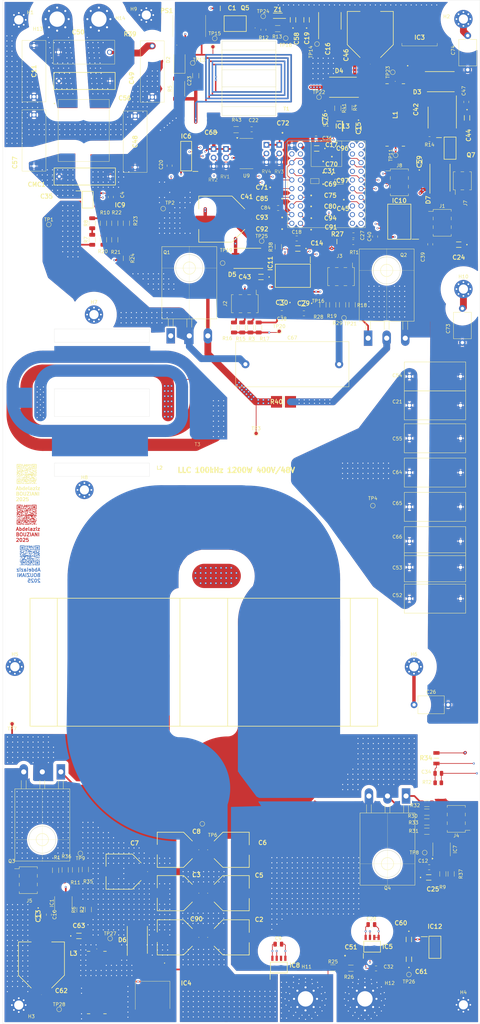
<source format=kicad_pcb>
(kicad_pcb (version 20241229) (generator "pcbnew") (generator_version "9.0")
  (layers (0 "F.Cu" signal) (4 "In1.Cu" signal) (6 "In2.Cu" signal) (2 "B.Cu" signal) (13 "F.Paste" user) (15 "B.Paste" user) (5 "F.SilkS" user "F.Silkscreen") (7 "B.SilkS" user "B.Silkscreen") (1 "F.Mask" user) (3 "B.Mask" user) (25 "Edge.Cuts" user))
  (net 0 "")
  (net 1 "OUT1")
  (net 2 "GND_ISO")
  (net 3 "Net-(D2-K)")
  (net 4 "GND_extern")
  (net 5 "3.3v_or_5v_extern")
  (net 6 "Vref2048")
  (net 7 "ThermMes_P")
  (net 8 "S_P_H")
  (net 9 "+12drvSec")
  (net 10 "HVP1")
  (net 11 "+12drvPrimH")
  (net 12 "+12drvPrim")
  (net 13 "+3.3V_second")
  (net 14 "ThermMes_S")
  (net 15 "Net-(D3-K)")
  (net 16 "Net-(IC1-MIN_TOFF)")
  (net 17 "Net-(IC1-MIN_TON)")
  (net 19 "Net-(D5-A)")
  (net 20 "Net-(D6-K)")
  (net 21 "Net-(D7-A)")
  (net 22 "D_S_H")
  (net 23 "To_Jum_SH")
  (net 26 "Net-(IC5-VIN)")
  (net 27 "D_S_L")
  (net 28 "To_Jum_SL")
  (net 29 "SCK")
  (net 30 "NSS")
  (net 31 "NSS_extern")
  (net 32 "VoutMes1")
  (net 33 "CompOut")
  (net 34 "Net-(U9A--)")
  (net 35 "Net-(U9B--)")
  (net 36 "Net-(U9C--)")
  (net 37 "Net-(U9D--)")
  (net 38 "VinMes1")
  (net 39 "CurrInMes1")
  (net 40 "MISO")
  (net 41 "HVP2")
  (net 42 "CurrOutMes1")
  (net 43 "OUT2")
  (net 44 "MISO_extern")
  (net 45 "GND2")
  (net 46 "Net-(R20-Pad2)")
  (net 47 "HVN_IN")
  (net 48 "HVP_IN")
  (net 49 "Net-(R21-Pad2)")
  (net 50 "Net-(R22-Pad2)")
  (net 51 "SCK_extern")
  (net 52 "MOSI_extern")
  (net 53 "MOSI")
  (net 54 "To_Jum_L")
  (net 55 "To_Jum_H")
  (net 56 "Net-(J2-Pin_6)")
  (net 57 "Net-(J2-Pin_4)")
  (net 58 "Net-(J2-Pin_2)")
  (net 59 "EN1")
  (net 60 "FeedbacktoMCU")
  (net 63 "Net-(J3-Pin_4)")
  (net 64 "Net-(J3-Pin_2)")
  (net 66 "Net-(J3-Pin_6)")
  (net 67 "Net-(J4-Pin_2)")
  (net 68 "Net-(J4-Pin_6)")
  (net 69 "ResMuc")
  (net 70 "Net-(J4-Pin_4)")
  (net 71 "Net-(J5-Pin_6)")
  (net 72 "Net-(J5-Pin_2)")
  (net 74 "Net-(PS1-BP{slash}M)")
  (net 75 "RDY1")
  (net 76 "Net-(J5-Pin_4)")
  (net 77 "G_P_H")
  (net 78 "G_P_L")
  (net 79 "Net-(C50-Pad2)")
  (net 80 "G_S_H")
  (net 81 "G_S_L")
  (net 82 "Net-(Q5-A)")
  (net 83 "Net-(Q7-B)")
  (net 84 "Net-(R7-Pad2)")
  (net 85 "Net-(R10-Pad1)")
  (net 86 "Net-(D4-A)")
  (net 87 "Net-(PS1-EN{slash}UV)")
  (net 88 "Net-(R10-Pad2)")
  (net 89 "Net-(Z1-A)")
  (net 90 "MUC_FAN_CTR")
  (net 92 "Net-(IC7-MIN_TON)")
  (net 93 "Net-(IC7-MIN_TOFF)")
  (net 100 "Net-(D2-A)")
  (net 102 "VIA")
  (net 104 "VIB")
  (net 119 "Net-(Q2-D)")
  (net 120 "+3.3V")
  (net 121 "Net-(J8-Pin_3)")
  (net 126 "Tr_In2")
  (footprint "MountingHole:MountingHole_2.7mm_M2.5_Pad_Via" (layer "F.Cu") (at 82.03 57.875)
    (property "Reference" "H1")
    (property "Value" "~")
  )
  (footprint "Resistor_SMD:R_1206_3216Metric" (layer "F.Cu") (at 175.65 83.7775 -90)
    (property "Reference" "R41")
    (property "Value" "RC1206FR-0711K5L")
  )
  (footprint "MountingHole:MountingHole_2.7mm_M2.5_Pad_Via" (layer "F.Cu") (at 119.45 56.465)
    (property "Reference" "H9")
    (property "Value" "~")
  )
  (footprint "C0805C102J5GACTU:C0805" (layer "F.Cu") (at 169.61 99.355 180)
    (property "Reference" "C70")
    (property "Value" "C0805C102J5GACTU" (hide yes))
  )
  (footprint "New_Linrary:TO-247-3_Horizontal_TabDown_v2" (layer "F.Cu") (at 184.54 151.165)
    (property "Reference" "Q2")
    (property "Value" "IPW60R037CM8XKSA1")
  )
  (footprint "TestPoint:TestPoint_Pad_D1.0mm" (layer "F.Cu") (at 139.53 63.315)
    (property "Reference" "TP15")
    (property "Value" "TestPoint")
  )
  (footprint "875115350002:CAPAE830X770N" (layer "F.Cu") (at 206.29 85.475 -90)
    (property "Reference" "C42")
    (property "Value" "875115350002" (hide yes))
  )
  (footprint "Capacitor_SMD:C_0805_2012Metric" (layer "F.Cu") (at 185.5 323.015)
    (property "Reference" "C28")
    (property "Value" "SH21B104K101CT")
  )
  (footprint "B40910A8127M000:B40910A8127M000" (layer "F.Cu") (at 127.81 326.765 180)
    (property "Reference" "C90")
    (property "Value" "B40910A8127M000" (hide yes))
  )
  (footprint "B32672L8153J000:CAPRR1500W80L1800T850H1450" (layer "F.Cu") (at 204.17 210.655)
    (property "Reference" "C66")
    (property "Value" "B32672L8153J")
  )
  (footprint "Resistor_SMD:R_0805_2012Metric" (layer "F.Cu") (at 205.12 281.476674)
    (property "Reference" "RT2")
    (property "Value" "TX08F103F3435ER")
  )
  (footprint "ACS70331EOLCTR-005U3:SOIC127P600X175-8N" (layer "F.Cu") (at 185.72 329.485 90)
    (property "Reference" "IC5")
    (property "Value" "SI8932B-IS" (hide yes))
  )
  (footprint "Resistor_SMD:R_1206_3216Metric" (layer "F.Cu") (at 201.7725 295.665)
    (property "Reference" "R31")
    (property "Value" "KTR18EZPJ3R0")
  )
  (footprint "New_Linrary:RV_precision" (layer "F.Cu") (at 138.92 88.2525)
    (property "Reference" "RV2")
    (property "Value" "~")
  )
  (footprint "Resistor_SMD:R_1206_3216Metric" (layer "F.Cu") (at 106.88 122.33 -90)
    (property "Reference" "R20")
    (property "Value" "RT1206BRD0756KL")
  )
  (footprint "B40910A8127M000:B40910A8127M000" (layer "F.Cu") (at 144.5 313.815)
    (property "Reference" "C5")
    (property "Value" "B40910A8127M000" (hide yes))
  )
  (footprint "Resistor_SMD:R_1206_3216Metric" (layer "F.Cu") (at 179.4825 335.805)
    (property "Reference" "R26")
    (property "Value" "ERA-8AEB152V")
  )
  (footprint "B81123C1222M:B81123C1222M" (layer "F.Cu") (at 116.17 101.075 90)
    (property "Reference" "C48")
    (property "Value" "B81123C1222M" (hide yes))
  )
  (footprint "TestPoint:TestPoint_Pad_D1.0mm" (layer "F.Cu") (at 185.92 200.245)
    (property "Reference" "TP4")
    (property "Value" "TestPoint")
  )
  (footprint "TestPoint:TestPoint_Pad_D1.0mm" (layer "F.Cu") (at 196.52 337.655)
    (property "Reference" "TP26")
    (property "Value" "TestPoint")
  )
  (footprint "Resistor_SMD:R_0805_2012Metric" (layer "F.Cu") (at 153.81 60.775 -90)
    (property "Reference" "R12")
    (property "Value" "SFR10EZPF2200")
  )
  (footprint "EEV-FK1V471Q:EEEFK0J332AQ" (layer "F.Cu") (at 141.59 116.275 180)
    (property "Reference" "C41")
    (property "Value" "EEV-FK1V471Q" (hide yes))
  )
  (footprint "MountingHole:MountingHole_2.7mm_M2.5_Pad_Via" (layer "F.Cu") (at 212.51 57.645)
    (property "Reference" "H2")
    (property "Value" "~")
  )
  (footprint "TestPoint:TestPoint_Pad_D1.0mm" (layer "F.Cu") (at 124.4 113.2)
    (property "Reference" "TP2")
    (property "Value" "TestPoint")
  )
  (footprint "Resistor_SMD:R_1206_3216Metric" (layer "F.Cu") (at 98.67 306.9825 90)
    (property "Reference" "R11")
    (property "Value" "CRCW12060000Z0EAC")
  )
  (footprint "B40910A8127M000:B40910A8127M000" (layer "F.Cu") (at 144.5 301.105)
    (property "Reference" "C6")
    (property "Value" "B40910A8127M000" (hide yes))
  )
  (footprint "Resistor_SMD:R_1206_3216Metric" (layer "F.Cu") (at 147.6 148.0325 90)
    (property "Reference" "R15")
    (property "Value" "M251206BB5108JP500")
  )
  (footprint "PM5022-331M-RC:PM5022331MRC" (layer "F.Cu") (at 104.91 340.005 -90)
    (property "Reference" "L3")
    (property "Value" "PM5022-331M-RC" (hide yes))
  )
  (footprint "TestPoint:TestPoint_Pad_D1.0mm" (layer "F.Cu") (at 80.06 264.175 180)
    (property "Reference" "TP7")
    (property "Value" "TestPoint")
  )
  (footprint "TestPoint:TestPoint_Pad_D1.0mm" (layer "F.Cu") (at 177.46 145.225 -90)
    (property "Reference" "TP21")
    (property "Value" "TestPoint")
  )
  (footprint "C0805C102J5GACTU:C0805" (layer "F.Cu") (at 169.61 106.025 180)
    (property "Reference" "C69")
    (property "Value" "C0805C102J5GACTU" (hide yes))
  )
  (footprint "Resistor_SMD:R_1206_3216Metric" (layer "F.Cu") (at 201.7725 287.525)
    (property "Reference" "R32")
    (property "Value" "RC1206FR-0711K5L")
  )
  (footprint "Resistor_SMD:R_1206_3216Metric" (layer "F.Cu") (at 174.15 141.3825 -90)
    (property "Reference" "R19")
    (property "Value" "KTR18EZPJ3R0")
  )
  (footprint "Connector_PinHeader_2.54mm:PinHeader_2x03_P2.54mm_Vertical_SMD" (layer "F.Cu") (at 210.4175 292.035 180)
    (property "Reference" "J4")
    (property "Value" "jumper_02x03")
  )
  (footprint "Resistor_SMD:R_1206_3216Metric" (layer "F.Cu") (at 103.57 122.33 90)
    (property "Reference" "R7")
    (property "Value" "RT1206BRD0756KL")
  )
  (footprint "Resistor_SMD:R_1206_3216Metric" (layer "F.Cu") (at 208.91 308.175 -90)
    (property "Reference" "R37")
    (property "Value" "RC1206FR-0711K5L")
  )
  (footprint "Resistor_SMD:R_1206_3216Metric" (layer "F.Cu") (at 152.41 148.0325 90)
    (property "Reference" "R17")
    (property "Value" "RC1206FR-0711K5L")
  )
  (footprint "B32672L8153J000:CAPRR1500W80L1800T850H1450" (layer "F.Cu") (at 204.17 170.845)
    (property "Reference" "C21")
    (property "Value" "B32672L8153J")
  )
  (footprint "B32672L8153J000:CAPRR1500W80L1800T850H1450" (layer "F.Cu") (at 204.17 190.555)
    (property "Reference" "C64")
    (property "Value" "B32672L8153J")
  )
  (footprint "Resistor_SMD:R_1206_3216Metric" (layer "F.Cu") (at 106.88 117.48 -90)
    (property "Reference" "R10")
    (property "Value" "RT1206BRD0756KL")
  )
  (footprint "Capacitor_SMD:C_0805_2012Metric" (layer "F.Cu") (at 202.78 123.655 90)
    (property "Reference" "C39")
    (property "Value" "SH21B104K101CT")
  )
  (footprint "Connector_PinHeader_2.54mm:PinHeader_2x03_P2.54mm_Vertical_SMD" (layer "F.Cu") (at 206.285 117.355)
    (property "Reference" "J1")
    (property "Value" "Conn_02x03")
  )
  (footprint "C0805C102J5GACTU:C0805" (layer "F.Cu") (at 157.66 90.9825 180)
    (property "Reference" "C72")
    (property "Value" "C0805C102J5GACTU" (hide yes))
  )
  (footprint "C0805C102J5GACTU:C0805" (layer "F.Cu") (at 179.52 332.135)
    (property "Reference" "C51")
    (property "Value" "C0805C102J5GACTU" (hide yes))
  )
  (footprint "C0805C102J5GACTU:C0805" (layer "F.Cu") (at 157.56 115.78 180)
    (property "Reference" "C93")
    (property "Value" "C0805C102J5GACTU" (hide yes))
  )
  (footprint "Connector_PinHeader_2.54mm:PinHeader_2x03_P2.54mm_Vertical_SMD" (layer "F.Cu") (at 193.715 105.485)
    (property "Reference" "J8")
    (property "Value" "jumper_02x03")
  )
  (footprint "TestPoint:TestPoint_Pad_D1.0mm" (layer "F.Cu") (at 90.83 117.855)
    (property "Reference" "TP1")
    (property "Value" "TestPoint")
  )
  (footprint "TestPoint:TestPoint_Pad_D1.0mm" (layer "F.Cu") (at 135.88 293.495)
    (property "Reference" "TP6")
    (property "Value" "TestPoint")
  )
  (footprint "Connector_PinHeader_2.54mm:PinHeader_2x03_P2.54mm_Vertical_SMD" (layer "F.Cu") (at 84.815 310.005)
    (property "Reference" "J5")
    (property "Value" "jumper_02x03")
  )
  (footprint "C0805C102J5GACTU:C0805" (layer "F.Cu") (at 169.57 112.54)
    (property "Reference" "C80")
    (property "Value" "C0805C102J5GACTU" (hide yes))
  )
  (footprint "Resistor_SMD:R_1206_3216Metric" (layer "F.Cu") (at 201.7725 290.065 180)
    (property "Reference" "R30")
    (property "Value" "CRCW12060000Z0EAC")
  )
  (footprint "Capacitor_SMD:C_0805_2012Metric" (layer "F.Cu") (at 90.85 320.115 -90)
    (property "Reference" "C10")
    (property "Value" "SH21B104K101CT")
  )
  (footprint "RN73R2BTTD4991B25:RESC3216X70N" (layer "F.Cu") (at 204.59 274.265 -90)
    (property "Reference" "R34")
    (property "Value" "RN73R2BTTD4991B25" (hide yes))
  )
  (footprint "GRM31CR71E106KA12K:GRM31x" (layer "F.Cu") (at 202.325 309.205)
    (property "Reference" "C25")
    (property "Value" "GRM31CR71E106KA12K" (hide yes))
  )
  (footprint "EEV-FK1V471Q:EEEFK0J332AQ" (layer "F.Cu") (at 88.67 334.855 90)
    (property "Reference" "C62")
    (property "Value" "EEV-FK1V471Q" (hide yes))
  )
  (footprint "ACS70331EOLCTR-005U3:SOIC127P600X175-8N" (layer "F.Cu") (at 102.25 110.575)
    (property "Reference" "IC9")
    (property "Value" "ACS70331EOLCTR-005U3" (hide yes))
  )
  (footprint "MBRS340T3G:DIOM8059X261N" (layer "F.Cu") (at 177.16 77.625 180)
    (property "Reference" "D4")
    (property "Value" "MBRS340T3G" (hide yes))
  )
  (footprint "New_Linrary:TO-247-3_Horizontal_TabDown_v2" (layer "F.Cu") (at 195.675 285.335 180)
    (property "Reference" "Q4")
    (property "Value" "FDH055N15A")
  )
  (footprint "B32672L8153J000:CAPRR1500W80L1800T850H1450" (layer "F.Cu") (at 204.17 200.605)
    (property "Reference" "C65")
    (property "Value" "B32672L8153J")
  )
  (footprint "Package_SO:SOIC-8_3.9x4.9mm_P1.27mm" (layer "F.Cu") (at 95.105 316.73 90)
    (property "Reference" "IC1")
    (property "Value" "NCP43080DDR2G")
  )
  (footprint "Resistor_SMD:R_1206_3216Metric" (layer "F.Cu") (at 145.7975 90.0525)
    (property "Reference" "R43")
    (property "Value" "RC1206FR-0711K5L")
  )
  (footprint "R46KI310050M1K:R46KI310050M1K" (layer "F.Cu") (at 93.8 75.785)
    (property "Reference" "C56")
    (property "Value" "R46KI310050M1K" (hide yes))
  )
  (footprint "Resistor_SMD:R_1206_3216Metric" (layer "F.Cu") (at 179.85 141.3825 90)
    (property "Reference" "R18")
    (property "Value" "RNCE1206BTE10R0")
  )
  (footprint "MBRS340T3G:DIOM8059X261N" (layer "F.Cu") (at 205.86 75.985)
    (property "Reference" "D3")
    (property "Value" "MBRS340T3G" (hide yes))
  )
  (footprint "RN73R2BTTD4991B25:RESC3216X70N" (layer "F.Cu") (at 175.38 122.855)
    (property "Reference" "R27")
    (property "Value" "RN73R2BTTD4991B25" (hide yes))
  )
  (footprint "Capacitor_SMD:C_0805_2012Metric" (layer "F.Cu") (at 165.689 143.874 180)
    (property "Reference" "C37" (hide yes))
    (property "Value" "SH21B104K101CT")
  )
  (footprint "GRM31CR71E106KA12K:GRM31x" (layer "F.Cu") (at 163.91 124.885 180)
    (property "Reference" "C14")
    (property "Value" "GRM31CR71E106KA12K" (hide yes))
  )
  (footprint "Resistor_SMD:R_1206_3216Metric" (layer "F.Cu") (at 178.91 83.6275 -90)
    (property "Reference" "R4")
    (property "Value" "RC1206FR-0711K5L")
  )
  (footprint "Resistor_SMD:R_1206_3216Metric" (layer "F.Cu") (at 95.64 306.9875 -90)
    (property "Reference" "R36")
    (property "Value" "RC1206JR-071R1L")
  )
  (footprint "DPC817S-B-TR:DPC817SBTR" (layer "F.Cu") (at 145.53 58.975 90)
    (property "Reference" "Q5")
    (property "Value" "DPC817S-B-TR" (hide yes))
  )
  (footprint "Capacitor_SMD:C_0805_2012Metric" (layer "F.Cu") (at 180.24 121.025 180)
    (property "Reference" "C27")
    (property "Value" "SH21B104K101CT")
  )
  (footprint "TestPoint:TestPoint_Pad_D1.0mm" (layer "F.Cu") (at 133.06 70.515)
    (property "Reference" "TP13")
    (property "Value" "TestPoint")
  )
  (footprint "Diode_SMD:D_SMA" (layer "F.Cu") (at 129.17 70.0325 90)
    (property "Reference" "D2")
    (property "Value" "US1J")
  )
  (footprint "TestPoint:TestPoint_Pad_D1.0mm" (layer "F.Cu") (at 160.36 63.255)
    (property "Reference" "TP18")
    (property "Value" "TestPoint")
  )
  (footprint "Resistor_SMD:R_1206_3216Metric" (layer "F.Cu") (at 113.61 127.7575 -90)
    (property "Reference" "R24")
    (property "Value" "RNCE1206BTE1K00")
  )
  (footprint "TestPoint:TestPoint_Pad_D1.0mm" (layer "F.Cu") (at 93.86 347.865)
    (property "Reference" "TP28")
    (property "Value" "TestPoint")
  )
  (footprint "Capacitor_SMD:C_0805_2012Metric" (layer "F.Cu") (at 159.21 143.815 180)
    (property "Reference" "C38")
    (property "Value" "SH21B104K101CT")
  )
  (footprint "C0805C102J5GACTU:C0805" (layer "F.Cu") (at 157.56 110.27 180)
    (property "Reference" "C85")
    (property "Value" "C0805C102J5GACTU" (hide yes))
  )
  (footprint "TMCS1107A4UQDRQ1:SOIC127P600X175-8N" (layer "F.Cu") (at 158.35 335.614 90)
    (property "Reference" "IC8")
    (property "Value" "TMCS1107A1UQDRQ1" (hide yes))
  )
  (footprint "Capacitor_SMD:C_0805_2012Metric" (layer "F.Cu") (at 109.04 109.785 -90)
    (property "Reference" "C4")
    (property "Value" "SH21B104K101CT")
  )
  (footprint "New_Linrary:ELP_102_20_38_V6" (layer "F.Cu") (at 134.466966 182.782852)
    (property "Reference" "T3")
    (property "Value" "B66297K0000X197,B66297G0000X197")
  )
  (footprint "MountingHole:MountingHole_2.7mm_M2.5_Pad_Via" (layer "F.Cu") (at 198 247.46)
    (property "Reference" "H6")
    (property "Value" "~")
  )
  (footprint "Resistor_SMD:R_1206_3216Metric" (layer "F.Cu") (at 174.23 335.715)
    (property "Reference" "R25")
    (property "Value" "RT1206BRD0756KL")
  )
  (footprint "C0805C102J5GACTU:C0805" (layer "F.Cu") (at 169.61 102.695 180)
    (property "Reference" "C31")
    (property "Value" "C0805C102J5GACTU" (hide yes))
  )
  (footprint "GRM31CR71E106KA12K:GRM31x" (layer "F.Cu") (at 213.57 86.6 -90)
    (property "Reference" "C44")
    (property "Value" "GRM31CR71E106KA12K" (hide yes))
  )
  (footprint "B81123C1222M:B81123C1222M" (layer "F.Cu") (at 93.67 67.345)
    (property "Reference" "C50")
    (property "Value" "B81123C1222M" (hide yes))
  )
  (footprint "New_Linrary:ELP_43_10_28_v2" (layer "F.Cu") (at 145.423367 167.421734 -90)
    (property "Reference" "L2")
    (property "Value" "B66461G0000X187")
    (fp_rect (start -18.95 25.08) (end -15.04 52.98) (stroke (width 0.05)) (fill no) (layer "Edge.Cuts"))
    (fp_rect (start -1.41 25.07) (end 6.71 52.96) (stroke (width 0.05)) (fill no) (layer "Edge.Cuts"))
    (fp_rect (start 20.34 25.06) (end 24.25 52.96) (stroke (width 0.05)) (fill no) (layer "Edge.Cuts"))
  )
  (footprint "GRM31CR71E106KA12K:GRM31x" (layer "F.Cu") (at 196.52 333.18 90)
    (property "Reference" "C61")
    (property "Value" "GRM31CR71E106KA12K" (hide yes))
  )
  (footprint "TNY280GN-TL:TNY280GNTL" (layer "F.Cu") (at 132.06 59.673)
    (property "Reference" "PS1")
    (property "Value" "TNY280GN-TL" (hide yes))
  )
  (footprint "New_Linrary:RV_precision" (layer "F.Cu") (at 154.44 87.0325)
    (property "Reference" "RV4")
    (property "Value" "~")
  )
  (footprint "MountingHole:MountingHole_4.5mm_Pad_Via" (layer "F.Cu") (at 93.278 57.66)
    (property "Reference" "H13")
    (property "Value" "~")
  )
  (footprint "GRM31CR71E106KA12K:GRM31x" (layer "F.Cu") (at 159.21 140.725 180)
    (property "Reference" "C30")
    (property "Value" "GRM31CR71E106KA12K" (hide yes))
  )
  (footprint "TestPoint:TestPoint_Pad_D1.0mm" (layer "F.Cu") (at 169.54 64.96 90)
    (property "Reference" "TP14")
    (property "Value" "TestPoint")
  )
  (footprint "Capacitor_SMD:C_1206_3216Metric" (layer "F.Cu") (at 133.95 74.225 90)
    (property "Reference" "C23")
    (property "Value" "AC1206JKNPOZBN103")
  )
  (footprint "TestPoint:TestPoint_Pad_D1.0mm" (layer "F.Cu") (at 158.47 149.135)
    (property "Reference" "TP20")
    (property "Value" "TestPoint")
  )
  (footprint "B32672L8153J000:CAPRR1500W80L1800T850H1450" (layer "F.Cu") (at 204.17 227.505)
    (property "Reference" "C52")
    (property "Value" "B32672L8153J")
  )
  (footprint "TestPoint:TestPoint_Pad_D1.0mm" (layer "F.Cu") (at 201.15 301.925)
    (property "Reference" "TP8")
    (property "Value" "TestPoint")
  )
  (footprint "Capacitor_SMD:C_0805_2012Metric" (layer "F.Cu") (at 213.35 81.925 90)
    (property "Reference" "C47")
    (property "Value" "SH21B104K101CT")
  )
  (footprint "A768EB107M1ELAS036:CAPAE660X600N" (layer "F.Cu") (at 173.31 58.985 90)
    (property "Reference" "C16")
    (property "Value" "A768EB107M1ELAS036" (hide yes))
  )
  (footprint "C0805C102J5GACTU:C0805" (layer "F.Cu") (at 138.36 90.875 180)
    (property "Reference" "C68")
    (property "Value" "C0805C102J5GACTU" (hide yes))
  )
  (footprint "Resistor_SMD:R_0805_2012Metric" (layer "F.Cu") (at 202.562 92.83 180)
    (property "Reference" "R14")
    (property "Value" "SFR10EZPF2200")
  )
  (footprint "Capacitor_SMD:C_0805_2012Metric" (layer "F.Cu") (at 202.46 306.215)
    (property "Reference" "C12")
    (property "Value" "SH21B104K101CT")
  )
  (footprint "Package_SO:SOIC-14_3.9x8.7mm_P1.27mm" (layer "F.Cu") (at 148.83 97.0525)
    (property "Reference" "U9")
    (property "Value" "TLV9024QDRQ1")
  )
  (footprint "C0805C102J5GACTU:C0805" (layer "F.Cu") (at 175.66 97.96)
    (property "Reference" "C96")
    (property "Value" "C0805C102J5GACTU" (hide yes))
  )
  (footprint "GRM31CR71E106KA12K:GRM31x" (layer "F.Cu") (at 211.135 123.755 180)
    (property "Reference" "C24")
    (property "Value" "GRM31CR71E106KA12K" (hide yes))
  )
  (footprint "B32672L8153J000:CAPRR1500W80L1800T850H1450" (layer "F.Cu") (at 204.17 162.385)
    (property "Reference" "C54")
    (property "Value" "B32672L8153J")
  )
  (footprint "Capacitor_THT:C_Rect_L33.0mm_W13.0mm_P27.50mm_MKS4" (layer "F.Cu") (at 148.53 158.795)
    (property "Reference" "C67")
    (property "Value" "EFDKS60K405D032LH")
  )
  (footprint "GRM31CR71E106KA12K:GRM31x" (layer "F.Cu") (at 153.09 133.225 180)
    (property "Reference" "C43")
    (property "Value" "GRM31CR71E106KA12K" (hide yes))
  )
  (footprint "Package_SO:SOIC-8_3.9x4.9mm_P1.27mm" (layer "F.Cu") (at 206.1025 300.9825 90)
    (property "Reference" "IC7")
    (property "Value" "NCP43080DDR2G")
  )
  (footprint "Capacitor_THT:C_Disc_D7.5mm_W5.0mm_P10.00mm" (layer "F.Cu") (at 212.21 142.455 -90)
    (property "Reference" "C73")
    (property "Value" "VY1221K31Y5SQ6TV0")
  )
  (footprint "Resistor_SMD:R_1206_3216Metric" (layer "F.Cu") (at 103.57 117.48 90)
    (property "Reference" "R8")
    (property "Value" "RT1206BRD0756KL")
  )
  (footprint "GRM31CR71E106KA12K:GRM31x" (layer "F.Cu") (at 166.49 57.875 90)
    (property "Reference" "C19")
    (property "Value" "GRM31CR71E106KA12K" (hide yes))
  )
  (footprint "TestPoint:TestPoint_Pad_D1.0mm" (layer "F.Cu") (at 100.1 302.165 180)
    (property "Reference" "TP9")
    (property "Value" "TestPoint")
  )
  (footprint "GRM31CR71E106KA12K:GRM31x" (layer "F.Cu") (at 162.5 57.875 90)
    (property "Reference" "C58")
    (property "Value" "GRM31CR71E106KA12K" (hide yes))
  )
  (footprint "MountingHole:MountingHole_2.7mm_M2.5_Pad_Via" (layer "F.Cu") (at 82.015 346.615)
    (property "Reference" "H3")
    (property "Value" "~")
  )
  (footprint "BZT52C11-7-F:SOD3716X145N" (layer "F.Cu") (at 158.05 56.671 180)
    (property "Reference" "Z1")
    (property "Value" "BZT52C11-7-F" (hide yes))
  )
  (footprint "Resistor_SMD:R_0805_2012Metric" (layer "F.Cu") (at 180.1725 123.005 180)
    (property "Reference" "RT1")
    (property "Value" "TX08F103F3435ER")
  )
  (footprint "Resistor_SMD:R_1206_3216Metric" (layer "F.Cu") (at 206.47 308.175 -90)
    (property "Reference" "R9")
    (property "Value" "RC1206FR-0711K5L")
  )
  (footprint "TestPoint:TestPoint_Pad_D1.0mm" (layer "F.Cu") (at 141.84 129.16)
    (property "Reference" "TP19")
    (property "Value" "TestPoint")
  )
  (footprint "C0805C102J5GACTU:C0805" (layer "F.Cu") (at 175.66 103.12)
    (property "Reference" "C97")
    (property "Value" "C0805C102J5GACTU" (hide yes))
  )
  (footprint "GRM31CR71E106KA12K:GRM31x" (layer "F.Cu") (at 99.67 326.345)
    (property "Reference" "C63")
    (property "Value" "GRM31CR71E106KA12K" (hide yes))
  )
  (footprint "MountingHole:MountingHole_2.7mm_M2.5_Pad_Via" (layer "F.Cu") (at 104.09 144.25)
    (property "Reference" "H7")
    (property "Value" "~")
  )
  (footprint "TestPoint:TestPoint_Pad_D1.0mm" (layer "F.Cu") (at 151.68 179.075)
    (property "Reference" "TP3")
    (property "Value" "TestPoint")
  )
  (footprint "New_Linrary:TO-247-3_Horizontal_TabDown_v2" (layer "F.Cu") (at 126.61 150.475)
    (property "Reference" "Q1")
    (property "Value" "IPW60R037CM8XKSA1")
  )
  (footprint "Capacitor_THT:C_Disc_D7.5mm_W5.0mm_P10.00mm" (layer "F.Cu") (at 213.77 62.495 -90)
    (property "Reference" "C74")
    (property "Value" "VY1221K31Y5SQ6TV0")
  )
  (footprint "C0805C102J5GACTU:C0805" (layer "F.Cu") (at 169.57 119.36)
    (property "Reference" "C91")
    (property "Value" "C0805C102J5GACTU" (hide yes))
  )
  (footprint "Connector_PinHeader_2.54mm:PinHeader_2x03_P2.54mm_Vertical_SMD" (layer "F.Cu") (at 148.35 141.06 -90)
    (property "Reference" "J2")
    (property "Value" "jumper_02x03")
  )
  (footprint "PA2750NL:PA2750NL" (layer "F.Cu") (at 101.08 90.3)
    (property "Reference" "CMC1")
    (property "Value" "PA2750NL" (hide yes))
  )
  (footprint "C0805C102J5GACTU:C0805" (layer "F.Cu") (at 169.58 109.335)
    (property "Reference" "C75")
    (property "Value" "C0805C102J5GACTU" (hide yes))
  )
  (footprint "TestPoint:TestPoint_Pad_D1.0mm" (layer "F.Cu") (at 153.75 56.825)
    (property "Reference" "TP24")
    (property "Value" "TestPoint")
  )
  (footprint "B40910A8127M000:B40910A8127M000" (layer "F.Cu") (at 127.81 313.815 180)
    (property "Reference" "C3")
    (property "Value" "B40910A8127M000" (hide yes))
  )
  (footprint "LRMAP2512-R007FT4:RESC6432X90N" (layer "F.Cu") (at 159.71 169.815)
    (property "Reference" "R40")
    (property "Value" "LRMAP2512-R007FT4" (hide yes))
  )
  (footprint "B81123C1222M:B81123C1222M" (layer "F.Cu") (at 121.2 65.515 -90)
    (property "Reference" "C49")
    (property "Value" "B81123C1222M" (hide yes))
  )
  (footprint "SI82390BD-IS:SOIC127P1030X265-16N" (layer "F.Cu") (at 162.46 132.875 -90)
    (property "Reference" "IC11")
    (property "Value" "SI82390BD-IS" (hide yes))
  )
  (footprint "MountingHole:MountingHole_4.5mm_Pad_Via" (layer "F.Cu") (at 183.616485 344.791485)
    (property "Reference" "H12")
    (property "Value" "~")
  )
  (footprint "Resistor_SMD:R_1206_3216Metric" (layer "F.Cu") (at 150 148.0325 90)
    (property "Reference" "R3")
    (property "Value" "RNCE1206BTE10R0")
  )
  (footprint "Resistor_SMD:R_1206_3216Metric" (layer "F.Cu") (at 110.19 117.48 90)
    (property "Reference" "R22")
    (property "Value" "RT1206BRD0756KL")
  )
  (footprint "GRM31CR71E106KA12K:GRM31x" (layer "F.Cu") (at 165.565 140.955 180)
    (property "Reference" "C29")
    (property "Value" "GRM31CR71E106KA12K" (hide yes))
  )
  (footprint "Resistor_SMD:R_1206_3216Metric" (layer "F.Cu") (at 110.19 122.33 90)
    (property "Reference" "R21")
    (property "Value" "RT1206BRD0756KL")
  )
  (footprint "New_Linrary:TO-247-3_Horizontal_TabDown_v2" (layer "F.Cu") (at 94.37 278.265 180)
    (property "Reference" "Q3")
    (property "Value" "FDH055N15A")
  )
  (footprint "ISO7741BDWR:SOIC127P1030X265-16N" (layer "F.Cu") (at 193.691 117.036 180)
    (property "Reference" "IC10")
    (property "Value" "ISO7741BDWR" (hide yes))
  )
  (footprint "Resistor_SMD:R_1206_3216Metric" (layer "F.Cu") (at 113.61 117.48 -90)
    (property "Reference" "R23")
    (property "Value" "RT1206BRD0756KL")
  )
  (footprint "TestPoint:TestPoint_Pad_D1.0mm" (layer "F.Cu") (at 153.3 122.705)
    (property "Reference" "TP25")
    (property "Value" "TestPoint")
  )
  (footprint "New_Linrary:Trans_planner_buck" (layer "F.Cu") (at 130.3175 75.105 90)
    (property "Reference" "T1")
    (property "Value" "B66285G0000X187,B66285K0000X187")
    (fp_rect (start 8.39 11.34) (end 10.99 27.13) (stroke (width 0.05)) (fill no) (layer "Edge.Cuts"))
    (fp_rect (start -2.41 11.34) (end 2.6 27.14) (stroke (width 0.05)) (fill no) (layer "Edge.Cuts"))
    (fp_rect (start -10.8 11.34) (end -8.21 27.14) (stroke (width 0.05)) (fill no) (layer "Edge.Cuts"))
  )
  (footprint "Connector_PinHeader_2.54mm:PinHeader_2x02_P2.54mm_Vertical_SMD" (layer "F.Cu") (at 212.2 105.035 90)
    (property "Reference" "J7")
    (property "Value" "Conn_02x02_Odd_Even")
  )
  (footprint "LM2575-3.3WU-TR:MIC29302WU" (layer "F.Cu") (at 199.65 56.725)
    (property "Reference" "IC3")
    (property "Value" "LM2575-3.3WU-TR" (hide yes))
  )
  (footprint "Resistor_SMD:R_1206_3216Metric" (layer "F.Cu") (at 102.43 318.615 90)
    (property "Reference" "R2")
    (property "Value" "RC1206FR-0711K5L")
  )
  (footprint "Resistor_SMD:R_1206_3216Metric" (layer "F.Cu") (at 158 60.445 180)
    (property "Reference" "R13")
    (property "Value" "CR1206-FX-1071ELF")
  )
  (footprint "Capacitor_SMD:C_0805_2012Metric" (layer "F.Cu") (at 169.26 92.615 180)
    (property "Reference" "C36")
    (property "Value" "SH21B104K101CT" (hide yes))
  )
  (footprint "TestPoint:TestPoint_Pad_D1.0mm" (layer "F.Cu") (at 138.99 65.765)
    (property "Reference" "TP16")
    (property "Value" "TestPoint")
  )
  (footprint "GRM31CR71E106KA12K:GRM31x" (layer "F.Cu") (at 87.71 320.555 -90)
    (property "Reference" "C13")
    (property "Value" "GRM31CR71E106KA12K" (hide yes))
  )
  (footprint "TestPoint:TestPoint_Pad_D1.0mm" (layer "F.Cu") (at 170.12 80.525)
    (property "Reference" "TP22")
    (property "Value" "TestPoint")
  )
  (footprint "MountingHole:MountingHole_2.7mm_M2.5_Pad_Via" (layer "F.Cu") (at 212.51 136.775)
    (property "Reference" "H10")
    (property "Value" "~")
  )
  (footprint "Capacitor_SMD:C_0805_2012Metric" (layer "F.Cu") (at 126.29 100.615 90)
    (property "Reference" "C20")
    (property "Value" "SH21B104K101CT")
  )
  (footprint "MBRS340T3G:DIOM8059X261N" (layer "F.Cu") (at 205.63 104.125 90)
    (property "Reference" "D7")
    (property "Value" "MBRS340T3G" (hide yes))
  )
  (footprint "TestPoint:TestPoint_Pad_D1.0mm" (layer "F.Cu") (at 108.82 327.105)
    (property "Reference" "TP27")
    (property "Value" "TestPoint")
  )
  (footprint "B81123C1222M:B81123C1222M" (layer "F.Cu") (at 86.474 85.727 -90)
    (property "Reference" "C57")
    (property "Value" "B81123C1222M" (hide yes))
  )
  (footprint "Resistor_SMD:R_1206_3216Metric" (layer "F.Cu") (at 158.19 124.3775 90)
    (property "Reference" "R38")
    (property "Value" "RC1206FR-0711K5L")
  )
  (footprint "MountingHole:MountingHole_2.7mm_M2.5_Pad_Via" (layer "F.Cu") (at 80.87 247.46)
    (property "Reference" "H5")
    (property "Value" "~")
  )
  (footprint "R46KI310050M1K:R46KI310050M1K" (layer "F.Cu") (at 93.89 103.785)
    (property "Reference" "C35")
    (property "Value" "R46KI310050M1K" (hide yes))
  )
  (footprint "New_Linrary:SMT32F1-MINI" (layer "F.Cu") (at 172.15 89.135)
    (property "Reference" "U1")
    (property "Value" "stm32F103C8T6-CH340" (hide yes))
  )
  (footprint "B40910A8127M000:B40910A8127M000" (layer "F.Cu") (at 127.81 301.105 180)
    (property "Reference" "C8")
    (property "Value" "B40910A8127M000" (hide yes))
  )
  (footprint "GRM31CR71E106KA12K:GRM31x" (layer "F.Cu") (at 181.71 89.65 -90)
    (property "Reference" "C15")
    (property "Value" "GRM31CR71E106KA12K" (hide yes))
  )
  (footprint "BCP5616H6327XTSA1:SOT230P700X180-4N" (layer "F.Cu") (at 208.59 95.475)
    (property "Reference" "Q7")
    (property "Value" "BCP5616H6327XTSA1" (hide yes))
  )
  (footprint "B40910A8127M000:B40910A8127M000" (layer "F.Cu") (at 144.5 326.765)
    (property "Reference" "C2")
    (property "Value" "B40910A8127M000" (hide yes))
  )
  (footprint "GRM31CR71E106KA12K:GRM31x" (layer "F.Cu") (at 196.495 327.38 -90)
    (property "Reference" "C60")
    (property "Value" "GRM31CR71E106KA12K" (hide yes))
  )
  (footprint "Resistor_SMD:R_1206_3216Metric" (layer "F.Cu") (at 145.17 148.0325 -90)
    (property "Reference" "R16")
    (property "Value" "KTR18EZPJ3R0")
  )
  (footprint "Capacitor_SMD:C_0805_2012Metric" (layer "F.Cu") (at 163.58 121.935 180)
    (property "Reference" "C18")
    (property "Value" "SH21B104K101CT")
  )
  (footprint "PM5022-331M-RC:PM5022331MRC" (layer "F.Cu") (at 192.5 85.745 -90)
    (property "Reference" "L1")
    (property "Value" "PM5022-331M-RC" (hide yes))
  )
  (footprint "C0805C102J5GACTU:C0805" (layer "F.Cu") (at 175.66 110.57 180)
    (property "Reference" "C45")
    (property "Value" "C0805C102J5GACTU" (hide yes))
  )
  (footprint "C0805C102J5GACTU:C0805" (layer "F.Cu") (at 157.56 106.97)
    (property "Reference" "C71")
    (property "Value" "C0805C102J5GACTU" (hide yes))
  )
  (footprint "B32672L8153J000:CAPRR1500W80L1800T850H1450" (layer "F.Cu") (at 204.17 180.505)
    (property "Reference" "C55")
    (property "Value" "B32672L8153J")
  )
  (footprint "Resistor_SMD:R_1206_3216Metric" (layer "F.Cu") (at 99.98 318.695 90)
    (property "Reference" "R6")
    (property "Value" "RC1206FR-0711K5L")
  )
  (footprint "MBRS340T3G:DIOM8059X261N" (layer "F.Cu") (at 116.81 327.505 90)
    (property "Reference" "D6")
    (property "Value" "MBRS340T3G" (hide yes))
  )
  (footprint "Resistor_SMD:R_1206_3216Metric" (layer "F.Cu") (at 101.56 306.885 -90)
    (property "Reference" "R35")
    (property "Value" "RC1206FR-0711K5L")
  )
  (footprint "Resistor_SMD:R_1206_3216Metric" (layer "F.Cu") (at 92.81 307.1025 -90)
    (property "Reference" "R1")
    (property "Value" "KTR18EZPJ3R0")
  )
  (footprint "MountingHole:MountingHole_2.7mm_M2.5_Pad_Via" (layer "F.Cu") (at 101.281891 195.635)
    (property "Reference" "H8")
    (property "Value" "~")
  )
  (footprint "GRM31CR71E106KA12K:GRM31x" (layer "F.Cu") (at 171.9 86.96 -90)
    (property "Reference" "C76")
    (property "Value" "GRM31CR71E106KA12K" (hide yes))
  )
  (footprint "Capacitor_SMD:C_0805_2012Metric" (layer "F.Cu") (at 186.601 121.376 90)
    (property "Reference" "C40")
    (property "Value" "SH21B104K101CT")
  )
  (footprint "TestPoint:TestPoint_Pad_D1.0mm" (layer "F.Cu") (at 191.77 73.215 90)
    (property "Reference" "TP23")
    (property "Value" "TestPoint")
  )
  (footprint "C0805C102J5GACTU:C0805" (layer "F.Cu") (at 157.56 119.2 180)
    (property "Reference" "C92")
    (property "Value" "C0805C102J5GACTU" (hide yes))
  )
  (footprint "MountingHole:MountingHole_4.5mm_Pad_Via" (layer "F.Cu") (at 105.524 57.66)
    (property "Reference" "H14")
    (property "Value" "~")
  )
  (footprint "Capacitor_SMD:C_0805_2012Metric" (layer "F.Cu") (at 205.14 278.696674)
    (property "Reference" "C34")
    (property "Value" "SH21B104K101CT")
  )
  (footprint "Capacitor_SMD:C_0805_2012Metric" (layer "F.Cu") (at 158.135 113.02 180)
    (property "Reference" "C84")
    (property "Value" "SH21B104K101CT")
  )
  (footprint "B40910A8127M000:B40910A8127M000" (layer "F.Cu") (at 112.77 307.505 180)
    (property "Reference" "C7")
    (property "Value" "B40910A8127M000" (hide yes))
  )
  (footprint "Capacitor_SMD:C_0805_2012Metric" (layer "F.Cu") (at 186.87 335.865)
    (property "Reference" "C32")
    (property "Value" "SH21B104K101CT")
  )
  (footprint "MBRS340T3G:DIOM8059X261N" (layer "F.Cu") (at 149.09 127.765 180)
    (property "Reference" "D5")
    (property "Value" "MBRS340T3G" (hide yes))
  )
  (footprint "LTR100JZPJ270:RESC3264X70N" (layer "F.Cu") (at 113.92 67.455)
    (property "Reference" "R39")
    (property "Value" "LTR100JZPJ270" (hide yes))
  )
  (footprint "Connector_PinHeader_2.54mm:PinHeader_2x03_P2.54mm_Vertical_SMD" (layer "F.Cu") (at 176.6 133.12 -90)
    (property "Reference" "J3")
    (property "Value" "jumper_02x03")
  )
  (footprint "C0805C102J5GACTU:C0805" (layer "F.Cu") (at 169.61 115.98)
    (property "Reference" "C94")
    (property "Value" "C0805C102J5GACTU" (hide yes))
  )
  (footprint "GRM31CR71E106KA12K:GRM31x" (layer "F.Cu") (at 199.57 99.48 90)
    (property "Reference" "C59")
    (property "Value" "GRM31CR71E106KA12K" (hide yes))
  )
  (footprint "GRM31CR71E106KA12K:GRM31x" (layer "F.Cu") (at 169.455 95.565 180)
    (property "Reference" "C17")
    (property "Value" "GRM31CR71E106KA12K" (hide yes))
  )
  (footprint "B81123C1222M:B81123C1222M" (layer "F.Cu") (at 86.474 80.4 90)
    (property "Reference" "C11")
    (property "Value" "B81123C1222M" (hide yes))
  )
  (footprint "LM2575HVS-12_NOPB:LM2575HVS12NOPB" (layer "F.Cu") (at 121.3 343.945 180)
    (property "Reference" "IC4")
    (property "Value" "LM2575HVS-12_NOPB" (hide yes))
  )
  (footprint "MountingHole:MountingHole_4.5mm_Pad_Via" (layer "F.Cu") (at 166.166485 344.791485)
    (property "Reference" "H11")
    (property "Value" "~")
  )
  (footprint "CL31A106KBHNNNE:CAPC3216X180N" (layer "F.Cu") (at 141.16 54.505)
    (property "Reference" "C1")
    (property "Value" "CL31A106KBHNNNE" (hide yes))
  )
  (footprint "Resistor_SMD:R_1206_3216Metric" (layer "F.Cu") (at 171.28 141.3825 90)
    (property "Reference" "R28")
    (property "Value" "RC1206FR-0711K5L")
  )
  (footprint "MountingHole:MountingHole_2.7mm_M2.5_Pad_Via" (layer "F.Cu") (at 212.501891 346.536891)
    (property "Reference" "H4")
    (property "Value" "~")
  )
  (footprint "Resistor_SMD:R_2512_6332Metric" (layer "F.Cu") (at 128.99 78.0525 90)
    (property "Reference" "R5")
    (property "Value" "9-2176070-5")
  )
  (footprint "LM4040AIM3-10.0_NOPB:SOT95P237X112-3N" (layer "F.Cu") (at 177.02 89.045)
    (property "Reference" "IC13")
    (property "Value" "LM4040AIM3-2.0" (hide yes))
  )
  (footprint "Capacitor_SMD:C_0805_2012Metric" (layer "F.Cu") (at 150.36 89.9425)
    (property "Reference" "C22")
    (property "Value" "SH21B104K101CT")
  )
  (footprint "Capacitor_SMD:C_0805_2012Metric" (layer "F.Cu") (at 158.2 328.755)
    (property "Reference" "C9")
    (property "Value" "SH21B104K101CT")
  )
  (footprint "New_Linrary:RV_precision" (layer "F.Cu") (at 158.19 87.0325)
    (property "Reference" "RV3")
    (property "Value" "~")
  )
  (footprint "Resistor_SMD:R_1206_3216Metric" (layer "F.Cu") (at 177.04 141.3825 90)
    (property "Reference" "R29")
    (property "Value" "M251206BB5108JP500")
  )
  (footprint "New_Linrary:RV_precision" (layer "F.Cu") (at 142.56 88.2525)
    (property "Reference" "RV1")
    (property "Value" "~")
  )
  (footprint "B32672L8153J000:CAPRR1500W80L1800T850H1450" (layer "F.Cu") (at 204.17 218.305)
    (property "Reference" "C53")
    (property "Value" "B32672L8153J")
  )
  (footprint "Capacitor_THT:C_Disc_D7.5mm_W5.0mm_P10.00mm" (layer "F.Cu") (at 198.03 258.6)
    (property "Reference" "C26")
    (property "Value" "VY1221K31Y5SQ6TV0")
  )
  (footprint "SN74HC74DRG4:SOIC127P600X175-14N" (layer "F.Cu") (at 131.132 97.805 180)
    (property "Reference" "IC6")
    (property "Value" "SN74HC74DRG4" (hide yes))
  )
  (footprint "TestPoint:TestPoint_Pad_D1.0mm" (layer "F.Cu") (at 192.61 97.535 90)
    (property "Reference" "TP11")
    (property "Value" "TestPoint")
  )
  (footprint "EEV-FK1V471Q:EEEFK0J332AQ" (layer "F.Cu") (at 185.18 62.155 90)
    (property "Reference" "C46")
    (property "Value" "EEV-FK1V471Q" (hide yes))
  )
  (footprint "AZ1117CH2-3.3TRG1:SOT230P700X180-4N" (layer "F.Cu") (at 204.14 329.665)
    (property "Reference" "IC12")
    (property "Value" "AZ1117CH2-3.3TRG1" (hide yes))
  )
  (footprint "Resistor_SMD:R_1206_3216Metric" (layer "F.Cu") (at 201.7725 292.935)
    (property "Reference" "R33")
    (property "Value" "RC1206JR-071R1L")
  )
  (gr_rect (start 81.42 199.98) (end 81.62 200.18) (fill yes) (layer "F.Cu"))
  (gr_rect (start 82.62 203.98) (end 82.82 204.18) (fill yes) (layer "F.Cu"))
  (gr_rect (start 84.02 203.18) (end 84.22 203.38) (fill yes) (layer "F.Cu"))
  (gr_rect (start 81.82 203.18) (end 82.02 203.38) (fill yes) (layer "F.Cu"))
  (gr_rect (start 83.42 202.18) (end 83.62 202.38) (fill yes) (layer "F.Cu"))
  (gr_rect (start 84.42 203.18) (end 84.62 203.38) (fill yes) (layer "F.Cu"))
  (gr_rect (start 81.42 201.18) (end 81.62 201.38) (fill yes) (layer "F.Cu"))
  (gr_rect (start 86.02 202.38) (end 86.22 202.58) (fill yes) (layer "F.Cu"))
  (gr_rect (start 84.02 203.38) (end 84.22 203.58) (fill yes) (layer "F.Cu"))
  (gr_rect (start 81.42 200.98) (end 81.62 201.18) (fill yes) (layer "F.Cu"))
  (gr_rect (start 81.82 203.38) (end 82.02 203.58) (fill yes) (layer "F.Cu"))
  (gr_rect (start 84.22 199.98) (end 84.42 200.18) (fill yes) (layer "F.Cu"))
  (gr_rect (start 82.02 199.98) (end 82.22 200.18) (fill yes) (layer "F.Cu"))
  (gr_rect (start 87.02 201.78) (end 87.22 201.98) (fill yes) (layer "F.Cu"))
  (gr_rect (start 179.12 267.255) (end 198.36 278.275) (fill yes) (layer "F.Cu") (net 27))
  (gr_rect (start 158.66 337.565) (end 174.28 351.575) (fill yes) (layer "F.Cu") (net 43))
  (gr_rect (start 83.82 201.18) (end 84.02 201.38) (fill yes) (layer "F.Cu"))
  (gr_rect (start 86.22 205.38) (end 86.42 205.58) (fill yes) (layer "F.Cu"))
  (gr_rect (start 85.02 204.58) (end 85.22 204.78) (fill yes) (layer "F.Cu"))
  (gr_rect (start 81.42 200.18) (end 81.62 200.38) (fill yes) (layer "F.Cu"))
  (gr_rect (start 82.82 202.38) (end 83.02 202.58) (fill yes) (layer "F.Cu"))
  (gr_rect (start 85.82 204.98) (end 86.02 205.18) (fill yes) (layer "F.Cu"))
  (gr_line (start 135.68 64.08531) (end 135.69 68.06) (stroke (width 0.5)) (layer "F.Cu") (net 100))
  (gr_rect (start 87.02 205.58) (end 87.22 205.78) (fill yes) (layer "F.Cu"))
  (gr_rect (start 81.62 201.18) (end 81.82 201.38) (fill yes) (layer "F.Cu"))
  (gr_rect (start 83.42 205.18) (end 83.62 205.38) (fill yes) (layer "F.Cu"))
  (gr_rect (start 129.28 282.315) (end 143.29 298.515) (fill yes) (layer "F.Cu") (net 1))
  (gr_rect (start 85.02 201.58) (end 85.22 201.78) (fill yes) (layer "F.Cu"))
  (gr_rect (start 85.42 202.78) (end 85.62 202.98) (fill yes) (layer "F.Cu"))
  (gr_rect (start 84.42 202.38) (end 84.62 202.58) (fill yes) (layer "F.Cu"))
  (gr_rect (start 82.22 199.98) (end 82.42 200.18) (fill yes) (layer "F.Cu"))
  (gr_poly (pts (xy 94.16 97.035) (xy 93.61 97.185) (xy 94.16 100.665)) (fill yes) (layer "F.Cu") (net 41))
  (gr_rect (start 86.22 203.98) (end 86.42 204.18) (fill yes) (layer "F.Cu"))
  (gr_rect (start 84.02 200.38) (end 84.22 200.58) (fill yes) (layer "F.Cu"))
  (gr_rect (start 81.42 202.38) (end 81.62 202.58) (fill yes) (layer "F.Cu"))
  (gr_rect (start 83.42 202.78) (end 83.62 202.98) (fill yes) (layer "F.Cu"))
  (gr_rect (start 82.22 205.58) (end 82.42 205.78) (fill yes) (layer "F.Cu"))
  (gr_rect (start 102.97 80.965) (end 108.71 83.685) (stroke (width 0.2)) (fill yes) (layer "F.Cu") (net 47))
  (gr_rect (start 85.62 203.98) (end 85.82 204.18) (fill yes) (layer "F.Cu"))
  (gr_rect (start 85.42 199.98) (end 85.62 200.18) (fill yes) (layer "F.Cu"))
  (gr_rect (start 83.22 200.58) (end 83.42 200.78) (fill yes) (layer "F.Cu"))
  (gr_rect (start 82.02 204.98) (end 82.22 205.18) (fill yes) (layer "F.Cu"))
  (gr_rect (start 83.62 204.78) (end 83.82 204.98) (fill yes) (layer "F.Cu"))
  (gr_rect (start 86.82 201.18) (end 87.02 201.38) (fill yes) (layer "F.Cu"))
  (gr_rect (start 84.02 200.98) (end 84.22 201.18) (fill yes) (layer "F.Cu"))
  (gr_rect (start 84.42 202.98) (end 84.62 203.18) (fill yes) (layer "F.Cu"))
  (gr_rect (start 84.82 200.38) (end 85.02 200.58) (fill yes) (layer "F.Cu"))
  (gr_rect (start 83.22 202.98) (end 83.42 203.18) (fill yes) (layer "F.Cu"))
  (gr_rect (start 85.42 202.98) (end 85.62 203.18) (fill yes) (layer "F.Cu"))
  (gr_rect (start 82.22 203.98) (end 82.42 204.18) (fill yes) (layer "F.Cu"))
  (gr_rect (start 86.42 205.58) (end 86.62 205.78) (fill yes) (layer "F.Cu"))
  (gr_rect (start 82.62 201.58) (end 82.82 201.78) (fill yes) (layer "F.Cu"))
  (gr_rect (start 81.82 201.18) (end 82.02 201.38) (fill yes) (layer "F.Cu"))
  (gr_rect (start 84.22 205.18) (end 84.42 205.38) (fill yes) (layer "F.Cu"))
  (gr_rect (start 85.02 199.98) (end 85.22 200.18) (fill yes) (layer "F.Cu"))
  (gr_rect (start 84.22 202.98) (end 84.42 203.18) (fill yes) (layer "F.Cu"))
  (gr_rect (start 86.62 200.78) (end 86.82 200.98) (fill yes) (layer "F.Cu"))
  (gr_rect (start 85.62 204.78) (end 85.82 204.98) (fill yes) (layer "F.Cu"))
  (gr_line (start 206.34 296.815) (end 209.32 296.825) (stroke (width 0.5)) (layer "F.Cu") (net 45))
  (gr_rect (start 81.62 203.58) (end 81.82 203.78) (fill yes) (layer "F.Cu"))
  (gr_rect (start 83.02 203.18) (end 83.22 203.38) (fill yes) (layer "F.Cu"))
  (gr_rect (start 82.22 200.58) (end 82.42 200.78) (fill yes) (layer "F.Cu"))
  (gr_rect (start 82.02 201.18) (end 82.22 201.38) (fill yes) (layer "F.Cu"))
  (gr_rect (start 87.02 199.98) (end 87.22 200.18) (fill yes) (layer "F.Cu"))
  (gr_rect (start 94.16 97.035) (end 98.61 102.375) (fill yes) (layer "F.Cu") (net 41))
  (gr_rect (start 85.02 202.18) (end 85.22 202.38) (fill yes) (layer "F.Cu"))
  (gr_poly (pts (xy 204.87 81.625) (xy 180.25 81.675) (xy 192.79 93.955)) (fill yes) (layer "F.Cu") (net 120))
  (gr_rect (start 86.22 203.18) (end 86.42 203.38) (fill yes) (layer "F.Cu"))
  (gr_rect (start 81.82 202.38) (end 82.02 202.58) (fill yes) (layer "F.Cu"))
  (gr_rect (start 85.42 200.98) (end 85.62 201.18) (fill yes) (layer "F.Cu"))
  (gr_rect (start 82.22 203.38) (end 82.42 203.58) (fill yes) (layer "F.Cu"))
  (gr_rect (start 83.82 202.78) (end 84.02 202.98) (fill yes) (layer "F.Cu"))
  (gr_rect (start 83.62 201.58) (end 83.82 201.78) (fill yes) (layer "F.Cu"))
  (gr_rect (start 87.02 200.58) (end 87.22 200.78) (fill yes) (layer "F.Cu"))
  (gr_rect (start 83.82 203.78) (end 84.02 203.98) (fill yes) (layer "F.Cu"))
  (gr_rect (start 85.82 200.78) (end 86.02 200.98) (fill yes) (layer "F.Cu"))
  (gr_line (start 138.99 65.765) (end 138.99 68.045) (stroke (width 0.2)) (layer "F.Cu") (net 100))
  (gr_rect (start 84.82 204.58) (end 85.02 204.78) (fill yes) (layer "F.Cu"))
  (gr_rect (start 86.62 200.58) (end 86.82 200.78) (fill yes) (layer "F.Cu"))
  (gr_rect (start 85.42 204.58) (end 85.62 204.78) (fill yes) (layer "F.Cu"))
  (gr_rect (start 84.22 204.58) (end 84.42 204.78) (fill yes) (layer "F.Cu"))
  (gr_rect (start 85.22 205.38) (end 85.42 205.58) (fill yes) (layer "F.Cu"))
  (gr_rect (start 82.82 201.98) (end 83.02 202.18) (fill yes) (layer "F.Cu"))
  (gr_rect (start 86.42 200.38) (end 86.62 200.58) (fill yes) (layer "F.Cu"))
  (gr_rect (start 86.22 201.18) (end 86.42 201.38) (fill yes) (layer "F.Cu"))
  (gr_rect (start 86.02 202.18) (end 86.22 202.38) (fill yes) (layer "F.Cu"))
  (gr_rect (start 85.62 203.38) (end 85.82 203.58) (fill yes) (layer "F.Cu"))
  (gr_rect (start 82.42 202.18) (end 82.62 202.38) (fill yes) (layer "F.Cu"))
  (gr_rect (start 86.22 204.18) (end 86.42 204.38) (fill yes) (layer "F.Cu"))
  (gr_rect (start 86.22 204.98) (end 86.42 205.18) (fill yes) (layer "F.Cu"))
  (gr_rect (start 86.42 199.98) (end 86.62 200.18) (fill yes) (layer "F.Cu"))
  (gr_rect (start 85.02 205.58) (end 85.22 205.78) (fill yes) (layer "F.Cu"))
  (gr_rect (start 83.82 204.38) (end 84.02 204.58) (fill yes) (layer "F.Cu"))
  (gr_rect (start 85.02 205.18) (end 85.22 205.38) (fill yes) (layer "F.Cu"))
  (gr_rect (start 86.02 203.78) (end 86.22 203.98) (fill yes) (layer "F.Cu"))
  (gr_rect (start 183.525 285.1) (end 186.025 291.75) (fill yes) (layer "F.Cu") (net 45))
  (gr_rect (start 83.82 204.98) (end 84.02 205.18) (fill yes) (layer "F.Cu"))
  (gr_rect (start 84.42 200.38) (end 84.62 200.58) (fill yes) (layer "F.Cu"))
  (gr_rect (start 83.02 204.18) (end 83.22 204.38) (fill yes) (layer "F.Cu"))
  (gr_rect (start 83.62 199.98) (end 83.82 200.18) (fill yes) (layer "F.Cu"))
  (gr_rect (start 84.02 200.18) (end 84.22 200.38) (fill yes) (layer "F.Cu"))
  (gr_rect (start 82.02 201.98) (end 82.22 202.18) (fill yes) (layer "F.Cu"))
  (gr_rect (start 84.62 204.98) (end 84.82 205.18) (fill yes) (layer "F.Cu"))
  (gr_rect (start 86.62 204.78) (end 86.82 204.98) (fill yes) (layer "F.Cu"))
  (gr_rect (start 86.82 204.98) (end 87.02 205.18) (fill yes) (layer "F.Cu"))
  (gr_rect (start 82.62 204.78) (end 82.82 204.98) (fill yes) (layer "F.Cu"))
  (gr_rect (start 82.62 205.58) (end 82.82 205.78) (fill yes) (layer "F.Cu"))
  (gr_rect (start 81.62 204.38) (end 81.82 204.58) (fill yes) (layer "F.Cu"))
  (gr_rect (start 96.31 261.635) (end 126.306966 267.422852) (fill yes) (layer "F.Cu") (net 22))
  (gr_rect (start 84.02 205.18) (end 84.22 205.38) (fill yes) (layer "F.Cu"))
  (gr_rect (start 83.22 204.98) (end 83.42 205.18) (fill yes) (layer "F.Cu"))
  (gr_rect (start 85.02 201.18) (end 85.22 201.38) (fill yes) (layer "F.Cu"))
  (gr_rect (start 86.62 199.98) (end 86.82 200.18) (fill yes) (layer "F.Cu"))
  (gr_rect (start 83.02 205.58) (end 83.22 205.78) (fill yes) (layer "F.Cu"))
  (gr_rect (start 84.02 204.58) (end 84.22 204.78) (fill yes) (layer "F.Cu"))
  (gr_rect (start 84.62 201.78) (end 84.82 201.98) (fill yes) (layer "F.Cu"))
  (gr_line (start 161.94 67.935) (end 137.5 67.935) (stroke (width 0.1)) (layer "F.Cu") (net 100))
  (gr_rect (start 84.02 204.98) (end 84.22 205.18) (fill yes) (layer "F.Cu"))
  (gr_rect (start 85.62 202.78) (end 85.82 202.98) (fill yes) (layer "F.Cu"))
  (gr_rect (start 83.42 201.18) (end 83.62 201.38) (fill yes) (layer "F.Cu"))
  (gr_rect (start 86.22 200.58) (end 86.42 200.78) (fill yes) (layer "F.Cu"))
  (gr_rect (start 86.02 201.58) (end 86.22 201.78) (fill yes) (layer "F.Cu"))
  (gr_rect (start 84.22 200.18) (end 84.42 200.38) (fill yes) (layer "F.Cu"))
  (gr_rect (start 82.82 202.78) (end 83.02 202.98) (fill yes) (layer "F.Cu"))
  (gr_rect (start 85.22 204.18) (end 85.42 204.38) (fill yes) (layer "F.Cu"))
  (gr_rect (start 83.82 204.58) (end 84.02 204.78) (fill yes) (layer "F.Cu"))
  (gr_rect (start 87.02 202.18) (end 87.22 202.38) (fill yes) (layer "F.Cu"))
  (gr_rect (start 85.82 205.58) (end 86.02 205.78) (fill yes) (layer "F.Cu"))
  (gr_rect (start 86.62 202.18) (end 86.82 202.38) (fill yes) (layer "F.Cu"))
  (gr_rect (start 87.02 204.38) (end 87.22 204.58) (fill yes) (layer "F.Cu"))
  (gr_rect (start 81.82 205.18) (end 82.02 205.38) (fill yes) (layer "F.Cu"))
  (gr_rect (start 85.42 201.98) (end 85.62 202.18) (fill yes) (layer "F.Cu"))
  (gr_rect (start 84.62 205.38) (end 84.82 205.58) (fill yes) (layer "F.Cu"))
  (gr_rect (start 84.02 202.38) (end 84.22 202.58) (fill yes) (layer "F.Cu"))
  (gr_rect (start 94.16 110.885) (end 100.3 124.995) (fill yes) (layer "F.Cu") (net 10))
  (gr_rect (start 86.62 205.58) (end 86.82 205.78) (fill yes) (layer "F.Cu"))
  (gr_rect (start 84.82 202.78) (end 85.02 202.98) (fill yes) (layer "F.Cu"))
  (gr_rect (start 82.02 200.78) (end 82.22 200.98) (fill yes) (layer "F.Cu"))
  (gr_rect (start 84.42 205.58) (end 84.62 205.78) (fill yes) (layer "F.Cu"))
  (gr_rect (start 86.22 204.58) (end 86.42 204.78) (fill yes) (layer "F.Cu"))
  (gr_rect (start 84.82 200.18) (end 85.02 200.38) (fill yes) (layer "F.Cu"))
  (gr_poly (pts (xy 100.3 124.995) (xy 100.3 129.955) (xy 95.94 125.595) (xy 95.94 123.805) (xy 99.11 123.805)) (fill yes) (layer "F.Cu") (net 10))
  (gr_rect (start 81.82 200.38) (end 82.02 200.58) (fill yes) (layer "F.Cu"))
  (gr_rect (start 84.62 204.38) (end 84.82 204.58) (fill yes) (layer "F.Cu"))
  (gr_rect (start 83.62 200.58) (end 83.82 200.78) (fill yes) (layer "F.Cu"))
  (gr_rect (start 85.82 201.18) (end 86.02 201.38) (fill yes) (layer "F.Cu"))
  (gr_rect (start 87.02 202.38) (end 87.22 202.58) (fill yes) (layer "F.Cu"))
  (gr_rect (start 83.62 203.58) (end 83.82 203.78) (fill yes) (layer "F.Cu"))
  (gr_rect (start 81.82 204.78) (end 82.02 204.98) (fill yes) (layer "F.Cu"))
  (gr_rect (start 86.02 202.98) (end 86.22 203.18) (fill yes) (layer "F.Cu"))
  (gr_rect (start 86.42 201.98) (end 86.62 202.18) (fill yes) (layer "F.Cu"))
  (gr_rect (start 82.82 201.58) (end 83.02 201.78) (fill yes) (layer "F.Cu"))
  (gr_rect (start 83.22 201.98) (end 83.42 202.18) (fill yes) (layer "F.Cu"))
  (gr_rect (start 87.02 203.18) (end 87.22 203.38) (fill yes) (layer "F.Cu"))
  (gr_rect (start 86.82 204.78) (end 87.02 204.98) (fill yes) (layer "F.Cu"))
  (gr_rect (start 82.02 200.58) (end 82.22 200.78) (fill yes) (layer "F.Cu"))
  (gr_rect (start 86.62 204.38) (end 86.82 204.58) (fill yes) (layer "F.Cu"))
  (gr_rect (start 86.22 202.58) (end 86.42 202.78) (fill yes) (layer "F.Cu"))
  (gr_rect (start 81.82 203.98) (end 82.02 204.18) (fill yes) (layer "F.Cu"))
  (gr_rect (start 94.16 108.345) (end 100.3 110.265) (fill yes) (layer "F.Cu") (net 41))
  (gr_rect (start 85.42 203.18) (end 85.62 203.38) (fill yes) (layer "F.Cu"))
  (gr_rect (start 84.42 204.38) (end 84.62 204.58) (fill yes) (layer "F.Cu"))
  (gr_rect (start 82.42 199.98) (end 82.62 200.18) (fill yes) (layer "F.Cu"))
  (gr_rect (start 87.02 204.58) (end 87.22 204.78) (fill yes) (layer "F.Cu"))
  (gr_rect (start 84.22 203.98) (end 84.42 204.18) (fill yes) (layer "F.Cu"))
  (gr_rect (start 84.22 205.58) (end 84.42 205.78) (fill yes) (layer "F.Cu"))
  (gr_rect (start 83.42 200.38) (end 83.62 200.58) (fill yes) (layer "F.Cu"))
  (gr_rect (start 82.62 205.18) (end 82.82 205.38) (fill yes) (layer "F.Cu"))
  (gr_rect (start 81.82 204.38) (end 82.02 204.58) (fill yes) (layer "F.Cu"))
  (gr_rect (start 86.82 202.98) (end 87.02 203.18) (fill yes) (layer "F.Cu"))
  (gr_rect (start 85.82 204.38) (end 86.02 204.58) (fill yes) (layer "F.Cu"))
  (gr_rect (start 82.82 203.18) (end 83.02 203.38) (fill yes) (layer "F.Cu"))
  (gr_line (start 133.91 182.175) (end 139.43 179.625) (stroke (width 4)) (layer "F.Cu") (net 8))
  (gr_rect (start 84.62 203.78) (end 84.82 203.98) (fill yes) (layer "F.Cu"))
  (gr_rect (start 81.42 205.58) (end 81.62 205.78) (fill yes) (layer "F.Cu"))
  (gr_rect (start 81.62 205.58) (end 81.82 205.78) (fill yes) (layer "F.Cu"))
  (gr_rect (start 85.42 202.18) (end 85.62 202.38) (fill yes) (layer "F.Cu"))
  (gr_rect (start 86.22 202.78) (end 86.42 202.98) (fill yes) (layer "F.Cu"))
  (gr_rect (start 85.82 200.38) (end 86.02 200.58) (fill yes) (layer "F.Cu"))
  (gr_rect (start 86.02 204.78) (end 86.22 204.98) (fill yes) (layer "F.Cu"))
  (gr_rect (start 82.62 203.58) (end 82.82 203.78) (fill yes) (layer "F.Cu"))
  (gr_line (start 135.9975 68.105) (end 129.19 68.105) (stroke (width 0.5)) (layer "F.Cu") (net 100))
  (gr_rect (start 81.82 200.78) (end 82.02 200.98) (fill yes) (layer "F.Cu"))
  (gr_rect (start 85.02 200.58) (end 85.22 200.78) (fill yes) (layer "F.Cu"))
  (gr_rect (start 85.82 202.98) (end 86.02 203.18) (fill yes) (layer "F.Cu"))
  (gr_rect (start 82.82 202.18) (end 83.02 202.38) (fill yes) (layer "F.Cu"))
  (gr_rect (start 81.62 202.78) (end 81.82 202.98) (fill yes) (layer "F.Cu"))
  (gr_rect (start 84.42 200.58) (end 84.62 200.78) (fill yes) (layer "F.Cu"))
  (gr_rect (start 86.62 203.38) (end 86.82 203.58) (fill yes) (layer "F.Cu"))
  (gr_rect (start 82.62 200.78) (end 82.82 200.98) (fill yes) (layer "F.Cu"))
  (gr_rect (start 81.82 199.98) (end 82.02 200.18) (fill yes) (layer "F.Cu"))
  (gr_rect (start 81.42 200.58) (end 81.62 200.78) (fill yes) (layer "F.Cu"))
  (gr_rect (start 85.82 200.98) (end 86.02 201.18) (fill yes) (layer "F.Cu"))
  (gr_rect (start 85.22 202.78) (end 85.42 202.98) (fill yes) (layer "F.Cu"))
  (gr_rect (start 86.42 202.58) (end 86.62 202.78) (fill yes) (layer "F.Cu"))
  (gr_rect (start 81.42 203.98) (end 81.62 204.18) (fill yes) (layer "F.Cu"))
  (gr_rect (start 83.62 200.38) (end 83.82 200.58) (fill yes) (layer "F.Cu"))
  (gr_rect (start 87.02 201.18) (end 87.22 201.38) (fill yes) (layer "F.Cu"))
  (gr_rect (start 86.22 200.38) (end 86.42 200.58) (fill yes) (layer "F.Cu"))
  (gr_rect (start 83.02 201.98) (end 83.22 202.18) (fill yes) (layer "F.Cu"))
  (gr_rect (start 84.82 205.58) (end 85.02 205.78) (fill yes) (layer "F.Cu"))
  (gr_rect (start 85.02 202.78) (end 85.22 202.98) (fill yes) (layer "F.Cu"))
  (gr_rect (start 83.02 205.38) (end 83.22 205.58) (fill yes) (layer "F.Cu"))
  (gr_rect (start 83.22 200.78) (end 83.42 200.98) (fill yes) (layer "F.Cu"))
  (gr_rect (start 93.43 80.905) (end 99.17 83.625) (stroke (width 0.2)) (fill yes) (layer "F.Cu") (net 48))
  (gr_rect (start 84.22 203.78) (end 84.42 203.98) (fill yes) (layer "F.Cu"))
  (gr_rect (start 82.02 204.38) (end 82.22 204.58) (fill yes) (layer "F.Cu"))
  (gr_rect (start 86.22 201.98) (end 86.42 202.18) (fill yes) (layer "F.Cu"))
  (gr_rect (start 130.46 163.25) (end 135.55 174.03) (stroke (width 0.2)) (fill no) (layer "F.Cu"))
  (gr_line (start 162.12 68.095) (end 162.1 81.895) (stroke (width 0.1)) (layer "F.Cu") (net 100))
  (gr_rect (start 85.82 202.58) (end 86.02 202.78) (fill yes) (layer "F.Cu"))
  (gr_rect (start 81.42 200.38) (end 81.62 200.58) (fill yes) (layer "F.Cu"))
  (gr_rect (start 83.42 202.98) (end 83.62 203.18) (fill yes) (layer "F.Cu"))
  (gr_rect (start 84.42 202.18) (end 84.62 202.38) (fill yes) (layer "F.Cu"))
  (gr_rect (start 86.02 202.78) (end 86.22 202.98) (fill yes) (layer "F.Cu"))
  (gr_line (start 136.46 220.835) (end 143.63 220.845) (stroke (width 7.125)) (layer "F.Cu"))
  (gr_rect (start 82.22 202.18) (end 82.42 202.38) (fill yes) (layer "F.Cu"))
  (gr_rect (start 84.62 201.58) (end 84.82 201.78) (fill yes) (layer "F.Cu"))
  (gr_rect (start 85.02 200.98) (end 85.22 201.18) (fill yes) (layer "F.Cu"))
  (gr_rect (start 83.22 204.58) (end 83.42 204.78) (fill yes) (layer "F.Cu"))
  (gr_rect (start 87.02 200.98) (end 87.22 201.18) (fill yes) (layer "F.Cu"))
  (gr_rect (start 84.02 201.78) (end 84.22 201.98) (fill yes) (layer "F.Cu"))
  (gr_rect (start 82.02 200.38) (end 82.22 200.58) (fill yes) (layer "F.Cu"))
  (gr_rect (start 85.42 200.18) (end 85.62 200.38) (fill yes) (layer "F.Cu"))
  (gr_rect (start 85.82 200.18) (end 86.02 200.38) (fill yes) (layer "F.Cu"))
  (gr_rect (start 83.02 204.78) (end 83.22 204.98) (fill yes) (layer "F.Cu"))
  (gr_rect (start 85.02 204.18) (end 85.22 204.38) (fill yes) (layer "F.Cu"))
  (gr_rect (start 87.02 200.38) (end 87.22 200.58) (fill yes) (layer "F.Cu"))
  (gr_rect (start 82.62 199.98) (end 82.82 200.18) (fill yes) (layer "F.Cu"))
  (gr_line (start 132.06 147.385) (end 129.97 143.985) (stroke (width 2.5)) (layer "F.Cu") (net 10))
  (gr_rect (start 85.82 204.78) (end 86.02 204.98) (fill yes) (layer "F.Cu"))
  (gr_rect (start 84.22 203.38) (end 84.42 203.58) (fill yes) (layer "F.Cu"))
  (gr_rect (start 83.22 205.58) (end 83.42 205.78) (fill yes) (layer "F.Cu"))
  (gr_rect (start 81.42 204.38) (end 81.62 204.58) (fill yes) (layer "F.Cu"))
  (gr_rect (start 82.62 200.18) (end 82.82 200.38) (fill yes) (layer "F.Cu"))
  (gr_rect (start 81.62 201.98) (end 81.82 202.18) (fill yes) (layer "F.Cu"))
  (gr_rect (start 86.02 203.98) (end 86.22 204.18) (fill yes) (layer "F.Cu"))
  (gr_rect (start 86.02 199.98) (end 86.22 200.18) (fill yes) (layer "F.Cu"))
  (gr_rect (start 84.22 202.38) (end 84.42 202.58) (fill yes) (layer "F.Cu"))
  (gr_rect (start 84.22 204.98) (end 84.42 205.18) (fill yes) (layer "F.Cu"))
  (gr_rect (start 85.22 201.58) (end 85.42 201.78) (fill yes) (layer "F.Cu"))
  (gr_rect (start 85.02 201.98) (end 85.22 202.18) (fill yes) (layer "F.Cu"))
  (gr_rect (start 82.02 202.78) (end 82.22 202.98) (fill yes) (layer "F.Cu"))
  (gr_rect (start 83.62 204.58) (end 83.82 204.78) (fill yes) (layer "F.Cu"))
  (gr_rect (start 85.82 202.38) (end 86.02 202.58) (fill yes) (layer "F.Cu"))
  (gr_rect (start 84.02 205.58) (end 84.22 205.78) (fill yes) (layer "F.Cu"))
  (gr_rect (start 86.82 202.58) (end 87.02 202.78) (fill yes) (layer "F.Cu"))
  (gr_rect (start 85.82 199.98) (end 86.02 200.18) (fill yes) (layer "F.Cu"))
  (gr_rect (start 86.62 204.18) (end 86.82 204.38) (fill yes) (layer "F.Cu"))
  (gr_rect (start 85.22 201.38) (end 85.42 201.58) (fill yes) (layer "F.Cu"))
  (gr_rect (start 81.42 203.38) (end 81.62 203.58) (fill yes) (layer "F.Cu"))
  (gr_rect (start 83.42 200.98) (end 83.62 201.18) (fill yes) (layer "F.Cu"))
  (gr_arc (start 151.86 194.69) (mid 169.658633 204.125043) (end 176.138586 223.19915) (stroke (width 0.2)) (layer "F.Cu") (net 45))
  (gr_rect (start 86.42 203.98) (end 86.62 204.18) (fill yes) (layer "F.Cu"))
  (gr_rect (start 82.62 200.58) (end 82.82 200.78) (fill yes) (layer "F.Cu"))
  (gr_rect (start 85.42 204.18) (end 85.62 204.38) (fill yes) (layer "F.Cu"))
  (gr_rect (start 81.42 204.58) (end 81.62 204.78) (fill yes) (layer "F.Cu"))
  (gr_rect (start 85.42 201.38) (end 85.62 201.58) (fill yes) (layer "F.Cu"))
  (gr_rect (start 84.82 202.98) (end 85.02 203.18) (fill yes) (layer "F.Cu"))
  (gr_rect (start 83.22 203.78) (end 83.42 203.98) (fill yes) (layer "F.Cu"))
  (gr_rect (start 84.62 202.78) (end 84.82 202.98) (fill yes) (layer "F.Cu"))
  (gr_rect (start 82.62 204.58) (end 82.82 204.78) (fill yes) (layer "F.Cu"))
  (gr_rect (start 83.22 204.18) (end 83.42 204.38) (fill yes) (layer "F.Cu"))
  (gr_rect (start 82.02 204.78) (end 82.22 204.98) (fill yes) (layer "F.Cu"))
  (gr_rect (start 84.62 201.18) (end 84.82 201.38) (fill yes) (layer "F.Cu"))
  (gr_rect (start 194.19 144.515) (end 204.14 150.955) (fill yes) (layer "F.Cu") (net 2))
  (gr_rect (start 82.62 203.18) (end 82.82 203.38) (fill yes) (layer "F.Cu"))
  (gr_line (start 129.04 144.385) (end 115.103567 144.363852) (stroke (width 4.5)) (layer "F.Cu") (net 10))
  (gr_rect (start 85.02 203.38) (end 85.22 203.58) (fill yes) (layer "F.Cu"))
  (gr_rect (start 85.02 204.78) (end 85.22 204.98) (fill yes) (layer "F.Cu"))
  (gr_rect (start 83.02 201.78) (end 83.22 201.98) (fill yes) (layer "F.Cu"))
  (gr_rect (start 86.62 205.18) (end 86.82 205.38) (fill yes) (layer "F.Cu"))
  (gr_rect (start 84.22 201.58) (end 84.42 201.78) (fill yes) (layer "F.Cu"))
  (gr_line (start 206.745 298.615) (end 206.74 300.705) (stroke (width 0.5)) (layer "F.Cu") (net 27))
  (gr_rect (start 82.62 202.38) (end 82.82 202.58) (fill yes) (layer "F.Cu"))
  (gr_rect (start 83.02 200.38) (end 83.22 200.58) (fill yes) (layer "F.Cu"))
  (gr_rect (start 82.42 203.18) (end 82.62 203.38) (fill yes) (layer "F.Cu"))
  (gr_rect (start 85.42 200.38) (end 85.62 200.58) (fill yes) (layer "F.Cu"))
  (gr_rect (start 86.22 199.98) (end 86.42 200.18) (fill yes) (layer "F.Cu"))
  (gr_rect (start 86.42 205.18) (end 86.62 205.38) (fill yes) (layer "F.Cu"))
  (gr_rect (start 86.42 204.18) (end 86.62 204.38) (fill yes) (layer "F.Cu"))
  (gr_rect (start 81.42 202.98) (end 81.62 203.18) (fill yes) (layer "F.Cu"))
  (gr_rect (start 84.42 201.58) (end 84.62 201.78) (fill yes) (layer "F.Cu"))
  (gr_rect (start 82.22 205.18) (end 82.42 205.38) (fill yes) (layer "F.Cu"))
  (gr_poly (pts (xy 98.6 104.38) (xy 100.3 108.345) (xy 98.6 108.345)) (fill yes) (layer "F.Cu") (net 41))
  (gr_rect (start 86.82 201.58) (end 87.02 201.78) (fill yes) (layer "F.Cu"))
  (gr_rect (start 86.62 203.18) (end 86.82 203.38) (fill yes) (layer "F.Cu"))
  (gr_rect (start 81.42 201.58) (end 81.62 201.78) (fill yes) (layer "F.Cu"))
  (gr_rect (start 82.42 204.38) (end 82.62 204.58) (fill yes) (layer "F.Cu"))
  (gr_rect (start 85.22 204.98) (end 85.42 205.18) (fill yes) (layer "F.Cu"))
  (gr_rect (start 86.02 204.98) (end 86.22 205.18) (fill yes) (layer "F.Cu"))
  (gr_rect (start 86.02 201.18) (end 86.22 201.38) (fill yes) (layer "F.Cu"))
  (gr_rect (start 85.82 203.78) (end 86.02 203.98) (fill yes) (layer "F.Cu"))
  (gr_rect (start 85.62 202.98) (end 85.82 203.18) (fill yes) (layer "F.Cu"))
  (gr_rect (start 86.62 201.18) (end 86.82 201.38) (fill yes) (layer "F.Cu"))
  (gr_rect (start 85.62 203.18) (end 85.82 203.38) (fill yes) (layer "F.Cu"))
  (gr_rect (start 85.82 203.18) (end 86.02 203.38) (fill yes) (layer "F.Cu"))
  (gr_poly (pts (xy 198.36 278.275) (xy 193.45 279.865) (xy 192.31 280.885) (xy 191.62 282.585) (xy 191.47 284.405) (xy 191.47 285.975) (xy 188.98 285.975) (xy 188.98 284.225) (xy 188.45 282.165) (xy 187.34 280.625) (xy 185.17 279.135) (xy 182.64 278.275)) (fill yes) (layer "F.Cu") (net 27))
  (gr_rect (start 86.62 201.98) (end 86.82 202.18) (fill yes) (layer "F.Cu"))
  (gr_rect (start 82.22 204.38) (end 82.42 204.58) (fill yes) (layer "F.Cu"))
  (gr_rect (start 87.02 202.58) (end 87.22 202.78) (fill yes) (layer "F.Cu"))
  (gr_rect (start 83.62 204.98) (end 83.82 205.18) (fill yes) (layer "F.Cu"))
  (gr_rect (start 85.62 205.18) (end 85.82 205.38) (fill yes) (layer "F.Cu"))
  (gr_rect (start 83.02 200.98) (end 83.22 201.18) (fill yes) (layer "F.Cu"))
  (gr_rect (start 81.42 205.38) (end 81.62 205.58) (fill yes) (layer "F.Cu"))
  (gr_rect (start 84.82 200.98) (end 85.02 201.18) (fill yes) (layer "F.Cu"))
  (gr_rect (start 87.02 200.78) (end 87.22 200.98) (fill yes) (layer "F.Cu"))
  (gr_rect (start 83.02 200.18) (end 83.22 200.38) (fill yes) (layer "F.Cu"))
  (gr_rect (start 81.82 202.18) (end 82.02 202.38) (fill yes) (layer "F.Cu"))
  (gr_rect (start 83.62 203.78) (end 83.82 203.98) (fill yes) (layer "F.Cu"))
  (gr_rect (start 81.42 204.78) (end 81.62 204.98) (fill yes) (layer "F.Cu"))
  (gr_rect (start 85.42 200.78) (end 85.62 200.98) (fill yes) (layer "F.Cu"))
  (gr_rect (start 84.02 201.58) (end 84.22 201.78) (fill yes) (layer "F.Cu"))
  (gr_rect (start 82.82 202.98) (end 83.02 203.18) (fill yes) (layer "F.Cu"))
  (gr_rect (start 85.42 205.38) (end 85.62 205.58) (fill yes) (layer "F.Cu"))
  (gr_rect (start 86.82 201.98) (end 87.02 202.18) (fill yes) (layer "F.Cu"))
  (gr_rect (start 82.22 202.78) (end 82.42 202.98) (fill yes) (layer "F.Cu"))
  (gr_rect (start 83.82 200.98) (end 84.02 201.18) (fill yes) (layer "F.Cu"))
  (gr_rect (start 82.62 204.98) (end 82.82 205.18) (fill yes) (layer "F.Cu"))
  (gr_line (start 161.97 82.025) (end 136.9475 81.995) (stroke (width 0.1)) (layer "F.Cu") (net 100))
  (gr_rect (start 83.42 203.98) (end 83.62 204.18) (fill yes) (layer "F.Cu"))
  (gr_rect (start 86.02 203.18) (end 86.22 203.38) (fill yes) (layer "F.Cu"))
  (gr_rect (start 82.62 205.38) (end 82.82 205.58) (fill yes) (layer "F.Cu"))
  (gr_rect (start 82.42 201.18) (end 82.62 201.38) (fill yes) (layer "F.Cu"))
  (gr_rect (start 86.62 204.58) (end 86.82 204.78) (fill yes) (layer "F.Cu"))
  (gr_rect (start 81.82 200.58) (end 82.02 200.78) (fill yes) (layer "F.Cu"))
  (gr_rect (start 81.62 202.38) (end 81.82 202.58) (fill yes) (layer "F.Cu"))
  (gr_rect (start 83.02 203.78) (end 83.22 203.98) (fill yes) (layer "F.Cu"))
  (gr_rect (start 85.42 203.98) (end 85.62 204.18) (fill yes) (layer "F.Cu"))
  (gr_rect (start 86.62 202.98) (end 86.82 203.18) (fill yes) (layer "F.Cu"))
  (gr_rect (start 83.82 202.18) (end 84.02 202.38) (fill yes) (layer "F.Cu"))
  (gr_rect (start 83.02 204.58) (end 83.22 204.78) (fill yes) (layer "F.Cu"))
  (gr_rect (start 84.62 204.78) (end 84.82 204.98) (fill yes) (layer "F.Cu"))
  (gr_rect (start 81.42 204.98) (end 81.62 205.18) (fill yes) (layer "F.Cu"))
  (gr_rect (start 129.28 335.135) (end 143.29 351.575) (fill yes) (layer "F.Cu") (net 1))
  (gr_rect (start 83.82 201.78) (end 84.02 201.98) (fill yes) (layer "F.Cu"))
  (gr_rect (start 82.62 200.98) (end 82.82 201.18) (fill yes) (layer "F.Cu"))
  (gr_rect (start 84.02 203.78) (end 84.22 203.98) (fill yes) (layer "F.Cu"))
  (gr_rect (start 82.22 201.18) (end 82.42 201.38) (fill yes) (layer "F.Cu"))
  (gr_rect (start 86.82 203.58) (end 87.02 203.78) (fill yes) (layer "F.Cu"))
  (gr_rect (start 82.02 205.18) (end 82.22 205.38) (fill yes) (layer "F.Cu"))
  (gr_rect (start 81.42 200.78) (end 81.62 200.98) (fill yes) (layer "F.Cu"))
  (gr_rect (start 142.42 337.565) (end 158.04 351.575) (fill yes) (layer "F.Cu") (net 1))
  (gr_rect (start 84.42 200.18) (end 84.62 200.38) (fill yes) (layer "F.Cu"))
  (gr_rect (start 84.42 203.58) (end 84.62 203.78) (fill yes) (layer "F.Cu"))
  (gr_rect (start 84.22 203.58) (end 84.42 203.78) (fill yes) (layer "F.Cu"))
  (gr_rect (start 82.02 203.98) (end 82.22 204.18) (fill yes) (layer "F.Cu"))
  (gr_line (start 103.57 123.765) (end 100.22 123.765) (stroke (width 0.5)) (layer "F.Cu") (net 10))
  (gr_rect (start 83.82 202.38) (end 84.02 202.58) (fill yes) (layer "F.Cu"))
  (gr_rect (start 84.22 201.78) (end 84.42 201.98) (fill yes) (layer "F.Cu"))
  (gr_rect (start 84.62 203.18) (end 84.82 203.38) (fill yes) (layer "F.Cu"))
  (gr_rect (start 83.82 203.18) (end 84.02 203.38) (fill yes) (layer "F.Cu"))
  (gr_rect (start 83.02 202.58) (end 83.22 202.78) (fill yes) (layer "F.Cu"))
  (gr_rect (start 82.22 204.78) (end 82.42 204.98) (fill yes) (layer "F.Cu"))
  (gr_rect (start 85.22 202.98) (end 85.42 203.18) (fill yes) (layer "F.Cu"))
  (gr_rect (start 83.62 200.18) (end 83.82 200.38) (fill yes) (layer "F.Cu"))
  (gr_rect (start 83.22 201.78) (end 83.42 201.98) (fill yes) (layer "F.Cu"))
  (gr_rect (start 85.02 202.98) (end 85.22 203.18) (fill yes) (layer "F.Cu"))
  (gr_rect (start 81.62 199.98) (end 81.82 200.18) (fill yes) (layer "F.Cu"))
  (gr_rect (start 83.02 201.18) (end 83.22 201.38) (fill yes) (layer "F.Cu"))
  (gr_rect (start 83.62 203.18) (end 83.82 203.38) (fill yes) (layer "F.Cu"))
  (gr_rect (start 85.02 200.18) (end 85.22 200.38) (fill yes) (layer "F.Cu"))
  (gr_rect (start 86.22 201.78) (end 86.42 201.98) (fill yes) (layer "F.Cu"))
  (gr_rect (start 86.22 200.78) (end 86.42 200.98) (fill yes) (layer "F.Cu"))
  (gr_rect (start 103.05 97.285) (end 108.58 102.005) (fill yes) (layer "F.Cu") (net 2))
  (gr_rect (start 84.22 202.78) (end 84.42 202.98) (fill yes) (layer "F.Cu"))
  (gr_rect (start 85.82 200.58) (end 86.02 200.78) (fill yes) (layer "F.Cu"))
  (gr_rect (start 83.02 201.58) (end 83.22 201.78) (fill yes) (layer "F.Cu"))
  (gr_rect (start 81.82 202.58) (end 82.02 202.78) (fill yes) (layer "F.Cu"))
  (gr_rect (start 84.22 200.58) (end 84.42 200.78) (fill yes) (layer "F.Cu"))
  (gr_line (start 96.406966 264.882852) (end 126.206966 264.882852) (stroke (width 0.2)) (layer "F.Cu") (net 22))
  (gr_rect (start 85.42 204.38) (end 85.62 204.58) (fill yes) (layer "F.Cu"))
  (gr_rect (start 84.62 199.98) (end 84.82 200.18) (fill yes) (layer "F.Cu"))
  (gr_rect (start 82.22 202.98) (end 82.42 203.18) (fill yes) (layer "F.Cu"))
  (gr_rect (start 86.62 205.38) (end 86.82 205.58) (fill yes) (layer "F.Cu"))
  (gr_rect (start 82.42 205.58) (end 82.62 205.78) (fill yes) (layer "F.Cu"))
  (gr_rect (start 85.42 205.58) (end 85.62 205.78) (fill yes) (layer "F.Cu"))
  (gr_rect (start 85.82 203.98) (end 86.02 204.18) (fill yes) (layer "F.Cu"))
  (gr_rect (start 82.62 201.18) (end 82.82 201.38) (fill yes) (layer "F.Cu"))
  (gr_rect (start 86.82 199.98) (end 87.02 200.18) (fill yes) (layer "F.Cu"))
  (gr_rect (start 82.62 201.98) (end 82.82 202.18) (fill yes) (layer "F.Cu"))
  (gr_rect (start 130.56 147.385) (end 133.32 152.895) (fill yes) (layer "F.Cu") (net 10))
  (gr_rect (start 82.02 203.38) (end 82.22 203.58) (fill yes) (layer "F.Cu"))
  (gr_line (start 132.05 147.385) (end 128.24 144.385) (stroke (width 2.5)) (layer "F.Cu") (net 10))
  (gr_rect (start 82.02 205.58) (end 82.22 205.78) (fill yes) (layer "F.Cu"))
  (gr_rect (start 83.62 201.78) (end 83.82 201.98) (fill yes) (layer "F.Cu"))
  (gr_rect (start 84.82 203.58) (end 85.02 203.78) (fill yes) (layer "F.Cu"))
  (gr_rect (start 86.42 200.78) (end 86.62 200.98) (fill yes) (layer "F.Cu"))
  (gr_rect (start 82.22 201.58) (end 82.42 201.78) (fill yes) (layer "F.Cu"))
  (gr_rect (start 82.62 204.38) (end 82.82 204.58) (fill yes) (layer "F.Cu"))
  (gr_rect (start 84.62 201.38) (end 84.82 201.58) (fill yes) (layer "F.Cu"))
  (gr_rect (start 82.62 202.78) (end 82.82 202.98) (fill yes) (layer "F.Cu"))
  (gr_rect (start 82.22 204.98) (end 82.42 205.18) (fill yes) (layer "F.Cu"))
  (gr_rect (start 84.02 202.78) (end 84.22 202.98) (fill yes) (layer "F.Cu"))
  (gr_rect (start 83.42 205.58) (end 83.62 205.78) (fill yes) (layer "F.Cu"))
  (gr_rect (start 84.02 204.18) (end 84.22 204.38) (fill yes) (layer "F.Cu"))
  (gr_rect (start 86.22 204.38) (end 86.42 204.58) (fill yes) (layer "F.Cu"))
  (gr_rect (start 86.02 205.58) (end 86.22 205.78) (fill yes) (layer "F.Cu"))
  (gr_rect (start 81.42 202.78) (end 81.62 202.98) (fill yes) (layer "F.Cu"))
  (gr_rect (start 85.82 203.58) (end 86.02 203.78) (fill yes) (layer "F.Cu"))
  (gr_rect (start 82.22 202.58) (end 82.42 202.78) (fill yes) (layer "F.Cu"))
  (gr_rect (start 81.82 201.98) (end 82.02 202.18) (fill yes) (layer "F.Cu"))
  (gr_rect (start 86.62 200.38) (end 86.82 200.58) (fill yes) (layer "F.Cu"))
  (gr_rect (start 84.02 200.58) (end 84.22 200.78) (fill yes) (layer "F.Cu"))
  (gr_rect (start 87.02 203.98) (end 87.22 204.18) (fill yes) (layer "F.Cu"))
  (gr_rect (start 85.42 204.78) (end 85.62 204.98) (fill yes) (layer "F.Cu"))
  (gr_rect (start 85.42 201.18) (end 85.62 201.38) (fill yes) (layer "F.Cu"))
  (gr_rect (start 80.68 277.175) (end 84.72 283.825) (fill yes) (layer "F.Cu") (net 45))
  (gr_rect (start 83.42 203.78) (end 83.62 203.98) (fill yes) (layer "F.Cu"))
  (gr_rect (start 82.22 201.98) (end 82.42 202.18) (fill yes) (layer "F.Cu"))
  (gr_rect (start 86.42 203.58) (end 86.62 203.78) (fill yes) (layer "F.Cu"))
  (gr_rect (start 86.22 204.78) (end 86.42 204.98) (fill yes) (layer "F.Cu"))
  (gr_rect (start 84.22 201.38) (end 84.42 201.58) (fill yes) (layer "F.Cu"))
  (gr_rect (start 84.62 203.98) (end 84.82 204.18) (fill yes) (layer "F.Cu"))
  (gr_rect (start 83.82 205.58) (end 84.02 205.78) (fill yes) (layer "F.Cu"))
  (gr_rect (start 82.42 201.58) (end 82.62 201.78) (fill yes) (layer "F.Cu"))
  (gr_rect (start 85.42 202.38) (end 85.62 202.58) (fill yes) (layer "F.Cu"))
  (gr_rect (start 84.82 203.18) (end 85.02 203.38) (fill yes) (layer "F.Cu"))
  (gr_rect (start 85.62 202.38) (end 85.82 202.58) (fill yes) (layer "F.Cu"))
  (gr_rect (start 86.22 203.78) (end 86.42 203.98) (fill yes) (layer "F.Cu"))
  (gr_rect (start 85.62 201.58) (end 85.82 201.78) (fill yes) (layer "F.Cu"))
  (gr_rect (start 81.42 205.18) (end 81.62 205.38) (fill yes) (layer "F.Cu"))
  (gr_rect (start 82.62 200.38) (end 82.82 200.58) (fill yes) (layer "F.Cu"))
  (gr_rect (start 81.62 202.58) (end 81.82 202.78) (fill yes) (layer "F.Cu"))
  (gr_rect (start 84.22 201.18) (end 84.42 201.38) (fill yes) (layer "F.Cu"))
  (gr_rect (start 87.02 201.58) (end 87.22 201.78) (fill yes) (layer "F.Cu"))
  (gr_rect (start 82.22 200.78) (end 82.42 200.98) (fill yes) (layer "F.Cu"))
  (gr_rect (start 83.82 200.18) (end 84.02 200.38) (fill yes) (layer "F.Cu"))
  (gr_rect (start 82.22 201.78) (end 82.42 201.98) (fill yes) (layer "F.Cu"))
  (gr_rect (start 86.42 200.58) (end 86.62 200.78) (fill yes) (layer "F.Cu"))
  (gr_rect (start 84.42 204.98) (end 84.62 205.18) (fill yes) (layer "F.Cu"))
  (gr_rect (start 83.02 204.38) (end 83.22 204.58) (fill yes) (layer "F.Cu"))
  (gr_rect (start 82.22 203.58) (end 82.42 203.78) (fill yes) (layer "F.Cu"))
  (gr_rect (start 83.42 204.38) (end 83.62 204.58) (fill yes) (layer "F.Cu"))
  (gr_rect (start 137.89 168.555) (end 143.19 180.835) (fill yes) (layer "F.Cu") (net 8))
  (gr_rect (start 82.22 200.38) (end 82.42 200.58) (fill yes) (layer "F.Cu"))
  (gr_rect (start 86.62 201.58) (end 86.82 201.78) (fill yes) (layer "F.Cu"))
  (gr_rect (start 86.42 202.98) (end 86.62 203.18) (fill yes) (layer "F.Cu"))
  (gr_rect (start 84.22 204.18) (end 84.42 204.38) (fill yes) (layer "F.Cu"))
  (gr_poly (pts (xy 145.384564 337.567959) (xy 143.284564 335.137959) (xy 142.344564 336.587959) (xy 142.804564 338.757959) (xy 144.864564 338.427959) (xy 145.284564 337.727959)) (fill yes) (layer "F.Cu") (net 1))
  (gr_rect (start 85.82 203.38) (end 86.02 203.58) (fill yes) (layer "F.Cu"))
  (gr_rect (start 81.42 202.18) (end 81.62 202.38) (fill yes) (layer "F.Cu"))
  (gr_rect (start 83.02 199.98) (end 83.22 200.18) (fill yes) (layer "F.Cu"))
  (gr_rect (start 84.62 204.58) (end 84.82 204.78) (fill yes) (layer "F.Cu"))
  (gr_rect (start 81.82 205.58) (end 82.02 205.78) (fill yes) (layer "F.Cu"))
  (gr_rect (start 81.82 204.98) (end 82.02 205.18) (fill yes) (layer "F.Cu"))
  (gr_rect (start 83.62 204.18) (end 83.82 204.38) (fill yes) (layer "F.Cu"))
  (gr_rect (start 84.42 201.98) (end 84.62 202.18) (fill yes) (layer "F.Cu"))
  (gr_rect (start 86.42 204.78) (end 86.62 204.98) (fill yes) (layer "F.Cu"))
  (gr_rect (start 81.62 201.58) (end 81.82 201.78) (fill yes) (layer "F.Cu"))
  (gr_rect (start 84.02 202.98) (end 84.22 203.18) (fill yes) (layer "F.Cu"))
  (gr_rect (start 86.02 201.78) (end 86.22 201.98) (fill yes) (layer "F.Cu"))
  (gr_rect (start 87.02 200.18) (end 87.22 200.38) (fill yes) (layer "F.Cu"))
  (gr_rect (start 83.82 204.78) (end 84.02 204.98) (fill yes) (layer "F.Cu"))
  (gr_rect (start 87.02 202.98) (end 87.22 203.18) (fill yes) (layer "F.Cu"))
  (gr_rect (start 84.82 203.78) (end 85.02 203.98) (fill yes) (layer "F.Cu"))
  (gr_rect (start 84.62 200.98) (end 84.82 201.18) (fill yes) (layer "F.Cu"))
  (gr_rect (start 81.62 201.78) (end 81.82 201.98) (fill yes) (layer "F.Cu"))
  (gr_rect (start 84.62 205.58) (end 84.82 205.78) (fill yes) (layer "F.Cu"))
  (gr_rect (start 86.42 201.18) (end 86.62 201.38) (fill yes) (layer "F.Cu"))
  (gr_rect (start 85.02 203.78) (end 85.22 203.98) (fill yes) (layer "F.Cu"))
  (gr_line (start 205.43 297.745) (end 206.34 296.815) (stroke (width 0.5)) (layer "F.Cu") (net 45))
  (gr_rect (start 85.02 200.78) (end 85.22 200.98) (fill yes) (layer "F.Cu"))
  (gr_rect (start 85.76762 216.505) (end 85.96762 216.705) (fill yes) (layer "B.Cu"))
  (gr_rect (start 85.16762 214.905) (end 85.36762 215.105) (fill yes) (layer "B.Cu"))
  (gr_rect (start 86.36762 216.305) (end 86.56762 216.505) (fill yes) (layer "B.Cu"))
  (gr_rect (start 84.36762 215.705) (end 84.56762 215.905) (fill yes) (layer "B.Cu"))
  (gr_rect (start 83.16762 216.105) (end 83.36762 216.305) (fill yes) (layer "B.Cu"))
  (gr_rect (start 86.36762 213.905) (end 86.56762 214.105) (fill yes) (layer "B.Cu"))
  (gr_rect (start 85.76762 216.905) (end 85.96762 217.105) (fill yes) (layer "B.Cu"))
  (gr_rect (start 84.56762 215.705) (end 84.76762 215.905) (fill yes) (layer "B.Cu"))
  (gr_rect (start 82.96762 215.505) (end 83.16762 215.705) (fill yes) (layer "B.Cu"))
  (gr_rect (start 83.56762 213.105) (end 83.76762 213.305) (fill yes) (layer "B.Cu"))
  (gr_rect (start 84.96762 215.505) (end 85.16762 215.705) (fill yes) (layer "B.Cu"))
  (gr_rect (start 83.96762 213.905) (end 84.16762 214.105) (fill yes) (layer "B.Cu"))
  (gr_rect (start 85.36762 214.905) (end 85.56762 215.105) (fill yes) (layer "B.Cu"))
  (gr_rect (start 82.36762 212.505) (end 82.56762 212.705) (fill yes) (layer "B.Cu"))
  (gr_rect (start 85.96762 214.705) (end 86.16762 214.905) (fill yes) (layer "B.Cu"))
  (gr_rect (start 82.76762 212.505) (end 82.96762 212.705) (fill yes) (layer "B.Cu"))
  (gr_rect (start 87.56762 212.505) (end 87.76762 212.705) (fill yes) (layer "B.Cu"))
  (gr_rect (start 83.36762 213.505) (end 83.56762 213.705) (fill yes) (layer "B.Cu"))
  (gr_rect (start 84.56762 214.905) (end 84.76762 215.105) (fill yes) (layer "B.Cu"))
  (gr_rect (start 86.36762 211.905) (end 86.56762 212.105) (fill yes) (layer "B.Cu"))
  (gr_rect (start 83.56762 215.905) (end 83.76762 216.105) (fill yes) (layer "B.Cu"))
  (gr_rect (start 87.96762 215.905) (end 88.16762 216.105) (fill yes) (layer "B.Cu"))
  (gr_rect (start 85.96762 213.105) (end 86.16762 213.305) (fill yes) (layer "B.Cu"))
  (gr_rect (start 86.56762 213.505) (end 86.76762 213.705) (fill yes) (layer "B.Cu"))
  (gr_rect (start 87.56762 216.305) (end 87.76762 216.505) (fill yes) (layer "B.Cu"))
  (gr_rect (start 87.96762 211.905) (end 88.16762 212.105) (fill yes) (layer "B.Cu"))
  (gr_rect (start 87.56762 212.705) (end 87.76762 212.905) (fill yes) (layer "B.Cu"))
  (gr_rect (start 84.76762 215.905) (end 84.96762 216.105) (fill yes) (layer "B.Cu"))
  (gr_rect (start 82.96762 212.305) (end 83.16762 212.505) (fill yes) (layer "B.Cu"))
  (gr_rect (start 83.16762 216.905) (end 83.36762 217.105) (fill yes) (layer "B.Cu"))
  (gr_rect (start 86.96762 217.505) (end 87.16762 217.705) (fill yes) (layer "B.Cu"))
  (gr_rect (start 83.96762 215.905) (end 84.16762 216.105) (fill yes) (layer "B.Cu"))
  (gr_rect (start 82.56762 213.105) (end 82.76762 213.305) (fill yes) (layer "B.Cu"))
  (gr_rect (start 85.56762 215.705) (end 85.76762 215.905) (fill yes) (layer "B.Cu"))
  (gr_rect (start 87.16762 216.305) (end 87.36762 216.505) (fill yes) (layer "B.Cu"))
  (gr_rect (start 85.36762 217.505) (end 85.56762 217.705) (fill yes) (layer "B.Cu"))
  (gr_rect (start 87.56762 217.505) (end 87.76762 217.705) (fill yes) (layer "B.Cu"))
  (gr_rect (start 83.56762 212.905) (end 83.76762 213.105) (fill yes) (layer "B.Cu"))
  (gr_rect (start 85.16762 215.705) (end 85.36762 215.905) (fill yes) (layer "B.Cu"))
  (gr_rect (start 86.36762 212.305) (end 86.56762 212.505) (fill yes) (layer "B.Cu"))
  (gr_rect (start 86.16762 212.705) (end 86.36762 212.905) (fill yes) (layer "B.Cu"))
  (gr_rect (start 83.76762 214.705) (end 83.96762 214.905) (fill yes) (layer "B.Cu"))
  (gr_rect (start 83.56762 215.705) (end 83.76762 215.905) (fill yes) (layer "B.Cu"))
  (gr_rect (start 84.16762 216.105) (end 84.36762 216.305) (fill yes) (layer "B.Cu"))
  (gr_rect (start 85.36762 212.905) (end 85.56762 213.105) (fill yes) (layer "B.Cu"))
  (gr_rect (start 87.36762 216.705) (end 87.56762 216.905) (fill yes) (layer "B.Cu"))
  (gr_rect (start 82.96762 216.105) (end 83.16762 216.305) (fill yes) (layer "B.Cu"))
  (gr_rect (start 134.01 168.555) (end 143.19 180.835) (fill yes) (layer "B.Cu") (net 8))
  (gr_rect (start 82.36762 214.305) (end 82.56762 214.505) (fill yes) (layer "B.Cu"))
  (gr_rect (start 86.76762 215.105) (end 86.96762 215.305) (fill yes) (layer "B.Cu"))
  (gr_rect (start 82.36762 215.905) (end 82.56762 216.105) (fill yes) (layer "B.Cu"))
  (gr_rect (start 83.96762 217.305) (end 84.16762 217.505) (fill yes) (layer "B.Cu"))
  (gr_rect (start 158.66 337.565) (end 174.28 351.575) (fill yes) (layer "B.Cu") (net 43))
  (gr_rect (start 87.96762 216.705) (end 88.16762 216.905) (fill yes) (layer "B.Cu"))
  (gr_rect (start 83.96762 212.705) (end 84.16762 212.905) (fill yes) (layer "B.Cu"))
  (gr_rect (start 82.36762 214.105) (end 82.56762 214.305) (fill yes) (layer "B.Cu"))
  (gr_rect (start 86.56762 214.905) (end 86.76762 215.105) (fill yes) (layer "B.Cu"))
  (gr_rect (start 85.16762 213.705) (end 85.36762 213.905) (fill yes) (layer "B.Cu"))
  (gr_rect (start 85.16762 215.505) (end 85.36762 215.705) (fill yes) (layer "B.Cu"))
  (gr_rect (start 85.16762 212.105) (end 85.36762 212.305) (fill yes) (layer "B.Cu"))
  (gr_rect (start 82.36762 211.905) (end 82.56762 212.105) (fill yes) (layer "B.Cu"))
  (gr_rect (start 85.76762 216.105) (end 85.96762 216.305) (fill yes) (layer "B.Cu"))
  (gr_rect (start 86.16762 215.705) (end 86.36762 215.905) (fill yes) (layer "B.Cu"))
  (gr_rect (start 87.16762 215.905) (end 87.36762 216.105) (fill yes) (layer "B.Cu"))
  (gr_rect (start 82.76762 212.705) (end 82.96762 212.905) (fill yes) (layer "B.Cu"))
  (gr_rect (start 84.16762 217.305) (end 84.36762 217.505) (fill yes) (layer "B.Cu"))
  (gr_rect (start 84.76762 213.505) (end 84.96762 213.705) (fill yes) (layer "B.Cu"))
  (gr_rect (start 83.96762 214.705) (end 84.16762 214.905) (fill yes) (layer "B.Cu"))
  (gr_rect (start 129.28 337.565) (end 158.04 351.575) (fill yes) (layer "B.Cu") (net 1))
  (gr_rect (start 87.76762 214.705) (end 87.96762 214.905) (fill yes) (layer "B.Cu"))
  (gr_rect (start 86.16762 216.505) (end 86.36762 216.705) (fill yes) (layer "B.Cu"))
  (gr_rect (start 86.76762 212.705) (end 86.96762 212.905) (fill yes) (layer "B.Cu"))
  (gr_rect (start 87.56762 215.305) (end 87.76762 215.505) (fill yes) (layer "B.Cu"))
  (gr_rect (start 85.36762 216.105) (end 85.56762 216.305) (fill yes) (layer "B.Cu"))
  (gr_rect (start 87.56762 211.905) (end 87.76762 212.105) (fill yes) (layer "B.Cu"))
  (gr_rect (start 82.56762 215.505) (end 82.76762 215.705) (fill yes) (layer "B.Cu"))
  (gr_rect (start 84.36762 212.505) (end 84.56762 212.705) (fill yes) (layer "B.Cu"))
  (gr_rect (start 84.36762 213.905) (end 84.56762 214.105) (fill yes) (layer "B.Cu"))
  (gr_line (start 176.03 158.785) (end 176.02 142.375) (stroke (width 2)) (layer "B.Cu") (net 2))
  (gr_rect (start 82.36762 213.505) (end 82.56762 213.705) (fill yes) (layer "B.Cu"))
  (gr_rect (start 85.16762 215.305) (end 85.36762 215.505) (fill yes) (layer "B.Cu"))
  (gr_rect (start 83.56762 217.505) (end 83.76762 217.705) (fill yes) (layer "B.Cu"))
  (gr_rect (start 87.96762 212.305) (end 88.16762 212.505) (fill yes) (layer "B.Cu"))
  (gr_rect (start 84.36762 213.105) (end 84.56762 213.305) (fill yes) (layer "B.Cu"))
  (gr_rect (start 83.16762 216.305) (end 83.36762 216.505) (fill yes) (layer "B.Cu"))
  (gr_rect (start 85.76762 215.705) (end 85.96762 215.905) (fill yes) (layer "B.Cu"))
  (gr_rect (start 87.16762 215.505) (end 87.36762 215.705) (fill yes) (layer "B.Cu"))
  (gr_rect (start 87.16762 214.705) (end 87.36762 214.905) (fill yes) (layer "B.Cu"))
  (gr_rect (start 83.36762 216.705) (end 83.56762 216.905) (fill yes) (layer "B.Cu"))
  (gr_rect (start 87.76762 216.305) (end 87.96762 216.505) (fill yes) (layer "B.Cu"))
  (gr_rect (start 84.16762 213.305) (end 84.36762 213.505) (fill yes) (layer "B.Cu"))
  (gr_rect (start 86.36762 216.105) (end 86.56762 216.305) (fill yes) (layer "B.Cu"))
  (gr_rect (start 86.76762 212.905) (end 86.96762 213.105) (fill yes) (layer "B.Cu"))
  (gr_rect (start 87.16762 215.305) (end 87.36762 215.505) (fill yes) (layer "B.Cu"))
  (gr_rect (start 85.16762 216.505) (end 85.36762 216.705) (fill yes) (layer "B.Cu"))
  (gr_rect (start 87.16762 214.505) (end 87.36762 214.705) (fill yes) (layer "B.Cu"))
  (gr_rect (start 87.76762 214.305) (end 87.96762 214.505) (fill yes) (layer "B.Cu"))
  (gr_rect (start 86.76762 215.505) (end 86.96762 215.705) (fill yes) (layer "B.Cu"))
  (gr_rect (start 82.36762 213.705) (end 82.56762 213.905) (fill yes) (layer "B.Cu"))
  (gr_rect (start 87.36762 214.705) (end 87.56762 214.905) (fill yes) (layer "B.Cu"))
  (gr_rect (start 84.36762 212.105) (end 84.56762 212.305) (fill yes) (layer "B.Cu"))
  (gr_rect (start 86.76762 214.305) (end 86.96762 214.505) (fill yes) (layer "B.Cu"))
  (gr_rect (start 83.36762 214.905) (end 83.56762 215.105) (fill yes) (layer "B.Cu"))
  (gr_rect (start 86.16762 214.905) (end 86.36762 215.105) (fill yes) (layer "B.Cu"))
  (gr_rect (start 82.76762 217.105) (end 82.96762 217.305) (fill yes) (layer "B.Cu"))
  (gr_rect (start 83.16762 216.705) (end 83.36762 216.905) (fill yes) (layer "B.Cu"))
  (gr_rect (start 85.96762 212.905) (end 86.16762 213.105) (fill yes) (layer "B.Cu"))
  (gr_rect (start 86.76762 212.505) (end 86.96762 212.705) (fill yes) (layer "B.Cu"))
  (gr_rect (start 82.76762 215.305) (end 82.96762 215.505) (fill yes) (layer "B.Cu"))
  (gr_rect (start 87.96762 217.305) (end 88.16762 217.505) (fill yes) (layer "B.Cu"))
  (gr_rect (start 83.36762 214.105) (end 83.56762 214.305) (fill yes) (layer "B.Cu"))
  (gr_rect (start 84.56762 215.505) (end 84.76762 215.705) (fill yes) (layer "B.Cu"))
  (gr_rect (start 85.56762 215.105) (end 85.76762 215.305) (fill yes) (layer "B.Cu"))
  (gr_rect (start 83.96762 213.105) (end 84.16762 213.305) (fill yes) (layer "B.Cu"))
  (gr_rect (start 85.96762 216.305) (end 86.16762 216.505) (fill yes) (layer "B.Cu"))
  (gr_rect (start 82.36762 217.505) (end 82.56762 217.705) (fill yes) (layer "B.Cu"))
  (gr_rect (start 84.76762 213.305) (end 84.96762 213.505) (fill yes) (layer "B.Cu"))
  (gr_rect (start 86.76762 216.505) (end 86.96762 216.705) (fill yes) (layer "B.Cu"))
  (gr_rect (start 82.76762 215.105) (end 82.96762 215.305) (fill yes) (layer "B.Cu"))
  (gr_rect (start 84.56762 215.105) (end 84.76762 215.305) (fill yes) (layer "B.Cu"))
  (gr_poly (pts (xy 143.19 168.55) (xy 133.11 158.41) (xy 133.34 169.17)) (fill yes) (layer "B.Cu") (net 8))
  (gr_rect (start 87.96762 214.105) (end 88.16762 214.305) (fill yes) (layer "B.Cu"))
  (gr_rect (start 82.96762 216.705) (end 83.16762 216.905) (fill yes) (layer "B.Cu"))
  (gr_rect (start 83.36762 215.705) (end 83.56762 215.905) (fill yes) (layer "B.Cu"))
  (gr_rect (start 82.96762 212.705) (end 83.16762 212.905) (fill yes) (layer "B.Cu"))
  (gr_rect (start 84.96762 212.505) (end 85.16762 212.705) (fill yes) (layer "B.Cu"))
  (gr_rect (start 82.96762 215.905) (end 83.16762 216.105) (fill yes) (layer "B.Cu"))
  (gr_rect (start 83.36762 214.705) (end 83.56762 214.905) (fill yes) (layer "B.Cu"))
  (gr_rect (start 84.16762 214.905) (end 84.36762 215.105) (fill yes) (layer "B.Cu"))
  (gr_rect (start 85.16762 213.305) (end 85.36762 213.505) (fill yes) (layer "B.Cu"))
  (gr_rect (start 86.36762 216.705) (end 86.56762 216.905) (fill yes) (layer "B.Cu"))
  (gr_rect (start 85.76762 212.105) (end 85.96762 212.305) (fill yes) (layer "B.Cu"))
  (gr_rect (start 84.76762 215.105) (end 84.96762 215.305) (fill yes) (layer "B.Cu"))
  (gr_rect (start 85.76762 212.505) (end 85.96762 212.705) (fill yes) (layer "B.Cu"))
  (gr_rect (start 85.36762 213.705) (end 85.56762 213.905) (fill yes) (layer "B.Cu"))
  (gr_rect (start 130.56 147.385) (end 133.32 152.895) (fill yes) (layer "B.Cu") (net 10))
  (gr_rect (start 85.16762 216.105) (end 85.36762 216.305) (fill yes) (layer "B.Cu"))
  (gr_rect (start 83.56762 215.305) (end 83.76762 215.505) (fill yes) (layer "B.Cu"))
  (gr_rect (start 85.96762 212.305) (end 86.16762 212.505) (fill yes) (layer "B.Cu"))
  (gr_rect (start 82.76762 213.505) (end 82.96762 213.705) (fill yes) (layer "B.Cu"))
  (gr_rect (start 83.36762 216.905) (end 83.56762 217.105) (fill yes) (layer "B.Cu"))
  (gr_rect (start 87.96762 216.305) (end 88.16762 216.505) (fill yes) (layer "B.Cu"))
  (gr_rect (start 85.16762 212.505) (end 85.36762 212.705) (fill yes) (layer "B.Cu"))
  (gr_rect (start 87.16762 212.305) (end 87.36762 212.505) (fill yes) (layer "B.Cu"))
  (gr_rect (start 85.76762 213.705) (end 85.96762 213.905) (fill yes) (layer "B.Cu"))
  (gr_rect (start 86.16762 213.705) (end 86.36762 213.905) (fill yes) (layer "B.Cu"))
  (gr_rect (start 85.76762 212.305) (end 85.96762 212.505) (fill yes) (layer "B.Cu"))
  (gr_rect (start 84.56762 212.905) (end 84.76762 213.105) (fill yes) (layer "B.Cu"))
  (gr_rect (start 82.36762 212.105) (end 82.56762 212.305) (fill yes) (layer "B.Cu"))
  (gr_rect (start 83.56762 212.305) (end 83.76762 212.505) (fill yes) (layer "B.Cu"))
  (gr_rect (start 83.16762 215.705) (end 83.36762 215.905) (fill yes) (layer "B.Cu"))
  (gr_rect (start 84.76762 216.305) (end 84.96762 216.505) (fill yes) (layer "B.Cu"))
  (gr_rect (start 85.76762 211.905) (end 85.96762 212.105) (fill yes) (layer "B.Cu"))
  (gr_rect (start 87.36762 213.905) (end 87.56762 214.105) (fill yes) (layer "B.Cu"))
  (gr_rect (start 80.74 165.67796) (end 85.97 171.57) (fill yes) (layer "B.Cu"))
  (gr_rect (start 87.16762 212.705) (end 87.36762 212.905) (fill yes) (layer "B.Cu"))
  (gr_rect (start 87.56762 216.705) (end 87.76762 216.905) (fill yes) (layer "B.Cu"))
  (gr_rect (start 87.76762 213.905) (end 87.96762 214.105) (fill yes) (layer "B.Cu"))
  (gr_rect (start 85.16762 217.505) (end 85.36762 217.705) (fill yes) (layer "B.Cu"))
  (gr_rect (start 87.36762 212.305) (end 87.56762 212.505) (fill yes) (layer "B.Cu"))
  (gr_rect (start 85.36762 216.505) (end 85.56762 216.705) (fill yes) (layer "B.Cu"))
  (gr_rect (start 87.36762 212.505) (end 87.56762 212.705) (fill yes) (layer "B.Cu"))
  (gr_rect (start 85.76762 216.705) (end 85.96762 216.905) (fill yes) (layer "B.Cu"))
  (gr_rect (start 83.16762 214.705) (end 83.36762 214.905) (fill yes) (layer "B.Cu"))
  (gr_rect (start 85.36762 215.305) (end 85.56762 215.505) (fill yes) (layer "B.Cu"))
  (gr_rect (start 87.96762 214.905) (end 88.16762 215.105) (fill yes) (layer "B.Cu"))
  (gr_rect (start 87.96762 212.505) (end 88.16762 212.705) (fill yes) (layer "B.Cu"))
  (gr_rect (start 86.96762 213.505) (end 87.16762 213.705) (fill yes) (layer "B.Cu"))
  (gr_rect (start 86.36762 216.505) (end 86.56762 216.705) (fill yes) (layer "B.Cu"))
  (gr_rect (start 87.56762 214.105) (end 87.76762 214.305) (fill yes) (layer "B.Cu"))
  (gr_rect (start 87.16762 213.905) (end 87.36762 214.105) (fill yes) (layer "B.Cu"))
  (gr_rect (start 85.36762 216.905) (end 85.56762 217.105) (fill yes) (layer "B.Cu"))
  (gr_rect (start 86.76762 213.105) (end 86.96762 213.305) (fill yes) (layer "B.Cu"))
  (gr_rect (start 86.16762 212.505) (end 86.36762 212.705) (fill yes) (layer "B.Cu"))
  (gr_rect (start 87.96762 216.505) (end 88.16762 216.705) (fill yes) (layer "B.Cu"))
  (gr_rect (start 146.325 259.915) (end 176.32 272.765) (fill yes) (layer "B.Cu") (net 27))
  (gr_rect (start 83.36762 211.905) (end 83.56762 212.105) (fill yes) (layer "B.Cu"))
  (gr_rect (start 83.76762 213.505) (end 83.96762 213.705) (fill yes) (layer "B.Cu"))
  (gr_rect (start 83.36762 217.505) (end 83.56762 217.705) (fill yes) (layer "B.Cu"))
  (gr_rect (start 84.16762 213.505) (end 84.36762 213.705) (fill yes) (layer "B.Cu"))
  (gr_rect (start 85.36762 217.105) (end 85.56762 217.305) (fill yes) (layer "B.Cu"))
  (gr_rect (start 84.36762 216.705) (end 84.56762 216.905) (fill yes) (layer "B.Cu"))
  (gr_rect (start 87.56762 214.305) (end 87.76762 214.505) (fill yes) (layer "B.Cu"))
  (gr_rect (start 84.96762 216.905) (end 85.16762 217.105) (fill yes) (layer "B.Cu"))
  (gr_rect (start 84.96762 214.905) (end 85.16762 215.105) (fill yes) (layer "B.Cu"))
  (gr_rect (start 87.16762 213.505) (end 87.36762 213.705) (fill yes) (layer "B.Cu"))
  (gr_rect (start 83.76762 216.705) (end 83.96762 216.905) (fill yes) (layer "B.Cu"))
  (gr_rect (start 83.56762 215.505) (end 83.76762 215.705) (fill yes) (layer "B.Cu"))
  (gr_rect (start 87.16762 211.905) (end 87.36762 212.105) (fill yes) (layer "B.Cu"))
  (gr_rect (start 84.36762 216.105) (end 84.56762 216.305) (fill yes) (layer "B.Cu"))
  (gr_rect (start 83.96762 212.105) (end 84.16762 212.305) (fill yes) (layer "B.Cu"))
  (gr_rect (start 86.76762 216.905) (end 86.96762 217.105) (fill yes) (layer "B.Cu"))
  (gr_rect (start 87.96762 213.105) (end 88.16762 213.305) (fill yes) (layer "B.Cu"))
  (gr_rect (start 87.96762 216.905) (end 88.16762 217.105) (fill yes) (layer "B.Cu"))
  (gr_rect (start 87.56762 216.905) (end 87.76762 217.105) (fill yes) (layer "B.Cu"))
  (gr_rect (start 85.76762 215.505) (end 85.96762 215.705) (fill yes) (layer "B.Cu"))
  (gr_rect (start 86.36762 215.705) (end 86.56762 215.905) (fill yes) (layer "B.Cu"))
  (gr_poly (pts (xy 145.384137 337.568216) (xy 143.284137 335.138216) (xy 142.344137 336.588216) (xy 142.804137 338.758216) (xy 144.864137 338.428216) (xy 145.284137 337.728216)) (fill yes) (layer "B.Cu") (net 1))
  (gr_rect (start 87.36762 212.705) (end 87.56762 212.905) (fill yes) (layer "B.Cu"))
  (gr_rect (start 84.56762 212.105) (end 84.76762 212.305) (fill yes) (layer "B.Cu"))
  (gr_rect (start 83.36762 215.105) (end 83.56762 215.305) (fill yes) (layer "B.Cu"))
  (gr_rect (start 87.56762 215.905) (end 87.76762 216.105) (fill yes) (layer "B.Cu"))
  (gr_rect (start 84.36762 214.105) (end 84.56762 214.305) (fill yes) (layer "B.Cu"))
  (gr_rect (start 83.96762 214.105) (end 84.16762 214.305) (fill yes) (layer "B.Cu"))
  (gr_rect (start 83.56762 212.705) (end 83.76762 212.905) (fill yes) (layer "B.Cu"))
  (gr_line (start 161.97 82.015) (end 136.18 81.985) (stroke (width 0.1)) (layer "B.Cu") (net 10))
  (gr_rect (start 83.76762 217.105) (end 83.96762 217.305) (fill yes) (layer "B.Cu"))
  (gr_rect (start 87.96762 212.705) (end 88.16762 212.905) (fill yes) (layer "B.Cu"))
  (gr_rect (start 85.96762 217.105) (end 86.16762 217.305) (fill yes) (layer "B.Cu"))
  (gr_rect (start 85.56762 213.105) (end 85.76762 213.305) (fill yes) (layer "B.Cu"))
  (gr_rect (start 82.96762 217.505) (end 83.16762 217.705) (fill yes) (layer "B.Cu"))
  (gr_rect (start 84.96762 212.305) (end 85.16762 212.505) (fill yes) (layer "B.Cu"))
  (gr_rect (start 87.76762 213.705) (end 87.96762 213.905) (fill yes) (layer "B.Cu"))
  (gr_rect (start 82.76762 211.905) (end 82.96762 212.105) (fill yes) (layer "B.Cu"))
  (gr_rect (start 83.76762 215.105) (end 83.96762 215.305) (fill yes) (layer "B.Cu"))
  (gr_rect (start 85.56762 214.305) (end 85.76762 214.505) (fill yes) (layer "B.Cu"))
  (gr_rect (start 86.76762 217.105) (end 86.96762 217.305) (fill yes) (layer "B.Cu"))
  (gr_rect (start 84.76762 213.105) (end 84.96762 213.305) (fill yes) (layer "B.Cu"))
  (gr_rect (start 87.56762 213.905) (end 87.76762 214.105) (fill yes) (layer "B.Cu"))
  (gr_rect (start 83.96762 216.505) (end 84.16762 216.705) (fill yes) (layer "B.Cu"))
  (gr_rect (start 129.28 282.315) (end 143.29 344.415) (fill yes) (layer "B.Cu") (net 1))
  (gr_rect (start 87.16762 216.705) (end 87.36762 216.905) (fill yes) (layer "B.Cu"))
  (gr_rect (start 83.96762 215.105) (end 84.16762 215.305) (fill yes) (layer "B.Cu"))
  (gr_rect (start 86.36762 214.505) (end 86.56762 214.705) (fill yes) (layer "B.Cu"))
  (gr_rect (start 84.56762 216.505) (end 84.76762 216.705) (fill yes) (layer "B.Cu"))
  (gr_rect (start 82.36762 212.905) (end 82.56762 213.105) (fill yes) (layer "B.Cu"))
  (gr_rect (start 87.96762 214.705) (end 88.16762 214.905) (fill yes) (layer "B.Cu"))
  (gr_rect (start 83.36762 215.905) (end 83.56762 216.105) (fill yes) (layer "B.Cu"))
  (gr_rect (start 87.36762 216.905) (end 87.56762 217.105) (fill yes) (layer "B.Cu"))
  (gr_rect (start 84.96762 214.305) (end 85.16762 214.505) (fill yes) (layer "B.Cu"))
  (gr_rect (start 83.16762 217.305) (end 83.36762 217.505) (fill yes) (layer "B.Cu"))
  (gr_rect (start 83.76762 215.305) (end 83.96762 215.505) (fill yes) (layer "B.Cu"))
  (gr_rect (start 85.16762 214.305) (end 85.36762 214.505) (fill yes) (layer "B.Cu"))
  (gr_rect (start 87.56762 217.105) (end 87.76762 217.305) (fill yes) (layer "B.Cu"))
  (gr_rect (start 87.16762 212.505) (end 87.36762 212.705) (fill yes) (layer "B.Cu"))
  (gr_rect (start 87.16762 213.705) (end 87.36762 213.905) (fill yes) (layer "B.Cu"))
  (gr_rect (start 85.76762 215.105) (end 85.96762 215.305) (fill yes) (layer "B.Cu"))
  (gr_rect (start 84.76762 217.305) (end 84.96762 217.505) (fill yes) (layer "B.Cu"))
  (gr_rect (start 82.96762 212.505) (end 83.16762 212.705) (fill yes) (layer "B.Cu"))
  (gr_rect (start 83.16762 211.905) (end 83.36762 212.105) (fill yes) (layer "B.Cu"))
  (gr_rect (start 83.96762 216.305) (end 84.16762 216.505) (fill yes) (layer "B.Cu"))
  (gr_rect (start 83.16762 215.905) (end 83.36762 216.105) (fill yes) (layer "B.Cu"))
  (gr_rect (start 87.76762 213.505) (end 87.96762 213.705) (fill yes) (layer "B.Cu"))
  (gr_rect (start 85.16762 213.105) (end 85.36762 213.305) (fill yes) (layer "B.Cu"))
  (gr_rect (start 83.96762 212.305) (end 84.16762 212.505) (fill yes) (layer "B.Cu"))
  (gr_rect (start 87.96762 217.505) (end 88.16762 217.705) (fill yes) (layer "B.Cu"))
  (gr_rect (start 83.16762 216.505) (end 83.36762 216.705) (fill yes) (layer "B.Cu"))
  (gr_rect (start 84.96762 215.105) (end 85.16762 215.305) (fill yes) (layer "B.Cu"))
  (gr_rect (start 83.56762 215.105) (end 83.76762 215.305) (fill yes) (layer "B.Cu"))
  (gr_rect (start 183.525 285.515) (end 186.025 292.165) (fill yes) (layer "B.Cu") (net 45))
  (gr_rect (start 86.76762 211.905) (end 86.96762 212.105) (fill yes) (layer "B.Cu"))
  (gr_rect (start 84.16762 216.905) (end 84.36762 217.105) (fill yes) (layer "B.Cu"))
  (gr_rect (start 84.36762 215.305) (end 84.56762 215.505) (fill yes) (layer "B.Cu"))
  (gr_rect (start 86.76762 212.105) (end 86.96762 212.305) (fill yes) (layer "B.Cu"))
  (gr_rect (start 84.76762 216.705) (end 84.96762 216.905) (fill yes) (layer "B.Cu"))
  (gr_rect (start 87.36762 215.905) (end 87.56762 216.105) (fill yes) (layer "B.Cu"))
  (gr_rect (start 82.76762 216.105) (end 82.96762 216.305) (fill yes) (layer "B.Cu"))
  (gr_rect (start 84.36762 217.105) (end 84.56762 217.305) (fill yes) (layer "B.Cu"))
  (gr_rect (start 87.16762 214.905) (end 87.36762 215.105) (fill yes) (layer "B.Cu"))
  (gr_rect (start 84.76762 211.905) (end 84.96762 212.105) (fill yes) (layer "B.Cu"))
  (gr_rect (start 84.96762 217.505) (end 85.16762 217.705) (fill yes) (layer "B.Cu"))
  (gr_rect (start 85.96762 214.905) (end 86.16762 215.105) (fill yes) (layer "B.Cu"))
  (gr_rect (start 86.16762 217.505) (end 86.36762 217.705) (fill yes) (layer "B.Cu"))
  (gr_rect (start 85.36762 212.305) (end 85.56762 212.505) (fill yes) (layer "B.Cu"))
  (gr_rect (start 86.96762 211.905) (end 87.16762 212.105) (fill yes) (layer "B.Cu"))
  (gr_rect (start 83.76762 215.905) (end 83.96762 216.105) (fill yes) (layer "B.Cu"))
  (gr_rect (start 85.96762 217.505) (end 86.16762 217.705) (fill yes) (layer "B.Cu"))
  (gr_rect (start 82.56762 216.705) (end 82.76762 216.905) (fill yes) (layer "B.Cu"))
  (gr_rect (start 82.36762 212.705) (end 82.56762 212.905) (fill yes) (layer "B.Cu"))
  (gr_rect (start 82.76762 216.305) (end 82.96762 216.505) (fill yes) (layer "B.Cu"))
  (gr_line (start 162.12 68.085) (end 162.1 81.885) (stroke (width 0.1)) (layer "B.Cu") (net 100))
  (gr_rect (start 85.36762 215.105) (end 85.56762 215.305) (fill yes) (layer "B.Cu"))
  (gr_rect (start 85.96762 214.105) (end 86.16762 214.305) (fill yes) (layer "B.Cu"))
  (gr_rect (start 86.36762 213.505) (end 86.56762 213.705) (fill yes) (layer "B.Cu"))
  (gr_rect (start 86.76762 217.305) (end 86.96762 217.505) (fill yes) (layer "B.Cu"))
  (gr_rect (start 84.96762 213.905) (end 85.16762 214.105) (fill yes) (layer "B.Cu"))
  (gr_rect (start 86.56762 213.905) (end 86.76762 214.105) (fill yes) (layer "B.Cu"))
  (gr_rect (start 85.56762 214.705) (end 85.76762 214.905) (fill yes) (layer "B.Cu"))
  (gr_rect (start 83.16762 215.105) (end 83.36762 215.305) (fill yes) (layer "B.Cu"))
  (gr_rect (start 85.16762 213.505) (end 85.36762 213.705) (fill yes) (layer "B.Cu"))
  (gr_rect (start 83.76762 214.305) (end 83.96762 214.505) (fill yes) (layer "B.Cu"))
  (gr_rect (start 86.76762 212.305) (end 86.96762 212.505) (fill yes) (layer "B.Cu"))
  (gr_rect (start 82.76762 217.305) (end 82.96762 217.505) (fill yes) (layer "B.Cu"))
  (gr_rect (start 85.56762 212.905) (end 85.76762 213.105) (fill yes) (layer "B.Cu"))
  (gr_rect (start 84.76762 216.905) (end 84.96762 217.105) (fill yes) (layer "B.Cu"))
  (gr_rect (start 83.16762 214.505) (end 83.36762 214.705) (fill yes) (layer "B.Cu"))
  (gr_rect (start 82.76762 213.105) (end 82.96762 213.305) (fill yes) (layer "B.Cu"))
  (gr_rect (start 84.76762 217.505) (end 84.96762 217.705) (fill yes) (layer "B.Cu"))
  (gr_rect (start 82.36762 212.305) (end 82.56762 212.505) (fill yes) (layer "B.Cu"))
  (gr_rect (start 84.56762 214.705) (end 84.76762 214.905) (fill yes) (layer "B.Cu"))
  (gr_rect (start 85.96762 215.905) (end 86.16762 216.105) (fill yes) (layer "B.Cu"))
  (gr_rect (start 87.56762 214.505) (end 87.76762 214.705) (fill yes) (layer "B.Cu"))
  (gr_rect (start 82.56762 216.905) (end 82.76762 217.105) (fill yes) (layer "B.Cu"))
  (gr_rect (start 87.16762 213.105) (end 87.36762 213.305) (fill yes) (layer "B.Cu"))
  (gr_rect (start 84.76762 215.705) (end 84.96762 215.905) (fill yes) (layer "B.Cu"))
  (gr_rect (start 87.96762 215.305) (end 88.16762 215.505) (fill yes) (layer "B.Cu"))
  (gr_rect (start 85.16762 211.905) (end 85.36762 212.105) (fill yes) (layer "B.Cu"))
  (gr_rect (start 83.96762 211.905) (end 84.16762 212.105) (fill yes) (layer "B.Cu"))
  (gr_rect (start 83.16762 213.905) (end 83.36762 214.105) (fill yes) (layer "B.Cu"))
  (gr_rect (start 86.56762 214.705) (end 86.76762 214.905) (fill yes) (layer "B.Cu"))
  (gr_rect (start 85.36762 214.305) (end 85.56762 214.505) (fill yes) (layer "B.Cu"))
  (gr_rect (start 146.33 267.255) (end 198.36 278.275) (fill yes) (layer "B.Cu") (net 27))
  (gr_rect (start 83.96762 212.905) (end 84.16762 213.105) (fill yes) (layer "B.Cu"))
  (gr_rect (start 84.36762 216.505) (end 84.56762 216.705) (fill yes) (layer "B.Cu"))
  (gr_rect (start 83.36762 213.705) (end 83.56762 213.905) (fill yes) (layer "B.Cu"))
  (gr_poly (pts (xy 198.36 278.275) (xy 193.45 279.865) (xy 192.31 280.885) (xy 191.62 282.585) (xy 191.47 284.405) (xy 191.47 285.975) (xy 188.98 285.975) (xy 188.98 284.225) (xy 188.45 282.165) (xy 187.34 280.625) (xy 185.17 279.135) (xy 182.64 278.275)) (fill yes) (layer "B.Cu") (net 27))
  (gr_rect (start 82.56762 214.505) (end 82.76762 214.705) (fill yes) (layer "B.Cu"))
  (gr_rect (start 86.96762 214.105) (end 87.16762 214.305) (fill yes) (layer "B.Cu"))
  (gr_rect (start 87.16762 217.505) (end 87.36762 217.705) (fill yes) (layer "B.Cu"))
  (gr_rect (start 84.96762 216.305) (end 85.16762 216.505) (fill yes) (layer "B.Cu"))
  (gr_rect (start 84.76762 216.505) (end 84.96762 216.705) (fill yes) (layer "B.Cu"))
  (gr_rect (start 86.76762 213.505) (end 86.96762 213.705) (fill yes) (layer "B.Cu"))
  (gr_rect (start 84.96762 213.505) (end 85.16762 213.705) (fill yes) (layer "B.Cu"))
  (gr_rect (start 84.56762 212.305) (end 84.76762 212.505) (fill yes) (layer "B.Cu"))
  (gr_rect (start 83.16762 212.505) (end 83.36762 212.705) (fill yes) (layer "B.Cu"))
  (gr_rect (start 87.76762 211.905) (end 87.96762 212.105) (fill yes) (layer "B.Cu"))
  (gr_rect (start 86.16762 216.105) (end 86.36762 216.305) (fill yes) (layer "B.Cu"))
  (gr_line (start 135.9975 81.855) (end 134.3 81.855) (stroke (width 0.5)) (layer "B.Cu") (net 10))
  (gr_rect (start 87.96762 212.905) (end 88.16762 213.105) (fill yes) (layer "B.Cu"))
  (gr_rect (start 84.96762 212.105) (end 85.16762 212.305) (fill yes) (layer "B.Cu"))
  (gr_rect (start 84.36762 217.505) (end 84.56762 217.705) (fill yes) (layer "B.Cu"))
  (gr_rect (start 87.36762 216.305) (end 87.56762 216.505) (fill yes) (layer "B.Cu"))
  (gr_rect (start 86.76762 215.905) (end 86.96762 216.105) (fill yes) (layer "B.Cu"))
  (gr_rect (start 82.76762 212.305) (end 82.96762 212.505) (fill yes) (layer "B.Cu"))
  (gr_rect (start 83.56762 212.105) (end 83.76762 212.305) (fill yes) (layer "B.Cu"))
  (gr_rect (start 84.96762 214.105) (end 85.16762 214.305) (fill yes) (layer "B.Cu"))
  (gr_rect (start 84.16762 214.705) (end 84.36762 214.905) (fill yes) (layer "B.Cu"))
  (gr_rect (start 83.56762 212.505) (end 83.76762 212.705) (fill yes) (layer "B.Cu"))
  (gr_rect (start 86.96762 215.105) (end 87.16762 215.305) (fill yes) (layer "B.Cu"))
  (gr_rect (start 84.36762 212.705) (end 84.56762 212.905) (fill yes) (layer "B.Cu"))
  (gr_line (start 161.94 67.925) (end 136.99 67.925) (stroke (width 0.1)) (layer "B.Cu") (net 100))
  (gr_rect (start 85.56762 216.905) (end 85.76762 217.105) (fill yes) (layer "B.Cu"))
  (gr_rect (start 85.56762 214.105) (end 85.76762 214.305) (fill yes) (layer "B.Cu"))
  (gr_rect (start 84.36762 211.905) (end 84.56762 212.105) (fill yes) (layer "B.Cu"))
  (gr_rect (start 87.36762 215.305) (end 87.56762 215.505) (fill yes) (layer "B.Cu"))
  (gr_rect (start 86.76762 217.505) (end 86.96762 217.705) (fill yes) (layer "B.Cu"))
  (gr_rect (start 82.96762 214.505) (end 83.16762 214.705) (fill yes) (layer "B.Cu"))
  (gr_rect (start 80.83 277.175) (end 84.72 283.825) (fill yes) (layer "B.Cu") (net 45))
  (gr_rect (start 83.96762 214.905) (end 84.16762 215.105) (fill yes) (layer "B.Cu"))
  (gr_rect (start 85.56762 216.705) (end 85.76762 216.905) (fill yes) (layer "B.Cu"))
  (gr_rect (start 86.36762 217.305) (end 86.56762 217.505) (fill yes) (layer "B.Cu"))
  (gr_rect (start 86.76762 216.305) (end 86.96762 216.505) (fill yes) (layer "B.Cu"))
  (gr_rect (start 84.36762 213.505) (end 84.56762 213.705) (fill yes) (layer "B.Cu"))
  (gr_rect (start 85.36762 213.505) (end 85.56762 213.705) (fill yes) (layer "B.Cu"))
  (gr_rect (start 83.16762 213.705) (end 83.36762 213.905) (fill yes) (layer "B.Cu"))
  (gr_rect (start 84.36762 214.905) (end 84.56762 215.105) (fill yes) (layer "B.Cu"))
  (gr_rect (start 86.36762 212.105) (end 86.56762 212.305) (fill yes) (layer "B.Cu"))
  (gr_rect (start 83.56762 216.705) (end 83.76762 216.905) (fill yes) (layer "B.Cu"))
  (gr_rect (start 82.96762 214.905) (end 83.16762 215.105) (fill yes) (layer "B.Cu"))
  (gr_rect (start 86.16762 213.905) (end 86.36762 214.105) (fill yes) (layer "B.Cu"))
  (gr_rect (start 87.16762 216.905) (end 87.36762 217.105) (fill yes) (layer "B.Cu"))
  (gr_rect (start 86.36762 212.905) (end 86.56762 213.105) (fill yes) (layer "B.Cu"))
  (gr_rect (start 194.19 144.515) (end 202.75 150.955) (fill yes) (layer "B.Cu") (net 2))
  (gr_rect (start 87.96762 214.305) (end 88.16762 214.505) (fill yes) (layer "B.Cu"))
  (gr_rect (start 87.76762 217.505) (end 87.96762 217.705) (fill yes) (layer "B.Cu"))
  (gr_rect (start 85.56762 212.105) (end 85.76762 212.305) (fill yes) (layer "B.Cu"))
  (gr_rect (start 82.96762 213.905) (end 83.16762 214.105) (fill yes) (layer "B.Cu"))
  (gr_rect (start 83.36762 213.105) (end 83.56762 213.305) (fill yes) (layer "B.Cu"))
  (gr_rect (start 83.16762 213.105) (end 83.36762 213.305) (fill yes) (layer "B.Cu"))
  (gr_rect (start 82.96762 213.105) (end 83.16762 213.305) (fill yes) (layer "B.Cu"))
  (gr_rect (start 85.36762 212.505) (end 85.56762 212.705) (fill yes) (layer "B.Cu"))
  (gr_rect (start 82.76762 217.505) (end 82.96762 217.705) (fill yes) (layer "B.Cu"))
  (gr_rect (start 84.76762 213.705) (end 84.96762 213.905) (fill yes) (layer "B.Cu"))
  (gr_rect (start 82.76762 213.905) (end 82.96762 214.105) (fill yes) (layer "B.Cu"))
  (gr_rect (start 87.96762 217.105) (end 88.16762 217.305) (fill yes) (layer "B.Cu"))
  (gr_rect (start 84.36762 214.705) (end 84.56762 214.905) (fill yes) (layer "B.Cu"))
  (gr_rect (start 83.76762 214.905) (end 83.96762 215.105) (fill yes) (layer "B.Cu"))
  (gr_rect (start 82.36762 216.505) (end 82.56762 216.705) (fill yes) (layer "B.Cu"))
  (gr_rect (start 87.16762 214.105) (end 87.36762 214.305) (fill yes) (layer "B.Cu"))
  (gr_rect (start 82.56762 213.505) (end 82.76762 213.705) (fill yes) (layer "B.Cu"))
  (gr_rect (start 92.54 153.55898) (end 120.52 156.40102) (stroke (width 0.2)) (fill yes) (layer "B.Cu"))
  (gr_rect (start 83.16762 212.705) (end 83.36762 212.905) (fill yes) (layer "B.Cu"))
  (gr_rect (start 83.56762 211.905) (end 83.76762 212.105) (fill yes) (layer "B.Cu"))
  (gr_rect (start 87.56762 212.305) (end 87.76762 212.505) (fill yes) (layer "B.Cu"))
  (gr_rect (start 83.96762 213.305) (end 84.16762 213.505) (fill yes) (layer "B.Cu"))
  (gr_rect (start 82.76762 216.505) (end 82.96762 216.705) (fill yes) (layer "B.Cu"))
  (gr_rect (start 87.56762 213.105) (end 87.76762 213.305) (fill yes) (layer "B.Cu"))
  (gr_rect (start 85.36762 212.105) (end 85.56762 212.305) (fill yes) (layer "B.Cu"))
  (gr_rect (start 85.36762 215.705) (end 85.56762 215.905) (fill yes) (layer "B.Cu"))
  (gr_rect (start 82.36762 214.905) (end 82.56762 215.105) (fill yes) (layer "B.Cu"))
  (gr_rect (start 83.36762 214.305) (end 83.56762 214.505) (fill yes) (layer "B.Cu"))
  (gr_rect (start 84.56762 217.505) (end 84.76762 217.705) (fill yes) (layer "B.Cu"))
  (gr_rect (start 86.96762 213.105) (end 87.16762 213.305) (fill yes) (layer "B.Cu"))
  (gr_rect (start 85.56762 216.505) (end 85.76762 216.705) (fill yes) (layer "B.Cu"))
  (gr_rect (start 84.76762 212.905) (end 84.96762 213.105) (fill yes) (layer "B.Cu"))
  (gr_rect (start 83.56762 216.905) (end 83.76762 217.105) (fill yes) (layer "B.Cu"))
  (gr_rect (start 87.36762 217.505) (end 87.56762 217.705) (fill yes) (layer "B.Cu"))
  (gr_rect (start 83.56762 214.905) (end 83.76762 215.105) (fill yes) (layer "B.Cu"))
  (gr_rect (start 83.56762 214.305) (end 83.76762 214.505) (fill yes) (layer "B.Cu"))
  (gr_rect (start 85.16762 216.905) (end 85.36762 217.105) (fill yes) (layer "B.Cu"))
  (gr_rect (start 86.56762 215.105) (end 86.76762 215.305) (fill yes) (layer "B.Cu"))
  (gr_rect (start 87.76762 215.505) (end 87.96762 215.705) (fill yes) (layer "B.Cu"))
  (gr_rect (start 82.96762 211.905) (end 83.16762 212.105) (fill yes) (layer "B.Cu"))
  (gr_rect (start 82.76762 216.705) (end 82.96762 216.905) (fill yes) (layer "B.Cu"))
  (gr_rect (start 87.36762 213.105) (end 87.56762 213.305) (fill yes) (layer "B.Cu"))
  (gr_rect (start 83.96762 217.505) (end 84.16762 217.705) (fill yes) (layer "B.Cu"))
  (gr_rect (start 83.96762 214.305) (end 84.16762 214.505) (fill yes) (layer "B.Cu"))
  (gr_rect (start 82.76762 214.905) (end 82.96762 215.105) (fill yes) (layer "B.Cu"))
  (gr_rect (start 82.36762 216.305) (end 82.56762 216.505) (fill yes) (layer "B.Cu"))
  (gr_rect (start 91.85 178.99898) (end 119.83 185.68102) (stroke (width 0.2)) (fill yes) (layer "B.Cu"))
  (gr_rect (start 86.96762 216.305) (end 87.16762 216.505) (fill yes) (layer "B.Cu"))
  (gr_rect (start 85.16762 214.705) (end 85.36762 214.905) (fill yes) (layer "B.Cu"))
  (gr_rect (start 85.16762 215.905) (end 85.36762 216.105) (fill yes) (layer "B.Cu"))
  (gr_rect (start 87.56762 215.105) (end 87.76762 215.305) (fill yes) (layer "B.Cu"))
  (gr_rect (start 83.16762 212.305) (end 83.36762 212.505) (fill yes) (layer "B.Cu"))
  (gr_rect (start 87.76762 214.505) (end 87.96762 214.705) (fill yes) (layer "B.Cu"))
  (gr_rect (start 86.76762 213.905) (end 86.96762 214.105) (fill yes) (layer "B.Cu"))
  (gr_rect (start 84.36762 212.905) (end 84.56762 213.105) (fill yes) (layer "B.Cu"))
  (gr_rect (start 86.36762 213.105) (end 86.56762 213.305) (fill yes) (layer "B.Cu"))
  (gr_rect (start 83.56762 214.505) (end 83.76762 214.705) (fill yes) (layer "B.Cu"))
  (gr_rect (start 82.36762 215.105) (end 82.56762 215.305) (fill yes) (layer "B.Cu"))
  (gr_rect (start 82.56762 214.905) (end 82.76762 215.105) (fill yes) (layer "B.Cu"))
  (gr_rect (start 85.56762 216.305) (end 85.76762 216.505) (fill yes) (layer "B.Cu"))
  (gr_rect (start 85.76762 213.505) (end 85.96762 213.705) (fill yes) (layer "B.Cu"))
  (gr_rect (start 86.36762 213.705) (end 86.56762 213.905) (fill yes) (layer "B.Cu"))
  (gr_rect (start 86.76762 216.705) (end 86.96762 216.905) (fill yes) (layer "B.Cu"))
  (gr_rect (start 85.56762 217.505) (end 85.76762 217.705) (fill yes) (layer "B.Cu"))
  (gr_rect (start 86.56762 214.305) (end 86.76762 214.505) (fill yes) (layer "B.Cu"))
  (gr_rect (start 86.36762 217.505) (end 86.56762 217.705) (fill yes) (layer "B.Cu"))
  (gr_rect (start 84.76762 214.705) (end 84.96762 214.905) (fill yes) (layer "B.Cu"))
  (gr_rect (start 86.56762 214.105) (end 86.76762 214.305) (fill yes) (layer "B.Cu"))
  (gr_rect (start 87.96762 213.505) (end 88.16762 213.705) (fill yes) (layer "B.Cu"))
  (gr_rect (start 82.36762 214.505) (end 82.56762 214.705) (fill yes) (layer "B.Cu"))
  (gr_rect (start 87.36762 211.905) (end 87.56762 212.105) (fill yes) (layer "B.Cu"))
  (gr_rect (start 87.76762 213.105) (end 87.96762 213.305) (fill yes) (layer "B.Cu"))
  (gr_rect (start 87.16762 217.105) (end 87.36762 217.305) (fill yes) (layer "B.Cu"))
  (gr_rect (start 82.76762 214.105) (end 82.96762 214.305) (fill yes) (layer "B.Cu"))
  (gr_rect (start 82.36762 213.105) (end 82.56762 213.305) (fill yes) (layer "B.Cu"))
  (gr_rect (start 85.16762 217.105) (end 85.36762 217.305) (fill yes) (layer "B.Cu"))
  (gr_rect (start 86.36762 215.105) (end 86.56762 215.305) (fill yes) (layer "B.Cu"))
  (gr_rect (start 83.96762 216.105) (end 84.16762 216.305) (fill yes) (layer "B.Cu"))
  (gr_rect (start 87.96762 212.105) (end 88.16762 212.305) (fill yes) (layer "B.Cu"))
  (gr_rect (start 85.96762 215.705) (end 86.16762 215.905) (fill yes) (layer "B.Cu"))
  (gr_rect (start 86.76762 214.705) (end 86.96762 214.905) (fill yes) (layer "B.Cu"))
  (gr_rect (start 85.36762 214.705) (end 85.56762 214.905) (fill yes) (layer "B.Cu"))
  (gr_rect (start 83.56762 216.305) (end 83.76762 216.505) (fill yes) (layer "B.Cu"))
  (gr_rect (start 82.56762 213.905) (end 82.76762 214.105) (fill yes) (layer "B.Cu"))
  (gr_rect (start 82.96762 217.105) (end 83.16762 217.305) (fill yes) (layer "B.Cu"))
  (gr_rect (start 83.96762 216.705) (end 84.16762 216.905) (fill yes) (layer "B.Cu"))
  (gr_rect (start 85.56762 213.705) (end 85.76762 213.905) (fill yes) (layer "B.Cu"))
  (gr_rect (start 82.56762 211.905) (end 82.76762 212.105) (fill yes) (layer "B.Cu"))
  (gr_rect (start 86.16762 216.905) (end 86.36762 217.105) (fill yes) (layer "B.Cu"))
  (gr_rect (start 87.36762 217.105) (end 87.56762 217.305) (fill yes) (layer "B.Cu"))
  (gr_rect (start 84.22 193.055) (end 84.42 193.255) (fill yes) (layer "F.SilkS"))
  (gr_rect (start 86.42 191.055) (end 86.62 191.255) (fill yes) (layer "F.SilkS"))
  (gr_rect (start 85.62 190.855) (end 85.82 191.055) (fill yes) (layer "F.SilkS"))
  (gr_rect (start 82.82 189.655) (end 83.02 189.855) (fill yes) (layer "F.SilkS"))
  (gr_rect (start 84.22 193.655) (end 84.42 193.855) (fill yes) (layer "F.SilkS"))
  (gr_rect (start 86.82 189.255) (end 87.02 189.455) (fill yes) (layer "F.SilkS"))
  (gr_rect (start 83.62 192.655) (end 83.82 192.855) (fill yes) (layer "F.SilkS"))
  (gr_rect (start 84.82 192.655) (end 85.02 192.855) (fill yes) (layer "F.SilkS"))
  (gr_rect (start 84.42 190.255) (end 84.62 190.455) (fill yes) (layer "F.SilkS"))
  (gr_rect (start 85.82 191.455) (end 86.02 191.655) (fill yes) (layer "F.SilkS"))
  (gr_rect (start 86.42 192.855) (end 86.62 193.055) (fill yes) (layer "F.SilkS"))
  (gr_rect (start 83.42 192.455) (end 83.62 192.655) (fill yes) (layer "F.SilkS"))
  (gr_rect (start 82.22 189.255) (end 82.42 189.455) (fill yes) (layer "F.SilkS"))
  (gr_rect (start 83.82 192.655) (end 84.02 192.855) (fill yes) (layer "F.SilkS"))
  (gr_rect (start 82.22 190.855) (end 82.42 191.055) (fill yes) (layer "F.SilkS"))
  (gr_rect (start 85.82 188.855) (end 86.02 189.055) (fill yes) (layer "F.SilkS"))
  (gr_rect (start 84.62 192.055) (end 84.82 192.255) (fill yes) (layer "F.SilkS"))
  (gr_rect (start 84.42 191.055) (end 84.62 191.255) (fill yes) (layer "F.SilkS"))
  (gr_rect (start 85.82 190.655) (end 86.02 190.855) (fill yes) (layer "F.SilkS"))
  (gr_rect (start 86.22 188.855) (end 86.42 189.055) (fill yes) (layer "F.SilkS"))
  (gr_rect (start 85.42 188.455) (end 85.62 188.655) (fill yes) (layer "F.SilkS"))
  (gr_rect (start 81.82 192.455) (end 82.02 192.655) (fill yes) (layer "F.SilkS"))
  (gr_rect (start 84.22 192.655) (end 84.42 192.855) (fill yes) (layer "F.SilkS"))
  (gr_rect (start 84.62 192.655) (end 84.82 192.855) (fill yes) (layer "F.SilkS"))
  (gr_rect (start 87.02 190.655) (end 87.22 190.855) (fill yes) (layer "F.SilkS"))
  (gr_rect (start 81.62 190.855) (end 81.82 191.055) (fill yes) (layer "F.SilkS"))
  (gr_rect (start 84.22 190.855) (end 84.42 191.055) (fill yes) (layer "F.SilkS"))
  (gr_rect (start 82.22 189.855) (end 82.42 190.055) (fill yes) (layer "F.SilkS"))
  (gr_rect (start 83.42 190.855) (end 83.62 191.055) (fill yes) (layer "F.SilkS"))
  (gr_rect (start 84.62 189.655) (end 84.82 189.855) (fill yes) (layer "F.SilkS"))
  (gr_rect (start 82.62 193.055) (end 82.82 193.255) (fill yes) (layer "F.SilkS"))
  (gr_rect (start 82.62 190.055) (end 82.82 190.255) (fill yes) (layer "F.SilkS"))
  (gr_rect (start 86.02 189.255) (end 86.22 189.455) (fill yes) (layer "F.SilkS"))
  (gr_rect (start 85.82 188.055) (end 86.02 188.255) (fill yes) (layer "F.SilkS"))
  (gr_rect (start 84.42 188.455) (end 84.62 188.655) (fill yes) (layer "F.SilkS"))
  (gr_rect (start 82.02 193.255) (end 82.22 193.455) (fill yes) (layer "F.SilkS"))
  (gr_rect (start 81.82 190.655) (end 82.02 190.855) (fill yes) (layer "F.SilkS"))
  (gr_rect (start 84.82 191.855) (end 85.02 192.055) (fill yes) (layer "F.SilkS"))
  (gr_rect (start 85.02 189.255) (end 85.22 189.455) (fill yes) (layer "F.SilkS"))
  (gr_rect (start 84.22 188.055) (end 84.42 188.255) (fill yes) (layer "F.SilkS"))
  (gr_rect (start 84.02 188.655) (end 84.22 188.855) (fill yes) (layer "F.SilkS"))
  (gr_rect (start 85.02 190.055) (end 85.22 190.255) (fill yes) (layer "F.SilkS"))
  (gr_rect (start 84.42 188.255) (end 84.62 188.455) (fill yes) (layer "F.SilkS"))
  (gr_rect (start 85.62 191.455) (end 85.82 191.655) (fill yes) (layer "F.SilkS"))
  (gr_rect (start 84.22 191.455) (end 84.42 191.655) (fill yes) (layer "F.SilkS"))
  (gr_rect (start 82.62 189.655) (end 82.82 189.855) (fill yes) (layer "F.SilkS"))
  (gr_rect (start 82.22 190.255) (end 82.42 190.455) (fill yes) (layer "F.SilkS"))
  (gr_rect (start 83.02 188.455) (end 83.22 188.655) (fill yes) (layer "F.SilkS"))
  (gr_rect (start 84.62 190.855) (end 84.82 191.055) (fill yes) (layer "F.SilkS"))
  (gr_rect (start 85.02 192.855) (end 85.22 193.055) (fill yes) (layer "F.SilkS"))
  (gr_rect (start 82.42 189.255) (end 82.62 189.455) (fill yes) (layer "F.SilkS"))
  (gr_rect (start 84.02 188.455) (end 84.22 188.655) (fill yes) (layer "F.SilkS"))
  (gr_rect (start 83.02 192.455) (end 83.22 192.655) (fill yes) (layer "F.SilkS"))
  (gr_rect (start 86.82 191.655) (end 87.02 191.855) (fill yes) (layer "F.SilkS"))
  (gr_rect (start 86.62 191.255) (end 86.82 191.455) (fill yes) (layer "F.SilkS"))
  (gr_rect (start 86.22 193.055) (end 86.42 193.255) (fill yes) (layer "F.SilkS"))
  (gr_rect (start 83.22 193.055) (end 83.42 193.255) (fill yes) (layer "F.SilkS"))
  (gr_rect (start 86.42 192.255) (end 86.62 192.455) (fill yes) (layer "F.SilkS"))
  (gr_rect (start 85.02 189.655) (end 85.22 189.855) (fill yes) (layer "F.SilkS"))
  (gr_rect (start 86.42 188.455) (end 86.62 188.655) (fill yes) (layer "F.SilkS"))
  (gr_rect (start 84.82 191.655) (end 85.02 191.855) (fill yes) (layer "F.SilkS"))
  (gr_rect (start 83.22 191.055) (end 83.42 191.255) (fill yes) (layer "F.SilkS"))
  (gr_rect (start 83.22 189.855) (end 83.42 190.055) (fill yes) (layer "F.SilkS"))
  (gr_rect (start 84.42 193.055) (end 84.62 193.255) (fill yes) (layer "F.SilkS"))
  (gr_rect (start 86.62 191.455) (end 86.82 191.655) (fill yes) (layer "F.SilkS"))
  (gr_rect (start 84.02 191.855) (end 84.22 192.055) (fill yes) (layer "F.SilkS"))
  (gr_rect (start 84.22 192.255) (end 84.42 192.455) (fill yes) (layer "F.SilkS"))
  (gr_rect (start 86.62 190.055) (end 86.82 190.255) (fill yes) (layer "F.SilkS"))
  (gr_rect (start 83.22 192.655) (end 83.42 192.855) (fill yes) (layer "F.SilkS"))
  (gr_rect (start 81.82 190.255) (end 82.02 190.455) (fill yes) (layer "F.SilkS"))
  (gr_rect (start 83.62 192.255) (end 83.82 192.455) (fill yes) (layer "F.SilkS"))
  (gr_rect (start 84.82 188.455) (end 85.02 188.655) (fill yes) (layer "F.SilkS"))
  (gr_rect (start 83.82 188.255) (end 84.02 188.455) (fill yes) (layer "F.SilkS"))
  (gr_rect (start 84.02 189.655) (end 84.22 189.855) (fill yes) (layer "F.SilkS"))
  (gr_rect (start 84.02 189.055) (end 84.22 189.255) (fill yes) (layer "F.SilkS"))
  (gr_rect (start 82.22 193.655) (end 82.42 193.855) (fill yes) (layer "F.SilkS"))
  (gr_rect (start 82.22 188.655) (end 82.42 188.855) (fill yes) (layer "F.SilkS"))
  (gr_rect (start 81.82 192.855) (end 82.02 193.055) (fill yes) (layer "F.SilkS"))
  (gr_rect (start 81.42 193.455) (end 81.62 193.655) (fill yes) (layer "F.SilkS"))
  (gr_rect (start 85.42 193.455) (end 85.62 193.655) (fill yes) (layer "F.SilkS"))
  (gr_rect (start 85.22 192.255) (end 85.42 192.455) (fill yes) (layer "F.SilkS"))
  (gr_rect (start 83.62 188.655) (end 83.82 188.855) (fill yes) (layer "F.SilkS"))
  (gr_rect (start 84.62 189.255) (end 84.82 189.455) (fill yes) (layer "F.SilkS"))
  (gr_rect (start 85.02 193.255) (end 85.22 193.455) (fill yes) (layer "F.SilkS"))
  (gr_rect (start 86.02 192.855) (end 86.22 193.055) (fill yes) (layer "F.SilkS"))
  (gr_rect (start 82.82 190.455) (end 83.02 190.655) (fill yes) (layer "F.SilkS"))
  (gr_rect (start 83.02 189.255) (end 83.22 189.455) (fill yes) (layer "F.SilkS"))
  (gr_rect (start 87.02 191.255) (end 87.22 191.455) (fill yes) (layer "F.SilkS"))
  (gr_rect (start 81.42 192.855) (end 81.62 193.055) (fill yes) (layer "F.SilkS"))
  (gr_rect (start 86.22 189.255) (end 86.42 189.455) (fill yes) (layer "F.SilkS"))
  (gr_rect (start 84.62 192.455) (end 84.82 192.655) (fill yes) (layer "F.SilkS"))
  (gr_rect (start 86.22 192.255) (end 86.42 192.455) (fill yes) (layer "F.SilkS"))
  (gr_rect (start 87.02 192.055) (end 87.22 192.255) (fill yes) (layer "F.SilkS"))
  (gr_rect (start 81.82 192.055) (end 82.02 192.255) (fill yes) (layer "F.SilkS"))
  (gr_rect (start 84.42 190.055) (end 84.62 190.255) (fill yes) (layer "F.SilkS"))
  (gr_rect (start 84.02 189.855) (end 84.22 190.055) (fill yes) (layer "F.SilkS"))
  (gr_rect (start 87.02 192.655) (end 87.22 192.855) (fill yes) (layer "F.SilkS"))
  (gr_rect (start 83.62 191.255) (end 83.82 191.455) (fill yes) (layer "F.SilkS"))
  (gr_rect (start 86.22 192.055) (end 86.42 192.255) (fill yes) (layer "F.SilkS"))
  (gr_rect (start 82.22 189.655) (end 82.42 189.855) (fill yes) (layer "F.SilkS"))
  (gr_rect (start 83.02 188.055) (end 83.22 188.255) (fill yes) (layer "F.SilkS"))
  (gr_rect (start 82.42 189.655) (end 82.62 189.855) (fill yes) (layer "F.SilkS"))
  (gr_rect (start 85.22 193.455) (end 85.42 193.655) (fill yes) (layer "F.SilkS"))
  (gr_rect (start 85.42 191.055) (end 85.62 191.255) (fill yes) (layer "F.SilkS"))
  (gr_rect (start 87.02 189.655) (end 87.22 189.855) (fill yes) (layer "F.SilkS"))
  (gr_rect (start 86.42 192.055) (end 86.62 192.255) (fill yes) (layer "F.SilkS"))
  (gr_rect (start 81.62 193.655) (end 81.82 193.855) (fill yes) (layer "F.SilkS"))
  (gr_rect (start 81.42 190.855) (end 81.62 191.055) (fill yes) (layer "F.SilkS"))
  (gr_rect (start 86.42 188.655) (end 86.62 188.855) (fill yes) (layer "F.SilkS"))
  (gr_rect (start 81.62 190.655) (end 81.82 190.855) (fill yes) (layer "F.SilkS"))
  (gr_rect (start 81.82 193.055) (end 82.02 193.255) (fill yes) (layer "F.SilkS"))
  (gr_rect (start 85.82 191.655) (end 86.02 191.855) (fill yes) (layer "F.SilkS"))
  (gr_rect (start 84.82 191.055) (end 85.02 191.255) (fill yes) (layer "F.SilkS"))
  (gr_rect (start 83.02 191.255) (end 83.22 191.455) (fill yes) (layer "F.SilkS"))
  (gr_rect (start 82.02 188.455) (end 82.22 188.655) (fill yes) (layer "F.SilkS"))
  (gr_rect (start 86.62 189.655) (end 86.82 189.855) (fill yes) (layer "F.SilkS"))
  (gr_rect (start 83.42 189.255) (end 83.62 189.455) (fill yes) (layer "F.SilkS"))
  (gr_rect (start 84.62 189.855) (end 84.82 190.055) (fill yes) (layer "F.SilkS"))
  (gr_rect (start 82.62 190.455) (end 82.82 190.655) (fill yes) (layer "F.SilkS"))
  (gr_rect (start 85.42 192.055) (end 85.62 192.255) (fill yes) (layer "F.SilkS"))
  (gr_rect (start 82.62 193.255) (end 82.82 193.455) (fill yes) (layer "F.SilkS"))
  (gr_rect (start 82.02 188.055) (end 82.22 188.255) (fill yes) (layer "F.SilkS"))
  (gr_rect (start 84.22 188.255) (end 84.42 188.455) (fill yes) (layer "F.SilkS"))
  (gr_rect (start 84.62 189.455) (end 84.82 189.655) (fill yes) (layer "F.SilkS"))
  (gr_rect (start 82.02 193.655) (end 82.22 193.855) (fill yes) (layer "F.SilkS"))
  (gr_rect (start 81.42 188.655) (end 81.62 188.855) (fill yes) (layer "F.SilkS"))
  (gr_rect (start 81.62 189.255) (end 81.82 189.455) (fill yes) (layer "F.SilkS"))
  (gr_rect (start 81.62 188.055) (end 81.82 188.255) (fill yes) (layer "F.SilkS"))
  (gr_rect (start 82.22 192.855) (end 82.42 193.055) (fill yes) (layer "F.SilkS"))
  (gr_rect (start 84.02 191.455) (end 84.22 191.655) (fill yes) (layer "F.SilkS"))
  (gr_rect (start 81.42 193.255) (end 81.62 193.455) (fill yes) (layer "F.SilkS"))
  (gr_rect (start 82.02 190.855) (end 82.22 191.055) (fill yes) (layer "F.SilkS"))
  (gr_rect (start 87.02 190.255) (end 87.22 190.455) (fill yes) (layer "F.SilkS"))
  (gr_rect (start 86.02 191.255) (end 86.22 191.455) (fill yes) (layer "F.SilkS"))
  (gr_rect (start 81.42 190.255) (end 81.62 190.455) (fill yes) (layer "F.SilkS"))
  (gr_rect (start 84.22 189.655) (end 84.42 189.855) (fill yes) (layer "F.SilkS"))
  (gr_rect (start 82.62 191.255) (end 82.82 191.455) (fill yes) (layer "F.SilkS"))
  (gr_rect (start 85.62 191.055) (end 85.82 191.255) (fill yes) (layer "F.SilkS"))
  (gr_rect (start 86.62 192.655) (end 86.82 192.855) (fill yes) (layer "F.SilkS"))
  (gr_rect (start 85.62 192.055) (end 85.82 192.255) (fill yes) (layer "F.SilkS"))
  (gr_rect (start 84.62 193.055) (end 84.82 193.255) (fill yes) (layer "F.SilkS"))
  (gr_rect (start 81.42 188.255) (end 81.62 188.455) (fill yes) (layer "F.SilkS"))
  (gr_rect (start 84.22 191.855) (end 84.42 192.055) (fill yes) (layer "F.SilkS"))
  (gr_rect (start 85.82 189.255) (end 86.02 189.455) (fill yes) (layer "F.SilkS"))
  (gr_rect (start 81.42 192.055) (end 81.62 192.255) (fill yes) (layer "F.SilkS"))
  (gr_rect (start 84.22 189.455) (end 84.42 189.655) (fill yes) (layer "F.SilkS"))
  (gr_rect (start 86.62 189.255) (end 86.82 189.455) (fill yes) (layer "F.SilkS"))
  (gr_rect (start 81.42 190.455) (end 81.62 190.655) (fill yes) (layer "F.SilkS"))
  (gr_rect (start 83.82 189.255) (end 84.02 189.455) (fill yes) (layer "F.SilkS"))
  (gr_rect (start 83.02 188.255) (end 83.22 188.455) (fill yes) (layer "F.SilkS"))
  (gr_rect (start 85.02 193.655) (end 85.22 193.855) (fill yes) (layer "F.SilkS"))
  (gr_rect (start 83.62 191.855) (end 83.82 192.055) (fill yes) (layer "F.SilkS"))
  (gr_rect (start 86.22 192.655) (end 86.42 192.855) (fill yes) (layer "F.SilkS"))
  (gr_rect (start 81.82 193.255) (end 82.02 193.455) (fill yes) (layer "F.SilkS"))
  (gr_rect (start 85.42 188.255) (end 85.62 188.455) (fill yes) (layer "F.SilkS"))
  (gr_rect (start 86.22 191.255) (end 86.42 191.455) (fill yes) (layer "F.SilkS"))
  (gr_rect (start 84.42 191.255) (end 84.62 191.455) (fill yes) (layer "F.SilkS"))
  (gr_rect (start 81.62 189.855) (end 81.82 190.055) (fill yes) (layer "F.SilkS"))
  (gr_rect (start 82.22 191.655) (end 82.42 191.855) (fill yes) (layer "F.SilkS"))
  (gr_rect (start 83.02 192.655) (end 83.22 192.855) (fill yes) (layer "F.SilkS"))
  (gr_rect (start 83.82 192.455) (end 84.02 192.655) (fill yes) (layer "F.SilkS"))
  (gr_rect (start 82.02 192.855) (end 82.22 193.055) (fill yes) (layer "F.SilkS"))
  (gr_rect (start 86.62 193.655) (end 86.82 193.855) (fill yes) (layer "F.SilkS"))
  (gr_rect (start 86.22 188.655) (end 86.42 188.855) (fill yes) (layer "F.SilkS"))
  (gr_rect (start 82.02 188.855) (end 82.22 189.055) (fill yes) (layer "F.SilkS"))
  (gr_rect (start 86.82 188.055) (end 87.02 188.255) (fill yes) (layer "F.SilkS"))
  (gr_rect (start 82.02 190.055) (end 82.22 190.255) (fill yes) (layer "F.SilkS"))
  (gr_rect (start 85.42 189.055) (end 85.62 189.255) (fill yes) (layer "F.SilkS"))
  (gr_rect (start 83.82 189.855) (end 84.02 190.055) (fill yes) (layer "F.SilkS"))
  (gr_rect (start 86.82 193.055) (end 87.02 193.255) (fill yes) (layer "F.SilkS"))
  (gr_rect (start 86.82 189.655) (end 87.02 189.855) (fill yes) (layer "F.SilkS"))
  (gr_rect (start 82.22 188.855) (end 82.42 189.055) (fill yes) (layer "F.SilkS"))
  (gr_rect (start 85.42 191.255) (end 85.62 191.455) (fill yes) (layer "F.SilkS"))
  (gr_rect (start 83.82 193.655) (end 84.02 193.855) (fill yes) (layer "F.SilkS"))
  (gr_rect (start 85.02 188.255) (end 85.22 188.455) (fill yes) (layer "F.SilkS"))
  (gr_rect (start 81.62 190.455) (end 81.82 190.655) (fill yes) (layer "F.SilkS"))
  (gr_rect (start 85.42 189.255) (end 85.62 189.455) (fill yes) (layer "F.SilkS"))
  (gr_rect (start 85.22 189.655) (end 85.42 189.855) (fill yes) (layer "F.SilkS"))
  (gr_rect (start 86.82 192.855) (end 87.02 193.055) (fill yes) (layer "F.SilkS"))
  (gr_rect (start 86.22 189.855) (end 86.42 190.055) (fill yes) (layer "F.SilkS"))
  (gr_rect (start 85.02 190.255) (end 85.22 190.455) (fill yes) (layer "F.SilkS"))
  (gr_rect (start 84.62 193.455) (end 84.82 193.655) (fill yes) (layer "F.SilkS"))
  (gr_rect (start 83.62 192.855) (end 83.82 193.055) (fill yes) (layer "F.SilkS"))
  (gr_rect (start 86.22 188.055) (end 86.42 188.255) (fill yes) (layer "F.SilkS"))
  (gr_rect (start 82.62 189.055) (end 82.82 189.255) (fill yes) (layer "F.SilkS"))
  (gr_rect (start 82.62 192.055) (end 82.82 192.255) (fill yes) (layer "F.SilkS"))
  (gr_rect (start 83.82 190.855) (end 84.02 191.055) (fill yes) (layer "F.SilkS"))
  (gr_rect (start 82.22 193.255) (end 82.42 193.455) (fill yes) (layer "F.SilkS"))
  (gr_rect (start 86.42 189.255) (end 86.62 189.455) (fill yes) (layer "F.SilkS"))
  (gr_rect (start 86.42 190.655) (end 86.62 190.855) (fill yes) (layer "F.SilkS"))
  (gr_rect (start 82.42 190.255) (end 82.62 190.455) (fill yes) (layer "F.SilkS"))
  (gr_rect (start 84.22 191.055) (end 84.42 191.255) (fill yes) (layer "F.SilkS"))
  (gr_rect (start 84.62 191.255) (end 84.82 191.455) (fill yes) (layer "F.SilkS"))
  (gr_rect (start 81.42 193.655) (end 81.62 193.855) (fill yes) (layer "F.SilkS"))
  (gr_rect (start 81.42 192.455) (end 81.62 192.655) (fill yes) (layer "F.SilkS"))
  (gr_rect (start 87.02 188.055) (end 87.22 188.255) (fill yes) (layer "F.SilkS"))
  (gr_rect (start 85.02 191.455) (end 85.22 191.655) (fill yes) (layer "F.SilkS"))
  (gr_rect (start 84.02 192.255) (end 84.22 192.455) (fill yes) (layer "F.SilkS"))
  (gr_rect (start 82.62 190.855) (end 82.82 191.055) (fill yes) (layer "F.SilkS"))
  (gr_rect (start 81.42 188.055) (end 81.62 188.255) (fill yes) (layer "F.SilkS"))
  (gr_rect (start 82.42 193.655) (end 82.62 193.855) (fill yes) (layer "F.SilkS"))
  (gr_rect (start 84.82 191.255) (end 85.02 191.455) (fill yes) (layer "F.SilkS"))
  (gr_rect (start 82.22 193.055) (end 82.42 193.255) (fill yes) (layer "F.SilkS"))
  (gr_rect (start 84.02 188.255) (end 84.22 188.455) (fill yes) (layer "F.SilkS"))
  (gr_rect (start 83.42 193.255) (end 83.62 193.455) (fill yes) (layer "F.SilkS"))
  (gr_rect (start 86.82 190.055) (end 87.02 190.255) (fill yes) (layer "F.SilkS"))
  (gr_rect (start 85.82 193.055) (end 86.02 193.255) (fill yes) (layer "F.SilkS"))
  (gr_rect (start 85.82 188.255) (end 86.02 188.455) (fill yes) (layer "F.SilkS"))
  (gr_rect (start 84.62 191.855) (end 84.82 192.055) (fill yes) (layer "F.SilkS"))
  (gr_rect (start 83.82 190.255) (end 84.02 190.455) (fill yes) (layer "F.SilkS"))
  (gr_rect (start 84.02 191.055) (end 84.22 191.255) (fill yes) (layer "F.SilkS"))
  (gr_rect (start 87.02 190.455) (end 87.22 190.655) (fill yes) (layer "F.SilkS"))
  (gr_rect (start 82.62 188.655) (end 82.82 188.855) (fill yes) (layer "F.SilkS"))
  (gr_rect (start 81.62 189.655) (end 81.82 189.855) (fill yes) (layer "F.SilkS"))
  (gr_rect (start 87.02 189.055) (end 87.22 189.255) (fill yes) (layer "F.SilkS"))
  (gr_rect (start 84.42 192.455) (end 84.62 192.655) (fill yes) (layer "F.SilkS"))
  (gr_rect (start 85.62 193.255) (end 85.82 193.455) (fill yes) (layer "F.SilkS"))
  (gr_rect (start 82.22 192.055) (end 82.42 192.255) (fill yes) (layer "F.SilkS"))
  (gr_rect (start 85.82 192.855) (end 86.02 193.055) (fill yes) (layer "F.SilkS"))
  (gr_rect (start 86.22 193.455) (end 86.42 193.655) (fill yes) (layer "F.SilkS"))
  (gr_rect (start 86.02 192.055) (end 86.22 192.255) (fill yes) (layer "F.SilkS"))
  (gr_rect (start 82.62 188.055) (end 82.82 188.255) (fill yes) (layer "F.SilkS"))
  (gr_rect (start 84.02 190.455) (end 84.22 190.655) (fill yes) (layer "F.SilkS"))
  (gr_rect (start 86.42 193.655) (end 86.62 193.855) (fill yes) (layer "F.SilkS"))
  (gr_rect (start 85.42 190.855) (end 85.62 191.055) (fill yes) (layer "F.SilkS"))
  (gr_rect (start 82.82 190.055) (end 83.02 190.255) (fill yes) (layer "F.SilkS"))
  (gr_rect (start 85.82 188.655) (end 86.02 188.855) (fill yes) (layer "F.SilkS"))
  (gr_rect (start 84.02 191.255) (end 84.22 191.455) (fill yes) (layer "F.SilkS"))
  (gr_rect (start 87.02 188.655) (end 87.22 188.855) (fill yes) (layer "F.SilkS"))
  (gr_rect (start 85.42 192.855) (end 85.62 193.055) (fill yes) (layer "F.SilkS"))
  (gr_rect (start 87.02 188.255) (end 87.22 188.455) (fill yes) (layer "F.SilkS"))
  (gr_rect (start 86.82 190.655) (end 87.02 190.855) (fill yes) (layer "F.SilkS"))
  (gr_rect (start 84.22 193.255) (end 84.42 193.455) (fill yes) (layer "F.SilkS"))
  (gr_rect (start 86.22 192.855) (end 86.42 193.055) (fill yes) (layer "F.SilkS"))
  (gr_rect (start 83.42 191.055) (end 83.62 191.255) (fill yes) (layer "F.SilkS"))
  (gr_rect (start 87.02 189.255) (end 87.22 189.455) (fill yes) (layer "F.SilkS"))
  (gr_rect (start 86.62 192.855) (end 86.82 193.055) (fill yes) (layer "F.SilkS"))
  (gr_rect (start 84.02 193.655) (end 84.22 193.855) (fill yes) (layer "F.SilkS"))
  (gr_rect (start 83.82 192.855) (end 84.02 193.055) (fill yes) (layer "F.SilkS"))
  (gr_rect (start 81.42 189.655) (end 81.62 189.855) (fill yes) (layer "F.SilkS"))
  (gr_rect (start 82.42 192.455) (end 82.62 192.655) (fill yes) (layer "F.SilkS"))
  (gr_rect (start 86.62 193.455) (end 86.82 193.655) (fill yes) (layer "F.SilkS"))
  (gr_rect (start 85.02 191.055) (end 85.22 191.255) (fill yes) (layer "F.SilkS"))
  (gr_rect (start 86.22 190.855) (end 86.42 191.055) (fill yes) (layer "F.SilkS"))
  (gr_rect (start 81.62 191.655) (end 81.82 191.855) (fill yes) (layer "F.SilkS"))
  (gr_rect (start 85.82 192.055) (end 86.02 192.255) (fill yes) (layer "F.SilkS"))
  (gr_rect (start 84.22 190.455) (end 84.42 190.655) (fill yes) (layer "F.SilkS"))
  (gr_rect (start 85.02 190.855) (end 85.22 191.055) (fill yes) (layer "F.SilkS"))
  (gr_rect (start 82.42 188.055) (end 82.62 188.255) (fill yes) (layer "F.SilkS"))
  (gr_rect (start 82.82 191.055) (end 83.02 191.255) (fill yes) (layer "F.SilkS"))
  (gr_rect (start 81.42 193.055) (end 81.62 193.255) (fill yes) (layer "F.SilkS"))
  (gr_rect (start 82.82 191.255) (end 83.02 191.455) (fill yes) (layer "F.SilkS"))
  (gr_rect (start 86.22 192.455) (end 86.42 192.655) (fill yes) (layer "F.SilkS"))
  (gr_rect (start 86.82 191.055) (end 87.02 191.255) (fill yes) (layer "F.SilkS"))
  (gr_rect (start 82.02 188.655) (end 82.22 188.855) (fill yes) (layer "F.SilkS"))
  (gr_rect (start 83.02 193.655) (end 83.22 193.855) (fill yes) (layer "F.SilkS"))
  (gr_rect (start 83.82 191.855) (end 84.02 192.055) (fill yes) (layer "F.SilkS"))
  (gr_rect (start 85.02 188.055) (end 85.22 188.255) (fill yes) (layer "F.SilkS"))
  (gr_rect (start 86.62 191.055) (end 86.82 191.255) (fill yes) (layer "F.SilkS"))
  (gr_rect (start 84.22 189.255) (end 84.42 189.455) (fill yes) (layer "F.SilkS"))
  (gr_rect (start 81.82 188.055) (end 82.02 188.255) (fill yes) (layer "F.SilkS"))
  (gr_rect (start 81.82 189.255) (end 82.02 189.455) (fill yes) (layer "F.SilkS"))
  (gr_rect (start 84.42 191.655) (end 84.62 191.855) (fill yes) (layer "F.SilkS"))
  (gr_rect (start 82.22 191.055) (end 82.42 191.255) (fill yes) (layer "F.SilkS"))
  (gr_rect (start 81.42 188.855) (end 81.62 189.055) (fill yes) (layer "F.SilkS"))
  (gr_rect (start 84.22 191.655) (end 84.42 191.855) (fill yes) (layer "F.SilkS"))
  (gr_rect (start 84.62 193.655) (end 84.82 193.855) (fill yes) (layer "F.SilkS"))
  (gr_rect (start 86.02 193.055) (end 86.22 193.255) (fill yes) (layer "F.SilkS"))
  (gr_rect (start 85.42 192.455) (end 85.62 192.655) (fill yes) (layer "F.SilkS"))
  (gr_rect (start 81.82 193.655) (end 82.02 193.855) (fill yes) (layer "F.SilkS"))
  (gr_rect (start 83.02 189.655) (end 83.22 189.855) (fill yes) (layer "F.SilkS"))
  (gr_rect (start 85.42 188.855) (end 85.62 189.055) (fill yes) (layer "F.SilkS"))
  (gr_rect (start 85.02 189.055) (end 85.22 189.255) (fill yes) (layer "F.SilkS"))
  (gr_rect (start 81.82 188.455) (end 82.02 188.655) (fill yes) (layer "F.SilkS"))
  (gr_rect (start 83.62 188.255) (end 83.82 188.455) (fill yes) (layer "F.SilkS"))
  (gr_rect (start 83.62 188.055) (end 83.82 188.255) (fill yes) (layer "F.SilkS"))
  (gr_rect (start 85.02 188.855) (end 85.22 189.055) (fill yes) (layer "F.SilkS"))
  (gr_rect (start 84.42 189.655) (end 84.62 189.855) (fill yes) (layer "F.SilkS"))
  (gr_rect (start 81.42 191.455) (end 81.62 191.655) (fill yes) (layer "F.SilkS"))
  (gr_rect (start 82.62 188.455) (end 82.82 188.655) (fill yes) (layer "F.SilkS"))
  (gr_rect (start 86.62 190.255) (end 86.82 190.455) (fill yes) (layer "F.SilkS"))
  (gr_rect (start 85.82 188.455) (end 86.02 188.655) (fill yes) (layer "F.SilkS"))
  (gr_rect (start 86.02 190.855) (end 86.22 191.055) (fill yes) (layer "F.SilkS"))
  (gr_rect (start 86.42 188.055) (end 86.62 188.255) (fill yes) (layer "F.SilkS"))
  (gr_rect (start 81.62 190.055) (end 81.82 190.255) (fill yes) (layer "F.SilkS"))
  (gr_rect (start 85.62 189.655) (end 85.82 189.855) (fill yes) (layer "F.SilkS"))
  (gr_rect (start 82.22 190.055) (end 82.42 190.255) (fill yes) (layer "F.SilkS"))
  (gr_rect (start 83.02 193.455) (end 83.22 193.655) (fill yes) (layer "F.SilkS"))
  (gr_rect (start 82.22 192.455) (end 82.42 192.655) (fill yes) (layer "F.SilkS"))
  (gr_rect (start 85.82 189.055) (end 86.02 189.255) (fill yes) (layer "F.SilkS"))
  (gr_rect (start 86.42 193.255) (end 86.62 193.455) (fill yes) (layer "F.SilkS"))
  (gr_rect (start 81.82 188.855) (end 82.02 189.055) (fill yes) (layer "F.SilkS"))
  (gr_rect (start 81.42 192.655) (end 81.62 192.855) (fill yes) (layer "F.SilkS"))
  (gr_rect (start 82.02 189.255) (end 82.22 189.455) (fill yes) (layer "F.SilkS"))
  (gr_rect (start 85.42 192.655) (end 85.62 192.855) (fill yes) (layer "F.SilkS"))
  (gr_rect (start 83.42 189.055) (end 83.62 189.255) (fill yes) (layer "F.SilkS"))
  (gr_rect (start 82.02 192.055) (end 82.22 192.255) (fill yes) (layer "F.SilkS"))
  (gr_rect (start 84.42 190.455) (end 84.62 190.655) (fill yes) (layer "F.SilkS"))
  (gr_rect (start 85.62 191.255) (end 85.82 191.455) (fill yes) (layer "F.SilkS"))
  (gr_rect (start 85.42 193.655) (end 85.62 193.855) (fill yes) (layer "F.SilkS"))
  (gr_rect (start 85.22 193.055) (end 85.42 193.255) (fill yes) (layer "F.SilkS"))
  (gr_rect (start 86.02 191.855) (end 86.22 192.055) (fill yes) (layer "F.SilkS"))
  (gr_rect (start 83.22 191.855) (end 83.42 192.055) (fill yes) (layer "F.SilkS"))
  (gr_rect (start 85.22 190.855) (end 85.42 191.055) (fill yes) (layer "F.SilkS"))
  (gr_rect (start 85.82 192.455) (end 86.02 192.655) (fill yes) (layer "F.SilkS"))
  (gr_rect (start 83.22 193.655) (end 83.42 193.855) (fill yes) (layer "F.SilkS"))
  (gr_rect (start 84.82 189.055) (end 85.02 189.255) (fill yes) (layer "F.SilkS"))
  (gr_rect (start 82.62 188.255) (end 82.82 188.455) (fill yes) (layer "F.SilkS"))
  (gr_rect (start 85.82 191.055) (end 86.02 191.255) (fill yes) (layer "F.SilkS"))
  (gr_rect (start 83.62 188.455) (end 83.82 188.655) (fill yes) (layer "F.SilkS"))
  (gr_rect (start 86.22 190.055) (end 86.42 190.255) (fill yes) (layer "F.SilkS"))
  (gr_rect (start 85.42 190.255) (end 85.62 190.455) (fill yes) (layer "F.SilkS"))
  (gr_rect (start 85.82 191.255) (end 86.02 191.455) (fill yes) (layer "F.SilkS"))
  (gr_rect (start 85.02 192.255) (end 85.22 192.455) (fill yes) (layer "F.SilkS"))
  (gr_rect (start 84.02 190.855) (end 84.22 191.055) (fill yes) (layer "F.SilkS"))
  (gr_rect (start 86.62 188.055) (end 86.82 188.255) (fill yes) (layer "F.SilkS"))
  (gr_rect (start 84.82 190.855) (end 85.02 191.055) (fill yes) (layer "F.SilkS"))
  (gr_rect (start 85.02 188.655) (end 85.22 188.855) (fill yes) (layer "F.SilkS"))
  (gr_rect (start 86.62 192.255) (end 86.82 192.455) (fill yes) (layer "F.SilkS"))
  (gr_rect (start 86.42 191.655) (end 86.62 191.855) (fill yes) (layer "F.SilkS"))
  (gr_rect (start 82.82 190.255) (end 83.02 190.455) (fill yes) (layer "F.SilkS"))
  (gr_rect (start 87.02 188.855) (end 87.22 189.055) (fill yes) (layer "F.SilkS"))
  (gr_rect (start 83.02 191.855) (end 83.22 192.055) (fill yes) (layer "F.SilkS"))
  (gr_rect (start 83.22 188.855) (end 83.42 189.055) (fill yes) (layer "F.SilkS"))
  (gr_rect (start 82.62 189.255) (end 82.82 189.455) (fill yes) (layer "F.SilkS"))
  (gr_rect (start 81.82 191.455) (end 82.02 191.655) (fill yes) (layer "F.SilkS"))
  (gr_rect (start 82.02 193.055) (end 82.22 193.255) (fill yes) (layer "F.SilkS"))
  (gr_rect (start 84.62 189.055) (end 84.82 189.255) (fill yes) (layer "F.SilkS"))
  (gr_rect (start 82.62 188.855) (end 82.82 189.055) (fill yes) (layer "F.SilkS"))
  (gr_rect (start 83.82 189.055) (end 84.02 189.255) (fill yes) (layer "F.SilkS"))
  (gr_rect (start 85.42 188.055) (end 85.62 188.255) (fill yes) (layer "F.SilkS"))
  (gr_rect (start 83.02 190.055) (end 83.22 190.255) (fill yes) (layer "F.SilkS"))
  (gr_rect (start 84.62 188.055) (end 84.82 188.255) (fill yes) (layer "F.SilkS"))
  (gr_rect (start 85.22 191.055) (end 85.42 191.255) (fill yes) (layer "F.SilkS"))
  (gr_rect (start 83.82 190.455) (end 84.02 190.655) (fill yes) (layer "F.SilkS"))
  (gr_rect (start 82.62 193.455) (end 82.82 193.655) (fill yes) (layer "F.SilkS"))
  (gr_rect (start 84.82 188.255) (end 85.02 188.455) (fill yes) (layer "F.SilkS"))
  (gr_rect (start 85.82 190.455) (end 86.02 190.655) (fill yes) (layer "F.SilkS"))
  (gr_rect (start 85.82 193.655) (end 86.02 193.855) (fill yes) (layer "F.SilkS"))
  (gr_rect (start 85.02 191.855) (end 85.22 192.055) (fill yes) (layer "F.SilkS"))
  (gr_rect (start 84.42 193.655) (end 84.62 193.855) (fill yes) (layer "F.SilkS"))
  (gr_rect (start 83.62 189.855) (end 83.82 190.055) (fill yes) (layer "F.SilkS"))
  (gr_rect (start 84.02 193.255) (end 84.22 193.455) (fill yes) (layer "F.SilkS"))
  (gr_rect (start 81.42 189.055) (end 81.62 189.255) (fill yes) (layer "F.SilkS"))
  (gr_rect (start 86.02 189.655) (end 86.22 189.855) (fill yes) (layer "F.SilkS"))
  (gr_rect (start 83.22 192.255) (end 83.42 192.455) (fill yes) (layer "F.SilkS"))
  (gr_rect (start 85.42 189.455) (end 85.62 189.655) (fill yes) (layer "F.SilkS"))
  (gr_rect (start 81.82 190.455) (end 82.02 190.655) (fill yes) (layer "F.SilkS"))
  (gr_rect (start 84.02 193.055) (end 84.22 193.255) (fill yes) (layer "F.SilkS"))
  (gr_rect (start 86.22 191.855) (end 86.42 192.055) (fill yes) (layer "F.SilkS"))
  (gr_rect (start 87.02 193.655) (end 87.22 193.855) (fill yes) (layer "F.SilkS"))
  (gr_rect (start 83.42 192.055) (end 83.62 192.255) (fill yes) (layer "F.SilkS"))
  (gr_rect (start 86.22 188.455) (end 86.42 188.655) (fill yes) (layer "F.SilkS"))
  (gr_rect (start 85.02 192.655) (end 85.22 192.855) (fill yes) (layer "F.SilkS"))
  (gr_rect (start 86.02 190.255) (end 86.22 190.455) (fill yes) (layer "F.SilkS"))
  (gr_rect (start 84.82 193.655) (end 85.02 193.855) (fill yes) (layer "F.SilkS"))
  (gr_rect (start 86.62 193.255) (end 86.82 193.455) (fill yes) (layer "F.SilkS"))
  (gr_rect (start 87.02 191.055) (end 87.22 191.255) (fill yes) (layer "F.SilkS"))
  (gr_rect (start 84.42 188.655) (end 84.62 188.855) (fill yes) (layer "F.SilkS"))
  (gr_rect (start 84.62 192.855) (end 84.82 193.055) (fill yes) (layer "F.SilkS"))
  (gr_rect (start 83.42 188.455) (end 83.62 188.655) (fill yes) (layer "F.SilkS"))
  (gr_rect (start 83.42 191.855) (end 83.62 192.055) (fill yes) (layer "F.SilkS"))
  (gr_rect (start 87.02 188.455) (end 87.22 188.655) (fill yes) (layer "F.SilkS"))
  (gr_rect (start 86.62 192.455) (end 86.82 192.655) (fill yes) (layer "F.SilkS"))
  (gr_rect (start 83.62 189.655) (end 83.82 189.855) (fill yes) (layer "F.SilkS"))
  (gr_rect (start 83.62 193.055) (end 83.82 193.255) (fill yes) (layer "F.SilkS"))
  (gr_rect (start 81.62 192.455) (end 81.82 192.655) (fill yes) (layer "F.SilkS"))
  (gr_rect (start 83.22 190.055) (end 83.42 190.255) (fill yes) (layer "F.SilkS"))
  (gr_rect (start 82.82 190.855) (end 83.02 191.055) (fill yes) (layer "F.SilkS"))
  (gr_rect (start 86.62 188.855) (end 86.82 189.055) (fill yes) (layer "F.SilkS"))
  (gr_rect (start 85.22 189.455) (end 85.42 189.655) (fill yes) (layer "F.SilkS"))
  (gr_rect (start 83.02 192.855) (end 83.22 193.055) (fill yes) (layer "F.SilkS"))
  (gr_rect (start 82.62 192.855) (end 82.82 193.055) (fill yes) (layer "F.SilkS"))
  (gr_rect (start 83.82 191.255) (end 84.02 191.455) (fill yes) (layer "F.SilkS"))
  (gr_rect (start 82.62 191.655) (end 82.82 191.855) (fill yes) (layer "F.SilkS"))
  (gr_rect (start 87.02 189.855) (end 87.22 190.055) (fill yes) (layer "F.SilkS"))
  (gr_rect (start 83.02 190.655) (end 83.22 190.855) (fill yes) (layer "F.SilkS"))
  (gr_rect (start 81.82 188.655) (end 82.02 188.855) (fill yes) (layer "F.SilkS"))
  (gr_rect (start 81.82 190.055) (end 82.02 190.255) (fill yes) (layer "F.SilkS"))
  (gr_rect (start 85.42 190.455) (end 85.62 190.655) (fill yes) (layer "F.SilkS"))
  (gr_rect (start 86.42 188.855) (end 86.62 189.055) (fill yes) (layer "F.SilkS"))
  (gr_rect (start 82.22 188.055) (end 82.42 188.255) (fill yes) (layer "F.SilkS"))
  (gr_rect (start 86.42 190.055) (end 86.62 190.255) (fill yes) (layer "F.SilkS"))
  (gr_rect (start 86.02 191.055) (end 86.22 191.255) (fill yes) (layer "F.SilkS"))
  (gr_rect (start 83.02 189.055) (end 83.22 189.255) (fill yes) (layer "F.SilkS"))
  (gr_rect (start 84.22 188.655) (end 84.42 188.855) (fill yes) (layer "F.SilkS"))
  (gr_rect (start 82.22 188.455) (end 82.42 188.655) (fill yes) (layer "F.SilkS"))
  (gr_rect (start 86.02 189.855) (end 86.22 190.055) (fill yes) (layer "F.SilkS"))
  (gr_rect (start 82.02 192.455) (end 82.22 192.655) (fill yes) (layer "F.SilkS"))
  (gr_rect (start 83.02 192.255) (end 83.22 192.455) (fill yes) (layer "F.SilkS"))
  (gr_rect (start 84.22 192.055) (end 84.42 192.255) (fill yes) (layer "F.SilkS"))
  (gr_rect (start 86.02 188.055) (end 86.22 188.255) (fill yes) (layer "F.SilkS"))
  (gr_rect (start 84.22 189.855) (end 84.42 190.055) (fill yes) (layer "F.SilkS"))
  (gr_rect (start 83.22 188.655) (end 83.42 188.855) (fill yes) (layer "F.SilkS"))
  (gr_rect (start 83.42 190.255) (end 83.62 190.455) (fill yes) (layer "F.SilkS"))
  (gr_rect (start 81.42 191.055) (end 81.62 191.255) (fill yes) (layer "F.SilkS"))
  (gr_rect (start 85.62 192.855) (end 85.82 193.055) (fill yes) (layer "F.SilkS"))
  (gr_rect (start 86.62 188.655) (end 86.82 188.855) (fill yes) (layer "F.SilkS"))
  (gr_rect (start 81.42 189.255) (end 81.62 189.455) (fill yes) (layer "F.SilkS"))
  (gr_rect (start 83.42 193.655) (end 83.62 193.855) (fill yes) (layer "F.SilkS"))
  (gr_rect (start 82.62 193.655) (end 82.82 193.855) (fill yes) (layer "F.SilkS"))
  (gr_rect (start 81.42 188.455) (end 81.62 188.655) (fill yes) (layer "F.SilkS"))
  (gr_rect (start 85.82 191.855) (end 86.02 192.055) (fill yes) (layer "F.SilkS"))
  (gr_rect (start 86.02 193.655) (end 86.22 193.855) (fill yes) (layer "F.SilkS"))
  (gr_rect (start 84.02 192.655) (end 84.22 192.855) (fill yes) (layer "F.SilkS"))
  (gr_rect (start 81.82 191.255) (end 82.02 191.455) (fill yes) (layer "F.SilkS"))
  (gr_rect (start 86.02 190.455) (end 86.22 190.655) (fill yes) (layer "F.SilkS"))
  (gr_rect (start 82.02 191.455) (end 82.22 191.655) (fill yes) (layer "F.SilkS"))
  (gr_rect (start 82.42 191.255) (end 82.62 191.455) (fill yes) (layer "F.SilkS"))
  (gr_rect (start 85.62 190.455) (end 85.82 190.655) (fill yes) (layer "F.SilkS"))
  (gr_rect (start 86.62 188.455) (end 86.82 188.655) (fill yes) (layer "F.SilkS"))
  (gr_rect (start 82.62 192.455) (end 82.82 192.655) (fill yes) (layer "F.SilkS"))
  (gr_rect (start 83.62 191.655) (end 83.82 191.855) (fill yes) (layer "F.SilkS"))
  (gr_rect (start 86.22 190.655) (end 86.42 190.855) (fill yes) (layer "F.SilkS"))
  (gr_rect (start 85.42 192.255) (end 85.62 192.455) (fill yes) (layer "F.SilkS"))
  (gr_rect (start 87.02 192.455) (end 87.22 192.655) (fill yes) (layer "F.SilkS"))
  (gr_rect (start 82.62 192.655) (end 82.82 192.855) (fill yes) (layer "F.SilkS"))
  (gr_rect (start 83.82 193.055) (end 84.02 193.255) (fill yes) (layer "F.SilkS"))
  (gr_rect (start 85.42 190.055) (end 85.62 190.255) (fill yes) (layer "F.SilkS"))
  (gr_rect (start 82.22 191.455) (end 82.42 191.655) (fill yes) (layer "F.SilkS"))
  (gr_rect (start 82.22 190.655) (end 82.42 190.855) (fill yes) (layer "F.SilkS"))
  (gr_rect (start 83.02 189.855) (end 83.22 190.055) (fill yes) (layer "F.SilkS"))
  (gr_circle (center 190.03 131.315) (end 194.01 131.325) (stroke (width 0.1)) (fill no) (layer "Edge.Cuts"))
  (gr_circle (center 190.22 305.195) (end 194.23 305.205) (stroke (width 0.1)) (fill no) (layer "Edge.Cuts"))
  (gr_circle (center 88.92 298.125) (end 92.92 298.125) (stroke (width 0.1)) (fill no) (layer "Edge.Cuts"))
  (gr_rect (start 77.33 52.115) (end 217.33 352.115) (stroke (width 0.05)) (fill no) (layer "Edge.Cuts"))
  (gr_circle (center 132.06 130.615) (end 136.06 130.615) (stroke (width 0.1)) (fill no) (layer "Edge.Cuts"))
  (gr_text "Abdelaziz\nBOUZIANI\n2025" (at 81.07 210.91 0) (layer "F.Cu") (effects (font (size 1 1) (thickness 0.2) (bold yes)) (justify left bottom)))
  (gr_text "Abdelaziz\nBOUZIANI\n2025" (at 88.51762 222.835 -0) (layer "B.Cu") (effects (font (size 1 1) (thickness 0.2) (bold yes)) (justify left bottom mirror)))
  (gr_text "Abdelaziz\nBOUZIANI\n2025" (at 81.07 198.985 0) (layer "F.SilkS") (effects (font (size 1 1) (thickness 0.2) (bold yes)) (justify left bottom)))
  (gr_text "LLC 100kHz 1200W 400V/48V" (at 128.43 190.72 0) (layer "F.SilkS") (effects (font (size 1.5 1.5) (thickness 0.4) (bold yes)) (justify left bottom)))
  (via (at 135.38 221.475) (size 0.6) (drill 0.3) (layers "F.Cu" "B.Cu") (net 0))
  (via (at 135.38 222.975) (size 0.6) (drill 0.3) (layers "F.Cu" "B.Cu") (net 0))
  (via (at 136.88 221.475) (size 0.6) (drill 0.3) (layers "F.Cu" "B.Cu") (net 0))
  (via (at 139.88 219.975) (size 0.6) (drill 0.3) (layers "F.Cu" "B.Cu") (net 0))
  (via (at 139.87 75.535) (size 0.6) (drill 0.3) (layers "F.Cu" "B.Cu") (net 0))
  (via (at 138.38 218.475) (size 0.6) (drill 0.3) (layers "F.Cu" "B.Cu") (net 0))
  (via (at 138.38 221.475) (size 0.6) (drill 0.3) (layers "F.Cu" "B.Cu") (net 0))
  (via (at 141.38 222.975) (size 0.6) (drill 0.3) (layers "F.Cu" "B.Cu") (net 0))
  (via (at 141.38 221.475) (size 0.6) (drill 0.3) (layers "F.Cu" "B.Cu") (net 0))
  (via (at 135.38 219.975) (size 0.6) (drill 0.3) (layers "F.Cu" "B.Cu") (net 0))
  (via (at 136.88 218.475) (size 0.6) (drill 0.3) (layers "F.Cu" "B.Cu") (net 0))
  (via (at 141.38 219.975) (size 0.6) (drill 0.3) (layers "F.Cu" "B.Cu") (net 0))
  (via (at 144.38 218.475) (size 0.6) (drill 0.3) (layers "F.Cu" "B.Cu") (net 0))
  (via (at 135.38 218.475) (size 0.6) (drill 0.3) (layers "F.Cu" "B.Cu") (net 0))
  (via (at 136.88 222.975) (size 0.6) (drill 0.3) (layers "F.Cu" "B.Cu") (net 0))
  (via (at 139.88 222.975) (size 0.6) (drill 0.3) (layers "F.Cu" "B.Cu") (net 0))
  (via (at 89.246632 166.959999) (size 0.6) (drill 0.3) (layers "F.Cu" "B.Cu") (net 0))
  (via (at 88.35 166.205) (size 0.6) (drill 0.3) (layers "F.Cu" "B.Cu") (net 0))
  (via (at 133.88 221.475) (size 0.6) (drill 0.3) (layers "F.Cu" "B.Cu") (net 0))
  (via (at 138.38 222.975) (size 0.6) (drill 0.3) (layers "F.Cu" "B.Cu") (net 0))
  (via (at 139.88 221.475) (size 0.6) (drill 0.3) (layers "F.Cu" "B.Cu") (net 0))
  (via (at 87.43 168.425) (size 0.6) (drill 0.3) (layers "F.Cu" "B.Cu") (net 0))
  (via (at 142.88 219.975) (size 0.6) (drill 0.3) (layers "F.Cu" "B.Cu") (net 0))
  (via (at 133.88 219.975) (size 0.6) (drill 0.3) (layers "F.Cu" "B.Cu") (net 0))
  (via (at 138.38 219.975) (size 0.6) (drill 0.3) (layers "F.Cu" "B.Cu") (net 0))
  (via (at 142.88 218.475) (size 0.6) (drill 0.3) (layers "F.Cu" "B.Cu") (net 0))
  (via (at 144.38 222.975) (size 0.6) (drill 0.3) (layers "F.Cu" "B.Cu") (net 0))
  (via (at 142.88 221.475) (size 0.6) (drill 0.3) (layers "F.Cu" "B.Cu") (net 0))
  (via (at 144.38 221.475) (size 0.6) (drill 0.3) (layers "F.Cu" "B.Cu") (net 0))
  (via (at 141.38 218.475) (size 0.6) (drill 0.3) (layers "F.Cu" "B.Cu") (net 0))
  (via (at 142.88 222.975) (size 0.6) (drill 0.3) (layers "F.Cu" "B.Cu") (net 0))
  (via (at 145.88 221.475) (size 0.6) (drill 0.3) (layers "F.Cu" "B.Cu") (net 0))
  (via (at 144.38 219.975) (size 0.6) (drill 0.3) (layers "F.Cu" "B.Cu") (net 0))
  (via (at 139.88 218.475) (size 0.6) (drill 0.3) (layers "F.Cu" "B.Cu") (net 0))
  (via (at 88.35 169.205) (size 0.6) (drill 0.3) (layers "F.Cu" "B.Cu") (net 0))
  (via (at 87.43 166.925) (size 0.6) (drill 0.3) (layers "F.Cu" "B.Cu") (net 0))
  (via (at 139.87 74.595) (size 0.6) (drill 0.3) (layers "F.Cu" "B.Cu") (net 0))
  (via (at 89.246632 168.459999) (size 0.6) (drill 0.3) (layers "F.Cu" "B.Cu") (net 0))
  (via (at 136.88 219.975) (size 0.6) (drill 0.3) (layers "F.Cu" "B.Cu") (net 0))
  (via (at 88.35 167.705) (size 0.6) (drill 0.3) (layers "F.Cu" "B.Cu") (net 0))
  (via (at 89.246632 165.459999) (size 0.6) (drill 0.3) (layers "F.Cu" "B.Cu") (net 0))
  (via (at 145.88 219.975) (size 0.6) (drill 0.3) (layers "F.Cu" "B.Cu") (net 0))
  (via (at 87.43 165.425) (size 0.6) (drill 0.3) (layers "F.Cu" "B.Cu") (net 0))
  (segment (start 129.559 336.176) (end 129.68 336.055) (width 0.5) (layer "F.Cu") (net 1))
  (segment (start 151.189 345.67) (end 151.189 346.94) (width 0.2) (layer "F.Cu") (net 1))
  (segment (start 117.12 307.505) (end 130.59 307.505) (width 2) (layer "F.Cu") (net 1))
  (segment (start 129.68 336.055) (end 129.68 335.905) (width 0.5) (layer "F.Cu") (net 1))
  (segment (start 130.59 307.505) (end 130.65 307.565) (width 2) (layer "F.Cu") (net 1))
  (segment (start 124.7 336.176) (end 129.559 336.176) (width 0.5) (layer "F.Cu") (net 1))
  (via (at 146.75 345.585) (size 0.6) (drill 0.3) (layers "F.Cu" "B.Cu") (net 1))
  (via (at 134.75 342.585) (size 0.6) (drill 0.3) (layers "F.Cu" "B.Cu") (net 1))
  (via (at 136.25 342.585) (size 0.6) (drill 0.3) (layers "F.Cu" "B.Cu") (net 1))
  (via (at 137.75 350.085) (size 0.6) (drill 0.3) (layers "F.Cu" "B.Cu") (net 1))
  (via (at 145.25 348.585) (size 0.6) (drill 0.3) (layers "F.Cu" "B.Cu") (net 1))
  (via (at 142.25 342.585) (size 0.6) (drill 0.3) (layers "F.Cu" "B.Cu") (net 1))
  (via (at 130.15 319.685) (size 0.6) (drill 0.3) (layers "F.Cu" "B.Cu") (net 1))
  (via (at 139.25 331.805) (size 0.6) (drill 0.3) (layers "F.Cu" "B.Cu") (net 1))
  (via (at 134.65 319.685) (size 0.6) (drill 0.3) (layers "F.Cu" "B.Cu") (net 1))
  (via (at 131.75 345.585) (size 0.6) (drill 0.3) (layers "F.Cu" "B.Cu") (net 1))
  (via (at 131.75 348.585) (size 0.6) (drill 0.3) (layers "F.Cu" "B.Cu") (net 1))
  (via (at 154.25 348.585) (size 0.6) (drill 0.3) (layers "F.Cu" "B.Cu") (net 1))
  (via (at 130.25 345.585) (size 0.6) (drill 0.3) (layers "F.Cu" "B.Cu") (net 1))
  (via (at 149.75 347.085) (size 0.6) (drill 0.3) (layers "F.Cu" "B.Cu") (net 1))
  (via (at 137.75 334.805) (size 0.6) (drill 0.3) (layers "F.Cu" "B.Cu") (net 1))
  (via (at 131.75 330.305) (size 0.6) (drill 0.3) (layers "F.Cu" "B.Cu") (net 1))
  (via (at 149.75 344.085) (size 0.6) (drill 0.3) (layers "F.Cu" "B.Cu") (net 1))
  (via (at 136.15 322.685) (size 0.6) (drill 0.3) (layers "F.Cu" "B.Cu") (net 1))
  (via (at 143.75 347.085) (size 0.6) (drill 0.3) (layers "F.Cu" "B.Cu") (net 1))
  (via (at 139.25 350.085) (size 0.6) (drill 0.3) (layers "F.Cu" "B.Cu") (net 1))
  (via (at 133.15 321.185) (size 0.6) (drill 0.3) (layers "F.Cu" "B.Cu") (net 1))
  (via (at 130.15 321.185) (size 0.6) (drill 0.3) (layers "F.Cu" "B.Cu") (net 1))
  (via (at 140.75 309.005) (size 0.6) (drill 0.3) (layers "F.Cu" "B.Cu") (net 1))
  (via (at 148.25 344.085) (size 0.6) (drill 0.3) (layers "F.Cu" "B.Cu") (net 1))
  (via (at 142.25 309.005) (size 0.6) (drill 0.3) (layers "F.Cu" "B.Cu") (net 1))
  (via (at 133.25 350.085) (size 0.6) (drill 0.3) (layers "F.Cu" "B.Cu") (net 1))
  (via (at 136.25 345.585) (size 0.6) (drill 0.3) (layers "F.Cu" "B.Cu") (net 1))
  (via (at 139.25 344.085) (size 0.6) (drill 0.3) (layers "F.Cu" "B.Cu") (net 1))
  (via (at 137.75 310.505) (size 0.6) (drill 0.3) (layers "F.Cu" "B.Cu") (net 1))
  (via (at 137.75 309.005) (size 0.6) (drill 0.3) (layers "F.Cu" "B.Cu") (net 1))
  (via (at 140.75 307.505) (size 0.6) (drill 0.3) (layers "F.Cu" "B.Cu") (net 1))
  (via (at 136.25 348.585) (size 0.6) (drill 0.3) (layers "F.Cu" "B.Cu") (net 1))
  (via (at 152.75 347.085) (size 0.6) (drill 0.3) (layers "F.Cu" "B.Cu") (net 1))
  (via (at 130.25 334.805) (size 0.6) (drill 0.3) (layers "F.Cu" "B.Cu") (net 1))
  (via (at 133.15 319.685) (size 0.6) (drill 0.3) (layers "F.Cu" "B.Cu") (net 1))
  (via (at 137.75 330.305) (size 0.6) (drill 0.3) (layers "F.Cu" "B.Cu") (net 1))
  (via (at 139.25 333.305) (size 0.6) (drill 0.3) (layers "F.Cu" "B.Cu") (net 1))
  (via (at 148.25 350.085) (size 0.6) (drill 0.3) (layers "F.Cu" "B.Cu") (net 1))
  (via (at 145.25 342.585) (size 0.6) (drill 0.3) (layers "F.Cu" "B.Cu") (net 1))
  (via (at 139.15 321.185) (size 0.6) (drill 0.3) (layers "F.Cu" "B.Cu") (net 1))
  (via (at 157.25 348.585) (size 0.6) (drill 0.3) (layers "F.Cu" "B.Cu") (net 1))
  (via (at 154.25 345.585) (size 0.6) (drill 0.3) (layers "F.Cu" "B.Cu") (net 1))
  (via (at 137.75 307.505) (size 0.6) (drill 0.3) (layers "F.Cu" "B.Cu") (net 1))
  (via (at 142.25 334.805) (size 0.6) (drill 0.3) (layers "F.Cu" "B.Cu") (net 1))
  (via (at 154.25 350.085) (size 0.6) (drill 0.3) (layers "F.Cu" "B.Cu") (net 1))
  (via (at 131.65 319.685) (size 0.6) (drill 0.3) (layers "F.Cu" "B.Cu") (net 1))
  (via (at 139.25 330.305) (size 0.6) (drill 0.3) (layers "F.Cu" "B.Cu") (net 1))
  (via (at 142.25 348.585) (size 0.6) (drill 0.3) (layers "F.Cu" "B.Cu") (net 1))
  (via (at 140.75 344.085) (size 0.6) (drill 0.3) (layers "F.Cu" "B.Cu") (net 1))
  (via (at 133.25 348.585) (size 0.6) (drill 0.3) (layers "F.Cu" "B.Cu") (net 1))
  (via (at 152.75 345.585) (size 0.6) (drill 0.3) (layers "F.Cu" "B.Cu") (net 1))
  (via (at 155.75 350.085) (size 0.6) (drill 0.3) (layers "F.Cu" "B.Cu") (net 1))
  (via (at 137.65 321.185) (size 0.6) (drill 0.3) (layers "F.Cu" "B.Cu") (net 1))
  (via (at 139.25 342.585) (size 0.6) (drill 0.3) (layers "F.Cu" "B.Cu") (net 1))
  (via (at 139.25 347.085) (size 0.6) (drill 0.3) (layers "F.Cu" "B.Cu") (net 1))
  (via (at 136.25 309.005) (size 0.6) (drill 0.3) (layers "F.Cu" "B.Cu") (net 1))
  (via (at 142.25 307.505) (size 0.6) (drill 0.3) (layers "F.Cu" "B.Cu") (net 1))
  (via (at 137.75 347.085) (size 0.6) (drill 0.3) (layers "F.Cu" "B.Cu") (net 1))
  (via (at 142.25 350.085) (size 0.6) (drill 0.3) (layers "F.Cu" "B.Cu") (net 1))
  (via (at 140.65 319.685) (size 0.6) (drill 0.3) (layers "F.Cu" "B.Cu") (net 1))
  (via (at 148.25 342.585) (size 0.6) (drill 0.3) (layers "F.Cu" "B.Cu") (net 1))
  (via (at 134.75 348.585) (size 0.6) (drill 0.3) (layers "F.Cu" "B.Cu") (net 1))
  (via (at 139.25 348.585) (size 0.6) (drill 0.3) (layers "F.Cu" "B.Cu") (net 1))
  (via (at 137.75 342.585) (size 0.6) (drill 0.3) (layers "F.Cu" "B.Cu") (net 1))
  (via (at 139.25 345.585) (size 0.6) (drill 0.3) (layers "F.Cu" "B.Cu") (net 1))
  (via (at 131.75 307.505) (size 0.6) (drill 0.3) (layers "F.Cu" "B.Cu") (net 1))
  (via (at 131.75 347.085) (size 0.6) (drill 0.3) (layers "F.Cu" "B.Cu") (net 1))
  (via (at 142.15 321.185) (size 0.6) (drill 0.3) (layers "F.Cu" "B.Cu") (net 1))
  (via (at 142.15 322.685) (size 0.6) (drill 0.3) (layers "F.Cu" "B.Cu") (net 1))
  (via (at 136.25 333.305) (size 0.6) (drill 0.3) (layers "F.Cu" "B.Cu") (net 1))
  (via (at 142.25 333.305) (size 0.6) (drill 0.3) (layers "F.Cu" "B.Cu") (net 1))
  (via (at 136.15 321.185) (size 0.6) (drill 0.3) (layers "F.Cu" "B.Cu") (net 1))
  (via (at 155.75 347.085) (size 0.6) (drill 0.3) (layers "F.Cu" "B.Cu") (net 1))
  (via (at 148.25 347.085) (size 0.6) (drill 0.3) (layers "F.Cu" "B.Cu") (net 1))
  (via (at 134.75 350.085) (size 0.6) (drill 0.3) (layers "F.Cu" "B.Cu") (net 1))
  (via (at 133.25 331.805) (size 0.6) (drill 0.3) (layers "F.Cu" "B.Cu") (net 1))
  (via (at 140.65 321.185) (size 0.6) (drill 0.3) (layers "F.Cu" "B.Cu") (net 1))
  (via (at 148.25 348.585) (size 0.6) (drill 0.3) (layers "F.Cu" "B.Cu") (net 1))
  (via (at 152.75 348.585) (size 0.6) (drill 0.3) (layers "F.Cu" "B.Cu") (net 1))
  (via (at 155.75 342.585) (size 0.6) (drill 0.3) (layers "F.Cu" "B.Cu") (net 1))
  (via (at 149.75 342.585) (size 0.6) (drill 0.3) (layers "F.Cu" "B.Cu") (net 1))
  (via (at 131.75 331.805) (size 0.6) (drill 0.3) (layers "F.Cu" "B.Cu") (net 1))
  (via (at 149.75 345.585) (size 0.6) (drill 0.3) (layers "F.Cu" "B.Cu") (net 1))
  (via (at 130.25 310.505) (size 0.6) (drill 0.3) (layers "F.Cu" "B.Cu") (net 1))
  (via (at 130.25 330.305) (size 0.6) (drill 0.3) (layers "F.Cu" "B.Cu") (net 1))
  (via (at 131.75 344.085) (size 0.6) (drill 0.3) (layers "F.Cu" "B.Cu") (net 1))
  (via (at 133.25 309.005) (size 0.6) (drill 0.3) (layers "F.Cu" "B.Cu") (net 1))
  (via (at 140.75 347.085) (size 0.6) (drill 0.3) (layers "F.Cu" "B.Cu") (net 1))
  (via (at 133.25 330.305) (size 0.6) (drill 0.3) (layers "F.Cu" "B.Cu") (net 1))
  (via (at 146.75 350.085) (size 0.6) (drill 0.3) (layers "F.Cu" "B.Cu") (net 1))
  (via (at 133.25 345.585) (size 0.6) (drill 0.3) (layers "F.Cu" "B.Cu") (net 1))
  (via (at 137.65 319.685) (size 0.6) (drill 0.3) (layers "F.Cu" "B.Cu") (net 1))
  (via (at 136.25 331.805) (size 0.6) (drill 0.3) (layers "F.Cu" "B.Cu") (net 1))
  (via (at 136.15 319.685) (size 0.6) (drill 0.3) (layers "F.Cu" "B.Cu") (net 1))
  (via (at 152.75 344.085) (size 0.6) (drill 0.3) (layers "F.Cu" "B.Cu") (net 1))
  (via (at 140.75 334.805) (size 0.6) (drill 0.3) (layers "F.Cu" "B.Cu") (net 1))
  (via (at 133.25 307.505) (size 0.6) (drill 0.3) (layers "F.Cu" "B.Cu") (net 1))
  (via (at 143.75 350.085) (size 0.6) (drill 0.3) (layers "F.Cu" "B.Cu") (net 1))
  (via (at 157.25 344.085) (size 0.6) (drill 0.3) (layers "F.Cu" "B.Cu") (net 1))
  (via (at 130.25 333.305) (size 0.6) (drill 0.3) (layers "F.Cu" "B.Cu") (net 1))
  (via (at 139.15 319.685) (size 0.6) (drill 0.3) (layers "F.Cu" "B.Cu") (net 1))
  (via (at 140.75 345.585) (size 0.6) (drill 0.3) (layers "F.Cu" "B.Cu") (net 1))
  (via (at 134.75 307.505) (size 0.6) (drill 0.3) (layers "F.Cu" "B.Cu") (net 1))
  (via (at 137.75 345.585) (size 0.6) (drill 0.3) (layers "F.Cu" "B.Cu") (net 1))
  (via (at 142.25 331.805) (size 0.6) (drill 0.3) (layers "F.Cu" "B.Cu") (net 1))
  (via (at 149.75 350.085) (size 0.6) (drill 0.3) (layers "F.Cu" "B.Cu") (net 1))
  (via (at 157.25 345.585) (size 0.6) (drill 0.3) (layers "F.Cu" "B.Cu") (net 1))
  (via (at 134.75 331.805) (size 0.6) (drill 0.3) (layers "F.Cu" "B.Cu") (net 1))
  (via (at 143.75 342.585) (size 0.6) (drill 0.3) (layers "F.Cu" "B.Cu") (net 1))
  (via (at 130.25 344.085) (size 0.6) (drill 0.3) (layers "F.Cu" "B.Cu") (net 1))
  (via (at 136.25 347.085) (size 0.6) (drill 0.3) (layers "F.Cu" "B.Cu") (net 1))
  (via (at 152.75 350.085) (size 0.6) (drill 0.3) (layers "F.Cu" "B.Cu") (net 1))
  (via (at 152.75 342.585) (size 0.6) (drill 0.3) (layers "F.Cu" "B.Cu") (net 1))
  (via (at 131.65 322.685) (size 0.6) (drill 0.3) (layers "F.Cu" "B.Cu") (net 1))
  (via (at 134.75 344.085) (size 0.6) (drill 0.3) (layers "F.Cu" "B.Cu") (net 1))
  (via (at 145.25 345.585) (size 0.6) (drill 0.3) (layers "F.Cu" "B.Cu") (net 1))
  (via (at 145.25 344.085) (size 0.6) (drill 0.3) (layers "F.Cu" "B.Cu") (net 1))
  (via (at 142.25 310.505) (size 0.6) (drill 0.3) (layers "F.Cu" "B.Cu") (net 1))
  (via (at 139.25 307.505) (size 0.6) (drill 0.3) (layers "F.Cu" "B.Cu") (net 1))
  (via (at 142.25 347.085) (size 0.6) (drill 0.3) (layers "F.Cu" "B.Cu") (net 1))
  (via (at 143.75 345.585) (size 0.6) (drill 0.3) (layers "F.Cu" "B.Cu") (net 1))
  (via (at 142.25 344.085) (size 0.6) (drill 0.3) (layers "F.Cu" "B.Cu") (net 1))
  (via (at 154.25 342.585) (size 0.6) (drill 0.3) (layers "F.Cu" "B.Cu") (net 1))
  (via (at 155.75 348.585) (size 0.6) (drill 0.3) (layers "F.Cu" "B.Cu") (net 1))
  (via (at 130.15 322.685) (size 0.6) (drill 0.3) (layers "F.Cu" "B.Cu") (net 1))
  (via (at 139.25 310.505) (size 0.6) (drill 0.3) (layers "F.Cu" "B.Cu") (net 1))
  (via (at 131.75 309.005) (size 0.6) (drill 0.3) (layers "F.Cu" "B.Cu") (net 1))
  (via (at 139.15 322.685) (size 0.6) (drill 0.3) (layers "F.Cu" "B.Cu") (net 1))
  (via (at 148.25 345.585) (size 0.6) (drill 0.3) (layers "F.Cu" "B.Cu") (net 1))
  (via (at 136.25 344.085) (size 0.6) (drill 0.3) (layers "F.Cu" "B.Cu") (net 1))
  (via (at 151.25 348.585) (size 0.6) (drill 0.3) (layers "F.Cu" "B.Cu") (net 1))
  (via (at 134.75 330.305) (size 0.6) (drill 0.3) (layers "F.Cu" "B.Cu") (net 1))
  (via (at 145.25 347.085) (size 0.6) (drill 0.3) (layers "F.Cu" "B.Cu") (net 1))
  (via (at 134.75 334.805) (size 0.6) (drill 0.3) (layers "F.Cu" "B.Cu") (net 1))
  (via (at 137.75 344.085) (size 0.6) (drill 0.3) (layers "F.Cu" "B.Cu") (net 1))
  (via (at 130.25 347.085) (size 0.6) (drill 0.3) (layers "F.Cu" "B.Cu") (net 1))
  (via (at 145.25 350.085) (size 0.6) (drill 0.3) (layers "F.Cu" "B.Cu") (net 1))
  (via (at 157.25 350.085) (size 0.6) (drill 0.3) (layers "F.Cu" "B.Cu") (net 1))
  (via (at 140.75 331.805) (size 0.6) (drill 0.3) (layers "F.Cu" "B.Cu") (net 1))
  (via (at 151.25 347.085) (size 0.6) (drill 0.3) (layers "F.Cu" "B.Cu") (net 1))
  (via (at 130.25 348.585) (size 0.6) (drill 0.3) (layers "F.Cu" "B.Cu") (net 1))
  (via (at 130.25 309.005) (size 0.6) (drill 0.3) (layers "F.Cu" "B.Cu") (net 1))
  (via (at 154.25 347.085) (size 0.6) (drill 0.3) (layers "F.Cu" "B.Cu") (net 1))
  (via (at 130.25 350.085) (size 0.6) (drill 0.3) (layers "F.Cu" "B.Cu") (net 1))
  (via (at 133.25 310.505) (size 0.6) (drill 0.3) (layers "F.Cu" "B.Cu") (net 1))
  (via (at 157.25 347.085) (size 0.6) (drill 0.3) (layers "F.Cu" "B.Cu") (net 1))
  (via (at 137.75 348.585) (size 0.6) (drill 0.3) (layers "F.Cu" "B.Cu") (net 1))
  (via (at 146.75 347.085) (size 0.6) (drill 0.3) (layers "F.Cu" "B.Cu") (net 1))
  (via (at 151.25 350.085) (size 0.6) (drill 0.3) (layers "F.Cu" "B.Cu") (net 1))
  (via (at 136.25 307.505) (size 0.6) (drill 0.3) (layers "F.Cu" "B.Cu") (net 1))
  (via (at 136.25 350.085) (size 0.6) (drill 0.3) (layers "F.Cu" "B.Cu") (net 1))
  (via (at 134.75 310.505) (size 0.6) (drill 0.3) (layers "F.Cu" "B.Cu") (net 1))
  (via (at 140.75 330.305) (size 0.6) (drill 0.3) (layers "F.Cu" "B.Cu") (net 1))
  (via (at 136.25 334.805) (size 0.6) (drill 0.3) (layers "F.Cu" "B.Cu") (net 1))
  (via (at 155.75 344.085) (size 0.6) (drill 0.3) (layers "F.Cu" "B.Cu") (net 1))
  (via (at 139.25 334.805) (size 0.6) (drill 0.3) (layers "F.Cu" "B.Cu") (net 1))
  (via (at 149.75 348.585) (size 0.6) (drill 0.3) (layers "F.Cu" "B.Cu") (net 1))
  (via (at 134.75 309.005) (size 0.6) (drill 0.3) (layers "F.Cu" "B.Cu") (net 1))
  (via (at 136.25 330.305) (size 0.6) (drill 0.3) (layers "F.Cu" "B.Cu") (net 1))
  (via (at 133.25 347.085) (size 0.6) (drill 0.3) (layers "F.Cu" "B.Cu") (net 1))
  (via (at 134.75 333.305) (size 0.6) (drill 0.3) (layers "F.Cu" "B.Cu") (net 1))
  (via (at 154.25 344.085) (size 0.6) (drill 0.3) (layers "F.Cu" "B.Cu") (net 1))
  (via (at 133.25 344.085) (size 0.6) (drill 0.3) (layers "F.Cu" "B.Cu") (net 1))
  (via (at 137.65 322.685) (size 0.6) (drill 0.3) (layers "F.Cu" "B.Cu") (net 1))
  (via (at 130.25 342.585) (size 0.6) (drill 0.3) (layers "F.Cu" "B.Cu") (net 1))
  (via (at 151.25 342.585) (size 0.6) (drill 0.3) (layers "F.Cu" "B.Cu") (net 1))
  (via (at 142.25 330.305) (size 0.6) (drill 0.3) (layers "F.Cu" "B.Cu") (net 1))
  (via (at 131.75 334.805) (size 0.6) (drill 0.3) (layers "F.Cu" "B.Cu") (net 1))
  (via (at 133.25 334.805) (size 0.6) (drill 0.3) (layers "F.Cu" "B.Cu") (net 1))
  (via (at 131.75 342.585) (size 0.6) (drill 0.3) (layers "F.Cu" "B.Cu") (net 1))
  (via (at 140.75 342.585) (size 0.6) (drill 0.3) (layers "F.Cu" "B.Cu") (net 1))
  (via (at 139.25 309.005) (size 0.6) (drill 0.3) (layers "F.Cu" "B.Cu") (net 1))
  (via (at 157.25 342.585) (size 0.6) (drill 0.3) (layers "F.Cu" "B.Cu") (net 1))
  (via (at 143.75 344.085) (size 0.6) (drill 0.3) (layers "F.Cu" "B.Cu") (net 1))
  (via (at 155.75 345.585) (size 0.6) (drill 0.3) (layers "F.Cu" "B.Cu") (net 1))
  (via (at 131.75 350.085) (size 0.6) (drill 0.3) (layers "F.Cu" "B.Cu") (net 1))
  (via (at 137.75 331.805) (size 0.6) (drill 0.3) (layers "F.Cu" "B.Cu") (net 1))
  (via (at 133.15 322.685) (size 0.6) (drill 0.3) (layers "F.Cu" "B.Cu") (net 1))
  (via (at 137.75 333.305) (size 0.6) (drill 0.3) (layers "F.Cu" "B.Cu") (net 1))
  (via (at 134.75 345.585) (size 0.6) (drill 0.3) (layers "F.Cu" "B.Cu") (net 1))
  (via (at 140.75 333.305) (size 0.6) (drill 0.3) (layers "F.Cu" "B.Cu") (net 1))
  (via (at 131.75 310.505) (size 0.6) (drill 0.3) (layers "F.Cu" "B.Cu") (net 1))
  (via (at 133.25 342.585) (size 0.6) (drill 0.3) (layers "F.Cu" "B.Cu") (net 1))
  (via (at 134.75 347.085) (size 0.6) (drill 0.3) (layers "F.Cu" "B.Cu") (net 1))
  (via (at 140.75 350.085) (size 0.6) (drill 0.3) (layers "F.Cu" "B.Cu") (net 1))
  (via (at 140.75 348.585) (size 0.6) (drill 0.3) (layers "F.Cu" "B.Cu") (net 1))
  (via (at 134.65 321.185) (size 0.6) (drill 0.3) (layers "F.Cu" "B.Cu") (net 1))
  (via (at 131.65 321.185) (size 0.6) (drill 0.3) (layers "F.Cu" "B.Cu") (net 1))
  (via (at 146.75 344.085) (size 0.6) (drill 0.3) (layers "F.Cu" "B.Cu") (net 1))
  (via (at 142.15 319.685) (size 0.6) (drill 0.3) (layers "F.Cu" "B.Cu") (net 1))
  (via (at 136.25 310.505) (size 0.6) (drill 0.3) (layers "F.Cu" "B.Cu") (net 1))
  (via (at 130.25 307.505) (size 0.6) (drill 0.3) (layers "F.Cu" "B.Cu") (net 1))
  (via (at 143.75 348.585) (size 0.6) (drill 0.3) (layers "F.Cu" "B.Cu") (net 1))
  (via (at 133.25 333.305) (size 0.6) (drill 0.3) (layers "F.Cu" "B.Cu") (net 1))
  (via (at 140.65 322.685) (size 0.6) (drill 0.3) (layers "F.Cu" "B.Cu") (net 1))
  (via (at 151.25 345.585) (size 0.6) (drill 0.3) (layers "F.Cu" "B.Cu") (net 1))
  (via (at 142.25 345.585) (size 0.6) (drill 0.3) (layers "F.Cu" "B.Cu") (net 1))
  (via (at 146.75 342.585) (size 0.6) (drill 0.3) (layers "F.Cu" "B.Cu") (net 1))
  (via (at 151.25 344.085) (size 0.6) (drill 0.3) (layers "F.Cu" "B.Cu") (net 1))
  (via (at 140.75 310.505) (size 0.6) (drill 0.3) (layers "F.Cu" "B.Cu") (net 1))
  (via (at 131.75 333.305) (size 0.6) (drill 0.3) (layers "F.Cu" "B.Cu") (net 1))
  (via (at 146.75 348.585) (size 0.6) (drill 0.3) (layers "F.Cu" "B.Cu") (net 1))
  (via (at 130.25 331.805) (size 0.6) (drill 0.3) (layers "F.Cu" "B.Cu") (net 1))
  (via (at 134.65 322.685) (size 0.6) (drill 0.3) (layers "F.Cu" "B.Cu") (net 1))
  (segment (start 170.93 97.575) (end 170.93 97.955) (width 0.2) (layer "F.Cu") (net 2))
  (segment (start 216.46 278.695) (end 216.123348 278.695) (width 0.2) (layer "F.Cu") (net 2))
  (segment (start 109.185 112.48) (end 104.95 112.48) (width 0.2) (layer "F.Cu") (net 2))
  (segment (start 156.76 90.9825) (end 156.4 91.3425) (width 0.2) (layer "F.Cu") (net 2))
  (segment (start 137.46 90.875) (end 136.964 90.875) (width 0.5) (layer "F.Cu") (net 2))
  (segment (start 209.31 75.985) (end 209.31 73.935) (width 1) (layer "F.Cu") (net 2))
  (segment (start 135.692 55.355) (end 135.77 55.355) (width 0.2) (layer "F.Cu") (net 2))
  (segment (start 216.121674 278.696674) (end 206.09 278.696674) (width 0.2) (layer "F.Cu") (net 2))
  (segment (start 206.29 88.825) (end 206.29 90.265) (width 0.2) (layer "F.Cu") (net 2))
  (segment (start 207.04 88.075) (end 206.29 88.825) (width 0.2) (layer "F.Cu") (net 2))
  (segment (start 164.09 140.955) (end 164.09 139.585) (width 0.5) (layer "F.Cu") (net 2))
  (segment (start 199.65 68.725) (end 199.65 59.58) (width 0.5) (layer "F.Cu") (net 2))
  (segment (start 109.065 101.075) (end 105.78 97.79) (width 0.2) (layer "F.Cu") (net 2))
  (segment (start 109.04 110.735) (end 109.04 112.185) (width 0.2) (layer "F.Cu") (net 2))
  (segment (start 164.365 139.31) (end 164.365 137.55) (width 0.5) (layer "F.Cu") (net 2))
  (segment (start 164.739 144.854) (end 164.75 144.865) (width 0.5) (layer "F.Cu") (net 2))
  (segment (start 164.739 142.894) (end 164.09 142.245) (width 0.5) (layer "F.Cu") (net 2))
  (segment (start 111.15 110.835) (end 111.14 110.845) (width 0.2) (layer "F.Cu") (net 2))
  (segment (start 108.89 100.9) (end 105.78 97.79) (width 0.2) (layer "F.Cu") (net 2))
  (segment (start 109.26 112.405) (end 109.185 112.48) (width 0.2) (layer "F.Cu") (net 2))
  (segment (start 187.625 324.19) (end 187.625 325.015) (width 0.2) (layer "F.Cu") (net 2))
  (segment (start 216.123348 278.695) (end 216.121674 278.696674) (width 0.2) (layer "F.Cu") (net 2))
  (segment (start 171.28 139.275) (end 171.28 139.92) (width 0.5) (layer "F.Cu") (net 2))
  (segment (start 157.185 115.255) (end 156.66 115.78) (width 0.2) (layer "F.Cu") (net 2))
  (segment (start 186.45 323.015) (end 187.62 324.185) (width 0.2) (layer "F.Cu") (net 2))
  (segment (start 108.89 103.785) (end 108.89 100.9) (width 0.2) (layer "F.Cu") (net 2))
  (segment (start 206.0325 281.476674) (end 206.0325 278.754174) (width 0.2) (layer "F.Cu") (net 2))
  (segment (start 109.04 112.185) (end 109.26 112.405) (width 0.2) (layer "F.Cu") (net 2))
  (segment (start 133.844 100.345) (end 133.844 99.075) (width 0.5) (layer "F.Cu") (net 2))
  (segment (start 195.935 55.865) (end 199.65 59.58) (width 0.2) (layer "F.Cu") (net 2))
  (segment (start 209.31 76.935) (end 209.31 75.985) (width 0.2) (layer "F.Cu") (net 2))
  (segment (start 186.355 326.785) (end 187.625 326.785) (width 0.2) (layer "F.Cu") (net 2))
  (segment (start 116.17 101.075) (end 109.065 101.075) (width 0.2) (layer "F.Cu") (net 2))
  (segment (start 160.255 332.903) (end 160.255 329.06) (width 0.2) (layer "F.Cu") (net 2))
  (segment (start 213.35 80.975) (end 213.37 80.955) (width 0.5) (layer "F.Cu") (net 2))
  (segment (start 170.93 97.955) (end 170.935 97.96) (width 0.2) (layer "F.Cu") (net 2))
  (segment (start 173.64 55.955) (end 173.31 56.285) (width 1) (layer "F.Cu") (net 2))
  (segment (start 206.0325 278.754174) (end 206.09 278.696674) (width 0.2) (layer "F.Cu") (net 2))
  (segment (start 157.185 113.02) (end 157.185 115.255) (width 0.2) (layer "F.Cu") (net 2))
  (segment (start 164.365 137.55) (end 164.365 136.95) (width 0.2) (layer "F.Cu") (net 2))
  (segment (start 109.14 110.835) (end 109.04 110.735) (width 0.2) (layer "F.Cu") (net 2))
  (segment (start 203.05 62.98) (end 199.65 59.58) (width 1) (layer "F.Cu") (net 2))
  (segment (start 189.616 120.211) (end 188.966 120.211) (width 0.2) (layer "F.Cu") (net 2))
  (segment (start 160.255 329.06) (end 159.95 328.755) (width 0.2) (layer "F.Cu") (net 2))
  (segment (start 202.815 63.13) (end 199.415 59.73) (width 0.2) (layer "F.Cu") (net 2))
  (segment (start 150.14 57.705) (end 150.5 57.705) (width 0.5) (layer "F.Cu") (net 2))
  (segment (start 164.09 139.585) (end 164.365 139.31) (width 0.5) (layer "F.Cu") (net 2))
  (segment (start 170.93 118.9) (end 170.47 119.36) (width 0.2) (layer "F.Cu") (net 2))
  (segment (start 170.93 110.785) (end 170.93 110.57) (width 0.2) (layer "F.Cu") (net 2))
  (segment (start 174.335 102.695) (end 174.76 103.12) (width 0.2) (layer "F.Cu") (net 2))
  (segment (start 159.15 328.755) (end 159.95 328.755) (width 0.2) (layer "F.Cu") (net 2))
  (segment (start 164.09 142.245) (end 164.09 140.955) (width 0.5) (layer "F.Cu") (net 2))
  (segment (start 162.63 124.69) (end 162.435 124.885) (width 0.2) (layer "F.Cu") (net 2))
  (segment (start 164.739 143.874) (end 164.739 142.894) (width 0.5) (layer "F.Cu") (net 2))
  (segment (start 187.625 325.015) (end 187.625 326.785) (width 0.2) (layer "F.Cu") (net 2))
  (segment (start 188.751 120.426) (end 188.966 120.211) (width 0.2) (layer "F.Cu") (net 2))
  (segment (start 164.739 143.874) (end 164.739 144.854) (width 0.5) (layer "F.Cu") (net 2))
  (segment (start 164.75 144.865) (end 164.75 145.34) (width 0.5) (layer "F.Cu") (net 2))
  (via (at 174.68 53.51) (size 0.6) (drill 0.3) (layers "F.Cu" "B.Cu") (net 2))
  (via (at 186.27 135.94) (size 0.6) (drill 0.3) (layers "F.Cu" "B.Cu") (net 2))
  (via (at 168.36 69.12) (size 0.6) (drill 0.3) (layers "F.Cu" "B.Cu") (net 2))
  (via (at 124.8 118.93) (size 0.6) (drill 0.3) (layers "F.Cu" "B.Cu") (net 2))
  (via (at 125.62 88.76) (size 0.6) (drill 0.3) (layers "F.Cu" "B.Cu") (net 2))
  (via (at 190.77 138.94) (size 0.6) (drill 0.3) (layers "F.Cu" "B.Cu") (net 2))
  (via (at 158.18 53.51) (size 0.6) (drill 0.3) (layers "F.Cu" "B.Cu") (net 2))
  (via (at 189.27 137.44) (size 0.6) (drill 0.3) (layers "F.Cu" "B.Cu") (net 2))
  (via (at 127.8 115.93) (size 0.6) (drill 0.3) (layers "F.Cu" "B.Cu") (net 2))
  (via (at 118.52 132.295) (size 0.6) (drill 0.3) (layers "F.Cu" "B.Cu") (net 2))
  (via (at 184.77 135.94) (size 0.6) (drill 0.3) (layers "F.Cu" "B.Cu") (net 2))
  (via (at 126.02 135.295) (size 0.6) (drill 0.3) (layers "F.Cu" "B.Cu") (net 2))
  (via (at 124.52 136.795) (size 0.6) (drill 0.3) (layers "F.Cu" "B.Cu") (net 2))
  (via (at 184.77 138.94) (size 0.6) (drill 0.3) (layers "F.Cu" "B.Cu") (net 2))
  (via (at 127.8 118.93) (size 0.6) (drill 0.3) (layers "F.Cu" "B.Cu") (net 2))
  (via (at 171.36 73.62) (size 0.6) (drill 0.3) (layers "F.Cu" "B.Cu") (net 2))
  (via (at 187.77 143.44) (size 0.6) (drill 0.3) (layers "F.Cu" "B.Cu") (net 2))
  (via (at 186.68 53.51) (size 0.6) (drill 0.3) (layers "F.Cu" "B.Cu") (net 2))
  (via (at 184.77 141.94) (size 0.6) (drill 0.3) (layers "F.Cu" "B.Cu") (net 2))
  (via (at 127.8 120.43) (size 0.6) (drill 0.3) (layers "F.Cu" "B.Cu") (net 2))
  (via (at 123.02 135.295) (size 0.6) (drill 0.3) (layers "F.Cu" "B.Cu") (net 2))
  (via (at 190.77 137.44) (size 0.6) (drill 0.3) (layers "F.Cu" "B.Cu") (net 2))
  (via (at 124.8 105.43) (size 0.6) (drill 0.3) (layers "F.Cu" "B.Cu") (net 2))
  (via (at 132.3 109.93) (size 0.6) (drill 0.3) (layers "F.Cu" "B.Cu") (net 2))
  (via (at 190.77 144.94) (size 0.6) (drill 0.3) (layers "F.Cu" "B.Cu") (net 2))
  (via (at 129.3 120.43) (size 0.6) (drill 0.3) (layers "F.Cu" "B.Cu") (net 2))
  (via (at 184.77 140.44) (size 0.6) (drill 0.3) (layers "F.Cu" "B.Cu") (net 2))
  (via (at 190.77 140.44) (size 0.6) (drill 0.3) (layers "F.Cu" "B.Cu") (net 2))
  (via (at 118.52 133.795) (size 0.6) (drill 0.3) (layers "F.Cu" "B.Cu") (net 2))
  (via (at 172.86 69.12) (size 0.6) (drill 0.3) (layers "F.Cu" "B.Cu") (net 2))
  (via (at 103.8 102.43) (size 0.6) (drill 0.3) (layers "F.Cu" "B.Cu") (net 2))
  (via (at 169.86 72.12) (size 0.6) (drill 0.3) (layers "F.Cu" "B.Cu") (net 2))
  (via (at 124.52 132.295) (size 0.6) (drill 0.3) (layers "F.Cu" "B.Cu") (net 2))
  (via (at 129.3 117.43) (size 0.6) (drill 0.3) (layers "F.Cu" "B.Cu") (net 2))
  (via (at 174.36 70.62) (size 0.6) (drill 0.3) (layers "F.Cu" "B.Cu") (net 2))
  (via (at 127.16 87.41) (size 0.6) (drill 0.3) (layers "F.Cu" "B.Cu") (net 2))
  (via (at 164.18 53.51) (size 0.6) (drill 0.3) (layers "F.Cu" "B.Cu") (net 2))
  (via (at 216.46 278.695) (size 0.6) (drill 0.3) (layers "F.Cu" "B.Cu") (net 2))
  (via (at 191.18 53.51) (size 0.6) (drill 0.3) (layers "F.Cu" "B.Cu") (net 2))
  (via (at 129.3 114.43) (size 0.6) (drill 0.3) (layers "F.Cu" "B.Cu") (net 2))
  (via (at 192.68 53.51) (size 0.6) (drill 0.3) (layers "F.Cu" "B.Cu") (net 2))
  (via (at 123.3 118.93) (size 0.6) (drill 0.3) (layers "F.Cu" "B.Cu") (net 2))
  (via (at 124.8 117.43) (size 0.6) (drill 0.3) (layers "F.Cu" "B.Cu") (net 2))
  (via (at 204.68 53.51) (size 0.6) (drill 0.3) (layers "F.Cu" "B.Cu") (net 2))
  (via (at 195.68 53.51) (size 0.6) (drill 0.3) (layers "F.Cu" "B.Cu") (net 2))
  (via (at 121.52 135.295) (size 0.6) (drill 0.3) (layers "F.Cu" "B.Cu") (net 2))
  (via (at 187.77 138.94) (size 0.6) (drill 0.3) (layers "F.Cu" "B.Cu") (net 2))
  (via (at 120.02 135.295) (size 0.6) (drill 0.3) (layers "F.Cu" "B.Cu") (net 2))
  (via (at 106.8 106.93) (size 0.6) (drill 0.3) (layers "F.Cu" "B.Cu") (net 2))
  (via (at 106.8 102.43) (size 0.6) (drill 0.3) (layers "F.Cu" "B.Cu") (net 2))
  (via (at 109.8 106.93) (size 0.6) (drill 0.3) (layers "F.Cu" "B.Cu") (net 2))
  (via (at 128.21 86.67) (size 0.6) (drill 0.3) (layers "F.Cu" "B.Cu") (net 2))
  (via (at 189.68 53.51) (size 0.6) (drill 0.3) (layers "F.Cu" "B.Cu") (net 2))
  (via (at 193.77 144.94) (size 0.6) (drill 0.3) (layers "F.Cu" "B.Cu") (net 2))
  (via (at 189.27 143.44) (size 0.6) (drill 0.3) (layers "F.Cu" "B.Cu") (net 2))
  (via (at 190.77 143.44) (size 0.6) (drill 0.3) (layers "F.Cu" "B.Cu") (net 2))
  (via (at 124.52 133.795) (size 0.6) (drill 0.3) (layers "F.Cu" "B.Cu") (net 2))
  (via (at 109.8 102.43) (size 0.6) (drill 0.3) (layers "F.Cu" "B.Cu") (net 2))
  (via (at 105.3 102.43) (size 0.6) (drill 0.3) (layers "F.Cu" "B.Cu") (net 2))
  (via (at 127.8 114.43) (size 0.6) (drill 0.3) (layers "F.Cu" "B.Cu") (net 2))
  (via (at 123.58 90.25) (size 0.6) (drill 0.3) (layers "F.Cu" "B.Cu") (net 2))
  (via (at 195.27 138.94) (size 0.6) (drill 0.3) (layers "F.Cu" "B.Cu") (net 2))
  (via (at 126.3 118.93) (size 0.6) (drill 0.3) (layers "F.Cu" "B.Cu") (net 2))
  (via (at 177.68 53.51) (size 0.6) (drill 0.3) (layers "F.Cu" "B.Cu") (net 2))
  (via (at 112.8 103.93) (size 0.6) (drill 0.3) (layers "F.Cu" "B.Cu") (net 2))
  (via (at 176.29 95.28) (size 0.6) (drill 0.3) (layers "F.Cu" "B.Cu") (net 2))
  (via (at 192.27 137.44) (size 0.6) (drill 0.3) (layers "F.Cu" "B.Cu") (net 2))
  (via (at 179.18 53.51) (size 0.6) (drill 0.3) (layers "F.Cu" "B.Cu") (net 2))
  (via (at 130.8 111.43) (size 0.6) (drill 0.3) (layers "F.Cu" "B.Cu") (net 2))
  (via (at 103.8 106.93) (size 0.6) (drill 0.3) (layers "F.Cu" "B.Cu") (net 2))
  (via (at 195.27 140.44) (size 0.6) (drill 0.3) (layers "F.Cu" "B.Cu") (net 2))
  (via (at 168.36 75.12) (size 0.6) (drill 0.3) (layers "F.Cu" "B.Cu") (net 2))
  (via (at 193.77 135.94) (size 0.6) (drill 0.3) (layers "F.Cu" "B.Cu") (net 2))
  (via (at 190.77 141.94) (size 0.6) (drill 0.3) (layers "F.Cu" "B.Cu") (net 2))
  (via (at 186.27 140.44) (size 0.6) (drill 0.3) (layers "F.Cu" "B.Cu") (net 2))
  (via (at 126.02 136.795) (size 0.6) (drill 0.3) (layers "F.Cu" "B.Cu") (net 2))
  (via (at 126.3 117.43) (size 0.6) (drill 0.3) (layers "F.Cu" "B.Cu") (net 2))
  (via (at 132.3 120.43) (size 0.6) (drill 0.3) (layers "F.Cu" "B.Cu") (net 2))
  (via (at 123.02 133.795) (size 0.6) (drill 0.3) (layers "F.Cu" "B.Cu") (net 2))
  (via (at 114.3 102.43) (size 0.6) (drill 0.3) (layers "F.Cu" "B.Cu") (net 2))
  (via (at 172.86 73.62) (size 0.6) (drill 0.3) (layers "F.Cu" "B.Cu") (net 2))
  (via (at 111.3 106.93) (size 0.6) (drill 0.3) (layers "F.Cu" "B.Cu") (net 2))
  (via (at 123.02 136.795) (size 0.6) (drill 0.3) (layers "F.Cu" "B.Cu") (net 2))
  (via (at 187.77 140.44) (size 0.6) (drill 0.3) (layers "F.Cu" "B.Cu") (net 2))
  (via (at 126.3 108.43) (size 0.6) (drill 0.3) (layers "F.Cu" "B.Cu") (net 2))
  (via (at 195.27 137.44) (size 0.6) (drill 0.3) (layers "F.Cu" "B.Cu") (net 2))
  (via (at 172.86 72.12) (size 0.6) (drill 0.3) (layers "F.Cu" "B.Cu") (net 2))
  (via (at 195.27 135.94) (size 0.6) (drill 0.3) (layers "F.Cu" "B.Cu") (net 2))
  (via (at 170.18 53.51) (size 0.6) (drill 0.3) (layers "F.Cu" "B.Cu") (net 2))
  (via (at 169.86 70.62) (size 0.6) (drill 0.3) (layers "F.Cu" "B.Cu") (net 2))
  (via (at 192.27 138.94) (size 0.6) (drill 0.3) (layers "F.Cu" "B.Cu") (net 2))
  (via (at 129.3 118.93) (size 0.6) (drill 0.3) (layers "F.Cu" "B.Cu") (net 2))
  (via (at 103.8 103.93) (size 0.6) (drill 0.3) (layers "F.Cu" "B.Cu") (net 2))
  (via (at 165.68 53.51) (size 0.6) (drill 0.3) (layers "F.Cu" "B.Cu") (net 2))
  (via (at 184.77 144.94) (size 0.6) (drill 0.3) (layers "F.Cu" "B.Cu") (net 2))
  (via (at 172.86 70.62) (size 0.6) (drill 0.3) (layers "F.Cu" "B.Cu") (net 2))
  (via (at 130.8 120.43) (size 0.6) (drill 0.3) (layers "F.Cu" "B.Cu") (net 2))
  (via (at 120.02 132.295) (size 0.6) (drill 0.3) (layers "F.Cu" "B.Cu") (net 2))
  (via (at 117.02 132.295) (size 0.6) (drill 0.3) (layers "F.Cu" "B.Cu") (net 2))
  (via (at 105.3 106.93) (size 0.6) (drill 0.3) (layers "F.Cu" "B.Cu") (net 2))
  (via (at 162.68 53.51) (size 0.6) (drill 0.3) (layers "F.Cu" "B.Cu") (net 2))
  (via (at 193.77 143.44) (size 0.6) (drill 0.3) (layers "F.Cu" "B.Cu") (net 2))
  (via (at 171.36 69.12) (size 0.6) (drill 0.3) (layers "F.Cu" "B.Cu") (net 2))
  (via (at 111.3 105.43) (size 0.6) (drill 0.3) (layers "F.Cu" "B.Cu") (net 2))
  (via (at 126.3 115.93) (size 0.6) (drill 0.3) (layers "F.Cu" "B.Cu") (net 2))
  (via (at 108.3 106.93) (size 0.6) (drill 0.3) (layers "F.Cu" "B.Cu") (net 2))
  (via (at 126.3 114.43) (size 0.6) (drill 0.3) (layers "F.Cu" "B.Cu") (net 2))
  (via (at 112.8 102.43) (size 0.6) (drill 0.3) (layers "F.Cu" "B.Cu") (net 2))
  (via (at 174.48 95.26) (size 0.6) (drill 0.3) (layers "F.Cu" "B.Cu") (net 2))
  (via (at 124.8 115.93) (size 0.6) (drill 0.3) (layers "F.Cu" "B.Cu") (net 2))
  (via (at 189.27 140.44) (size 0.6) (drill 0.3) (layers "F.Cu" "B.Cu") (net 2))
  (via (at 168.36 73.62) (size 0.6) (drill 0.3) (layers "F.Cu" "B.Cu") (net 2))
  (via (at 160.255 330.76) (size 0.6) (drill 0.3) (layers "F.Cu" "B.Cu") (net 2))
  (via (at 168.68 53.51) (size 0.6) (drill 0.3) (layers "F.Cu" "B.Cu") (net 2))
  (via (at 123.3 105.43) (size 0.6) (drill 0.3) (layers "F.Cu" "B.Cu") (net 2))
  (via (at 169.86 69.12) (size 0.6) (drill 0.3) (layers "F.Cu" "B.Cu") (net 2))
  (via (at 124.52 135.295) (size 0.6) (drill 0.3) (layers "F.Cu" "B.Cu") (net 2))
  (via (at 171.36 75.12) (size 0.6) (drill 0.3) (layers "F.Cu" "B.Cu") (net 2))
  (via (at 197.18 53.51) (size 0.6) (drill 0.3) (layers "F.Cu" "B.Cu") (net 2))
  (via (at 189.27 141.94) (size 0.6) (drill 0.3) (layers "F.Cu" "B.Cu") (net 2))
  (via (at 171.68 53.51) (size 0.6) (drill 0.3) (layers "F.Cu" "B.Cu") (net 2))
  (via (at 184.77 137.44) (size 0.6) (drill 0.3) (layers "F.Cu" "B.Cu") (net 2))
  (via (at 111.3 103.93) (size 0.6) (drill 0.3) (layers "F.Cu" "B.Cu") (net 2))
  (via (at 121.52 136.795) (size 0.6) (drill 0.3) (layers "F.Cu" "B.Cu") (net 2))
  (via (at 124.8 120.43) (size 0.6) (drill 0.3) (layers "F.Cu" "B.Cu") (net 2))
  (via (at 180.68 53.51) (size 0.6) (drill 0.3) (layers "F.Cu" "B.Cu") (net 2))
  (via (at 174.36 72.12) (size 0.6) (drill 0.3) (layers "F.Cu" "B.Cu") (net 2))
  (via (at 126.3 120.43) (size 0.6) (drill 0.3) (layers "F.Cu" "B.Cu") (net 2))
  (via (at 192.27 144.94) (size 0.6) (drill 0.3) (layers "F.Cu" "B.Cu") (net 2))
  (via (at 123.3 117.43) (size 0.6) (drill 0.3) (layers "F.Cu" "B.Cu") (net 2))
  (via (at 106.8 103.93) (size 0.6) (drill 0.3) (layers "F.Cu" "B.Cu") (net 2))
  (via (at 186.27 141.94) (size 0.6) (drill 0.3) (layers "F.Cu" "B.Cu") (net 2))
  (via (at 123.02 132.295) (size 0.6) (drill 0.3) (layers "F.Cu" "B.Cu") (net 2))
  (via (at 127.8 117.43) (size 0.6) (drill 0.3) (layers "F.Cu" "B.Cu") (net 2))
  (via (at 193.77 137.44) (size 0.6) (drill 0.3) (layers "F.Cu" "B.Cu") (net 2))
  (via (at 127.52 136.795) (size 0.6) (drill 0.3) (layers "F.Cu" "B.Cu") (net 2))
  (via (at 182.18 53.51) (size 0.6) (drill 0.3) (layers "F.Cu" "B.Cu") (net 2))
  (via (at 188.18 53.51) (size 0.6) (drill 0.3) (layers "F.Cu" "B.Cu") (net 2))
  (via (at 132.3 108.43) (size 0.6) (drill 0.3) (layers "F.Cu" "B.Cu") (net 2))
  (via (at 130.8 112.93) (size 0.6) (drill 0.3) (layers "F.Cu" "B.Cu") (net 2))
  (via (at 184.77 143.44) (size 0.6) (drill 0.3) (layers "F.Cu" "B.Cu") (net 2))
  (via (at 189.27 144.94) (size 0.6) (drill 0.3) (layers "F.Cu" "B.Cu") (net 2))
  (via (at 174.36 73.62) (size 0.6) (drill 0.3) (layers "F.Cu" "B.Cu") (net 2))
  (via (at 183.68 53.51) (size 0.6) (drill 0.3) (layers "F.Cu" "B.Cu") (net 2))
  (via (at 129.3 111.43) (size 0.6) (drill 0.3) (layers "F.Cu" "B.Cu") (net 2))
  (via (at 192.27 140.44) (size 0.6) (drill 0.3) (layers "F.Cu" "B.Cu") (net 2))
  (via (at 187.77 141.94) (size 0.6) (drill 0.3) (layers "F.Cu" "B.Cu") (net 2))
  (via (at 123.3 120.43) (size 0.6) (drill 0.3) (layers "F.Cu" "B.Cu") (net 2))
  (via (at 186.27 144.94) (size 0.6) (drill 0.3) (layers "F.Cu" "B.Cu") (net 2))
  (via (at 187.77 135.94) (size 0.6) (drill 0.3) (layers "F.Cu" "B.Cu") (net 2))
  (via (at 193.77 141.94) (size 0.6) (drill 0.3) (layers "F.Cu" "B.Cu") (net 2))
  (via (at 106.8 105.43) (size 0.6) (drill 0.3) (layers "F.Cu" "B.Cu") (net 2))
  (via (at 192.27 135.94) (size 0.6) (drill 0.3) (layers "F.Cu" "B.Cu") (net 2))
  (via (at 187.77 144.94) (size 0.6) (drill 0.3) (layers "F.Cu" "B.Cu") (net 2))
  (via (at 171.36 70.62) (size 0.6) (drill 0.3) (layers "F.Cu" "B.Cu") (net 2))
  (via (at 168.36 70.62) (size 0.6) (drill 0.3) (layers "F.Cu" "B.Cu") (net 2))
  (via (at 126.32 88.16) (size 0.6) (drill 0.3) (layers "F.Cu" "B.Cu") (net 2))
  (via (at 174.36 69.12) (size 0.6) (drill 0.3) (layers "F.Cu" "B.Cu") (net 2))
  (via (at 186.27 138.94) (size 0.6) (drill 0.3) (layers "F.Cu" "B.Cu") (net 2))
  (via (at 192.27 143.44) (size 0.6) (drill 0.3) (layers "F.Cu" "B.Cu") (net 2))
  (via (at 127.52 135.295) (size 0.6) (drill 0.3) (layers "F.Cu" "B.Cu") (net 2))
  (via (at 105.3 105.43) (size 0.6) (drill 0.3) (layers "F.Cu" "B.Cu") (net 2))
  (via (at 121.52 132.295) (size 0.6) (drill 0.3) (layers "F.Cu" "B.Cu") (net 2))
  (via (at 195.27 144.94) (size 0.6) (drill 0.3) (layers "F.Cu" "B.Cu") (net 2))
  (via (at 129.3 112.93) (size 0.6) (drill 0.3) (layers "F.Cu" "B.Cu") (net 2))
  (via (at 126.02 133.795) (size 0.6) (drill 0.3) (layers "F.Cu" "B.Cu") (net 2))
  (via (at 173.18 53.51) (size 0.6) (drill 0.3) (layers "F.Cu" "B.Cu") (net 2))
  (via (at 105.3 103.93) (size 0.6) (drill 0.3) (layers "F.Cu" "B.Cu") (net 2))
  (via (at 167.18 53.51) (size 0.6) (drill 0.3) (layers "F.Cu" "B.Cu") (net 2))
  (via (at 200.18 53.51) (size 0.6) (drill 0.3) (layers "F.Cu" "B.Cu") (net 2))
  (via (at 193.77 140.44) (size 0.6) (drill 0.3) (layers "F.Cu" "B.Cu") (net 2))
  (via (at 121.52 133.795) (size 0.6) (drill 0.3) (layers "F.Cu" "B.Cu") (net 2))
  (via (at 161.18 53.51) (size 0.6) (drill 0.3) (layers "F.Cu" "B.Cu") (net 2))
  (via (at 176.18 53.51) (size 0.6) (drill 0.3) (layers "F.Cu" "B.Cu") (net 2))
  (via (at 123.3 111.43) (size 0.6) (drill 0.3) (layers "F.Cu" "B.Cu") (net 2))
  (via (at 103.8 105.43) (size 0.6) (drill 0.3) (layers "F.Cu" "B.Cu") (net 2))
  (via (at 185.18 53.51) (size 0.6) (drill 0.3) (layers "F.Cu" "B.Cu") (net 2))
  (via (at 168.36 72.12) (size 0.6) (drill 0.3) (layers "F.Cu" "B.Cu") (net 2))
  (via (at 130.8 109.93) (size 0.6) (drill 0.3) (layers "F.Cu" "B.Cu") (net 2))
  (via (at 187.625 324.995) (size 0.6) (drill 0.3) (layers "F.Cu" "B.Cu") (net 2))
  (via (at 123.3 109.93) (size 0.6) (drill 0.3) (layers "F.Cu" "B.Cu") (net 2))
  (via (at 124.8 109.93) (size 0.6) (drill 0.3) (layers "F.Cu" "B.Cu") (net 2))
  (via (at 171.36 72.12) (size 0.6) (drill 0.3) (layers "F.Cu" "B.Cu") (net 2))
  (via (at 124.73 89.45) (size 0.6) (drill 0.3) (layers "F.Cu" "B.Cu") (net 2))
  (via (at 169.86 75.12) (size 0.6) (drill 0.3) (layers "F.Cu" "B.Cu") (net 2))
  (via (at 198.68 53.51) (size 0.6) (drill 0.3) (layers "F.Cu" "B.Cu") (net 2))
  (via (at 111.3 102.43) (size 0.6) (drill 0.3) (layers "F.Cu" "B.Cu") (net 2))
  (via (at 159.68 53.51) (size 0.6) (drill 0.3) (layers "F.Cu" "B.Cu") (net 2))
  (via (at 203.18 53.51) (size 0.6) (drill 0.3) (layers "F.Cu" "B.Cu") (net 2))
  (via (at 193.77 138.94) (size 0.6) (drill 0.3) (layers "F.Cu" "B.Cu") (net 2))
  (via (at 195.27 141.94) (size 0.6) (drill 0.3) (layers "F.Cu" "B.Cu") (net 2))
  (via (at 120.02 133.795) (size 0.6) (drill 0.3) (layers "F.Cu" "B.Cu") (net 2))
  (via (at 189.27 138.94) (size 0.6) (drill 0.3) (layers "F.Cu" "B.Cu") (net 2))
  (via (at 109.8 105.43) (size 0.6) (drill 0.3) (layers "F.Cu" "B.Cu") (net 2))
  (via (at 127.8 112.93) (size 0.6) (drill 0.3) (layers "F.Cu" "B.Cu") (net 2))
  (via (at 169.86 73.62) (size 0.6) (drill 0.3) (layers "F.Cu" "B.Cu") (net 2))
  (via (at 201.68 53.51) (size 0.6) (drill 0.3) (layers "F.Cu" "B.Cu") (net 2))
  (via (at 195.27 143.44) (size 0.6) (drill 0.3) (layers "F.Cu" "B.Cu") (net 2))
  (via (at 194.18 53.51) (size 0.6) (drill 0.3) (layers "F.Cu" "B.Cu") (net 2))
  (via (at 115.52 132.295) (size 0.6) (drill 0.3) (layers "F.Cu" "B.Cu") (net 2))
  (via (at 192.27 141.94) (size 0.6) (drill 0.3) (layers "F.Cu" "B.Cu") (net 2))
  (via (at 186.27 137.44) (size 0.6) (drill 0.3) (layers "F.Cu" "B.Cu") (net 2))
  (via (at 108.3 105.43) (size 0.6) (drill 0.3) (layers "F.Cu" "B.Cu") (net 2))
  (via (at 186.27 143.44) (size 0.6) (drill 0.3) (layers "F.Cu" "B.Cu") (net 2))
  (via (at 187.77 137.44) (size 0.6) (drill 0.3) (layers "F.Cu" "B.Cu") (net 2))
  (via (at 129.3 115.93) (size 0.6) (drill 0.3) (layers "F.Cu" "B.Cu") (net 2))
  (via (at 132.3 111.43) (size 0.6) (drill 0.3) (layers "F.Cu" "B.Cu") (net 2))
  (segment (start 133.06 71.86) (end 133.06 70.515) (width 1) (layer "F.Cu") (net 3))
  (segment (start 129.17 74.91) (end 128.99 75.09) (width 1) (layer "F.Cu") (net 3))
  (segment (start 129.8875 72.75) (end 129.17 72.0325) (width 1) (layer "F.Cu") (net 3))
  (segment (start 133.95 72.75) (end 129.8875 72.75) (width 1) (layer "F.Cu") (net 3))
  (segment (start 129.17 72.0325) (end 129.17 74.91) (width 1) (layer "F.Cu") (net 3))
  (segment (start 133.95 72.75) (end 133.06 71.86) (width 1) (layer "F.Cu") (net 3))
  (segment (start 200.286 120.211) (end 198.416 120.211) (width 0.5) (layer "F.Cu") (net 4))
  (segment (start 198.416 112.591) (end 197.766 112.591) (width 0.2) (layer "F.Cu") (net 4))
  (segment (start 196.592098 119.037098) (end 196.592098 113.764902) (width 0.5) (layer "F.Cu") (net 4))
  (segment (start 198.416 120.211) (end 197.766 120.211) (width 0.2) (layer "F.Cu") (net 4))
  (segment (start 202.78 122.705) (end 200.286 120.211) (width 0.5) (layer "F.Cu") (net 4))
  (segment (start 207.41 123.755) (end 206.36 122.705) (width 0.5) (layer "F.Cu") (net 4))
  (segment (start 208.81 119.895) (end 208.81 120.255) (width 0.2) (layer "F.Cu") (net 4))
  (segment (start 209.66 123.755) (end 207.41 123.755) (width 0.5) (layer "F.Cu") (net 4))
  (segment (start 197.766 120.211) (end 196.592098 119.037098) (width 0.5) (layer "F.Cu") (net 4))
  (segment (start 196.592098 113.764902) (end 197.766 112.591) (width 0.5) (layer "F.Cu") (net 4))
  (segment (start 208.81 120.255) (end 206.36 122.705) (width 0.5) (layer "F.Cu") (net 4))
  (segment (start 206.36 122.705) (end 202.78 122.705) (width 0.5) (layer "F.Cu") (net 4))
  (segment (start 210.91 125.455) (end 212.61 123.755) (width 0.5) (layer "F.Cu") (net 5))
  (segment (start 201.54 124.605) (end 198.416 121.481) (width 0.5) (layer "F.Cu") (net 5))
  (segment (start 202.78 124.605) (end 203.63 125.455) (width 0.5) (layer "F.Cu") (net 5))
  (segment (start 208.81 114.815) (end 211.68 114.815) (width 0.5) (layer "F.Cu") (net 5))
  (segment (start 211.68 114.815) (end 212.61 115.745) (width 0.5) (layer "F.Cu") (net 5))
  (segment (start 203.63 125.455) (end 210.91 125.455) (width 0.5) (layer "F.Cu") (net 5))
  (segment (start 202.78 124.605) (end 201.54 124.605) (width 0.5) (layer "F.Cu") (net 5))
  (segment (start 212.61 115.745) (end 212.61 123.755) (width 0.5) (layer "F.Cu") (net 5))
  (segment (start 175.65 85.24) (end 178.96 85.24) (width 0.2) (layer "F.Cu") (net 6))
  (segment (start 175.65 87.775) (end 175.97 88.095) (width 0.2) (layer "F.Cu") (net 6))
  (segment (start 175.405 85.485) (end 175.65 85.24) (width 0.2) (layer "F.Cu") (net 6))
  (segment (start 174.39 88.395) (end 174.69 88.095) (width 0.2) (layer "F.Cu") (net 6))
  (segment (start 174.69 88.095) (end 175.97 88.095) (width 0.2) (layer "F.Cu") (net 6))
  (segment (start 171.9 85.485) (end 175.405 85.485) (width 0.2) (layer "F.Cu") (net 6))
  (segment (start 175.65 85.24) (end 175.65 87.775) (width 0.2) (layer "F.Cu") (net 6))
  (segment (start 174.42 93.055) (end 174.39 93.025) (width 0.2) (layer "F.Cu") (net 6))
  (segment (start 159.085 113.02) (end 159.085 115.155) (width 0.2) (layer "F.Cu") (net 6))
  (segment (start 159.285 114.955) (end 158.46 115.78) (width 0.2) (layer "F.Cu") (net 6))
  (segment (start 174.39 93.025) (end 174.39 88.395) (width 0.2) (layer "F.Cu") (net 6))
  (segment (start 162.15 114.955) (end 159.285 114.955) (width 0.2) (layer "F.Cu") (net 6))
  (segment (start 159.085 115.155) (end 158.46 115.78) (width 0.2) (layer "F.Cu") (net 6))
  (via (at 174.42 93.055) (size 0.6) (drill 0.3) (layers "F.Cu" "B.Cu") (net 6))
  (segment (start 160.25 113.055) (end 162.15 114.955) (width 0.2) (layer "B.Cu") (net 6))
  (segment (start 160.25 94.225) (end 160.25 113.055) (width 0.2) (layer "B.Cu") (net 6))
  (segment (start 174.42 93.055) (end 161.42 93.055) (width 0.2) (layer "B.Cu") (net 6))
  (segment (start 161.42 93.055) (end 160.25 94.225) (width 0.2) (layer "B.Cu") (net 6))
  (segment (start 181.19 122.9) (end 181.085 123.005) (width 0.5) (layer "F.Cu") (net 7))
  (segment (start 165.715 115.98) (end 164.69 114.955) (width 0.2) (layer "F.Cu") (net 7))
  (segment (start 168.71 115.98) (end 165.715 115.98) (width 0.2) (layer "F.Cu") (net 7))
  (segment (start 180.084 124.006) (end 181.085 123.005) (width 0.2) (layer "F.Cu") (net 7))
  (segment (start 173.02 118.265) (end 176.93 122.175) (width 0.2) (layer "F.Cu") (net 7))
  (segment (start 176.93 122.175) (end 176.93 122.855) (width 0.2) (layer "F.Cu") (net 7))
  (segment (start 181.19 121.025) (end 181.19 122.9) (width 0.5) (layer "F.Cu") (net 7))
  (segment (start 178.211 124.006) (end 180.084 124.006) (width 0.2) (layer "F.Cu") (net 7))
  (segment (start 177.18 122.975) (end 178.211 124.006) (width 0.2) (layer "F.Cu") (net 7))
  (segment (start 173.02 114.405) (end 173.02 118.265) (width 0.2) (layer "F.Cu") (net 7))
  (segment (start 173.06 114.365) (end 173.02 114.405) (width 0.2) (layer "F.Cu") (net 7))
  (via (at 173.06 114.365) (size 0.6) (drill 0.3) (layers "F.Cu" "B.Cu") (net 7))
  (segment (start 137.51 150.475) (end 137.51 155.755) (width 2) (layer "F.Cu") (net 8))
  (segment (start 137.51 134.76) (end 137.604 134.854) (width 1) (layer "F.Cu") (net 8))
  (segment (start 151.68 169.925) (end 151.57 169.815) (width 0.2) (layer "F.Cu") (net 8))
  (segment (start 151.295 133.545) (end 151.615 133.225) (width 0.2) (layer "F.Cu") (net 8))
  (segment (start 137.604 134.854) (end 151.233 134.854) (width 1) (layer "F.Cu") (net 8))
  (segment (start 157.435 146.57) (end 157.81 146.195) (width 0.5) (layer "F.Cu") (net 8))
  (segment (start 151.615 135.19) (end 151.615 133.225) (width 0.5) (layer "F.Cu") (net 8))
  (segment (start 136.74 114.81) (end 136.74 113.96) (width 1) (layer "F.Cu") (net 8))
  (segment (start 158.015 137.55) (end 153.975 137.55) (width 0.5) (layer "F.Cu") (net 8))
  (segment (start 158.015 142.81) (end 157.83 142.995) (width 0.5) (layer "F.Cu") (net 8))
  (segment (start 153.975 137.55) (end 151.615 135.19) (width 0.5) (layer "F.Cu") (net 8))
  (segment (start 136.74 116.275) (end 137.51 117.045) (width 1) (layer "F.Cu") (net 8))
  (segment (start 136.74 116.275) (end 136.74 114.81) (width 1) (layer "F.Cu") (net 8))
  (segment (start 137.51 117.045) (end 137.51 135.43) (width 1) (layer "F.Cu") (net 8))
  (segment (start 137.51 135.43) (end 137.51 134.76) (width 1) (layer "F.Cu") (net 8))
  (segment (start 152.41 146.57) (end 157.435 146.57) (width 0.5) (layer "F.Cu") (net 8))
  (segment (start 151.57 169.815) (end 152.43 169.815) (width 2) (layer "F.Cu") (net 8))
  (segment (start 158.015 137.55) (end 158.015 142.81) (width 0.5) (layer "F.Cu") (net 8))
  (segment (start 157.81 146.195) (end 157.81 143.015) (width 0.5) (layer "F.Cu") (net 8))
  (segment (start 157.81 143.015) (end 157.83 142.995) (width 0.5) (layer "F.Cu") (net 8))
  (segment (start 151.68 179.075) (end 151.68 169.925) (width 0.2) (layer "F.Cu") (net 8))
  (segment (start 136.74 113.96) (end 136.74 113.26) (width 1) (layer "F.Cu") (net 8))
  (segment (start 152.43 169.815) (end 157.66 169.815) (width 2) (layer "F.Cu") (net 8))
  (segment (start 137.51 135.43) (end 137.51 150.475) (width 1) (layer "F.Cu") (net 8))
  (segment (start 137.51 155.755) (end 151.57 169.815) (width 2) (layer "F.Cu") (net 8))
  (via (at 146.863199 165.717538) (size 0.6) (drill 0.3) (layers "F.Cu" "B.Cu") (net 8))
  (via (at 126.85 166.665) (size 0.6) (drill 0.3) (layers "F.Cu" "B.Cu") (net 8))
  (via (at 140.63 176.995) (size 0.6) (drill 0.3) (layers "F.Cu" "B.Cu") (net 8))
  (via (at 126.85 169.665) (size 0.6) (drill 0.3) (layers "F.Cu" "B.Cu") (net 8))
  (via (at 88.35 173.705) (size 0.6) (drill 0.3) (layers "F.Cu" "B.Cu") (net 8))
  (via (at 140.63 178.495) (size 0.6) (drill 0.3) (layers "F.Cu" "B.Cu") (net 8))
  (via (at 139.13 173.995) (size 0.6) (drill 0.3) (layers "F.Cu" "B.Cu") (net 8))
  (via (at 152.3 170.245) (size 0.6) (drill 0.3) (layers "F.Cu" "B.Cu") (net 8))
  (via (at 155.3 170.245) (size 0.6) (drill 0.3) (layers "F.Cu" "B.Cu") (net 8))
  (via (at 153.8 170.245) (size 0.6) (drill 0.3) (layers "F.Cu" "B.Cu") (net 8))
  (via (at 140.63 172.495) (size 0.6) (drill 0.3) (layers "F.Cu" "B.Cu") (net 8))
  (via (at 142.13 175.495) (size 0.6) (drill 0.3) (layers "F.Cu" "B.Cu") (net 8))
  (via (at 140.63 170.995) (size 0.6) (drill 0.3) (layers "F.Cu" "B.Cu") (net 8))
  (via (at 149.45 166.855) (size 0.6) (drill 0.3) (layers "F.Cu" "B.Cu") (net 8))
  (via (at 89.246632 174.459999) (size 0.6) (drill 0.3) (layers "F.Cu" "B.Cu") (net 8))
  (via (at 125.85 174.165) (size 0.6) (drill 0.3) (layers "F.Cu" "B.Cu") (net 8))
  (via (at 148.77 166.175) (size 0.6) (drill 0.3) (layers "F.Cu" "B.Cu") (net 8))
  (via (at 136.74 113.96) (size 0.6) (drill 0.3) (layers "F.Cu" "B.Cu") (net 8))
  (via (at 142.13 179.995) (size 0.6) (drill 0.3) (layers "F.Cu" "B.Cu") (net 8))
  (via (at 125.85 165.165) (size 0.6) (drill 0.3) (layers "F.Cu" "B.Cu") (net 8))
  (via (at 89.246632 172.959999) (size 0.6) (drill 0.3) (layers "F.Cu" "B.Cu") (net 8))
  (via (at 140.63 175.495) (size 0.6) (drill 0.3) (layers "F.Cu" "B.Cu") (net 8))
  (via (at 149.483199 168.367538) (size 0.6) (drill 0.3) (layers "F.Cu" "B.Cu") (net 8))
  (via (at 139.13 170.995) (size 0.6) (drill 0.3) (layers "F.Cu" "B.Cu") (net 8))
  (via (at 150.1 167.645) (size 0.6) (drill 0.3) (layers "F.Cu" "B.Cu") (net 8))
  (via (at 139.13 175.495) (size 0.6) (drill 0.3) (layers "F.Cu" "B.Cu") (net 8))
  (via (at 124.85 169.665) (size 0.6) (drill 0.3) (layers "F.Cu" "B.Cu") (net 8))
  (via (at 125.85 166.665) (size 0.6) (drill 0.3) (layers "F.Cu" "B.Cu") (net 8))
  (via (at 125.85 172.665) (size 0.6) (drill 0.3) (layers "F.Cu" "B.Cu") (net 8))
  (via (at 146.053199 164.877538) (size 0.6) (drill 0.3) (layers "F.Cu" "B.Cu") (net 8))
  (via (at 87.43 172.925) (size 0.6) (drill 0.3) (layers "F.Cu" "B.Cu") (net 8))
  (via (at 148.153199 166.897538) (size 0.6) (drill 0.3) (layers "F.Cu" "B.Cu") (net 8))
  (via (at 147.493199 166.317538) (size 0.6) (drill 0.3) (layers "F.Cu" "B.Cu") (net 8))
  (via (at 147.48 164.995) (size 0.6) (drill 0.3) (layers "F.Cu" "B.Cu") (net 8))
  (via (at 125.85 169.665) (size 0.6) (drill 0.3) (layers "F.Cu" "B.Cu") (net 8))
  (via (at 150.94 168.375) (size 0.6) (drill 0.3) (layers "F.Cu" "B.Cu") (net 8))
  (via (at 150.323199 169.097538) (size 0.6) (drill 0.3) (layers "F.Cu" "B.Cu") (net 8))
  (via (at 126.85 172.665) (size 0.6) (drill 0.3) (layers "F.Cu" "B.Cu") (net 8))
  (via (at 88.35 172.205) (size 0.6) (drill 0.3) (layers "F.Cu" "B.Cu") (net 8))
  (via (at 136.74 113.26) (size 0.6) (drill 0.3) (layers "F.Cu" "B.Cu") (net 8))
  (via (at 140.63 173.995) (size 0.6) (drill 0.3) (layers "F.Cu" "B.Cu") (net 8))
  (via (at 126.85 174.165) (size 0.6) (drill 0.3) (layers "F.Cu" "B.Cu") (net 8))
  (via (at 140.63 179.995) (size 0.6) (drill 0.3) (layers "F.Cu" "B.Cu") (net 8))
  (via (at 148.11 165.595) (size 0.6) (drill 0.3) (layers "F.Cu" "B.Cu") (net 8))
  (via (at 142.13 173.995) (size 0.6) (drill 0.3) (layers "F.Cu" "B.Cu") (net 8))
  (via (at 87.43 171.425) (size 0.6) (drill 0.3) (layers "F.Cu" "B.Cu") (net 8))
  (via (at 89.246632 169.959999) (size 0.6) (drill 0.3) (layers "F.Cu" "B.Cu") (net 8))
  (via (at 126.85 171.165) (size 0.6) (drill 0.3) (layers "F.Cu" "B.Cu") (net 8))
  (via (at 124.85 166.665) (size 0.6) (drill 0.3) (layers "F.Cu" "B.Cu") (net 8))
  (via (at 139.13 178.495) (size 0.6) (drill 0.3) (layers "F.Cu" "B.Cu") (net 8))
  (via (at 139.13 169.495) (size 0.6) (drill 0.3) (layers "F.Cu" "B.Cu") (net 8))
  (via (at 126.85 168.165) (size 0.6) (drill 0.3) (layers "F.Cu" "B.Cu") (net 8))
  (via (at 140.63 169.495) (size 0.6) (drill 0.3) (layers "F.Cu" "B.Cu") (net 8))
  (via (at 142.13 178.495) (size 0.6) (drill 0.3) (layers "F.Cu" "B.Cu") (net 8))
  (via (at 139.13 172.495) (size 0.6) (drill 0.3) (layers "F.Cu" "B.Cu") (net 8))
  (via (at 146.67 164.155) (size 0.6) (drill 0.3) (layers "F.Cu" "B.Cu") (net 8))
  (via (at 148.833199 167.577538) (size 0.6) (drill 0.3) (layers "F.Cu" "B.Cu") (net 8))
  (via (at 88.35 170.705) (size 0.6) (drill 0.3) (layers "F.Cu" "B.Cu") (net 8))
  (via (at 142.13 169.495) (size 0.6) (drill 0.3) (layers "F.Cu" "B.Cu") (net 8))
  (via (at 87.43 169.925) (size 0.6) (drill 0.3) (layers "F.Cu" "B.Cu") (net 8))
  (via (at 142.13 172.495) (size 0.6) (drill 0.3) (layers "F.Cu" "B.Cu") (net 8))
  (via (at 152.3 169.245) (size 0.6) (drill 0.3) (layers "F.Cu" "B.Cu") (net 8))
  (via (at 87.43 174.425) (size 0.6) (drill 0.3) (layers "F.Cu" "B.Cu") (net 8))
  (via (at 125.85 171.165) (size 0.6) (drill 0.3) (layers "F.Cu" "B.Cu") (net 8))
  (via (at 124.85 174.165) (size 0.6) (drill 0.3) (layers "F.Cu" "B.Cu") (net 8))
  (via (at 126.85 165.165) (size 0.6) (drill 0.3) (layers "F.Cu" "B.Cu") (net 8))
  (via (at 142.13 170.995) (size 0.6) (drill 0.3) (layers "F.Cu" "B.Cu") (net 8))
  (via (at 125.85 168.165) (size 0.6) (drill 0.3) (layers "F.Cu" "B.Cu") (net 8))
  (via (at 89.246632 171.459999) (size 0.6) (drill 0.3) (layers "F.Cu" "B.Cu") (net 8))
  (via (at 124.85 171.165) (size 0.6) (drill 0.3) (layers "F.Cu" "B.Cu") (net 8))
  (via (at 153.8 169.245) (size 0.6) (drill 0.3) (layers "F.Cu" "B.Cu") (net 8))
  (via (at 142.13 176.995) (size 0.6) (drill 0.3) (layers "F.Cu" "B.Cu") (net 8))
  (via (at 139.13 176.995) (size 0.6) (drill 0.3) (layers "F.Cu" "B.Cu") (net 8))
  (via (at 124.85 165.165) (size 0.6) (drill 0.3) (layers "F.Cu" "B.Cu") (net 8))
  (via (at 124.85 172.665) (size 0.6) (drill 0.3) (layers "F.Cu" "B.Cu") (net 8))
  (via (at 124.85 168.165) (size 0.6) (drill 0.3) (layers "F.Cu" "B.Cu") (net 8))
  (via (at 155.3 169.245) (size 0.6) (drill 0.3) (layers "F.Cu" "B.Cu") (net 8))
  (via (at 139.13 179.995) (size 0.6) (drill 0.3) (layers "F.Cu" "B.Cu") (net 8))
  (segment (start 98.195 326.345) (end 93.2 321.35) (width 0.5) (layer "F.Cu") (net 9))
  (segment (start 93.85 347.785) (end 93.92 347.855) (width 0.5) (layer "F.Cu") (net 9))
  (segment (start 87.835 319.205) (end 87.71 319.08) (width 0.5) (layer "F.Cu") (net 9))
  (segment (start 98.195 326.345) (end 98.195 336.97) (width 0.5) (layer "F.Cu") (net 9))
  (segment (start 102.07 347.855) (end 99.94 347.855) (width 0.5) (layer "F.Cu") (net 9))
  (segment (start 119.6 336.176) (end 119.6 338.915) (width 0.5) (layer "F.Cu") (net 9))
  (segment (start 99.94 347.855) (end 104.91 347.855) (width 0.5) (layer "F.Cu") (net 9))
  (segment (start 98.195 339.705) (end 95.46 339.705) (width 0.5) (layer "F.Cu") (net 9))
  (segment (start 201.51 306.215) (end 200.87 306.855) (width 0.2) (layer "F.Cu") (net 9))
  (segment (start 197.955 327.365) (end 196.495 325.905) (width 0.5) (layer "F.Cu") (net 9))
  (segment (start 200.87 309.185) (end 200.85 309.205) (width 0.2) (layer "F.Cu") (net 9))
  (segment (start 199.07 327.365) (end 197.955 327.365) (width 0.5) (layer "F.Cu") (net 9))
  (segment (start 88.67 339.705) (end 95.46 339.705) (width 0.5) (layer "F.Cu") (net 9))
  (segment (start 95.46 339.705) (end 98.22 339.705) (width 0.5) (layer "F.Cu") (net 9))
  (segment (start 200.85 309.205) (end 200.85 321.55) (width 0.5) (layer "F.Cu") (net 9))
  (segment (start 117.02 339.705) (end 98.195 339.705) (width 0.5) (layer "F.Cu") (net 9))
  (segment (start 204.1975 303.4575) (end 201.51 306.145) (width 0.2) (layer "F.Cu") (net 9))
  (segment (start 201.04 327.365) (end 199.07 327.365) (width 0.5) (layer "F.Cu") (net 9))
  (segment (start 98.195 336.97) (end 98.195 339.705) (width 0.5) (layer "F.Cu") (net 9))
  (segment (start 98.22 344.005) (end 102.07 347.855) (width 0.5) (layer "F.Cu") (net 9))
  (segment (start 98.22 339.705) (end 98.22 344.005) (width 0.5) (layer "F.Cu") (net 9))
  (segment (start 93.2 319.205) (end 87.835 319.205) (width 0.5) (layer "F.Cu") (net 9))
  (segment (start 118.81 339.705) (end 117.02 339.705) (width 0.5) (layer "F.Cu") (net 9))
  (segment (start 93.92 347.855) (end 99.94 347.855) (width 0.5) (layer "F.Cu") (net 9))
  (segment (start 201.51 306.145) (end 201.51 306.215) (width 0.2) (layer "F.Cu") (net 9))
  (segment (start 200.85 321.55) (end 196.495 325.905) (width 0.5) (layer "F.Cu") (net 9))
  (segment (start 93.2 321.35) (end 93.2 319.205) (width 0.5) (layer "F.Cu") (net 9))
  (segment (start 200.87 306.855) (end 200.87 309.185) (width 0.2) (layer "F.Cu") (net 9))
  (segment (start 119.6 338.915) (end 118.81 339.705) (width 0.5) (layer "F.Cu") (net 9))
  (via (at 199.07 327.365) (size 0.6) (drill 0.3) (layers "F.Cu" "B.Cu") (net 9))
  (via (at 117.02 339.705) (size 0.6) (drill 0.3) (layers "F.Cu" "B.Cu") (net 9))
  (segment (start 133.95 75.7) (end 133.95 87.835) (width 1) (layer "F.Cu") (net 10))
  (segment (start 133.58 81.015) (end 128.99 81.015) (width 1) (layer "F.Cu") (net 10))
  (via (at 96.41 122.825) (size 0.6) (drill 0.3) (layers "F.Cu" "B.Cu") (net 10))
  (via (at 119.55 143.67) (size 0.6) (drill 0.3) (layers "F.Cu" "B.Cu") (net 10))
  (via (at 119.55 145.17) (size 0.6) (drill 0.3) (layers "F.Cu" "B.Cu") (net 10))
  (via (at 97.91 127.325) (size 0.6) (drill 0.3) (layers "F.Cu" "B.Cu") (net 10))
  (via (at 99.41 122.825) (size 0.6) (drill 0.3) (layers "F.Cu" "B.Cu") (net 10))
  (via (at 127.05 143.67) (size 0.6) (drill 0.3) (layers "F.Cu" "B.Cu") (net 10))
  (via (at 112.05 146.67) (size 0.6) (drill 0.3) (layers "F.Cu" "B.Cu") (net 10))
  (via (at 97.91 116.825) (size 0.6) (drill 0.3) (layers "F.Cu" "B.Cu") (net 10))
  (via (at 124.05 145.17) (size 0.6) (drill 0.3) (layers "F.Cu" "B.Cu") (net 10))
  (via (at 122.55 145.17) (size 0.6) (drill 0.3) (layers "F.Cu" "B.Cu") (net 10))
  (via (at 99.41 127.325) (size 0.6) (drill 0.3) (layers "F.Cu" "B.Cu") (net 10))
  (via (at 118.05 146.67) (size 0.6) (drill 0.3) (layers "F.Cu" "B.Cu") (net 10))
  (via (at 116.55 145.17) (size 0.6) (drill 0.3) (layers "F.Cu" "B.Cu") (net 10))
  (via (at 94.91 122.825) (size 0.6) (drill 0.3) (layers "F.Cu" "B.Cu") (net 10))
  (via (at 121.05 143.67) (size 0.6) (drill 0.3) (layers "F.Cu" "B.Cu") (net 10))
  (via (at 97.91 115.325) (size 0.6) (drill 0.3) (layers "F.Cu" "B.Cu") (net 10))
  (via (at 112.05 145.17) (size 0.6) (drill 0.3) (layers "F.Cu" "B.Cu") (net 10))
  (via (at 121.05 146.67) (size 0.6) (drill 0.3) (layers "F.Cu" "B.Cu") (net 10))
  (via (at 97.91 121.325) (size 0.6) (drill 0.3) (layers "F.Cu" "B.Cu") (net 10))
  (via (at 133.95 86.765) (size 0.6) (drill 0.3) (layers "F.Cu" "B.Cu") (net 10))
  (via (at 94.91 112.325) (size 0.6) (drill 0.3) (layers "F.Cu" "B.Cu") (net 10))
  (via (at 99.41 118.325) (size 0.6) (drill 0.3) (layers "F.Cu" "B.Cu") (net 10))
  (via (at 113.55 146.67) (size 0.6) (drill 0.3) (layers "F.Cu" "B.Cu") (net 10))
  (via (at 116.55 143.67) (size 0.6) (drill 0.3) (layers "F.Cu" "B.Cu") (net 10))
  (via (at 125.55 145.17) (size 0.6) (drill 0.3) (layers "F.Cu" "B.Cu") (net 10))
  (via (at 115.05 146.67) (size 0.6) (drill 0.3) (layers "F.Cu" "B.Cu") (net 10))
  (via (at 94.91 118.325) (size 0.6) (drill 0.3) (layers "F.Cu" "B.Cu") (net 10))
  (via (at 96.41 127.325) (size 0.6) (drill 0.3) (layers "F.Cu" "B.Cu") (net 10))
  (via (at 94.91 113.825) (size 0.6) (drill 0.3) (layers "F.Cu" "B.Cu") (net 10))
  (via (at 115.05 145.17) (size 0.6) (drill 0.3) (layers "F.Cu" "B.Cu") (net 10))
  (via (at 118.05 145.17) (size 0.6) (drill 0.3) (layers "F.Cu" "B.Cu") (net 10))
  (via (at 115.05 143.67) (size 0.6) (drill 0.3) (layers "F.Cu" "B.Cu") (net 10))
  (via (at 99.41 124.325) (size 0.6) (drill 0.3) (layers "F.Cu" "B.Cu") (net 10))
  (via (at 122.55 146.67) (size 0.6) (drill 0.3) (layers "F.Cu" "B.Cu") (net 10))
  (via (at 97.91 113.825) (size 0.6) (drill 0.3) (layers "F.Cu" "B.Cu") (net 10))
  (via (at 94.91 115.325) (size 0.6) (drill 0.3) (layers "F.Cu" "B.Cu") (net 10))
  (via (at 125.55 143.67) (size 0.6) (drill 0.3) (layers "F.Cu" "B.Cu") (net 10))
  (via (at 94.91 116.825) (size 0.6) (drill 0.3) (layers "F.Cu" "B.Cu") (net 10))
  (via (at 112.05 143.67) (size 0.6) (drill 0.3) (layers "F.Cu" "B.Cu") (net 10))
  (via (at 96.41 125.825) (size 0.6) (drill 0.3) (layers "F.Cu" "B.Cu") (net 10))
  (via (at 99.41 119.825) (size 0.6) (drill 0.3) (layers "F.Cu" "B.Cu") (net 10))
  (via (at 96.41 118.325) (size 0.6) (drill 0.3) (layers "F.Cu" "B.Cu") (net 10))
  (via (at 124.05 143.67) (size 0.6) (drill 0.3) (layers "F.Cu" "B.Cu") (net 10))
  (via (at 96.41 115.325) (size 0.6) (drill 0.3) (layers "F.Cu" "B.Cu") (net 10))
  (via (at 96.41 116.825) (size 0.6) (drill 0.3) (layers "F.Cu" "B.Cu") (net 10))
  (via (at 96.41 112.325) (size 0.6) (drill 0.3) (layers "F.Cu" "B.Cu") (net 10))
  (via (at 97.91 124.325) (size 0.6) (drill 0.3) (layers "F.Cu" "B.Cu") (net 10))
  (via (at 113.55 143.67) (size 0.6) (drill 0.3) (layers "F.Cu" "B.Cu") (net 10))
  (via (at 99.41 115.325) (size 0.6) (drill 0.3) (layers "F.Cu" "B.Cu") (net 10))
  (via (at 97.91 112.325) (size 0.6) (drill 0.3) (layers "F.Cu" "B.Cu") (net 10))
  (via (at 97.91 119.825) (size 0.6) (drill 0.3) (layers "F.Cu" "B.Cu") (net 10))
  (via (at 119.55 146.67) (size 0.6) (drill 0.3) (layers "F.Cu" "B.Cu") (net 10))
  (via (at 96.41 119.825) (size 0.6) (drill 0.3) (layers "F.Cu" "B.Cu") (net 10))
  (via (at 121.05 145.17) (size 0.6) (drill 0.3) (layers "F.Cu" "B.Cu") (net 10))
  (via (at 118.05 143.67) (size 0.6) (drill 0.3) (layers "F.Cu" "B.Cu") (net 10))
  (via (at 99.41 121.325) (size 0.6) (drill 0.3) (layers "F.Cu" "B.Cu") (net 10))
  (via (at 113.55 145.17) (size 0.6) (drill 0.3) (layers "F.Cu" "B.Cu") (net 10))
  (via (at 99.41 125.825) (size 0.6) (drill 0.3) (layers "F.Cu" "B.Cu") (net 10))
  (via (at 97.91 125.825) (size 0.6) (drill 0.3) (layers "F.Cu" "B.Cu") (net 10))
  (via (at 133.95 87.835) (size 0.6) (drill 0.3) (layers "F.Cu" "B.Cu") (net 10))
  (via (at 94.91 119.825) (size 0.6) (drill 0.3) (layers "F.Cu" "B.Cu") (net 10))
  (via (at 116.55 146.67) (size 0.6) (drill 0.3) (layers "F.Cu" "B.Cu") (net 10))
  (via (at 97.91 122.825) (size 0.6) (drill 0.3) (layers "F.Cu" "B.Cu") (net 10))
  (via (at 99.41 116.825) (size 0.6) (drill 0.3) (layers "F.Cu" "B.Cu") (net 10))
  (via (at 99.41 113.825) (size 0.6) (drill 0.3) (layers "F.Cu" "B.Cu") (net 10))
  (via (at 94.91 125.825) (size 0.6) (drill 0.3) (layers "F.Cu" "B.Cu") (net 10))
  (via (at 97.91 118.325) (size 0.6) (drill 0.3) (layers "F.Cu" "B.Cu") (net 10))
  (via (at 94.91 121.325) (size 0.6) (drill 0.3) (layers "F.Cu" "B.Cu") (net 10))
  (via (at 96.41 113.825) (size 0.6) (drill 0.3) (layers "F.Cu" "B.Cu") (net 10))
  (via (at 124.05 146.67) (size 0.6) (drill 0.3) (layers "F.Cu" "B.Cu") (net 10))
  (via (at 122.55 143.67) (size 0.6) (drill 0.3) (layers "F.Cu" "B.Cu") (net 10))
  (via (at 94.91 124.325) (size 0.6) (drill 0.3) (layers "F.Cu" "B.Cu") (net 10))
  (via (at 96.41 124.325) (size 0.6) (drill 0.3) (layers "F.Cu" "B.Cu") (net 10))
  (via (at 96.41 121.325) (size 0.6) (drill 0.3) (layers "F.Cu" "B.Cu") (net 10))
  (segment (start 133.95 82.205) (end 134.3 81.855) (width 0.5) (layer "B.Cu") (net 10))
  (segment (start 132.06 153.625) (end 132.06 150.475) (width 2) (layer "B.Cu") (net 10))
  (segment (start 135.61 157.175) (end 132.06 153.625) (width 2) (layer "B.Cu") (net 10))
  (segment (start 146.91 157.175) (end 135.61 157.175) (width 2) (layer "B.Cu") (net 10))
  (segment (start 133.95 87.835) (end 133.95 82.205) (width 0.5) (layer "B.Cu") (net 10))
  (segment (start 148.53 158.795) (end 146.91 157.175) (width 2) (layer "B.Cu") (net 10))
  (segment (start 153.3 122.705) (end 151.925 124.08) (width 0.2) (layer "F.Cu") (net 11))
  (segment (start 151.925 124.08) (end 151.835 124.08) (width 0.2) (layer "F.Cu") (net 11))
  (segment (start 154.565 135.03) (end 154.565 133.225) (width 0.5) (layer "F.Cu") (net 11))
  (segment (start 160.555 137.55) (end 160.555 136.71) (width 0.5) (layer "F.Cu") (net 11))
  (segment (start 158.89 135.045) (end 154.58 135.045) (width 0.5) (layer "F.Cu") (net 11))
  (segment (start 154.58 135.045) (end 154.565 135.03) (width 0.5) (layer "F.Cu") (net 11))
  (segment (start 152.54 127.765) (end 152.54 130.595) (width 1) (layer "F.Cu") (net 11))
  (segment (start 160.555 137.55) (end 160.555 140.01) (width 0.5) (layer "F.Cu") (net 11))
  (segment (start 160.555 136.71) (end 158.89 135.045) (width 0.5) (layer "F.Cu") (net 11))
  (segment (start 151.835 124.08) (end 152.54 124.785) (width 1) (layer "F.Cu") (net 11))
  (segment (start 152.54 124.785) (end 152.54 127.765) (width 1) (layer "F.Cu") (net 11))
  (segment (start 154.565 132.62) (end 154.565 133.225) (width 0.2) (layer "F.Cu") (net 11))
  (segment (start 146.44 116.275) (end 146.44 118.685) (width 1) (layer "F.Cu") (net 11))
  (segment (start 152.54 130.595) (end 154.565 132.62) (width 1) (layer "F.Cu") (net 11))
  (segment (start 160.555 140.01) (end 160.88 140.335) (width 0.5) (layer "F.Cu") (net 11))
  (segment (start 160.16 143.815) (end 160.16 141.25) (width 0.2) (layer "F.Cu") (net 11))
  (segment (start 146.44 118.685) (end 151.835 124.08) (width 1) (layer "F.Cu") (net 11))
  (segment (start 160.16 141.25) (end 160.685 140.725) (width 0.2) (layer "F.Cu") (net 11))
  (segment (start 180.9 77.915) (end 180.61 77.625) (width 1) (layer "F.Cu") (net 12))
  (segment (start 180.61 68.915) (end 173.38 61.685) (width 0.5) (layer "F.Cu") (net 12))
  (segment (start 200.89 107.575) (end 200.685 107.78) (width 1) (layer "F.Cu") (net 12))
  (segment (start 167.04 142.295) (end 167.04 140.955) (width 0.5) (layer "F.Cu") (net 12))
  (segment (start 166.49 59.35) (end 162.5 59.35) (width 0.5) (layer "F.Cu") (net 12))
  (segment (start 167.04 140.955) (end 167.04 139.615) (width 0.5) (layer "F.Cu") (net 12))
  (segment (start 180.61 75.135) (end 180.61 77.625) (width 1) (layer "F.Cu") (net 12))
  (segment (start 166.639 143.874) (end 166.639 142.696) (width 0.5) (layer "F.Cu") (net 12))
  (segment (start 166.49 59.35) (end 170.975 59.35) (width 0.5) (layer "F.Cu") (net 12))
  (segment (start 166.905 139.48) (end 166.905 137.55) (width 0.5) (layer "F.Cu") (net 12))
  (segment (start 199.57 106.665) (end 200.48 107.575) (width 0.5) (layer "F.Cu") (net 12))
  (segment (start 180.61 68.915) (end 180.8 68.725) (width 1) (layer "F.Cu") (net 12))
  (segment (start 172.815 61.685) (end 169.54 64.96) (width 0.5) (layer "F.Cu") (net 12))
  (segment (start 159.75 56.671) (end 159.75 60.1575) (width 0.5) (layer "F.Cu") (net 12))
  (segment (start 180.8 68.725) (end 196.25 68.725) (width 1) (layer "F.Cu") (net 12))
  (segment (start 213.455 107.575) (end 213.47 107.56) (width 1) (layer "F.Cu") (net 12))
  (segment (start 160.5575 59.35) (end 159.4625 60.445) (width 0.5) (layer "F.Cu") (net 12))
  (segment (start 180.61 77.625) (end 180.61 68.915) (width 1) (layer "F.Cu") (net 12))
  (segment (start 170.975 59.35) (end 173.31 61.685) (width 0.5) (layer "F.Cu") (net 12))
  (segment (start 173.38 61.685) (end 173.31 61.685) (width 0.5) (layer "F.Cu") (net 12))
  (segment (start 199.57 100.955) (end 199.57 106.665) (width 0.5) (layer "F.Cu") (net 12))
  (segment (start 200.685 107.78) (end 199.825 108.64) (width 1) (layer "F.Cu") (net 12))
  (segment (start 159.75 60.1575) (end 159.4625 60.445) (width 0.5) (layer "F.Cu") (net 12))
  (segment (start 167.04 139.615) (end 166.905 139.48) (width 0.5) (layer "F.Cu") (net 12))
  (segment (start 162.5 59.35) (end 160.5575 59.35) (width 0.5) (layer "F.Cu") (net 12))
  (segment (start 166.905 137.55) (end 170.49 137.55) (width 0.5) (layer "F.Cu") (net 12))
  (segment (start 173.31 61.685) (end 172.815 61.685) (width 0.5) (layer "F.Cu") (net 12))
  (segment (start 205.63 107.575) (end 200.89 107.575) (width 1) (layer "F.Cu") (net 12))
  (segment (start 205.63 107.575) (end 213.455 107.575) (width 1) (layer "F.Cu") (net 12))
  (segment (start 166.639 142.696) (end 167.04 142.295) (width 0.5) (layer "F.Cu") (net 12))
  (via (at 200.685 107.78) (size 0.6) (drill 0.3) (layers "F.Cu" "B.Cu") (net 12))
  (via (at 199.825 108.64) (size 0.6) (drill 0.3) (layers "F.Cu" "B.Cu") (net 12))
  (via (at 170.49 137.55) (size 0.6) (drill 0.3) (layers "F.Cu" "B.Cu") (net 12))
  (via (at 180.61 73.1) (size 0.6) (drill 0.3) (layers "F.Cu" "B.Cu") (net 12))
  (via (at 180.61 72.03) (size 0.6) (drill 0.3) (layers "F.Cu" "B.Cu") (net 12))
  (via (at 169.265 137.55) (size 0.6) (drill 0.3) (layers "F.Cu" "B.Cu") (net 12))
  (segment (start 201.04 333.135) (end 199.52 334.655) (width 0.2) (layer "F.Cu") (net 13))
  (segment (start 186.286 337.191) (end 185.92 336.825) (width 0.2) (layer "F.Cu") (net 13))
  (segment (start 183.915 335.64) (end 183.815 335.54) (width 0.2) (layer "F.Cu") (net 13))
  (segment (start 185.92 336.825) (end 185.92 335.865) (width 0.2) (layer "F.Cu") (net 13))
  (segment (start 201.04 331.965) (end 201.04 333.135) (width 0.2) (layer "F.Cu") (net 13))
  (segment (start 199.52 334.655) (end 196.52 334.655) (width 0.2) (layer "F.Cu") (net 13))
  (segment (start 185.92 335.865) (end 184.14 335.865) (width 0.2) (layer "F.Cu") (net 13))
  (segment (start 183.815 335.54) (end 183.815 332.185) (width 0.2) (layer "F.Cu") (net 13))
  (segment (start 184.14 335.865) (end 183.915 335.64) (width 0.2) (layer "F.Cu") (net 13))
  (segment (start 193.984 337.191) (end 186.286 337.191) (width 0.2) (layer "F.Cu") (net 13))
  (segment (start 196.52 334.655) (end 193.984 337.191) (width 0.2) (layer "F.Cu") (net 13))
  (segment (start 196.52 334.655) (end 196.52 337.655) (width 0.2) (layer "F.Cu") (net 13))
  (via (at 183.915 335.64) (size 0.6) (drill 0.3) (layers "F.Cu" "B.Cu") (net 13))
  (segment (start 204.19 281.459174) (end 204.2075 281.476674) (width 0.2) (layer "F.Cu") (net 14))
  (segment (start 204.19 278.696674) (end 204.19 277.386674) (width 0.2) (layer "F.Cu") (net 14))
  (segment (start 215.559 275.805) (end 204.6 275.805) (width 0.2) (layer "F.Cu") (net 14))
  (segment (start 204.19 277.386674) (end 204.59 276.986674) (width 0.2) (layer "F.Cu") (net 14))
  (segment (start 204.6 275.805) (end 204.59 275.815) (width 0.2) (layer "F.Cu") (net 14))
  (segment (start 204.59 276.986674) (end 204.59 275.815) (width 0.2) (layer "F.Cu") (net 14))
  (segment (start 168.14 109.875) (end 168.68 109.335) (width 0.2) (layer "F.Cu") (net 14))
  (segment (start 204.19 278.696674) (end 204.19 281.459174) (width 0.2) (layer "F.Cu") (net 14))
  (segment (start 164.69 109.875) (end 168.14 109.875) (width 0.2) (layer "F.Cu") (net 14))
  (via (at 215.559 275.805) (size 0.6) (drill 0.3) (layers "F.Cu" "B.Cu") (net 14))
  (segment (start 200.99 75.985) (end 197.95 72.945) (width 1) (layer "F.Cu") (net 15))
  (segment (start 202.41 75.985) (end 200.99 75.985) (width 1) (layer "F.Cu") (net 15))
  (segment (start 192.5 77.895) (end 200.5 77.895) (width 1) (layer "F.Cu") (net 15))
  (segment (start 197.95 72.945) (end 197.95 68.725) (width 1) (layer "F.Cu") (net 15))
  (segment (start 200.5 77.895) (end 202.41 75.985) (width 1) (layer "F.Cu") (net 15))
  (segment (start 191.77 77.165) (end 192.5 77.895) (width 0.2) (layer "F.Cu") (net 15))
  (segment (start 191.77 73.215) (end 191.77 77.165) (width 0.5) (layer "F.Cu") (net 15))
  (segment (start 101.0255 321.482) (end 102.43 320.0775) (width 0.5) (layer "F.Cu") (net 16))
  (segment (start 94.47 319.976232) (end 95.975768 321.482) (width 0.5) (layer "F.Cu") (net 16))
  (segment (start 94.47 319.205) (end 94.47 319.976232) (width 0.5) (layer "F.Cu") (net 16))
  (segment (start 95.975768 321.482) (end 101.0255 321.482) (width 0.5) (layer "F.Cu") (net 16))
  (segment (start 96.341001 320.781) (end 99.3565 320.781) (width 0.5) (layer "F.Cu") (net 17))
  (segment (start 99.3565 320.781) (end 99.98 320.1575) (width 0.5) (layer "F.Cu") (net 17))
  (segment (start 95.74 319.205) (end 95.74 320.179999) (width 0.5) (layer "F.Cu") (net 17))
  (segment (start 95.74 320.179999) (end 96.341001 320.781) (width 0.5) (layer "F.Cu") (net 17))
  (segment (start 145.64 127.765) (end 143.235 127.765) (width 1) (layer "F.Cu") (net 19))
  (segment (start 143.235 127.765) (end 141.84 129.16) (width 1) (layer "F.Cu") (net 19))
  (segment (start 145.64 127.765) (end 145.64 121.955) (width 1) (layer "F.Cu") (net 19))
  (via (at 145.64 122.085) (size 0.6) (drill 0.3) (layers "F.Cu" "B.Cu") (net 19))
  (via (at 145.6 123.445) (size 0.6) (drill 0.3) (layers "F.Cu" "B.Cu") (net 19))
  (segment (start 116.81 330.955) (end 120.196 330.955) (width 0.5) (layer "F.Cu") (net 20))
  (segment (start 116.81 330.955) (end 111.73 330.955) (width 0.5) (layer "F.Cu") (net 20))
  (segment (start 108.82 331.925) (end 108.65 332.095) (width 0.5) (layer "F.Cu") (net 20))
  (segment (start 120.196 330.955) (end 123.086 333.845) (width 0.5) (layer "F.Cu") (net 20))
  (segment (start 104.97 332.095) (end 104.91 332.155) (width 0.5) (layer "F.Cu") (net 20))
  (segment (start 108.65 332.095) (end 104.97 332.095) (width 0.5) (layer "F.Cu") (net 20))
  (segment (start 123.086 333.845) (end 123.086 336.176) (width 0.5) (layer "F.Cu") (net 20))
  (segment (start 111.73 330.955) (end 110.59 332.095) (width 0.5) (layer "F.Cu") (net 20))
  (segment (start 108.82 327.105) (end 108.82 331.925) (width 0.5) (layer "F.Cu") (net 20))
  (segment (start 110.59 332.095) (end 108.65 332.095) (width 0.5) (layer "F.Cu") (net 20))
  (segment (start 209.095 100.675) (end 210.93 102.51) (width 1) (layer "F.Cu") (net 21))
  (segment (start 205.34 97.775) (end 205.34 100.385) (width 1) (layer "F.Cu") (net 21))
  (segment (start 210.93 102.51) (end 213.47 102.51) (width 1) (layer "F.Cu") (net 21))
  (segment (start 205.34 100.385) (end 205.63 100.675) (width 1) (layer "F.Cu") (net 21))
  (segment (start 205.63 100.675) (end 209.095 100.675) (width 1) (layer "F.Cu") (net 21))
  (segment (start 95.81 312.105) (end 95.81 313.385) (width 0.5) (layer "F.Cu") (net 22))
  (segment (start 80.06 264.175) (end 80.06 267.805) (width 0.5) (layer "F.Cu") (net 22))
  (segment (start 80.06 267.805) (end 79.78 268.085) (width 0.5) (layer "F.Cu") (net 22))
  (via (at 89.21 271.035) (size 0.6) (drill 0.3) (layers "F.Cu" "B.Cu") (net 22))
  (via (at 87.71 269.535) (size 0.6) (drill 0.3) (layers "F.Cu" "B.Cu") (net 22))
  (via (at 78.71 271.035) (size 0.6) (drill 0.3) (layers "F.Cu" "B.Cu") (net 22))
  (via (at 87.71 268.035) (size 0.6) (drill 0.3) (layers "F.Cu" "B.Cu") (net 22))
  (via (at 90.71 271.035) (size 0.6) (drill 0.3) (layers "F.Cu" "B.Cu") (net 22))
  (via (at 87.71 271.035) (size 0.6) (drill 0.3) (layers "F.Cu" "B.Cu") (net 22))
  (via (at 78.71 272.535) (size 0.6) (drill 0.3) (layers "F.Cu" "B.Cu") (net 22))
  (via (at 78.71 275.535) (size 0.6) (drill 0.3) (layers "F.Cu" "B.Cu") (net 22))
  (via (at 86.21 275.535) (size 0.6) (drill 0.3) (layers "F.Cu" "B.Cu") (net 22))
  (via (at 89.21 268.035) (size 0.6) (drill 0.3) (layers "F.Cu" "B.Cu") (net 22))
  (via (at 90.71 272.535) (size 0.6) (drill 0.3) (layers "F.Cu" "B.Cu") (net 22))
  (via (at 80.21 275.535) (size 0.6) (drill 0.3) (layers "F.Cu" "B.Cu") (net 22))
  (via (at 87.71 274.035) (size 0.6) (drill 0.3) (layers "F.Cu" "B.Cu") (net 22))
  (via (at 78.71 268.035) (size 0.6) (drill 0.3) (layers "F.Cu" "B.Cu") (net 22))
  (via (at 84.71 268.035) (size 0.6) (drill 0.3) (layers "F.Cu" "B.Cu") (net 22))
  (via (at 84.71 269.535) (size 0.6) (drill 0.3) (layers "F.Cu" "B.Cu") (net 22))
  (via (at 81.71 272.535) (size 0.6) (drill 0.3) (layers "F.Cu" "B.Cu") (net 22))
  (via (at 80.21 269.535) (size 0.6) (drill 0.3) (layers "F.Cu" "B.Cu") (net 22))
  (via (at 81.71 269.535) (size 0.6) (drill 0.3) (layers "F.Cu" "B.Cu") (net 22))
  (via (at 92.21 272.535) (size 0.6) (drill 0.3) (layers "F.Cu" "B.Cu") (net 22))
  (via (at 86.21 269.535) (size 0.6) (drill 0.3) (layers "F.Cu" "B.Cu") (net 22))
  (via (at 89.21 274.035) (size 0.6) (drill 0.3) (layers "F.Cu" "B.Cu") (net 22))
  (via (at 78.71 269.535) (size 0.6) (drill 0.3) (layers "F.Cu" "B.Cu") (net 22))
  (via (at 90.71 274.035) (size 0.6) (drill 0.3) (layers "F.Cu" "B.Cu") (net 22))
  (via (at 84.71 271.035) (size 0.6) (drill 0.3) (layers "F.Cu" "B.Cu") (net 22))
  (via (at 84.71 274.035) (size 0.6) (drill 0.3) (layers "F.Cu" "B.Cu") (net 22))
  (via (at 83.21 269.535) (size 0.6) (drill 0.3) (layers "F.Cu" "B.Cu") (net 22))
  (via (at 83.21 271.035) (size 0.6) (drill 0.3) (layers "F.Cu" "B.Cu") (net 22))
  (via (at 86.21 271.035) (size 0.6) (drill 0.3) (layers "F.Cu" "B.Cu") (net 22))
  (via (at 81.71 271.035) (size 0.6) (drill 0.3) (layers "F.Cu" "B.Cu") (net 22))
  (via (at 78.71 274.035) (size 0.6) (drill 0.3) (layers "F.Cu" "B.Cu") (net 22))
  (via (at 83.21 268.035) (size 0.6) (drill 0.3) (layers "F.Cu" "B.Cu") (net 22))
  (via (at 92.21 274.035) (size 0.6) (drill 0.3) (layers "F.Cu" "B.Cu") (net 22))
  (via (at 90.71 275.535) (size 0.6) (drill 0.3) (layers "F.Cu" "B.Cu") (net 22))
  (via (at 87.71 272.535) (size 0.6) (drill 0.3) (layers "F.Cu" "B.Cu") (net 22))
  (via (at 95.81 312.025) (size 0.6) (drill 0.3) (layers "F.Cu" "B.Cu") (net 22))
  (via (at 92.21 271.035) (size 0.6) (drill 0.3) (layers "F.Cu" "B.Cu") (net 22))
  (via (at 81.71 274.035) (size 0.6) (drill 0.3) (layers "F.Cu" "B.Cu") (net 22))
  (via (at 83.21 272.535) (size 0.6) (drill 0.3) (layers "F.Cu" "B.Cu") (net 22))
  (via (at 80.21 274.035) (size 0.6) (drill 0.3) (layers "F.Cu" "B.Cu") (net 22))
  (via (at 81.71 268.035) (size 0.6) (drill 0.3) (layers "F.Cu" "B.Cu") (net 22))
  (via (at 80.21 272.535) (size 0.6) (drill 0.3) (layers "F.Cu" "B.Cu") (net 22))
  (via (at 86.21 272.535) (size 0.6) (drill 0.3) (layers "F.Cu" "B.Cu") (net 22))
  (via (at 90.71 269.535) (size 0.6) (drill 0.3) (layers "F.Cu" "B.Cu") (net 22))
  (via (at 80.21 271.035) (size 0.6) (drill 0.3) (layers "F.Cu" "B.Cu") (net 22))
  (via (at 84.71 272.535) (size 0.6) (drill 0.3) (layers "F.Cu" "B.Cu") (net 22))
  (via (at 89.21 272.535) (size 0.6) (drill 0.3) (layers "F.Cu" "B.Cu") (net 22))
  (via (at 90.71 268.035) (size 0.6) (drill 0.3) (layers "F.Cu" "B.Cu") (net 22))
  (via (at 83.21 274.035) (size 0.6) (drill 0.3) (layers "F.Cu" "B.Cu") (net 22))
  (via (at 86.21 268.035) (size 0.6) (drill 0.3) (layers "F.Cu" "B.Cu") (net 22))
  (via (at 80.21 268.035) (size 0.6) (drill 0.3) (layers "F.Cu" "B.Cu") (net 22))
  (via (at 86.21 274.035) (size 0.6) (drill 0.3) (layers "F.Cu" "B.Cu") (net 22))
  (via (at 89.21 269.535) (size 0.6) (drill 0.3) (layers "F.Cu" "B.Cu") (net 22))
  (segment (start 82.29 312.545) (end 82.29 307.465) (width 0.5) (layer "F.Cu") (net 23))
  (segment (start 93.2 314.255) (end 84 314.255) (width 0.5) (layer "F.Cu") (net 23))
  (segment (start 84 314.255) (end 82.29 312.545) (width 0.5) (layer "F.Cu") (net 23))
  (segment (start 175.6925 335.715) (end 177.93 335.715) (width 0.2) (layer "F.Cu") (net 26))
  (segment (start 178.02 335.805) (end 178.02 332.735) (width 0.2) (layer "F.Cu") (net 26))
  (segment (start 185.085 331.178) (end 184.716 330.809) (width 0.2) (layer "F.Cu") (net 26))
  (segment (start 185.085 332.185) (end 185.085 331.178) (width 0.2) (layer "F.Cu") (net 26))
  (segment (start 177.93 335.715) (end 178.02 335.805) (width 0.2) (layer "F.Cu") (net 26))
  (segment (start 179.244 330.809) (end 178.62 331.433) (width 0.2) (layer "F.Cu") (net 26))
  (segment (start 184.716 330.809) (end 179.244 330.809) (width 0.2) (layer "F.Cu") (net 26))
  (segment (start 178.62 331.433) (end 178.62 332.135) (width 0.2) (layer "F.Cu") (net 26))
  (segment (start 185.085 334.09) (end 185.07 334.105) (width 0.2) (layer "F.Cu") (net 26))
  (segment (start 178.02 332.735) (end 178.62 332.135) (width 0.2) (layer "F.Cu") (net 26))
  (segment (start 185.085 332.185) (end 185.085 334.09) (width 0.2) (layer "F.Cu") (net 26))
  (via (at 185.07 334.105) (size 0.6) (drill 0.3) (layers "F.Cu" "B.Cu") (net 26))
  (segment (start 201.15 301.925) (end 202.311338 300.763662) (width 0.5) (layer "F.Cu") (net 27))
  (segment (start 190.225 285.335) (end 195.75 290.86) (width 0.5) (layer "F.Cu") (net 27))
  (segment (start 202.311338 300.7335) (end 206.6985 300.7335) (width 0.5) (layer "F.Cu") (net 27))
  (segment (start 195.75 294.172162) (end 202.311338 300.7335) (width 0.5) (layer "F.Cu") (net 27))
  (segment (start 202.311338 300.763662) (end 202.311338 300.7335) (width 0.5) (layer "F.Cu") (net 27))
  (segment (start 195.75 290.86) (end 195.75 294.172162) (width 0.5) (layer "F.Cu") (net 27))
  (via (at 181.57 274.465) (size 0.6) (drill 0.3) (layers "F.Cu" "B.Cu") (net 27))
  (via (at 183.07 268.465) (size 0.6) (drill 0.3) (layers "F.Cu" "B.Cu") (net 27))
  (via (at 181.57 271.465) (size 0.6) (drill 0.3) (layers "F.Cu" "B.Cu") (net 27))
  (via (at 190.57 269.965) (size 0.6) (drill 0.3) (layers "F.Cu" "B.Cu") (net 27))
  (via (at 196.57 278.965) (size 0.6) (drill 0.3) (layers "F.Cu" "B.Cu") (net 27))
  (via (at 186.07 271.465) (size 0.6) (drill 0.3) (layers "F.Cu" "B.Cu") (net 27))
  (via (at 196.57 272.965) (size 0.6) (drill 0.3) (layers "F.Cu" "B.Cu") (net 27))
  (via (at 190.57 280.465) (size 0.6) (drill 0.3) (layers "F.Cu" "B.Cu") (net 27))
  (via (at 181.57 275.965) (size 0.6) (drill 0.3) (layers "F.Cu" "B.Cu") (net 27))
  (via (at 183.07 277.465) (size 0.6) (drill 0.3) (layers "F.Cu" "B.Cu") (net 27))
  (via (at 193.57 277.465) (size 0.6) (drill 0.3) (layers "F.Cu" "B.Cu") (net 27))
  (via (at 184.57 277.465) (size 0.6) (drill 0.3) (layers "F.Cu" "B.Cu") (net 27))
  (via (at 183.07 278.965) (size 0.6) (drill 0.3) (layers "F.Cu" "B.Cu") (net 27))
  (via (at 196.57 277.465) (size 0.6) (drill 0.3) (layers "F.Cu" "B.Cu") (net 27))
  (via (at 187.57 269.965) (size 0.6) (drill 0.3) (layers "F.Cu" "B.Cu") (net 27))
  (via (at 183.07 269.965) (size 0.6) (drill 0.3) (layers "F.Cu" "B.Cu") (net 27))
  (via (at 180.07 283.465) (size 0.6) (drill 0.3) (layers "F.Cu" "B.Cu") (net 27))
  (via (at 195.07 280.465) (size 0.6) (drill 0.3) (layers "F.Cu" "B.Cu") (net 27))
  (via (at 192.07 281.965) (size 0.6) (drill 0.3) (layers "F.Cu" "B.Cu") (net 27))
  (via (at 183.07 271.465) (size 0.6) (drill 0.3) (layers "F.Cu" "B.Cu") (net 27))
  (via (at 186.07 277.465) (size 0.6) (drill 0.3) (layers "F.Cu" "B.Cu") (net 27))
  (via (at 177.07 283.465) (size 0.6) (drill 0.3) (layers "F.Cu" "B.Cu") (net 27))
  (via (at 181.57 283.465) (size 0.6) (drill 0.3) (layers "F.Cu" "B.Cu") (net 27))
  (via (at 178.57 283.465) (size 0.6) (drill 0.3) (layers "F.Cu" "B.Cu") (net 27))
  (via (at 192.07 275.965) (size 0.6) (drill 0.3) (layers "F.Cu" "B.Cu") (net 27))
  (via (at 181.57 280.465) (size 0.6) (drill 0.3) (layers "F.Cu" "B.Cu") (net 27))
  (via (at 189.07 277.465) (size 0.6) (drill 0.3) (layers "F.Cu" "B.Cu") (net 27))
  (via (at 184.57 268.465) (size 0.6) (drill 0.3) (layers "F.Cu" "B.Cu") (net 27))
  (via (at 189.07 275.965) (size 0.6) (drill 0.3) (layers "F.Cu" "B.Cu") (net 27))
  (via (at 190.57 272.965) (size 0.6) (drill 0.3) (layers "F.Cu" "B.Cu") (net 27))
  (via (at 190.57 271.465) (size 0.6) (drill 0.3) (layers "F.Cu" "B.Cu") (net 27))
  (via (at 184.57 275.965) (size 0.6) (drill 0.3) (layers "F.Cu" "B.Cu") (net 27))
  (via (at 178.57 278.965) (size 0.6) (drill 0.3) (layers "F.Cu" "B.Cu") (net 27))
  (via (at 184.57 280.465) (size 0.6) (drill 0.3) (layers "F.Cu" "B.Cu") (net 27))
  (via (at 181.57 281.965) (size 0.6) (drill 0.3) (layers "F.Cu" "B.Cu") (net 27))
  (via (at 187.57 281.965) (size 0.6) (drill 0.3) (layers "F.Cu" "B.Cu") (net 27))
  (via (at 187.57 278.965) (size 0.6) (drill 0.3) (layers "F.Cu" "B.Cu") (net 27))
  (via (at 180.07 281.965) (size 0.6) (drill 0.3) (layers "F.Cu" "B.Cu") (net 27))
  (via (at 193.57 278.965) (size 0.6) (drill 0.3) (layers "F.Cu" "B.Cu") (net 27))
  (via (at 180.07 278.965) (size 0.6) (drill 0.3) (layers "F.Cu" "B.Cu") (net 27))
  (via (at 186.07 275.965) (size 0.6) (drill 0.3) (layers "F.Cu" "B.Cu") (net 27))
  (via (at 193.57 268.465) (size 0.6) (drill 0.3) (layers "F.Cu" "B.Cu") (net 27))
  (via (at 178.57 280.465) (size 0.6) (drill 0.3) (layers "F.Cu" "B.Cu") (net 27))
  (via (at 186.07 269.965) (size 0.6) (drill 0.3) (layers "F.Cu" "B.Cu") (net 27))
  (via (at 198.07 268.465) (size 0.6) (drill 0.3) (layers "F.Cu" "B.Cu") (net 27))
  (via (at 187.57 274.465) (size 0.6) (drill 0.3) (layers "F.Cu" "B.Cu") (net 27))
  (via (at 177.07 281.965) (size 0.6) (drill 0.3) (layers "F.Cu" "B.Cu") (net 27))
  (via (at 193.57 275.965) (size 0.6) (drill 0.3) (layers "F.Cu" "B.Cu") (net 27))
  (via (at 189.07 269.965) (size 0.6) (drill 0.3) (layers "F.Cu" "B.Cu") (net 27))
  (via (at 189.07 280.465) (size 0.6) (drill 0.3) (layers "F.Cu" "B.Cu") (net 27))
  (via (at 183.07 272.965) (size 0.6) (drill 0.3) (layers "F.Cu" "B.Cu") (net 27))
  (via (at 183.07 275.965) (size 0.6) (drill 0.3) (layers "F.Cu" "B.Cu") (net 27))
  (via (at 187.57 271.465) (size 0.6) (drill 0.3) (layers "F.Cu" "B.Cu") (net 27))
  (via (at 192.07 271.465) (size 0.6) (drill 0.3) (layers "F.Cu" "B.Cu") (net 27))
  (via (at 187.57 277.465) (size 0.6) (drill 0.3) (layers "F.Cu" "B.Cu") (net 27))
  (via (at 198.07 274.465) (size 0.6) (drill 0.3) (layers "F.Cu" "B.Cu") (net 27))
  (via (at 181.57 272.965) (size 0.6) (drill 0.3) (layers "F.Cu" "B.Cu") (net 27))
  (via (at 186.07 278.965) (size 0.6) (drill 0.3) (layers "F.Cu" "B.Cu") (net 27))
  (via (at 189.07 281.965) (size 0.6) (drill 0.3) (layers "F.Cu" "B.Cu") (net 27))
  (via (at 186.07 280.465) (size 0.6) (drill 0.3) (layers "F.Cu" "B.Cu") (net 27))
  (via (at 178.57 281.965) (size 0.6) (drill 0.3) (layers "F.Cu" "B.Cu") (net 27))
  (via (at 192.07 272.965) (size 0.6) (drill 0.3) (layers "F.Cu" "B.Cu") (net 27))
  (via (at 183.07 274.465) (size 0.6) (drill 0.3) (layers "F.Cu" "B.Cu") (net 27))
  (via (at 181.57 269.965) (size 0.6) (drill 0.3) (layers "F.Cu" "B.Cu") (net 27))
  (via (at 198.07 280.465) (size 0.6) (drill 0.3) (layers "F.Cu" "B.Cu") (net 27))
  (via (at 184.57 278.965) (size 0.6) (drill 0.3) (layers "F.Cu" "B.Cu") (net 27))
  (via (at 181.57 277.465) (size 0.6) (drill 0.3) (layers "F.Cu" "B.Cu") (net 27))
  (via (at 189.07 272.965) (size 0.6) (drill 0.3) (layers "F.Cu" "B.Cu") (net 27))
  (via (at 190.57 277.465) (size 0.6) (drill 0.3) (layers "F.Cu" "B.Cu") (net 27))
  (via (at 192.07 274.465) (size 0.6) (drill 0.3) (layers "F.Cu" "B.Cu") (net 27))
  (via (at 195.07 272.965) (size 0.6) (drill 0.3) (layers "F.Cu" "B.Cu") (net 27))
  (via (at 195.07 278.965) (size 0.6) (drill 0.3) (layers "F.Cu" "B.Cu") (net 27))
  (via (at 184.57 272.965) (size 0.6) (drill 0.3) (layers "F.Cu" "B.Cu") (net 27))
  (via (at 193.57 280.465) (size 0.6) (drill 0.3) (layers "F.Cu" "B.Cu") (net 27))
  (via (at 181.57 278.965) (size 0.6) (drill 0.3) (layers "F.Cu" "B.Cu") (net 27))
  (via (at 186.07 272.965) (size 0.6) (drill 0.3) (layers "F.Cu" "B.Cu") (net 27))
  (via (at 181.57 280.465) (size 0.6) (drill 0.3) (layers "F.Cu" "B.Cu") (net 27))
  (via (at 198.07 269.965) (size 0.6) (drill 0.3) (layers "F.Cu" "B.Cu") (net 27))
  (via (at 196.57 269.965) (size 0.6) (drill 0.3) (layers "F.Cu" "B.Cu") (net 27))
  (via (at 195.07 268.465) (size 0.6) (drill 0.3) (layers "F.Cu" "B.Cu") (net 27))
  (via (at 190.57 278.965) (size 0.6) (drill 0.3) (layers "F.Cu" "B.Cu") (net 27))
  (via (at 198.07 278.965) (size 0.6) (drill 0.3) (layers "F.Cu" "B.Cu") (net 27))
  (via (at 187.57 268.465) (size 0.6) (drill 0.3) (layers "F.Cu" "B.Cu") (net 27))
  (via (at 198.07 272.965) (size 0.6) (drill 0.3) (layers "F.Cu" "B.Cu") (net 27))
  (via (at 190.57 275.965) (size 0.6) (drill 0.3) (layers "F.Cu" "B.Cu") (net 27))
  (via (at 189.07 268.465) (size 0.6) (drill 0.3) (layers "F.Cu" "B.Cu") (net 27))
  (via (at 193.57 272.965) (size 0.6) (drill 0.3) (layers "F.Cu" "B.Cu") (net 27))
  (via (at 196.57 275.965) (size 0.6) (drill 0.3) (layers "F.Cu" "B.Cu") (net 27))
  (via (at 189.07 274.465) (size 0.6) (drill 0.3) (layers "F.Cu" "B.Cu") (net 27))
  (via (at 192.07 268.465) (size 0.6) (drill 0.3) (layers "F.Cu" "B.Cu") (net 27))
  (via (at 180.07 277.465) (size 0.6) (drill 0.3) (layers "F.Cu" "B.Cu") (net 27))
  (via (at 184.57 271.465) (size 0.6) (drill 0.3) (layers "F.Cu" "B.Cu") (net 27))
  (via (at 181.57 268.465) (size 0.6) (drill 0.3) (layers "F.Cu" "B.Cu") (net 27))
  (via (at 198.07 275.965) (size 0.6) (drill 0.3) (layers "F.Cu" "B.Cu") (net 27))
  (via (at 196.57 268.465) (size 0.6) (drill 0.3) (layers "F.Cu" "B.Cu") (net 27))
  (via (at 198.07 271.465) (size 0.6) (drill 0.3) (layers "F.Cu" "B.Cu") (net 27))
  (via (at 186.07 274.465) (size 0.6) (drill 0.3) (layers "F.Cu" "B.Cu") (net 27))
  (via (at 187.57 272.965) (size 0.6) (drill 0.3) (layers "F.Cu" "B.Cu") (net 27))
  (via (at 181.57 281.965) (size 0.6) (drill 0.3) (layers "F.Cu" "B.Cu") (net 27))
  (via (at 192.07 280.465) (size 0.6) (drill 0.3) (layers "F.Cu" "B.Cu") (net 27))
  (via (at 186.07 268.465) (size 0.6) (drill 0.3) (layers "F.Cu" "B.Cu") (net 27))
  (via (at 184.57 274.465) (size 0.6) (drill 0.3) (layers "F.Cu" "B.Cu") (net 27))
  (via (at 192.07 269.965) (size 0.6) (drill 0.3) (layers "F.Cu" "B.Cu") (net 27))
  (via (at 195.07 277.465) (size 0.6) (drill 0.3) (layers "F.Cu" "B.Cu") (net 27))
  (via (at 180.07 280.465) (size 0.6) (drill 0.3) (layers "F.Cu" "B.Cu") (net 27))
  (via (at 184.57 269.965) (size 0.6) (drill 0.3) (layers "F.Cu" "B.Cu") (net 27))
  (via (at 195.07 275.965) (size 0.6) (drill 0.3) (layers "F.Cu" "B.Cu") (net 27))
  (via (at 192.07 277.465) (size 0.6) (drill 0.3) (layers "F.Cu" "B.Cu") (net 27))
  (via (at 190.57 268.465) (size 0.6) (drill 0.3) (layers "F.Cu" "B.Cu") (net 27))
  (via (at 193.57 271.465) (size 0.6) (drill 0.3) (layers "F.Cu" "B.Cu") (net 27))
  (via (at 198.07 277.465) (size 0.6) (drill 0.3) (layers "F.Cu" "B.Cu") (net 27))
  (via (at 192.07 278.965) (size 0.6) (drill 0.3) (layers "F.Cu" "B.Cu") (net 27))
  (via (at 189.07 271.465) (size 0.6) (drill 0.3) (layers "F.Cu" "B.Cu") (net 27))
  (via (at 195.07 269.965) (size 0.6) (drill 0.3) (layers "F.Cu" "B.Cu") (net 27))
  (via (at 189.07 278.965) (size 0.6) (drill 0.3) (layers "F.Cu" "B.Cu") (net 27))
  (via (at 190.57 274.465) (size 0.6) (drill 0.3) (layers "F.Cu" "B.Cu") (net 27))
  (via (at 196.57 274.465) (size 0.6) (drill 0.3) (layers "F.Cu" "B.Cu") (net 27))
  (via (at 195.07 271.465) (size 0.6) (drill 0.3) (layers "F.Cu" "B.Cu") (net 27))
  (via (at 193.57 274.465) (size 0.6) (drill 0.3) (layers "F.Cu" "B.Cu") (net 27))
  (via (at 183.07 280.465) (size 0.6) (drill 0.3) (layers "F.Cu" "B.Cu") (net 27))
  (via (at 196.57 280.465) (size 0.6) (drill 0.3) (layers "F.Cu" "B.Cu") (net 27))
  (via (at 193.57 269.965) (size 0.6) (drill 0.3) (layers "F.Cu" "B.Cu") (net 27))
  (via (at 187.57 280.465) (size 0.6) (drill 0.3) (layers "F.Cu" "B.Cu") (net 27))
  (via (at 196.57 271.465) (size 0.6) (drill 0.3) (layers "F.Cu" "B.Cu") (net 27))
  (via (at 190.57 281.965) (size 0.6) (drill 0.3) (layers "F.Cu" "B.Cu") (net 27))
  (via (at 187.57 275.965) (size 0.6) (drill 0.3) (layers "F.Cu" "B.Cu") (net 27))
  (via (at 195.07 274.465) (size 0.6) (drill 0.3) (layers "F.Cu" "B.Cu") (net 27))
  (segment (start 211.6915 295.826) (end 212.9425 294.575) (width 0.5) (layer "F.Cu") (net 28))
  (segment (start 204.1975 297.195) (end 205.5665 295.826) (width 0.5) (layer "F.Cu") (net 28))
  (segment (start 205.5665 295.826) (end 211.6915 295.826) (width 0.5) (layer "F.Cu") (net 28))
  (segment (start 212.9425 289.495) (end 212.9425 294.575) (width 0.5) (layer "F.Cu") (net 28))
  (segment (start 204.1975 298.5075) (end 204.1975 297.195) (width 0.5) (layer "F.Cu") (net 28))
  (segment (start 186.75 117.671) (end 188.966 117.671) (width 0.2) (layer "F.Cu") (net 29))
  (segment (start 186.72 107.335) (end 186.75 107.365) (width 0.2) (layer "F.Cu") (net 29))
  (segment (start 182.47 107.335) (end 186.72 107.335) (width 0.2) (layer "F.Cu") (net 29))
  (via (at 186.75 107.365) (size 0.6) (drill 0.3) (layers "F.Cu" "B.Cu") (net 29))
  (via (at 186.75 117.671) (size 0.6) (drill 0.3) (layers "F.Cu" "B.Cu") (net 29))
  (segment (start 181.225 103.55) (end 182.47 104.795) (width 0.2) (layer "F.Cu") (net 30))
  (segment (start 187.58 104.845) (end 187.5 104.845) (width 0.2) (layer "F.Cu") (net 30))
  (segment (start 187.45 104.795) (end 182.47 104.795) (width 0.2) (layer "F.Cu") (net 30))
  (segment (start 187.5 104.845) (end 187.45 104.795) (width 0.2) (layer "F.Cu") (net 30))
  (segment (start 176.99 103.55) (end 181.225 103.55) (width 0.2) (layer "F.Cu") (net 30))
  (segment (start 188.966 118.941) (end 187.32 118.941) (width 0.2) (layer "F.Cu") (net 30))
  (segment (start 176.56 103.12) (end 176.99 103.55) (width 0.2) (layer "F.Cu") (net 30))
  (via (at 187.58 104.845) (size 0.6) (drill 0.3) (layers "F.Cu" "B.Cu") (net 30))
  (via (at 187.32 118.941) (size 0.6) (drill 0.3) (layers "F.Cu" "B.Cu") (net 30))
  (segment (start 203.76 119.895) (end 201.27 119.895) (width 0.2) (layer "F.Cu") (net 31))
  (segment (start 201.27 119.895) (end 200.316 118.941) (width 0.2) (layer "F.Cu") (net 31))
  (segment (start 200.316 118.941) (end 198.416 118.941) (width 0.2) (layer "F.Cu") (net 31))
  (segment (start 162.15 117.495) (end 162.77374 117.495) (width 0.2) (layer "F.Cu") (net 32))
  (segment (start 160.165 117.495) (end 158.46 119.2) (width 0.2) (layer "F.Cu") (net 32))
  (segment (start 162.15 117.495) (end 160.165 117.495) (width 0.2) (layer "F.Cu") (net 32))
  (segment (start 153.41 105.545) (end 147.23 105.545) (width 0.2) (layer "F.Cu") (net 32))
  (segment (start 185.085 326.785) (end 185.085 325.03) (width 0.2) (layer "F.Cu") (net 32))
  (segment (start 147.23 105.545) (end 146.355 104.67) (width 0.2) (layer "F.Cu") (net 32))
  (segment (start 185.09 325.025) (end 185.085 325.03) (width 0.2) (layer "F.Cu") (net 32))
  (segment (start 146.355 104.67) (end 146.355 100.8625) (width 0.2) (layer "F.Cu") (net 32))
  (via (at 185.085 324.995) (size 0.6) (drill 0.3) (layers "F.Cu" "B.Cu") (net 32))
  (via (at 153.41 105.545) (size 0.6) (drill 0.3) (layers "F.Cu" "B.Cu") (net 32))
  (segment (start 154.069 106.276) (end 154.345 106) (width 0.2) (layer "F.Cu") (net 33))
  (segment (start 147.26 90.0525) (end 147.26 92.3375) (width 0.2) (layer "F.Cu") (net 33))
  (segment (start 168.71 99.355) (end 168.71 102.695) (width 0.2) (layer "F.Cu") (net 33))
  (segment (start 148.65 94.5125) (end 148.64 94.5225) (width 0.2) (layer "F.Cu") (net 33))
  (segment (start 160.795 101.07) (end 162.15 99.715) (width 0.2) (layer "F.Cu") (net 33))
  (segment (start 154.345 104.9) (end 154.45 104.795) (width 0.2) (layer "F.Cu") (net 33))
  (segment (start 154.345 106) (end 154.345 104.9) (width 0.2) (layer "F.Cu") (net 33))
  (segment (start 154.2 104.545) (end 154.33 104.675) (width 0.2) (layer "F.Cu") (net 33))
  (segment (start 151.09 104.545) (end 154.2 104.545) (width 0.2) (layer "F.Cu") (net 33))
  (segment (start 146.355 93.2425) (end 146.355 94.5125) (width 0.2) (layer "F.Cu") (net 33))
  (segment (start 162.15 104.795) (end 160.795 103.44) (width 0.2) (layer "F.Cu") (net 33))
  (segment (start 148.64 102.095) (end 151.09 104.545) (width 0.2) (layer "F.Cu") (net 33))
  (segment (start 154.45 104.795) (end 162.15 104.795) (width 0.2) (layer "F.Cu") (net 33))
  (segment (start 154.33 104.675) (end 154.33 105.985) (width 0.2) (layer "F.Cu") (net 33))
  (segment (start 138.505 106.276) (end 154.069 106.276) (width 0.2) (layer "F.Cu") (net 33))
  (segment (start 154.33 105.985) (end 154.345 106) (width 0.2) (layer "F.Cu") (net 33))
  (segment (start 133.844 101.615) (end 138.505 106.276) (width 0.2) (layer "F.Cu") (net 33))
  (segment (start 163.39 98.475) (end 167.83 98.475) (width 0.2) (layer "F.Cu") (net 33))
  (segment (start 151.305 93.2425) (end 151.305 94.5125) (width 0.2) (layer "F.Cu") (net 33))
  (segment (start 160.795 103.44) (end 160.795 101.07) (width 0.2) (layer "F.Cu") (net 33))
  (segment (start 162.15 104.795) (end 161.88 104.795) (width 0.2) (layer "F.Cu") (net 33))
  (segment (start 162.15 99.715) (end 163.39 98.475) (width 0.2) (layer "F.Cu") (net 33))
  (segment (start 147.26 92.3375) (end 146.355 93.2425) (width 0.2) (layer "F.Cu") (net 33))
  (segment (start 151.305 94.5125) (end 148.5 94.5125) (width 0.2) (layer "F.Cu") (net 33))
  (segment (start 167.83 98.475) (end 168.71 99.355) (width 0.2) (layer "F.Cu") (net 33))
  (segment (start 148.5 94.5125) (end 148.65 94.5125) (width 0.2) (layer "F.Cu") (net 33))
  (segment (start 148.5 94.5125) (end 146.355 94.5125) (width 0.2) (layer "F.Cu") (net 33))
  (segment (start 148.64 94.5225) (end 148.64 102.095) (width 0.2) (layer "F.Cu") (net 33))
  (segment (start 146.3075 99.545) (end 140.4825 99.545) (width 0.2) (layer "F.Cu") (net 34))
  (segment (start 146.355 99.5925) (end 146.3075 99.545) (width 0.2) (layer "F.Cu") (net 34))
  (segment (start 140.4825 99.545) (end 139.19 98.2525) (width 0.2) (layer "F.Cu") (net 34))
  (segment (start 144.03 97.0525) (end 142.83 98.2525) (width 0.2) (layer "F.Cu") (net 35))
  (segment (start 146.355 97.0525) (end 144.03 97.0525) (width 0.2) (layer "F.Cu") (net 35))
  (segment (start 151.4875 101.045) (end 151.305 100.8625) (width 0.2) (layer "F.Cu") (net 36))
  (segment (start 158.46 97.0325) (end 156.57 98.9225) (width 0.2) (layer "F.Cu") (net 36))
  (segment (start 156.57 100.385) (end 155.91 101.045) (width 0.2) (layer "F.Cu") (net 36))
  (segment (start 155.91 101.045) (end 151.4875 101.045) (width 0.2) (layer "F.Cu") (net 36))
  (segment (start 156.57 98.9225) (end 156.57 100.385) (width 0.2) (layer "F.Cu") (net 36))
  (segment (start 151.305 98.3225) (end 153.42 98.3225) (width 0.2) (layer "F.Cu") (net 37))
  (segment (start 153.42 98.3225) (end 154.71 97.0325) (width 0.2) (layer "F.Cu") (net 37))
  (segment (start 162.15 109.875) (end 158.855 109.875) (width 0.2) (layer "F.Cu") (net 38))
  (segment (start 113.61 118.9425) (end 113.61 126.295) (width 0.5) (layer "F.Cu") (net 38))
  (segment (start 110.58 128.295) (end 112.58 126.295) (width 0.5) (layer "F.Cu") (net 38))
  (segment (start 110.58 128.295) (end 110.06 128.295) (width 0.5) (layer "F.Cu") (net 38))
  (segment (start 147.148032 98.3225) (end 146.355 98.3225) (width 0.2) (layer "F.Cu") (net 38))
  (segment (start 158.855 109.875) (end 158.46 110.27) (width 0.2) (layer "F.Cu") (net 38))
  (segment (start 113.61 126.295) (end 112.58 126.295) (width 0.5) (layer "F.Cu") (net 38))
  (segment (start 146.355 98.3225) (end 144.65 98.3225) (width 0.5) (layer "F.Cu") (net 38))
  (via (at 110.06 128.295) (size 0.6) (drill 0.3) (layers "F.Cu" "B.Cu") (net 38))
  (via (at 144.65 98.3225) (size 0.6) (drill 0.3) (layers "F.Cu" "B.Cu") (net 38))
  (segment (start 150.3425 99.5925) (end 151.305 99.5925) (width 0.2) (layer "F.Cu") (net 39))
  (segment (start 150.22 101.905) (end 149.81 101.495) (width 0.2) (layer "F.Cu") (net 39))
  (segment (start 104.95 109.94) (end 106.675 109.94) (width 0.2) (layer "F.Cu") (net 39))
  (segment (start 106.675 109.94) (end 106.69 109.955) (width 0.2) (layer "F.Cu") (net 39))
  (segment (start 154.43 103.845) (end 152.49 101.905) (width 0.2) (layer "F.Cu") (net 39))
  (segment (start 162.15 112.415) (end 163.43 111.135) (width 0.2) (layer "F.Cu") (net 39))
  (segment (start 149.81 100.125) (end 150.3425 99.5925) (width 0.2) (layer "F.Cu") (net 39))
  (segment (start 152.49 101.905) (end 150.22 101.905) (width 0.2) (layer "F.Cu") (net 39))
  (segment (start 156.57 103.845) (end 154.43 103.845) (width 0.2) (layer "F.Cu") (net 39))
  (segment (start 149.81 101.495) (end 149.81 100.125) (width 0.2) (layer "F.Cu") (net 39))
  (segment (start 163.43 111.135) (end 167.265 111.135) (width 0.2) (layer "F.Cu") (net 39))
  (segment (start 167.265 111.135) (end 168.67 112.54) (width 0.2) (layer "F.Cu") (net 39))
  (via (at 139.29 103.555) (size 0.6) (drill 0.3) (layers "F.Cu" "B.Cu") (net 39))
  (via (at 156.57 103.845) (size 0.6) (drill 0.3) (layers "F.Cu" "B.Cu") (net 39))
  (via (at 106.69 109.955) (size 0.6) (drill 0.3) (layers "F.Cu" "B.Cu") (net 39))
  (segment (start 183.89 108.615) (end 186.68 111.405) (width 0.2) (layer "F.Cu") (net 40))
  (segment (start 181.21 108.615) (end 183.89 108.615) (width 0.2) (layer "F.Cu") (net 40))
  (segment (start 187.486 115.131) (end 188.966 115.131) (width 0.2) (layer "F.Cu") (net 40))
  (segment (start 186.68 111.405) (end 186.68 114.325) (width 0.2) (layer "F.Cu") (net 40))
  (segment (start 186.68 114.325) (end 187.486 115.131) (width 0.2) (layer "F.Cu") (net 40))
  (segment (start 179.93 107.335) (end 181.21 108.615) (width 0.2) (layer "F.Cu") (net 40))
  (via (at 90.41 101.825) (size 0.6) (drill 0.3) (layers "F.Cu" "B.Cu") (net 41))
  (via (at 90.41 103.325) (size 0.6) (drill 0.3) (layers "F.Cu" "B.Cu") (net 41))
  (via (at 91.91 104.825) (size 0.6) (drill 0.3) (layers "F.Cu" "B.Cu") (net 41))
  (via (at 94.91 107.825) (size 0.6) (drill 0.3) (layers "F.Cu" "B.Cu") (net 41))
  (via (at 93.41 101.825) (size 0.6) (drill 0.3) (layers "F.Cu" "B.Cu") (net 41))
  (via (at 91.91 107.825) (size 0.6) (drill 0.3) (layers "F.Cu" "B.Cu") (net 41))
  (via (at 97.91 104.825) (size 0.6) (drill 0.3) (layers "F.Cu" "B.Cu") (net 41))
  (via (at 93.41 106.325) (size 0.6) (drill 0.3) (layers "F.Cu" "B.Cu") (net 41))
  (via (at 93.41 109.325) (size 0.6) (drill 0.3) (layers "F.Cu" "B.Cu") (net 41))
  (via (at 87.41 103.325) (size 0.6) (drill 0.3) (layers "F.Cu" "B.Cu") (net 41))
  (via (at 97.91 103.325) (size 0.6) (drill 0.3) (layers "F.Cu" "B.Cu") (net 41))
  (via (at 90.41 104.825) (size 0.6) (drill 0.3) (layers "F.Cu" "B.Cu") (net 41))
  (via (at 96.41 106.325) (size 0.6) (drill 0.3) (layers "F.Cu" "B.Cu") (net 41))
  (via (at 94.91 101.825) (size 0.6) (drill 0.3) (layers "F.Cu" "B.Cu") (net 41))
  (via (at 97.91 109.325) (size 0.6) (drill 0.3) (layers "F.Cu" "B.Cu") (net 41))
  (via (at 93.41 107.825) (size 0.6) (drill 0.3) (layers "F.Cu" "B.Cu") (net 41))
  (via (at 97.91 106.325) (size 0.6) (drill 0.3) (layers "F.Cu" "B.Cu") (net 41))
  (via (at 96.41 107.825) (size 0.6) (drill 0.3) (layers "F.Cu" "B.Cu") (net 41))
  (via (at 90.41 106.325) (size 0.6) (drill 0.3) (layers "F.Cu" "B.Cu") (net 41))
  (via (at 91.91 106.325) (size 0.6) (drill 0.3) (layers "F.Cu" "B.Cu") (net 41))
  (via (at 91.91 103.325) (size 0.6) (drill 0.3) (layers "F.Cu" "B.Cu") (net 41))
  (via (at 97.91 107.825) (size 0.6) (drill 0.3) (layers "F.Cu" "B.Cu") (net 41))
  (via (at 88.91 104.825) (size 0.6) (drill 0.3) (layers "F.Cu" "B.Cu") (net 41))
  (via (at 96.41 109.325) (size 0.6) (drill 0.3) (layers "F.Cu" "B.Cu") (net 41))
  (via (at 96.41 104.825) (size 0.6) (drill 0.3) (layers "F.Cu" "B.Cu") (net 41))
  (via (at 96.41 103.325) (size 0.6) (drill 0.3) (layers "F.Cu" "B.Cu") (net 41))
  (via (at 91.91 101.825) (size 0.6) (drill 0.3) (layers "F.Cu" "B.Cu") (net 41))
  (via (at 97.91 101.825) (size 0.6) (drill 0.3) (layers "F.Cu" "B.Cu") (net 41))
  (via (at 88.91 101.825) (size 0.6) (drill 0.3) (layers "F.Cu" "B.Cu") (net 41))
  (via (at 94.91 106.325) (size 0.6) (drill 0.3) (layers "F.Cu" "B.Cu") (net 41))
  (via (at 96.41 101.825) (size 0.6) (drill 0.3) (layers "F.Cu" "B.Cu") (net 41))
  (via (at 94.91 109.325) (size 0.6) (drill 0.3) (layers "F.Cu" "B.Cu") (net 41))
  (via (at 88.91 103.325) (size 0.6) (drill 0.3) (layers "F.Cu" "B.Cu") (net 41))
  (segment (start 150.330001 97.0525) (end 151.305 97.0525) (width 0.2) (layer "F.Cu") (net 42))
  (segment (start 164.69 117.495) (end 166.555 119.36) (width 0.2) (layer "F.Cu") (net 42))
  (segment (start 157.715 330.76) (end 157.74 330.735) (width 0.2) (layer "F.Cu") (net 42))
  (segment (start 150.864265 103.699265) (end 149.23 102.065) (width 0.2) (layer "F.Cu") (net 42))
  (segment (start 157.715 332.903) (end 157.715 330.76) (width 0.2) (layer "F.Cu") (net 42))
  (segment (start 152.585735 103.699265) (end 150.864265 103.699265) (width 0.2) (layer "F.Cu") (net 42))
  (segment (start 166.555 119.36) (end 168.67 119.36) (width 0.2) (layer "F.Cu") (net 42))
  (segment (start 149.23 98.152501) (end 150.330001 97.0525) (width 0.2) (layer "F.Cu") (net 42))
  (segment (start 149.23 102.065) (end 149.23 98.152501) (width 0.2) (layer "F.Cu") (net 42))
  (via (at 157.715 330.76) (size 0.6) (drill 0.3) (layers "F.Cu" "B.Cu") (net 42))
  (via (at 152.585735 103.699265) (size 0.6) (drill 0.3) (layers "F.Cu" "B.Cu") (net 42))
  (segment (start 172.7675 335.715) (end 172.7675 341.1275) (width 0.2) (layer "F.Cu") (net 43))
  (segment (start 172.7675 341.1275) (end 172.15 341.745) (width 0.2) (layer "F.Cu") (net 43))
  (via (at 171.872824 342.937383) (size 0.6) (drill 0.3) (layers "F.Cu" "B.Cu") (net 43))
  (via (at 164.312383 339.085146) (size 0.6) (drill 0.3) (layers "F.Cu" "B.Cu") (net 43))
  (via (at 160.460146 346.645587) (size 0.6) (drill 0.3) (layers "F.Cu" "B.Cu") (net 43))
  (via (at 168.020587 339.085146) (size 0.6) (drill 0.3) (layers "F.Cu" "B.Cu") (net 43))
  (via (at 169.041723 348.754891) (size 0.6) (drill 0.3) (layers "F.Cu" "B.Cu") (net 43))
  (via (at 171.035779 345.306803) (size 0.6) (drill 0.3) (layers "F.Cu" "B.Cu") (net 43))
  (via (at 169.693197 339.937383) (size 0.6) (drill 0.3) (layers "F.Cu" "B.Cu") (net 43))
  (via (at 159.09 339.937383) (size 0.6) (drill 0.3) (layers "F.Cu" "B.Cu") (net 43))
  (via (at 159.09 342.937383) (size 0.6) (drill 0.3) (layers "F.Cu" "B.Cu") (net 43))
  (via (at 162.639773 338.355) (size 0.6) (drill 0.3) (layers "F.Cu" "B.Cu") (net 43))
  (via (at 159.09 347.437383) (size 0.6) (drill 0.3) (layers "F.Cu" "B.Cu") (net 43))
  (via (at 161.312383 348.318197) (size 0.6) (drill 0.3) (layers "F.Cu" "B.Cu") (net 43))
  (via (at 163.28556 348.750759) (size 0.6) (drill 0.3) (layers "F.Cu" "B.Cu") (net 43))
  (via (at 164.312383 350.497824) (size 0.6) (drill 0.3) (layers "F.Cu" "B.Cu") (net 43))
  (via (at 168.161276 340.319753) (size 0.6) (drill 0.3) (layers "F.Cu" "B.Cu") (net 43))
  (via (at 171.020587 348.318197) (size 0.6) (drill 0.3) (layers "F.Cu" "B.Cu") (net 43))
  (via (at 159.09 345.937383) (size 0.6) (drill 0.3) (layers "F.Cu" "B.Cu") (net 43))
  (via (at 162.53004 341.512485) (size 0.6) (drill 0.3) (layers "F.Cu" "B.Cu") (net 43))
  (via (at 169.807634 341.517709) (size 0.6) (drill 0.3) (layers "F.Cu" "B.Cu") (net 43))
  (via (at 160.166485 344.791485) (size 0.6) (drill 0.3) (layers "F.Cu" "B.Cu") (net 43))
  (via (at 168.020587 350.497824) (size 0.6) (drill 0.3) (layers "F.Cu" "B.Cu") (net 43))
  (via (at 169.693197 349.645587) (size 0.6) (drill 0.3) (layers "F.Cu" "B.Cu") (net 43))
  (via (at 166.166485 338.791485) (size 0.6) (drill 0.3) (layers "F.Cu" "B.Cu") (net 43))
  (via (at 164.178116 340.316894) (size 0.6) (drill 0.3) (layers "F.Cu" "B.Cu") (net 43))
  (via (at 159.09 344.437383) (size 0.6) (drill 0.3) (layers "F.Cu" "B.Cu") (net 43))
  (via (at 161.296456 345.299811) (size 0.6) (drill 0.3) (layers "F.Cu" "B.Cu") (net 43))
  (via (at 167.181083 349.581701) (size 0.6) (drill 0.3) (layers "F.Cu" "B.Cu") (net 43))
  (via (at 160.59 339.937383) (size 0.6) (drill 0.3) (layers "F.Cu" "B.Cu") (net 43))
  (via (at 170.405208 347.242772) (size 0.6) (drill 0.3) (layers "F.Cu" "B.Cu") (net 43))
  (via (at 160.59 350.437383) (size 0.6) (drill 0.3) (layers "F.Cu" "B.Cu") (net 43))
  (via (at 166.17 339.895) (size 0.6) (drill 0.3) (layers "F.Cu" "B.Cu") (net 43))
  (via (at 166.166485 350.791485) (size 0.6) (drill 0.3) (layers "F.Cu" "B.Cu") (net 43))
  (via (at 160.460146 342.937383) (size 0.6) (drill 0.3) (layers "F.Cu" "B.Cu") (net 43))
  (via (at 162.639773 349.645587) (size 0.6) (drill 0.3) (layers "F.Cu" "B.Cu") (net 43))
  (via (at 159.09 341.437383) (size 0.6) (drill 0.3) (layers "F.Cu" "B.Cu") (net 43))
  (via (at 170.824405 343.281731) (size 0.6) (drill 0.3) (layers "F.Cu" "B.Cu") (net 43))
  (via (at 159.09 348.937383) (size 0.6) (drill 0.3) (layers "F.Cu" "B.Cu") (net 43))
  (via (at 171.872824 346.645587) (size 0.6) (drill 0.3) (layers "F.Cu" "B.Cu") (net 43))
  (via (at 161.924247 347.236683) (size 0.6) (drill 0.3) (layers "F.Cu" "B.Cu") (net 43))
  (via (at 159.09 350.437383) (size 0.6) (drill 0.3) (layers "F.Cu" "B.Cu") (net 43))
  (via (at 162.639773 339.937383) (size 0.6) (drill 0.3) (layers "F.Cu" "B.Cu") (net 43))
  (via (at 161.312383 341.264773) (size 0.6) (drill 0.3) (layers "F.Cu" "B.Cu") (net 43))
  (via (at 171.020587 341.264773) (size 0.6) (drill 0.3) (layers "F.Cu" "B.Cu") (net 43))
  (via (at 172.166485 344.791485) (size 0.6) (drill 0.3) (layers "F.Cu" "B.Cu") (net 43))
  (via (at 161.510737 343.275045) (size 0.6) (drill 0.3) (layers "F.Cu" "B.Cu") (net 43))
  (via (at 165.14501 349.580239) (size 0.6) (drill 0.3) (layers "F.Cu" "B.Cu") (net 43))
  (segment (start 200.694 115.131) (end 198.416 115.131) (width 0.2) (layer "F.Cu") (net 44))
  (segment (start 201.01 114.815) (end 200.694 115.131) (width 0.2) (layer "F.Cu") (net 44))
  (segment (start 203.76 114.815) (end 201.01 114.815) (width 0.2) (layer "F.Cu") (net 44))
  (segment (start 212.51 61.235) (end 213.77 62.495) (width 2) (layer "F.Cu") (net 45))
  (segment (start 212.51 138.8) (end 212.51 142.155) (width 2) (layer "F.Cu") (net 45))
  (segment (start 89.885 322.03) (end 90.85 321.065) (width 0.5) (layer "F.Cu") (net 45))
  (segment (start 198.03 258.6) (end 198 258.57) (width 1) (layer "F.Cu") (net 45))
  (segment (start 212.51 142.155) (end 212.21 142.455) (width 2) (layer "F.Cu") (net 45))
  (segment (start 212.51 59.67) (end 212.51 61.235) (width 2) (layer "F.Cu") (net 45))
  (segment (start 198 258.57) (end 198 247.46) (width 1) (layer "F.Cu") (net 45))
  (segment (start 87.71 322.03) (end 89.885 322.03) (width 0.5) (layer "F.Cu") (net 45))
  (via (at 84.52 291.555) (size 0.6) (drill 0.3) (layers "F.Cu" "B.Cu") (net 45))
  (via (at 93.52 294.555) (size 0.6) (drill 0.3) (layers "F.Cu" "B.Cu") (net 45))
  (via (at 118.47 81.875) (size 0.6) (drill 0.3) (layers "F.Cu" "B.Cu") (net 45))
  (via (at 118.83 312.565) (size 0.6) (drill 0.3) (layers "F.Cu" "B.Cu") (net 45))
  (via (at 166.78 307.915) (size 0.6) (drill 0.3) (layers "F.Cu" "B.Cu") (net 45))
  (via (at 80.02 284.055) (size 0.6) (drill 0.3) (layers "F.Cu" "B.Cu") (net 45))
  (via (at 174.28 309.415) (size 0.6) (drill 0.3) (layers "F.Cu" "B.Cu") (net 45))
  (via (at 90.52 285.555) (size 0.6) (drill 0.3) (layers "F.Cu" "B.Cu") (net 45))
  (via (at 178.78 307.915) (size 0.6) (drill 0.3) (layers "F.Cu" "B.Cu") (net 45))
  (via (at 118.47 84.875) (size 0.6) (drill 0.3) (layers "F.Cu" "B.Cu") (net 45))
  (via (at 84.67 335.165) (size 0.6) (drill 0.3) (layers "F.Cu" "B.Cu") (net 45))
  (via (at 103.2 337.965) (size 0.6) (drill 0.3) (layers "F.Cu" "B.Cu") (net 45))
  (via (at 156.28 324.415) (size 0.6) (drill 0.3) (layers "F.Cu" "B.Cu") (net 45))
  (via (at 103.83 299.065) (size 0.6) (drill 0.3) (layers "F.Cu" "B.Cu") (net 45))
  (via (at 119.71 75.855) (size 0.6) (drill 0.3) (layers "F.Cu" "B.Cu") (net 45))
  (via (at 169.78 319.915) (size 0.6) (drill 0.3) (layers "F.Cu" "B.Cu") (net 45))
  (via (at 172.78 312.415) (size 0.6) (drill 0.3) (layers "F.Cu" "B.Cu") (net 45))
  (via (at 168.28 310.915) (size 0.6) (drill 0.3) (layers "F.Cu" "B.Cu") (net 45))
  (via (at 162.28 303.415) (size 0.6) (drill 0.3) (layers "F.Cu" "B.Cu") (net 45))
  (via (at 83.02 299.055) (size 0.6) (drill 0.3) (layers "F.Cu" "B.Cu") (net 45))
  (via (at 115.83 312.565) (size 0.6) (drill 0.3) (layers "F.Cu" "B.Cu") (net 45))
  (via (at 86.51 88.535) (size 0.6) (drill 0.3) (layers "F.Cu" "B.Cu") (net 45))
  (via (at 115.2 337.965) (size 0.6) (drill 0.3) (layers "F.Cu" "B.Cu") (net 45))
  (via (at 83.03 88.065) (size 0.6) (drill 0.3) (layers "F.Cu" "B.Cu") (net 45))
  (via (at 100.43 343.155) (size 0.6) (drill 0.3) (layers "F.Cu" "B.Cu") (net 45))
  (via (at 93.52 293.055) (size 0.6) (drill 0.3) (layers "F.Cu" "B.Cu") (net 45))
  (via (at 169.78 316.915) (size 0.6) (drill 0.3) (layers "F.Cu" "B.Cu") (net 45))
  (via (at 80.03 88.065) (size 0.6) (drill 0.3) (layers "F.Cu" "B.Cu") (net 45))
  (via (at 175.78 310.915) (size 0.6) (drill 0.3) (layers "F.Cu" "B.Cu") (net 45))
  (via (at 118.83 303.565) (size 0.6) (drill 0.3) (layers "F.Cu" "B.Cu") (net 45))
  (via (at 126.33 317.065) (size 0.6) (drill 0.3) (layers "F.Cu" "B.Cu") (net 45))
  (via (at 172.78 318.415) (size 0.6) (drill 0.3) (layers "F.Cu" "B.Cu") (net 45))
  (via (at 93.52 290.055) (size 0.6) (drill 0.3) (layers "F.Cu" "B.Cu") (net 45))
  (via (at 156.28 307.915) (size 0.6) (drill 0.3) (layers "F.Cu" "B.Cu") (net 45))
  (via (at 78.67 327.665) (size 0.6) (drill 0.3) (layers "F.Cu" "B.Cu") (net 45))
  (via (at 177.28 319.915) (size 0.6) (drill 0.3) (layers "F.Cu" "B.Cu") (net 45))
  (via (at 100.2 331.965) (size 0.6) (drill 0.3) (layers "F.Cu" "B.Cu") (net 45))
  (via (at 81.52 299.055) (size 0.6) (drill 0.3) (layers "F.Cu" "B.Cu") (net 45))
  (via (at 120.33 303.565) (size 0.6) (drill 0.3) (layers "F.Cu" "B.Cu") (net 45))
  (via (at 114.33 320.065) (size 0.6) (drill 0.3) (layers "F.Cu" "B.Cu") (net 45))
  (via (at 106.83 315.565) (size 0.6) (drill 0.3) (layers "F.Cu" "B.Cu") (net 45))
  (via (at 80.17 318.665) (size 0.6) (drill 0.3) (layers "F.Cu" "B.Cu") (net 45))
  (via (at 168.28 312.415) (size 0.6) (drill 0.3) (layers "F.Cu" "B.Cu") (net 45))
  (via (at 88.01 91.535) (size 0.6) (drill 0.3) (layers "F.Cu" "B.Cu") (net 45))
  (via (at 115.47 83.375) (size 0.6) (drill 0.3) (layers "F.Cu" "B.Cu") (net 45))
  (via (at 86.03 77.565) (size 0.6) (drill 0.3) (layers "F.Cu" "B.Cu") (net 45))
  (via (at 103.01 91.535) (size 0.6) (drill 0.3) (layers "F.Cu" "B.Cu") (net 45))
  (via (at 112.83 318.565) (size 0.6) (drill 0.3) (layers "F.Cu" "B.Cu") (net 45))
  (via (at 81.53 91.065) (size 0.6) (drill 0.3) (layers "F.Cu" "B.Cu") (net 45))
  (via (at 101.51 90.035) (size 0.6) (drill 0.3) (layers "F.Cu" "B.Cu") (net 45))
  (via (at 168.28 303.415) (size 0.6) (drill 0.3) (layers "F.Cu" "B.Cu") (net 45))
  (via (at 189.58208 344.814754) (size 0.6) (drill 0.3) (layers "F.Cu" "B.Cu") (net 45))
  (via (at 112.2 334.965) (size 0.6) (drill 0.3) (layers "F.Cu" "B.Cu") (net 45))
  (via (at 121.83 323.065) (size 0.6) (drill 0.3) (layers "F.Cu" "B.Cu") (net 45))
  (via (at 177.28 306.415) (size 0.6) (drill 0.3) (layers "F.Cu" "B.Cu") (net 45))
  (via (at 163.78 310.915) (size 0.6) (drill 0.3) (layers "F.Cu" "B.Cu") (net 45))
  (via (at 181.78 306.415) (size 0.6) (drill 0.3) (layers "F.Cu" "B.Cu") (net 45))
  (via (at 83.03 94.065) (size 0.6) (drill 0.3) (layers "F.Cu" "B.Cu") (net 45))
  (via (at 178.712051 345.32308) (size 0.6) (drill 0.3) (layers "F.Cu" "B.Cu") (net 45))
  (via (at 83.03 83.565) (size 0.6) (drill 0.3) (layers "F.Cu" "B.Cu") (net 45))
  (via (at 85.01 91.535) (size 0.6) (drill 0.3) (layers "F.Cu" "B.Cu") (net 45))
  (via (at 95.02 294.555) (size 0.6) (drill 0.3) (layers "F.Cu" "B.Cu") (net 45))
  (via (at 156.28 322.915) (size 0.6) (drill 0.3) (layers "F.Cu" "B.Cu") (net 45))
  (via (at 98.51 91.535) (size 0.6) (drill 0.3) (layers "F.Cu" "B.Cu") (net 45))
  (via (at 80.03 68.565) (size 0.6) (drill 0.3) (layers "F.Cu" "B.Cu") (net 45))
  (via (at 124.83 317.065) (size 0.6) (drill 0.3) (layers "F.Cu" "B.Cu") (net 45))
  (via (at 166.78 304.915) (size 0.6) (drill 0.3) (layers "F.Cu" "B.Cu") (net 45))
  (via (at 83.03 79.065) (size 0.6) (drill 0.3) (layers "F.Cu" "B.Cu") (net 45))
  (via (at 84.67 324.665) (size 0.6) (drill 0.3) (layers "F.Cu" "B.Cu") (net 45))
  (via (at 160.78 312.415) (size 0.6) (drill 0.3) (layers "F.Cu" "B.Cu") (net 45))
  (via (at 157.78 307.915) (size 0.6) (drill 0.3) (layers "F.Cu" "B.Cu") (net 45))
  (via (at 105.33 320.065) (size 0.6) (drill 0.3) (layers "F.Cu" "B.Cu") (net 45))
  (via (at 88.01 90.035) (size 0.6) (drill 0.3) (layers "F.Cu" "B.Cu") (net 45))
  (via (at 118.47 77.375) (size 0.6) (drill 0.3) (layers "F.Cu" "B.Cu") (net 45))
  (via (at 172.78 303.415) (size 0.6) (drill 0.3) (layers "F.Cu" "B.Cu") (net 45))
  (via (at 163.78 319.915) (size 0.6) (drill 0.3) (layers "F.Cu" "B.Cu") (net 45))
  (via (at 106.83 297.565) (size 0.6) (drill 0.3) (layers "F.Cu" "B.Cu") (net 45))
  (via (at 162.28 315.415) (size 0.6) (drill 0.3) (layers "F.Cu" "B.Cu") (net 45))
  (via (at 100.83 312.565) (size 0.6) (drill 0.3) (layers "F.Cu" "B.Cu") (net 45))
  (via (at 103.83 315.565) (size 0.6) (drill 0.3) (layers "F.Cu" "B.Cu") (net 45))
  (via (at 169.78 315.415) (size 0.6) (drill 0.3) (layers "F.Cu" "B.Cu") (net 45))
  (via (at 80.03 70.065) (size 0.6) (drill 0.3) (layers "F.Cu" "B.Cu") (net 45))
  (via (at 181.78 303.415) (size 0.6) (drill 0.3) (layers "F.Cu" "B.Cu") (net 45))
  (via (at 174.28 310.915) (size 0.6) (drill 0.3) (layers "F.Cu" "B.Cu") (net 45))
  (via (at 109.83 297.565) (size 0.6) (drill 0.3) (layers "F.Cu" "B.Cu") (net 45))
  (via (at 78.53 77.565) (size 0.6) (drill 0.3) (layers "F.Cu" "B.Cu") (net 45))
  (via (at 178.926332 343.298314) (size 0.6) (drill 0.3) (layers "F.Cu" "B.Cu") (net 45))
  (via (at 78.53 80.565) (size 0.6) (drill 0.3) (layers "F.Cu" "B.Cu") (net 45))
  (via (at 114.05 344.165) (size 0.6) (drill 0.3) (layers "F.Cu" "B.Cu") (net 45))
  (via (at 157.78 319.915) (size 0.6) (drill 0.3) (layers "F.Cu" "B.Cu") (net 45))
  (via (at 156.28 318.415) (size 0.6) (drill 0.3) (layers "F.Cu" "B.Cu") (net 45))
  (via (at 102.33 299.065) (size 0.6) (drill 0.3) (layers "F.Cu" "B.Cu") (net 45))
  (via (at 80.03 76.065) (size 0.6) (drill 0.3) (layers "F.Cu" "B.Cu") (net 45))
  (via (at 94.01 90.035) (size 0.6) (drill 0.3) (layers "F.Cu" "B.Cu") (net 45))
  (via (at 97.01 88.535) (size 0.6) (drill 0.3) (layers "F.Cu" "B.Cu") (net 45))
  (via (at 105.33 306.565) (size 0.6) (drill 0.3) (layers "F.Cu" "B.Cu") (net 45))
  (via (at 108.33 312.565) (size 0.6) (drill 0.3) (layers "F.Cu" "B.Cu") (net 45))
  (via (at 96.52 293.055) (size 0.6) (drill 0.3) (layers "F.Cu" "B.Cu") (net 45))
  (via (at 189.288419 346.668856) (size 0.6) (drill 0.3) (layers "F.Cu" "B.Cu") (net 45))
  (via (at 115.83 302.065) (size 0.6) (drill 0.3) (layers "F.Cu" "B.Cu") (net 45))
  (via (at 78.67 330.665) (size 0.6) (drill 0.3) (layers "F.Cu" "B.Cu") (net 45))
  (via (at 101.7 336.465) (size 0.6) (drill 0.3) (layers "F.Cu" "B.Cu") (net 45))
  (via (at 93.52 287.055) (size 0.6) (drill 0.3) (layers "F.Cu" "B.Cu") (net 45))
  (via (at 187.108792 339.960652) (size 0.6) (drill 0.3) (layers "F.Cu" "B.Cu") (net 45))
  (via (at 105.33 324.565) (size 0.6) (drill 0.3) (layers "F.Cu" "B.Cu") (net 45))
  (via (at 175.78 316.915) (size 0.6) (drill 0.3) (layers "F.Cu" "B.Cu") (net 45))
  (via (at 112.01 90.035) (size 0.6) (drill 0.3) (layers "F.Cu" "B.Cu") (net 45))
  (via (at 78.53 89.565) (size 0.6) (drill 0.3) (layers "F.Cu" "B.Cu") (net 45))
  (via (at 119.71 78.855) (size 0.6) (drill 0.3) (layers "F.Cu" "B.Cu") (net 45))
  (via (at 169.78 303.415) (size 0.6) (drill 0.3) (layers "F.Cu" "B.Cu") (net 45))
  (via (at 78.67 335.165) (size 0.6) (drill 0.3) (layers "F.Cu" "B.Cu") (net 45))
  (via (at 156.28 316.915) (size 0.6) (drill 0.3) (layers "F.Cu" "B.Cu") (net 45))
  (via (at 171.28 319.915) (size 0.6) (drill 0.3) (layers "F.Cu" "B.Cu") (net 45))
  (via (at 156.28 315.415) (size 0.6) (drill 0.3) (layers "F.Cu" "B.Cu") (net 45))
  (via (at 81.53 80.565) (size 0.6) (drill 0.3) (layers "F.Cu" "B.Cu") (net 45))
  (via (at 80.03 65.565) (size 0.6) (drill 0.3) (layers "F.Cu" "B.Cu") (net 45))
  (via (at 123.33 320.065) (size 0.6) (drill 0.3) (layers "F.Cu" "B.Cu") (net 45))
  (via (at 126.33 311.065) (size 0.6) (drill 0.3) (layers "F.Cu" "B.Cu") (net 45))
  (via (at 180.28 310.915) (size 0.6) (drill 0.3) (layers "F.Cu" "B.Cu") (net 45))
  (via (at 175.78 315.415) (size 0.6) (drill 0.3) (layers "F.Cu" "B.Cu") (net 45))
  (via (at 108.33 321.565) (size 0.6) (drill 0.3) (layers "F.Cu" "B.Cu") (net 45))
  (via (at 117.33 300.565) (size 0.6) (drill 0.3) (layers "F.Cu" "B.Cu") (net 45))
  (via (at 87.52 291.555) (size 0.6) (drill 0.3) (layers "F.Cu" "B.Cu") (net 45))
  (via (at 108.33 303.565) (size 0.6) (drill 0.3) (layers "F.Cu" "B.Cu") (net 45))
  (via (at 126.33 318.565) (size 0.6) (drill 0.3) (layers "F.Cu" "B.Cu") (net 45))
  (via (at 108.33 320.065) (size 0.6) (drill 0.3) (layers "F.Cu" "B.Cu") (net 45))
  (via (at 84.67 339.665) (size 0.6) (drill 0.3) (layers "F.Cu" "B.Cu") (net 45))
  (via (at 83.17 332.165) (size 0.6) (drill 0.3) (layers "F.Cu" "B.Cu") (net 45))
  (via (at 93.52 285.555) (size 0.6) (drill 0.3) (layers "F.Cu" "B.Cu") (net 45))
  (via (at 180.28 304.915) (size 0.6) (drill 0.3) (layers "F.Cu" "B.Cu") (net 45))
  (via (at 102.33 293.065) (size 0.6) (drill 0.3) (layers "F.Cu" "B.Cu") (net 45))
  (via (at 92.02 284.055) (size 0.6) (drill 0.3) (layers "F.Cu" "B.Cu") (net 45))
  (via (at 108.33 323.065) (size 0.6) (drill 0.3) (layers "F.Cu" "B.Cu") (net 45))
  (via (at 94.01 88.535) (size 0.6) (drill 0.3) (layers "F.Cu" "B.Cu") (net 45))
  (via (at 120.33 324.565) (size 0.6) (drill 0.3) (layers "F.Cu" "B.Cu") (net 45))
  (via (at 171.28 307.915) (size 0.6) (drill 0.3) (layers "F.Cu" "B.Cu") (net 45))
  (via (at 115.01 88.535) (size 0.6) (drill 0.3) (layers "F.Cu" "B.Cu") (net 45))
  (via (at 80.03 67.065) (size 0.6) (drill 0.3) (layers "F.Cu" "B.Cu") (net 45))
  (via (at 159.28 321.415) (size 0.6) (drill 0.3) (layers "F.Cu" "B.Cu") (net 45))
  (via (at 80.02 290.055) (size 0.6) (drill 0.3) (layers "F.Cu" "B.Cu") (net 45))
  (via (at 83.03 85.065) (size 0.6) (drill 0.3) (layers "F.Cu" "B.Cu") (net 45))
  (via (at 83.03 80.565) (size 0.6) (drill 0.3) (layers "F.Cu" "B.Cu") (net 45))
  (via (at 172.78 313.915) (size 0.6) (drill 0.3) (layers "F.Cu" "B.Cu") (net 45))
  (via (at 86.02 293.055) (size 0.6) (drill 0.3) (layers "F.Cu" "B.Cu") (net 45))
  (via (at 83.02 284.055) (size 0.6) (drill 0.3) (layers "F.Cu" "B.Cu") (net 45))
  (via (at 119.7 328.965) (size 0.6) (drill 0.3) (layers "F.Cu" "B.Cu") (net 45))
  (via (at 118.47 80.375) (size 0.6) (drill 0.3) (layers "F.Cu" "B.Cu") (net 45))
  (via (at 87.52 303.555) (size 0.6) (drill 0.3) (layers "F.Cu" "B.Cu") (net 45))
  (via (at 81.53 76.065) (size 0.6) (drill 0.3) (layers "F.Cu" "B.Cu") (net 45))
  (via (at 166.78 319.915) (size 0.6) (drill 0.3) (layers "F.Cu" "B.Cu") (net 45))
  (via (at 103.83 300.565) (size 0.6) (drill 0.3) (layers "F.Cu" "B.Cu") (net 45))
  (via (at 108.33 324.565) (size 0.6) (drill 0.3) (layers "F.Cu" "B.Cu") (net 45))
  (via (at 114.33 303.565) (size 0.6) (drill 0.3) (layers "F.Cu" "B.Cu") (net 45))
  (via (at 115.47 81.875) (size 0.6) (drill 0.3) (layers "F.Cu" "B.Cu") (net 45))
  (via (at 108.33 299.065) (size 0.6) (drill 0.3) (layers "F.Cu" "B.Cu") (net 45))
  (via (at 78.53 65.565) (size 0.6) (drill 0.3) (layers "F.Cu" "B.Cu") (net 45))
  (via (at 81.67 317.165) (size 0.6) (drill 0.3) (layers "F.Cu" "B.Cu") (net 45))
  (via (at 110.51 90.035) (size 0.6) (drill 0.3) (layers "F.Cu" "B.Cu") (net 45))
  (via (at 80.17 326.165) (size 0.6) (drill 0.3) (layers "F.Cu" "B.Cu") (net 45))
  (via (at 172.78 307.915) (size 0.6) (drill 0.3) (layers "F.Cu" "B.Cu") (net 45))
  (via (at 84.67 341.165) (size 0.6) (drill 0.3) (layers "F.Cu" "B.Cu") (net 45))
  (via (at 120.33 317.065) (size 0.6) (drill 0.3) (layers "F.Cu" "B.Cu") (net 45))
  (via (at 95.02 284.055) (size 0.6) (drill 0.3) (layers "F.Cu" "B.Cu") (net 45))
  (via (at 81.52 285.555) (size 0.6) (drill 0.3) (layers "F.Cu" "B.Cu") (net 45))
  (via (at 92.02 303.555) (size 0.6) (drill 0.3) (layers "F.Cu" "B.Cu") (net 45))
  (via (at 126.33 324.565) (size 0.6) (drill 0.3) (layers "F.Cu" "B.Cu") (net 45))
  (via (at 100.83 299.065) (size 0.6) (drill 0.3) (layers "F.Cu" "B.Cu") (net 45))
  (via (at 95.02 300.555) (size 0.6) (drill 0.3) (layers "F.Cu" "B.Cu") (net 45))
  (via (at 83.03 73.065) (size 0.6) (drill 0.3) (layers "F.Cu" "B.Cu") (net 45))
  (via (at 101.51 88.535) (size 0.6) (drill 0.3) (layers "F.Cu" "B.Cu") (net 45))
  (via (at 80.02 299.055) (size 0.6) (drill 0.3) (layers "F.Cu" "B.Cu") (net 45))
  (via (at 106.2 336.465) (size 0.6) (drill 0.3) (layers "F.Cu" "B.Cu") (net 45))
  (via (at 80.03 62.565) (size 0.6) (drill 0.3) (layers "F.Cu" "B.Cu") (net 45))
  (via (at 83.02 288.555) (size 0.6) (drill 0.3) (layers "F.Cu" "B.Cu") (net 45))
  (via (at 100.83 297.565) (size 0.6) (drill 0.3) (layers "F.Cu" "B.Cu") (net 45))
  (via (at 118.83 314.065) (size 0.6) (drill 0.3) (layers "F.Cu" "B.Cu") (net 45))
  (via (at 126.33 305.065) (size 0.6) (drill 0.3) (layers "F.Cu" "B.Cu") (net 45))
  (via (at 78.53 91.065) (size 0.6) (drill 0.3) (layers "F.Cu" "B.Cu") (net 45))
  (via (at 106.83 303.565) (size 0.6) (drill 0.3) (layers "F.Cu" "B.Cu") (net 45))
  (via (at 81.67 339.665) (size 0.6) (drill 0.3) (layers "F.Cu" "B.Cu") (net 45))
  (via (at 105.33 317.065) (size 0.6) (drill 0.3) (layers "F.Cu" "B.Cu") (net 45))
  (via (at 78.53 62.565) (size 0.6) (drill 0.3) (layers "F.Cu" "B.Cu") (net 45))
  (via (at 81.53 71.565) (size 0.6) (drill 0.3) (layers "F.Cu" "B.Cu") (net 45))
  (via (at 183.585595 339.918269) (size 0.6) (drill 0.3) (layers "F.Cu" "B.Cu") (net 45))
  (via (at 83.17 327.665) (size 0.6) (drill 0.3) (layers "F.Cu" "B.Cu") (net 45))
  (via (at 83.02 293.055) (size 0.6) (drill 0.3) (layers "F.Cu" "B.Cu") (net 45))
  (via (at 84.67 327.665) (size 0.6) (drill 0.3) (layers "F.Cu" "B.Cu") (net 45))
  (via (at 90.52 290.055) (size 0.6) (drill 0.3) (layers "F.Cu" "B.Cu") (net 45))
  (via (at 118.83 302.065) (size 0.6) (drill 0.3) (layers "F.Cu" "B.Cu") (net 45))
  (via (at 171.28 318.415) (size 0.6) (drill 0.3) (layers "F.Cu" "B.Cu") (net 45))
  (via (at 86.02 288.555) (size 0.6) (drill 0.3) (layers "F.Cu" "B.Cu") (net 45))
  (via (at 101.7 334.965) (size 0.6) (drill 0.3) (layers "F.Cu" "B.Cu") (net 45))
  (via (at 178.78 316.915) (size 0.6) (drill 0.3) (layers "F.Cu" "B.Cu") (net 45))
  (via (at 87.53 77.565) (size 0.6) (drill 0.3) (layers "F.Cu" "B.Cu") (net 45))
  (via (at 105.33 311.065) (size 0.6) (drill 0.3) (layers "F.Cu" "B.Cu") (net 45))
  (via (at 111.33 326.065) (size 0.6) (drill 0.3) (layers "F.Cu" "B.Cu") (net 45))
  (via (at 97.01 91.535) (size 0.6) (drill 0.3) (layers "F.Cu" "B.Cu") (net 45))
  (via (at 168.28 307.915) (size 0.6) (drill 0.3) (layers "F.Cu" "B.Cu") (net 45))
  (via (at 177.28 313.915) (size 0.6) (drill 0.3) (layers "F.Cu" "B.Cu") (net 45))
  (via (at 111.33 320.065) (size 0.6) (drill 0.3) (layers "F.Cu" "B.Cu") (net 45))
  (via (at 181.727978 339.108415) (size 0.6) (drill 0.3) (layers "F.Cu" "B.Cu") (net 45))
  (via (at 100.2 337.965) (size 0.6) (drill 0.3) (layers "F.Cu" "B.Cu") (net 45))
  (via (at 81.52 284.055) (size 0.6) (drill 0.3) (layers "F.Cu" "B.Cu") (net 45))
  (via (at 175.78 307.915) (size 0.6) (drill 0.3) (layers "F.Cu" "B.Cu") (net 45))
  (via (at 108.33 302.065) (size 0.6) (drill 0.3) (layers "F.Cu" "B.Cu") (net 45))
  (via (at 174.28 312.415) (size 0.6) (drill 0.3) (layers "F.Cu" "B.Cu") (net 45))
  (via (at 160.78 318.415) (size 0.6) (drill 0.3) (layers "F.Cu" "B.Cu") (net 45))
  (via (at 114.33 312.565) (size 0.6) (drill 0.3) (layers "F.Cu" "B.Cu") (net 45))
  (via (at 87.52 287.055) (size 0.6) (drill 0.3) (layers "F.Cu" "B.Cu") (net 45))
  (via (at 80.03 85.065) (size 0.6) (drill 0.3) (layers "F.Cu" "B.Cu") (net 45))
  (via (at 81.52 291.555) (size 0.6) (drill 0.3) (layers "F.Cu" "B.Cu") (net 45))
  (via (at 84.67 332.165) (size 0.6) (drill 0.3) (layers "F.Cu" "B.Cu") (net 45))
  (via (at 109.83 320.065) (size 0.6) (drill 0.3) (layers "F.Cu" "B.Cu") (net 45))
  (via (at 78.53 88.065) (size 0.6) (drill 0.3) (layers "F.Cu" "B.Cu") (net 45))
  (via (at 116.97 77.375) (size 0.6) (drill 0.3) (layers "F.Cu" "B.Cu") (net 45))
  (via (at 93.52 300.555) (size 0.6) (drill 0.3) (layers "F.Cu" "B.Cu") (net 45))
  (via (at 78.67 339.665) (size 0.6) (drill 0.3) (layers "F.Cu" "B.Cu") (net 45))
  (via (at 78.53 71.565) (size 0.6) (drill 0.3) (layers "F.Cu" "B.Cu") (net 45))
  (via (at 95.02 290.055) (size 0.6) (drill 0.3) (layers "F.Cu" "B.Cu") (net 45))
  (via (at 103.83 305.065) (size 0.6) (drill 0.3) (layers "F.Cu" "B.Cu") (net 45))
  (via (at 78.67 321.665) (size 0.6) (drill 0.3) (layers "F.Cu" "B.Cu") (net 45))
  (via (at 92.02 287.055) (size 0.6) (drill 0.3) (layers "F.Cu" "B.Cu") (net 45))
  (via (at 162.28 309.415) (size 0.6) (drill 0.3) (layers "F.Cu" "B.Cu") (net 45))
  (via (at 87.52 285.555) (size 0.6) (drill 0.3) (layers "F.Cu" "B.Cu") (net 45))
  (via (at 172.78 315.415) (size 0.6) (drill 0.3) (layers "F.Cu" "B.Cu") (net 45))
  (via (at 165.28 310.915) (size 0.6) (drill 0.3) (layers "F.Cu" "B.Cu") (net 45))
  (via (at 84.53 77.565) (size 0.6) (drill 0.3) (layers "F.Cu" "B.Cu") (net 45))
  (via (at 123.33 323.065) (size 0.6) (drill 0.3) (layers "F.Cu" "B.Cu") (net 45))
  (via (at 89.02 284.055) (size 0.6) (drill 0.3) (layers "F.Cu" "B.Cu") (net 45))
  (via (at 118.47 83.375) (size 0.6) (drill 0.3) (layers "F.Cu" "B.Cu") (net 45))
  (via (at 109.83 312.565) (size 0.6) (drill 0.3) (layers "F.Cu" "B.Cu") (net 45))
  (via (at 109.83 302.065) (size 0.6) (drill 0.3) (layers "F.Cu" "B.Cu") (net 45))
  (via (at 124.83 303.565) (size 0.6) (drill 0.3) (layers "F.Cu" "B.Cu") (net 45))
  (via (at 178.78 315.415) (size 0.6) (drill 0.3) (layers "F.Cu" "B.Cu") (net 45))
  (via (at 169.78 310.915) (size 0.6) (drill 0.3) (layers "F.Cu" "B.Cu") (net 45))
  (via (at 165.28 313.915) (size 0.6) (drill 0.3) (layers "F.Cu" "B.Cu") (net 45))
  (via (at 163.78 313.915) (size 0.6) (drill 0.3) (layers "F.Cu" "B.Cu") (net 45))
  (via (at 122.71 74.355) (size 0.6) (drill 0.3) (layers "F.Cu" "B.Cu") (net 45))
  (via (at 177.28 307.915) (size 0.6) (drill 0.3) (layers "F.Cu" "B.Cu") (net 45))
  (via (at 78.67 329.165) (size 0.6) (drill 0.3) (layers "F.Cu" "B.Cu") (net 45))
  (via (at 121.83 324.565) (size 0.6) (drill 0.3) (layers "F.Cu" "B.Cu") (net 45))
  (via (at 114.05 350.165) (size 0.6) (drill 0.3) (layers "F.Cu" "B.Cu") (net 45))
  (via (at 165.28 312.415) (size 0.6) (drill 0.3) (layers "F.Cu" "B.Cu") (net 45))
  (via (at 106.83 321.565) (size 0.6) (drill 0.3) (layers "F.Cu" "B.Cu") (net 45))
  (via (at 89.51 90.035) (size 0.6) (drill 0.3) (layers "F.Cu" "B.Cu") (net 45))
  (via (at 118.83 311.065) (size 0.6) (drill 0.3) (layers "F.Cu" "B.Cu") (net 45))
  (via (at 159.28 313.915) (size 0.6) (drill 0.3) (layers "F.Cu" "B.Cu") (net 45))
  (via (at 78.53 73.065) (size 0.6) (drill 0.3) (layers "F.Cu" "B.Cu") (net 45))
  (via (at 118.83 320.065) (size 0.6) (drill 0.3) (layers "F.Cu" "B.Cu") (net 45))
  (via (at 124.2 328.965) (size 0.6) (drill 0.3) (layers "F.Cu" "B.Cu") (net 45))
  (via (at 112.83 305.065) (size 0.6) (drill 0.3) (layers "F.Cu" "B.Cu") (net 45))
  (via (at 86.02 291.555) (size 0.6) (drill 0.3) (layers "F.Cu" "B.Cu") (net 45))
  (via (at 177.58208 344.814754) (size 0.6) (drill 0.3) (layers "F.Cu" "B.Cu") (net 45))
  (via (at 163.78 304.915) (size 0.6) (drill 0.3) (layers "F.Cu" "B.Cu") (net 45))
  (via (at 107.51 91.535) (size 0.6) (drill 0.3) (layers "F.Cu" "B.Cu") (net 45))
  (via (at 111.33 309.565) (size 0.6) (drill 0.3) (layers "F.Cu" "B.Cu") (net 45))
  (via (at 126.33 315.565) (size 0.6) (drill 0.3) (layers "F.Cu" "B.Cu") (net 45))
  (via (at 103.83 326.065) (size 0.6) (drill 0.3) (layers "F.Cu" "B.Cu") (net 45))
  (via (at 108.33 317.065) (size 0.6) (drill 0.3) (layers "F.Cu" "B.Cu") (net 45))
  (via (at 159.28 307.915) (size 0.6) (drill 0.3) (layers "F.Cu" "B.Cu") (net 45))
  (via (at 84.52 287.055) (size 0.6) (drill 0.3) (layers "F.Cu" "B.Cu") (net 45))
  (via (at 183.58208 338.814754) (size 0.6) (drill 0.3) (layers "F.Cu" "B.Cu") (net 45))
  (via (at 84.53 82.065) (size 0.6) (drill 0.3) (layers "F.Cu" "B.Cu") (net 45))
  (via (at 108.33 318.565) (size 0.6) (drill 0.3) (layers "F.Cu" "B.Cu") (net 45))
  (via (at 156.28 319.915) (size 0.6) (drill 0.3) (layers "F.Cu" "B.Cu") (net 45))
  (via (at 115.83 314.065) (size 0.6) (drill 0.3) (layers "F.Cu" "B.Cu") (net 45))
  (via (at 177.28 303.415) (size 0.6) (drill 0.3) (layers "F.Cu" "B.Cu") (net 45))
  (via (at 113.7 334.965) (size 0.6) (drill 0.3) (layers "F.Cu" "B.Cu") (net 45))
  (via (at 89.02 288.555) (size 0.6) (drill 0.3) (layers "F.Cu" "B.Cu") (net 45))
  (via (at 89.02 303.555) (size 0.6) (drill 0.3) (layers "F.Cu" "B.Cu") (net 45))
  (via (at 92.02 293.055) (size 0.6) (drill 0.3) (layers "F.Cu" "B.Cu") (net 45))
  (via (at 78.53 86.565) (size 0.6) (drill 0.3) (layers "F.Cu" "B.Cu") (net 45))
  (via (at 180.28 316.915) (size 0.6) (drill 0.3) (layers "F.Cu" "B.Cu") (net 45))
  (via (at 103.01 88.535) (size 0.6) (drill 0.3) (layers "F.Cu" "B.Cu") (net 45))
  (via (at 80.17 320.165) (size 0.6) (drill 0.3) (layers "F.Cu" "B.Cu") (net 45))
  (via (at 115.83 315.565) (size 0.6) (drill 0.3) (layers "F.Cu" "B.Cu") (net 45))
  (via (at 105.33 321.565) (size 0.6) (drill 0.3) (layers "F.Cu" "B.Cu") (net 45))
  (via (at 106.83 317.065) (size 0.6) (drill 0.3) (layers "F.Cu" "B.Cu") (net 45))
  (via (at 80.02 297.555) (size 0.6) (drill 0.3) (layers "F.Cu" "B.Cu") (net 45))
  (via (at 109.2 337.965) (size 0.6) (drill 0.3) (layers "F.Cu" "B.Cu") (net 45))
  (via (at 112.83 312.565) (size 0.6) (drill 0.3) (layers "F.Cu" "B.Cu") (net 45))
  (via (at 109.83 314.065) (size 0.6) (drill 0.3) (layers "F.Cu" "B.Cu") (net 45))
  (via (at 178.727978 348.341466) (size 0.6) (drill 0.3) (layers "F.Cu" "B.Cu") (net 45))
  (via (at 83.03 89.565) (size 0.6) (drill 0.3) (layers "F.Cu" "B.Cu") (net 45))
  (via (at 102.33 312.565) (size 0.6) (drill 0.3) (layers "F.Cu" "B.Cu") (net 45))
  (via (at 115.83 311.065) (size 0.6) (drill 0.3) (layers "F.Cu" "B.Cu") (net 45))
  (via (at 83.03 74.565) (size 0.6) (drill 0.3) (layers "F.Cu" "B.Cu") (net 45))
  (via (at 116.97 80.375) (size 0.6) (drill 0.3) (layers "F.Cu" "B.Cu") (net 45))
  (via (at 102.33 315.565) (size 0.6) (drill 0.3) (layers "F.Cu" "B.Cu") (net 45))
  (via (at 187.223229 341.540978) (size 0.6) (drill 0.3) (layers "F.Cu" "B.Cu") (net 45))
  (via (at 103.83 297.565) (size 0.6) (drill 0.3) (layers "F.Cu" "B.Cu") (net 45))
  (via (at 96.52 284.055) (size 0.6) (drill 0.3) (layers "F.Cu" "B.Cu") (net 45))
  (via (at 123.33 324.565) (size 0.6) (drill 0.3) (layers "F.Cu" "B.Cu") (net 45))
  (via (at 187.108792 349.668856) (size 0.6) (drill 0.3) (layers "F.Cu" "B.Cu") (net 45))
  (via (at 123.33 305.065) (size 0.6) (drill 0.3) (layers "F.Cu" "B.Cu") (net 45))
  (via (at 84.52 294.555) (size 0.6) (drill 0.3) (layers "F.Cu" "B.Cu") (net 45))
  (via (at 105.33 303.565) (size 0.6) (drill 0.3) (layers "F.Cu" "B.Cu") (net 45))
  (via (at 100.01 90.035) (size 0.6) (drill 0.3) (layers "F.Cu" "B.Cu") (net 45))
  (via (at 108.33 296.065) (size 0.6) (drill 0.3) (layers "F.Cu" "B.Cu") (net 45))
  (via (at 179.945635 341.535754) (size 0.6) (drill 0.3) (layers "F.Cu" "B.Cu") (net 45))
  (via (at 177.28 309.415) (size 0.6) (drill 0.3) (layers "F.Cu" "B.Cu") (net 45))
  (via (at 84.53 76.065) (size 0.6) (drill 0.3) (layers "F.Cu" "B.Cu") (net 45))
  (via (at 162.28 310.915) (size 0.6) (drill 0.3) (layers "F.Cu" "B.Cu") (net 45))
  (via (at 80.03 91.065) (size 0.6) (drill 0.3) (layers "F.Cu" "B.Cu") (net 45))
  (via (at 88.01 88.535) (size 0.6) (drill 0.3) (layers "F.Cu" "B.Cu") (net 45))
  (via (at 175.78 309.415) (size 0.6) (drill 0.3) (layers "F.Cu" "B.Cu") (net 45))
  (via (at 169.78 312.415) (size 0.6) (drill 0.3) (layers "F.Cu" "B.Cu") (net 45))
  (via (at 100.01 88.535) (size 0.6) (drill 0.3) (layers "F.Cu" "B.Cu") (net 45))
  (via (at 156.28 306.415) (size 0.6) (drill 0.3) (layers "F.Cu" "B.Cu") (net 45))
  (via (at 83.17 317.165) (size 0.6) (drill 0.3) (layers "F.Cu" "B.Cu") (net 45))
  (via (at 174.28 307.915) (size 0.6) (drill 0.3) (layers "F.Cu" "B.Cu") (net 45))
  (via (at 100.83 314.065) (size 0.6) (drill 0.3) (layers "F.Cu" "B.Cu") (net 45))
  (via (at 126.33 314.065) (size 0.6) (drill 0.3) (layers "F.Cu" "B.Cu") (net 45))
  (via (at 160.78 306.415) (size 0.6) (drill 0.3) (layers "F.Cu" "B.Cu") (net 45))
  (via (at 95.02 296.055) (size 0.6) (drill 0.3) (layers "F.Cu" "B.Cu") (net 45))
  (via (at 181.78 309.415) (size 0.6) (drill 0.3) (layers "F.Cu" "B.Cu") (net 45))
  (via (at 103.83 302.065) (size 0.6) (drill 0.3) (layers "F.Cu" "B.Cu") (net 45))
  (via (at 110.7 336.465) (size 0.6) (drill 0.3) (layers "F.Cu" "B.Cu") (net 45))
  (via (at 165.28 309.415) (size 0.6) (drill 0.3) (layers "F.Cu" "B.Cu") (net 45))
  (via (at 126.33 320.065) (size 0.6) (drill 0.3) (layers "F.Cu" "B.Cu") (net 45))
  (via (at 115.83 317.065) (size 0.6) (drill 0.3) (layers "F.Cu" "B.Cu") (net 45))
  (via (at 118.83 321.565) (size 0.6) (drill 0.3) (layers "F.Cu" "B.Cu") (net 45))
  (via (at 112.01 91.535) (size 0.6) (drill 0.3) (layers "F.Cu" "B.Cu") (net 45))
  (via (at 101.51 91.535) (size 0.6) (drill 0.3) (layers "F.Cu" "B.Cu") (net 45))
  (via (at 87.52 288.555) (size 0.6) (drill 0.3) (layers "F.Cu" "B.Cu") (net 45))
  (via (at 184.596678 349.60497) (size 0.6) (drill 0.3) (layers "F.Cu" "B.Cu") (net 45))
  (via (at 86.51 91.535) (size 0.6) (drill 0.3) (layers "F.Cu" "B.Cu") (net 45))
  (via (at 84.52 284.055) (size 0.6) (drill 0.3) (layers "F.Cu" "B.Cu") (net 45))
  (via (at 96.52 288.555) (size 0.6) (drill 0.3) (layers "F.Cu" "B.Cu") (net 45))
  (via (at 113.7 333.465) (size 0.6) (drill 0.3) (layers "F.Cu" "B.Cu") (net 45))
  (via (at 106.83 300.565) (size 0.6) (drill 0.3) (layers "F.Cu" "B.Cu") (net 45))
  (via (at 81.67 320.165) (size 0.6) (drill 0.3) (layers "F.Cu" "B.Cu") (net 45))
  (via (at 84.52 285.555) (size 0.6) (drill 0.3) (layers "F.Cu" "B.Cu") (net 45))
  (via (at 112.2 337.965) (size 0.6) (drill 0.3) (layers "F.Cu" "B.Cu") (net 45))
  (via (at 121.83 303.565) (size 0.6) (drill 0.3) (layers "F.Cu" "B.Cu") (net 45))
  (via (at 106.83 305.065) (size 0.6) (drill 0.3) (layers "F.Cu" "B.Cu") (net 45))
  (via (at 178.78 304.915) (size 0.6) (drill 0.3) (layers "F.Cu" "B.Cu") (net 45))
  (via (at 114.33 302.065) (size 0.6) (drill 0.3) (layers "F.Cu" "B.Cu") (net 45))
  (via (at 114.05 341.165) (size 0.6) (drill 0.3) (layers "F.Cu" "B.Cu") (net 45))
  (via (at 96.52 290.055) (size 0.6) (drill 0.3) (layers "F.Cu" "B.Cu") (net 45))
  (via (at 83.02 291.555) (size 0.6) (drill 0.3) (layers "F.Cu" "B.Cu") (net 45))
  (via (at 115.83 320.065) (size 0.6) (drill 0.3) (layers "F.Cu" "B.Cu") (net 45))
  (via (at 83.03 76.065) (size 0.6) (drill 0.3) (layers "F.Cu" "B.Cu") (net 45))
  (via (at 178.78 303.415) (size 0.6) (drill 0.3) (layers "F.Cu" "B.Cu") (net 45))
  (via (at 122.71 77.355) (size 0.6) (drill 0.3) (layers "F.Cu" "B.Cu") (net 45))
  (via (at 112.83 302.065) (size 0.6) (drill 0.3) (layers "F.Cu" "B.Cu") (net 45))
  (via (at 83.17 336.665) (size 0.6) (drill 0.3) (layers "F.Cu" "B.Cu") (net 45))
  (via (at 94.01 91.535) (size 0.6) (drill 0.3) (layers "F.Cu" "B.Cu") (net 45))
  (via (at 81.67 341.165) (size 0.6) (drill 0.3) (layers "F.Cu" "B.Cu") (net 45))
  (via (at 84.67 336.665) (size 0.6) (drill 0.3) (layers "F.Cu" "B.Cu") (net 45))
  (via (at 156.28 312.415) (size 0.6) (drill 0.3) (layers "F.Cu" "B.Cu") (net 45))
  (via (at 117.33 305.065) (size 0.6) (drill 0.3) (layers "F.Cu" "B.Cu") (net 45))
  (via (at 121.83 317.065) (size 0.6) (drill 0.3) (layers "F.Cu" "B.Cu") (net 45))
  (via (at 113.97 83.375) (size 0.6) (drill 0.3) (layers "F.Cu" "B.Cu") (net 45))
  (via (at 84.53 79.065) (size 0.6) (drill 0.3) (layers "F.Cu" "B.Cu") (net 45))
  (via (at 102.33 297.565) (size 0.6) (drill 0.3) (layers "F.Cu" "B.Cu") (net 45))
  (via (at 188.436182 341.288042) (size 0.6) (drill 0.3) (layers "F.Cu" "B.Cu") (net 45))
  (via (at 84.67 321.665) (size 0.6) (drill 0.3) (layers "F.Cu" "B.Cu") (net 45))
  (via (at 80.17 323.165) (size 0.6) (drill 0.3) (layers "F.Cu" "B.Cu") (net 45))
  (via (at 83.02 300.555) (size 0.6) (drill 0.3) (layers "F.Cu" "B.Cu") (net 45))
  (via (at 85.01 88.535) (size 0.6) (drill 0.3) (layers "F.Cu" "B.Cu") (net 45))
  (via (at 112.83 326.065) (size 0.6) (drill 0.3) (layers "F.Cu" "B.Cu") (net 45))
  (via (at 106.83 323.065) (size 0.6) (drill 0.3) (layers "F.Cu" "B.Cu") (net 45))
  (via (at 118.83 318.565) (size 0.6) (drill 0.3) (layers "F.Cu" "B.Cu") (net 45))
  (via (at 81.52 297.555) (size 0.6) (drill 0.3) (layers "F.Cu" "B.Cu") (net 45))
  (via (at 121.21 75.855) (size 0.6) (drill 0.3) (layers "F.Cu" "B.Cu") (net 45))
  (via (at 159.28 303.415) (size 0.6) (drill 0.3) (layers "F.Cu" "B.Cu") (net 45))
  (via (at 111.33 323.065) (size 0.6) (drill 0.3) (layers "F.Cu" "B.Cu") (net 45))
  (via (at 174.28 316.915) (size 0.6) (drill 0.3) (layers "F.Cu" "B.Cu") (net 45))
  (via (at 183.58208 350.814754) (size 0.6) (drill 0.3) (layers "F.Cu" "B.Cu") (net 45))
  (via (at 168.28 315.415) (size 0.6) (drill 0.3) (layers "F.Cu" "B.Cu") (net 45))
  (via (at 117.33 312.565) (size 0.6) (drill 0.3) (layers "F.Cu" "B.Cu") (net 45))
  (via (at 89.02 287.055) (size 0.6) (drill 0.3) (layers "F.Cu" "B.Cu") (net 45))
  (via (at 109.83 324.565) (size 0.6) (drill 0.3) (layers "F.Cu" "B.Cu") (net 45))
  (via (at 177.875741 346.668856) (size 0.6) (drill 0.3) (layers "F.Cu" "B.Cu") (net 45))
  (via (at 80.17 338.165) (size 0.6) (drill 0.3) (layers "F.Cu" "B.Cu") (net 45))
  (via (at 160.78 313.915) (size 0.6) (drill 0.3) (layers "F.Cu" "B.Cu") (net 45))
  (via (at 122.71 75.855) (size 0.6) (drill 0.3) (layers "F.Cu" "B.Cu") (net 45))
  (via (at 81.67 324.665) (size 0.6) (drill 0.3) (layers "F.Cu" "B.Cu") (net 45))
  (via (at 78.67 324.665) (size 0.6) (drill 0.3) (layers "F.Cu" "B.Cu") (net 45))
  (via (at 84.52 293.055) (size 0.6) (drill 0.3) (layers "F.Cu" "B.Cu") (net 45))
  (via (at 160.78 315.415) (size 0.6) (drill 0.3) (layers "F.Cu" "B.Cu") (net 45))
  (via (at 109.2 336.465) (size 0.6) (drill 0.3) (layers "F.Cu" "B.Cu") (net 45))
  (via (at 121.2 331.965) (size 0.6) (drill 0.3) (layers "F.Cu" "B.Cu") (net 45))
  (via (at 96.52 294.555) (size 0.6) (drill 0.3) (layers "F.Cu" "B.Cu") (net 45))
  (via (at 109.83 300.565) (size 0.6) (drill 0.3) (layers "F.Cu" "B.Cu") (net 45))
  (via (at 117.33 320.065) (size 0.6) (drill 0.3) (layers "F.Cu" "B.Cu") (net 45))
  (via (at 117.33 311.065) (size 0.6) (drill 0.3) (layers "F.Cu" "B.Cu") (net 45))
  (via (at 109.83 321.565) (size 0.6) (drill 0.3) (layers "F.Cu" "B.Cu") (net 45))
  (via (at 169.78 306.415) (size 0.6) (drill 0.3) (layers "F.Cu" "B.Cu") (net 45))
  (via (at 175.78 303.415) (size 0.6) (drill 0.3) (layers "F.Cu" "B.Cu") (net 45))
  (via (at 93.52 291.555) (size 0.6) (drill 0.3) (layers "F.Cu" "B.Cu") (net 45))
  (via (at 112.83 299.065) (size 0.6) (drill 0.3) (layers "F.Cu" "B.Cu") (net 45))
  (via (at 92.02 290.055) (size 0.6) (drill 0.3) (layers "F.Cu" "B.Cu") (net 45))
  (via (at 83.17 329.165) (size 0.6) (drill 0.3) (layers "F.Cu" "B.Cu") (net 45))
  (via (at 165.28 303.415) (size 0.6) (drill 0.3) (layers "F.Cu" "B.Cu") (net 45))
  (via (at 124.83 320.065) (size 0.6) (drill 0.3) (layers "F.Cu" "B.Cu") (net 45))
  (via (at 180.28 312.415) (size 0.6) (drill 0.3) (layers "F.Cu" "B.Cu") (net 45))
  (via (at 81.67 327.665) (size 0.6) (drill 0.3) (layers "F.Cu" "B.Cu") (net 45))
  (via (at 106.83 311.065) (size 0.6) (drill 0.3) (layers "F.Cu" "B.Cu") (net 45))
  (via (at 81.67 333.665) (size 0.6) (drill 0.3) (layers "F.Cu" "B.Cu") (net 45))
  (via (at 178.727978 341.288042) (size 0.6) (drill 0.3) (layers "F.Cu" "B.Cu") (net 45))
  (via (at 122.71 72.855) (size 0.6) (drill 0.3) (layers "F.Cu" "B.Cu") (net 45))
  (via (at 100.2 336.465) (size 0.6) (drill 0.3) (layers "F.Cu" "B.Cu") (net 45))
  (via (at 108.33 305.065) (size 0.6) (drill 0.3) (layers "F.Cu" "B.Cu") (net 45))
  (via (at 84.67 342.665) (size 0.6) (drill 0.3) (layers "F.Cu" "B.Cu") (net 45))
  (via (at 159.28 306.415) (size 0.6) (drill 0.3) (layers "F.Cu" "B.Cu") (net 45))
  (via (at 80.03 71.565) (size 0.6) (drill 0.3) (layers "F.Cu" "B.Cu") (net 45))
  (via (at 120.33 315.565) (size 0.6) (drill 0.3) (layers "F.Cu" "B.Cu") (net 45))
  (via (at 89.02 291.555) (size 0.6) (drill 0.3) (layers "F.Cu" "B.Cu") (net 45))
  (via (at 86.51 90.035) (size 0.6) (drill 0.3) (layers "F.Cu" "B.Cu") (net 45))
  (via (at 81.67 336.665) (size 0.6) (drill 0.3) (layers "F.Cu" "B.Cu") (net 45))
  (via (at 102.33 303.565) (size 0.6) (drill 0.3) (layers "F.Cu" "B.Cu") (net 45))
  (via (at 81.52 287.055) (size 0.6) (drill 0.3) (layers "F.Cu" "B.Cu") (net 45))
  (via (at 180.28 309.415) (size 0.6) (drill 0.3) (layers "F.Cu" "B.Cu") (net 45))
  (via (at 171.28 313.915) (size 0.6) (drill 0.3) (layers "F.Cu" "B.Cu") (net 45))
  (via (at 83.02 297.555) (size 0.6) (drill 0.3) (layers "F.Cu" "B.Cu") (net 45))
  (via (at 188.436182 348.341466) (size 0.6) (drill 0.3) (layers "F.Cu" "B.Cu") (net 45))
  (via (at 101.7 337.965) (size 0.6) (drill 0.3) (layers "F.Cu" "B.Cu") (net 45))
  (via (at 114.33 314.065) (size 0.6) (drill 0.3) (layers "F.Cu" "B.Cu") (net 45))
  (via (at 156.28 303.415) (size 0.6) (drill 0.3) (layers "F.Cu" "B.Cu") (net 45))
  (via (at 102.33 302.065) (size 0.6) (drill 0.3) (layers "F.Cu" "B.Cu") (net 45))
  (via (at 178.78 318.415) (size 0.6) (drill 0.3) (layers "F.Cu" "B.Cu") (net 45))
  (via (at 116.97 81.875) (size 0.6) (drill 0.3) (layers "F.Cu" "B.Cu") (net 45))
  (via (at 174.28 313.915) (size 0.6) (drill 0.3) (layers "F.Cu" "B.Cu") (net 45))
  (via (at 114.33 321.565) (size 0.6) (drill 0.3) (layers "F.Cu" "B.Cu") (net 45))
  (via (at 84.52 302.055) (size 0.6) (drill 0.3) (layers "F.Cu" "B.Cu") (net 45))
  (via (at 107.7 336.465) (size 0.6) (drill 0.3) (layers "F.Cu" "B.Cu") (net 45))
  (via (at 174.28 315.415) (size 0.6) (drill 0.3) (layers "F.Cu" "B.Cu") (net 45))
  (via (at 109.83 299.065) (size 0.6) (drill 0.3) (layers "F.Cu" "B.Cu") (net 45))
  (via (at 78.67 326.165) (size 0.6) (drill 0.3) (layers "F.Cu" "B.Cu") (net 45))
  (via (at 124.2 331.965) (size 0.6) (drill 0.3) (layers "F.Cu" "B.Cu") (net 45))
  (via (at 111.33 302.065) (size 0.6) (drill 0.3) (layers "F.Cu" "B.Cu") (net 45))
  (via (at 117.33 318.565) (size 0.6) (drill 0.3) (layers "F.Cu" "B.Cu") (net 45))
  (via (at 104.7 337.965) (size 0.6) (drill 0.3) (layers "F.Cu" "B.Cu") (net 45))
  (via (at 100.83 323.065) (size 0.6) (drill 0.3) (layers "F.Cu" "B.Cu") (net 45))
  (via (at 121.21 77.355) (size 0.6) (drill 0.3) (layers "F.Cu" "B.Cu") (net 45))
  (via (at 83.03 86.565) (size 0.6) (drill 0.3) (layers "F.Cu" "B.Cu") (net 45))
  (via (at 159.28 310.915) (size 0.6) (drill 0.3) (layers "F.Cu" "B.Cu") (net 45))
  (via (at 103.83 293.065) (size 0.6) (drill 0.3) (layers "F.Cu" "B.Cu") (net 45))
  (via (at 120.33 323.065) (size 0.6) (drill 0.3) (layers "F.Cu" "B.Cu") (net 45))
  (via (at 84.53 86.565) (size 0.6) (drill 0.3) (layers "F.Cu" "B.Cu") (net 45))
  (via (at 80.03 94.065) (size 0.6) (drill 0.3) (layers "F.Cu" "B.Cu") (net 45))
  (via (at 109.83 323.065) (size 0.6) (drill 0.3) (layers "F.Cu" "B.Cu") (net 45))
  (via (at 121.21 74.355) (size 0.6) (drill 0.3) (layers "F.Cu" "B.Cu") (net 45))
  (via (at 156.28 313.915) (size 0.6) (drill 0.3) (layers "F.Cu" "B.Cu") (net 45))
  (via (at 185.436182 339.108415) (size 0.6) (drill 0.3) (layers "F.Cu" "B.Cu") (net 45))
  (via (at 175.78 313.915) (size 0.6) (drill 0.3) (layers "F.Cu" "B.Cu") (net 45))
  (via (at 113.51 90.035) (size 0.6) (drill 0.3) (layers "F.Cu" "B.Cu") (net 45))
  (via (at 111.33 311.065) (size 0.6) (drill 0.3) (layers "F.Cu" "B.Cu") (net 45))
  (via (at 89.02 285.555) (size 0.6) (drill 0.3) (layers "F.Cu" "B.Cu") (net 45))
  (via (at 100.2 333.465) (size 0.6) (drill 0.3) (layers "F.Cu" "B.Cu") (net 45))
  (via (at 102.33 296.065) (size 0.6) (drill 0.3) (layers "F.Cu" "B.Cu") (net 45))
  (via (at 81.52 296.055) (size 0.6) (drill 0.3) (layers "F.Cu" "B.Cu") (net 45))
  (via (at 86.02 285.555) (size 0.6) (drill 0.3) (layers "F.Cu" "B.Cu") (net 45))
  (via (at 157.78 316.915) (size 0.6) (drill 0.3) (layers "F.Cu" "B.Cu") (net 45))
  (via (at 93.52 302.055) (size 0.6) (drill 0.3) (layers "F.Cu" "B.Cu") (net 45))
  (via (at 83.17 341.165) (size 0.6) (drill 0.3) (layers "F.Cu" "B.Cu") (net 45))
  (via (at 111.33 312.565) (size 0.6) (drill 0.3) (layers "F.Cu" "B.Cu") (net 45))
  (via (at 112.2 336.465) (size 0.6) (drill 0.3) (layers "F.Cu" "B.Cu") (net 45))
  (via (at 117.33 321.565) (size 0.6) (drill 0.3) (layers "F.Cu" "B.Cu") (net 45))
  (via (at 105.33 326.065) (size 0.6) (drill 0.3) (layers "F.Cu" "B.Cu") (net 45))
  (via (at 81.67 332.165) (size 0.6) (drill 0.3) (layers "F.Cu" "B.Cu") (net 45))
  (via (at 80.17 339.665) (size 0.6) (drill 0.3) (layers "F.Cu" "B.Cu") (net 45))
  (via (at 113.97 86.375) (size 0.6) (drill 0.3) (layers "F.Cu" "B.Cu") (net 45))
  (via (at 112.83 308.065) (size 0.6) (drill 0.3) (layers "F.Cu" "B.Cu") (net 45))
  (via (at 123.33 317.065) (size 0.6) (drill 0.3) (layers "F.Cu" "B.Cu") (net 45))
  (via (at 160.78 303.415) (size 0.6) (drill 0.3) (layers "F.Cu" "B.Cu") (net 45))
  (via (at 80.02 291.555) (size 0.6) (drill 0.3) (layers "F.Cu" "B.Cu") (net 45))
  (via (at 174.28 318.415) (size 0.6) (drill 0.3) (layers "F.Cu" "B.Cu") (net 45))
  (via (at 95.02 287.055) (size 0.6) (drill 0.3) (layers "F.Cu" "B.Cu") (net 45))
  (via (at 84.67 333.665) (size 0.6) (drill 0.3) (layers "F.Cu" "B.Cu") (net 45))
  (via (at 179.339842 347.259952) (size 0.6) (drill 0.3) (layers "F.Cu" "B.Cu") (net 45))
  (via (at 175.78 304.915) (size 0.6) (drill 0.3) (layers "F.Cu" "B.Cu") (net 45))
  (via (at 166.78 303.415) (size 0.6) (drill 0.3) (layers "F.Cu" "B.Cu") (net 45))
  (via (at 157.78 318.415) (size 0.6) (drill 0.3) (layers "F.Cu" "B.Cu") (net 45))
  (via (at 160.78 304.915) (size 0.6) (drill 0.3) (layers "F.Cu" "B.Cu") (net 45))
  (via (at 104.7 336.465) (size 0.6) (drill 0.3) (layers "F.Cu" "B.Cu") (net 45))
  (via (at 108.33 315.565) (size 0.6) (drill 0.3) (layers "F.Cu" "B.Cu") (net 45))
  (via (at 81.53 70.065) (size 0.6) (drill 0.3) (layers "F.Cu" "B.Cu") (net 45))
  (via (at 175.78 318.415) (size 0.6) (drill 0.3) (layers "F.Cu" "B.Cu") (net 45))
  (via (at 114.33 311.065) (size 0.6) (drill 0.3) (layers "F.Cu" "B.Cu") (net 45))
  (via (at 106.01 88.535) (size 0.6) (drill 0.3) (layers "F.Cu" "B.Cu") (net 45))
  (via (at 84.52 303.555) (size 0.6) (drill 0.3) (layers "F.Cu" "B.Cu") (net 45))
  (via (at 105.33 296.065) (size 0.6) (drill 0.3) (layers "F.Cu" "B.Cu") (net 45))
  (via (at 84.53 74.565) (size 0.6) (drill 0.3) (layers "F.Cu" "B.Cu") (net 45))
  (via (at 108.33 314.065) (size 0.6) (drill 0.3) (layers "F.Cu" "B.Cu") (net 45))
  (via (at 80.02 294.555) (size 0.6) (drill 0.3) (layers "F.Cu" "B.Cu") (net 45))
  (via (at 114.33 305.065) (size 0.6) (drill 0.3) (layers "F.Cu" "B.Cu") (net 45))
  (via (at 181.78 307.915) (size 0.6) (drill 0.3) (layers "F.Cu" "B.Cu") (net 45))
  (via (at 165.28 315.415) (size 0.6) (drill 0.3) (layers "F.Cu" "B.Cu") (net 45))
  (via (at 166.78 315.415) (size 0.6) (drill 0.3) (layers "F.Cu" "B.Cu") (net 45))
  (via (at 105.33 300.565) (size 0.6) (drill 0.3) (layers "F.Cu" "B.Cu") (net 45))
  (via (at 125.7 330.465) (size 0.6) (drill 0.3) (layers "F.Cu" "B.Cu") (net 45))
  (via (at 163.78 312.415) (size 0.6) (drill 0.3) (layers "F.Cu" "B.Cu") (net 45))
  (via (at 109.01 90.035) (size 0.6) (drill 0.3) (layers "F.Cu" "B.Cu") (net 45))
  (via (at 165.28 304.915) (size 0.6) (drill 0.3) (layers "F.Cu" "B.Cu") (net 45))
  (via (at 83.17 335.165) (size 0.6) (drill 0.3) (layers "F.Cu" "B.Cu") (net 45))
  (via (at 165.28 306.415) (size 0.6) (drill 0.3) (layers "F.Cu" "B.Cu") (net 45))
  (via (at 106.83 314.065) (size 0.6) (drill 0.3) (layers "F.Cu" "B.Cu") (net 45))
  (via (at 174.28 304.915) (size 0.6) (drill 0.3) (layers "F.Cu" "B.Cu") (net 45))
  (via (at 121.83 305.065) (size 0.6) (drill 0.3) (layers "F.Cu" "B.Cu") (net 45))
  (via (at 111.33 324.565) (size 0.6) (drill 0.3) (layers "F.Cu" "B.Cu") (net 45))
  (via (at 109.01 88.535) (size 0.6) (drill 0.3) (layers "F.Cu" "B.Cu") (net 45))
  (via (at 81.53 94.065) (size 0.6) (drill 0.3) (layers "F.Cu" "B.Cu") (net 45))
  (via (at 100.43 341.655) (size 0.6) (drill 0.3) (layers "F.Cu" "B.Cu") (net 45))
  (via (at 180.055368 339.960652) (size 0.6) (drill 0.3) (layers "F.Cu" "B.Cu") (net 45))
  (via (at 177.28 310.915) (size 0.6) (drill 0.3) (layers "F.Cu" "B.Cu") (net 45))
  (via (at 122.71 78.855) (size 0.6) (drill 0.3) (layers "F.Cu" "B.Cu") (net 45))
  (via (at 105.33 305.065) (size 0.6) (drill 0.3) (layers "F.Cu" "B.Cu") (net 45))
  (via (at 157.78 313.915) (size 0.6) (drill 0.3) (layers "F.Cu" "B.Cu") (net 45))
  (via (at 180.28 307.915) (size 0.6) (drill 0.3) (layers "F.Cu" "B.Cu") (net 45))
  (via (at 118.83 315.565) (size 0.6) (drill 0.3) (layers "F.Cu" "B.Cu") (net 45))
  (via (at 181.593711 340.340163) (size 0.6) (drill 0.3) (layers "F.Cu" "B.Cu") (net 45))
  (via (at 115.2 336.465) (size 0.6) (drill 0.3) (layers "F.Cu" "B.Cu") (net 45))
  (via (at 112.83 320.065) (size 0.6) (drill 0.3) (layers "F.Cu" "B.Cu") (net 45))
  (via (at 169.78 318.415) (size 0.6) (drill 0.3) (layers "F.Cu" "B.Cu") (net 45))
  (via (at 168.28 309.415) (size 0.6) (drill 0.3) (layers "F.Cu" "B.Cu") (net 45))
  (via (at 177.28 312.415) (size 0.6) (drill 0.3) (layers "F.Cu" "B.Cu") (net 45))
  (via (at 80.02 285.555) (size 0.6) (drill 0.3) (layers "F.Cu" "B.Cu") (net 45))
  (via (at 78.53 67.065) (size 0.6) (drill 0.3) (layers "F.Cu" "B.Cu") (net 45))
  (via (at 181.727978 350.521093) (size 0.6) (drill 0.3) (layers "F.Cu" "B.Cu") (net 45))
  (via (at 81.52 293.055) (size 0.6) (drill 0.3) (layers "F.Cu" "B.Cu") (net 45))
  (via (at 80.03 64.065) (size 0.6) (drill 0.3) (layers "F.Cu" "B.Cu") (net 45))
  (via (at 156.28 309.415) (size 0.6) (drill 0.3) (layers "F.Cu" "B.Cu") (net 45))
  (via (at 95.51 88.535) (size 0.6) (drill 0.3) (layers "F.Cu" "B.Cu") (net 45))
  (via (at 178.78 306.415) (size 0.6) (drill 0.3) (layers "F.Cu" "B.Cu") (net 45))
  (via (at 168.28 318.415) (size 0.6) (drill 0.3) (layers "F.Cu" "B.Cu") (net 45))
  (via (at 84.67 317.165) (size 0.6) (drill 0.3) (layers "F.Cu" "B.Cu") (net 45))
  (via (at 80.17 329.165) (size 0.6) (drill 0.3) (layers "F.Cu" "B.Cu") (net 45))
  (via (at 103.83 314.065) (size 0.6) (drill 0.3) (layers "F.Cu" "B.Cu") (net 45))
  (via (at 114.33 300.565) (size 0.6) (drill 0.3) (layers "F.Cu" "B.Cu") (net 45))
  (via (at 81.53 88.065) (size 0.6) (drill 0.3) (layers "F.Cu" "B.Cu") (net 45))
  (via (at 165.28 319.915) (size 0.6) (drill 0.3) (layers "F.Cu" "B.Cu") (net 45))
  (via (at 103.83 311.065) (size 0.6) (drill 0.3) (layers "F.Cu" "B.Cu") (net 45))
  (via (at 157.78 304.915) (size 0.6) (drill 0.3) (layers "F.Cu" "B.Cu") (net 45))
  (via (at 180.28 303.415) (size 0.6) (drill 0.3) (layers "F.Cu" "B.Cu") (net 45))
  (via (at 83.03 71.565) (size 0.6) (drill 0.3) (layers "F.Cu" "B.Cu") (net 45))
  (via (at 78.67 323.165) (size 0.6) (drill 0.3) (layers "F.Cu" "B.Cu") (net 45))
  (via (at 90.52 291.555) (size 0.6) (drill 0.3) (layers "F.Cu" "B.Cu") (net 45))
  (via (at 100.83 300.565) (size 0.6) (drill 0.3) (layers "F.Cu" "B.Cu") (net 45))
  (via (at 188.451374 345.330072) (size 0.6) (drill 0.3) (layers "F.Cu" "B.Cu") (net 45))
  (via (at 105.33 314.065) (size 0.6) (drill 0.3) (layers "F.Cu" "B.Cu") (net 45))
  (via (at 89.02 290.055) (size 0.6) (drill 0.3) (layers "F.Cu" "B.Cu") (net 45))
  (via (at 115.83 318.565) (size 0.6) (drill 0.3) (layers "F.Cu" "B.Cu") (net 45))
  (via (at 175.78 306.415) (size 0.6) (drill 0.3) (layers "F.Cu" "B.Cu") (net 45))
  (via (at 105.33 297.565) (size 0.6) (drill 0.3) (layers "F.Cu" "B.Cu") (net 45))
  (via (at 163.78 307.915) (size 0.6) (drill 0.3) (layers "F.Cu" "B.Cu") (net 45))
  (via (at 78.53 76.065) (size 0.6) (drill 0.3) (layers "F.Cu" "B.Cu") (net 45))
  (via (at 120.33 312.565) (size 0.6) (drill 0.3) (layers "F.Cu" "B.Cu") (net 45))
  (via (at 160.78 309.415) (size 0.6) (drill 0.3) (layers "F.Cu" "B.Cu") (net 45))
  (via (at 78.53 94.065) (size 0.6) (drill 0.3) (layers "F.Cu" "B.Cu") (net 45))
  (via (at 111.33 305.065) (size 0.6) (drill 0.3) (layers "F.Cu" "B.Cu") (net 45))
  (via (at 120.33 318.565) (size 0.6) (drill 0.3) (layers "F.Cu" "B.Cu") (net 45))
  (via (at 106.83 318.565) (size 0.6) (drill 0.3) (layers "F.Cu" "B.Cu") (net 45))
  (via (at 157.78 312.415) (size 0.6) (drill 0.3) (layers "F.Cu" "B.Cu") (net 45))
  (via (at 177.28 318.415) (size 0.6) (drill 0.3) (layers "F.Cu" "B.Cu") (net 45))
  (via (at 83.02 287.055) (size 0.6) (drill 0.3) (layers "F.Cu" "B.Cu") (net 45))
  (via (at 122.7 330.465) (size 0.6) (drill 0.3) (layers "F.Cu" "B.Cu") (net 45))
  (via (at 114.05 348.665) (size 0.6) (drill 0.3) (layers "F.Cu" "B.Cu") (net 45))
  (via (at 166.78 318.415) (size 0.6) (drill 0.3) (layers "F.Cu" "B.Cu") (net 45))
  (via (at 84.52 290.055) (size 0.6) (drill 0.3) (layers "F.Cu" "B.Cu") (net 45))
  (via (at 169.78 304.915) (size 0.6) (drill 0.3) (layers "F.Cu" "B.Cu") (net 45))
  (via (at 112.83 306.565) (size 0.6) (drill 0.3) (layers "F.Cu" "B.Cu") (net 45))
  (via (at 78.67 317.165) (size 0.6) (drill 0.3) (layers "F.Cu" "B.Cu") (net 45))
  (via (at 80.17 341.165) (size 0.6) (drill 0.3) (layers "F.Cu" "B.Cu") (net 45))
  (via (at 78.67 341.165) (size 0.6) (drill 0.3) (layers "F.Cu" "B.Cu") (net 45))
  (via (at 90.52 287.055) (size 0.6) (drill 0.3) (layers "F.Cu" "B.Cu") (net 45))
  (via (at 92.02 291.555) (size 0.6) (drill 0.3) (layers "F.Cu" "B.Cu") (net 45))
  (via (at 78.53 74.565) (size 0.6) (drill 0.3) (layers "F.Cu" "B.Cu") (net 45))
  (via (at 81.67 318.665) (size 0.6) (drill 0.3) (layers "F.Cu" "B.Cu") (net 45))
  (via (at 83.03 91.065) (size 0.6) (drill 0.3) (layers "F.Cu" "B.Cu") (net 45))
  (via (at 80.03 86.565) (size 0.6) (drill 0.3) (layers "F.Cu" "B.Cu") (net 45))
  (via (at 121.83 311.065) (size 0.6) (drill 0.3) (layers "F.Cu" "B.Cu") (net 45))
  (via (at 83.17 323.165) (size 0.6) (drill 0.3) (layers "F.Cu" "B.Cu") (net 45))
  (via (at 180.28 315.415) (size 0.6) (drill 0.3) (layers "F.Cu" "B.Cu") (net 45))
  (via (at 83.03 92.565) (size 0.6) (drill 0.3) (layers "F.Cu" "B.Cu") (net 45))
  (via (at 93.52 284.055) (size 0.6) (drill 0.3) (layers "F.Cu" "B.Cu") (net 45))
  (via (at 182.560605 349.603508) (size 0.6) (drill 0.3) (layers "F.Cu" "B.Cu") (net 45))
  (via (at 90.52 284.055) (size 0.6) (drill 0.3) (layers "F.Cu" "B.Cu") (net 45))
  (via (at 95.02 291.555) (size 0.6) (drill 0.3) (layers "F.Cu" "B.Cu") (net 45))
  (via (at 81.67 321.665) (size 0.6) (drill 0.3) (layers "F.Cu" "B.Cu") (net 45))
  (via (at 119.71 77.355) (size 0.6) (drill 0.3) (layers "F.Cu" "B.Cu") (net 45))
  (via (at 105.33 309.565) (size 0.6) (drill 0.3) (layers "F.Cu" "B.Cu") (net 45))
  (via (at 175.78 312.415) (size 0.6) (drill 0.3) (layers "F.Cu" "B.Cu") (net 45))
  (via (at 80.03 80.565) (size 0.6) (drill 0.3) (layers "F.Cu" "B.Cu") (net 45))
  (via (at 185.576871 340.343022) (size 0.6) (drill 0.3) (layers "F.Cu" "B.Cu") (net 45))
  (via (at 121.2 328.965) (size 0.6) (drill 0.3) (layers "F.Cu" "B.Cu") (net 45))
  (via (at 78.67 336.665) (size 0.6) (drill 0.3) (layers "F.Cu" "B.Cu") (net 45))
  (via (at 78.67 320.165) (size 0.6) (drill 0.3) (layers "F.Cu" "B.Cu") (net 45))
  (via (at 102.33 300.565) (size 0.6) (drill 0.3) (layers "F.Cu" "B.Cu") (net 45))
  (via (at 105.33 294.565) (size 0.6) (drill 0.3) (layers "F.Cu" "B.Cu") (net 45))
  (via (at 78.53 79.065) (size 0.6) (drill 0.3) (layers "F.Cu" "B.Cu") (net 45))
  (via (at 169.78 313.915) (size 0.6) (drill 0.3) (layers "F.Cu" "B.Cu") (net 45))
  (via (at 86.02 290.055) (size 0.6) (drill 0.3) (layers "F.Cu" "B.Cu") (net 45))
  (via (at 101.7 328.965) (size 0.6) (drill 0.3) (layers "F.Cu" "B.Cu") (net 45))
  (via (at 174.28 303.415) (size 0.6) (drill 0.3) (layers "F.Cu" "B.Cu") (net 45))
  (via (at 109.2 334.965) (size 0.6) (drill 0.3) (layers "F.Cu" "B.Cu") (net 45))
  (via (at 84.53 85.065) (size 0.6) (drill 0.3) (layers "F.Cu" "B.Cu") (net 45))
  (via (at 80.02 288.555) (size 0.6) (drill 0.3) (layers "F.Cu" "B.Cu") (net 45))
  (via (at 180.28 313.915) (size 0.6) (drill 0.3) (layers "F.Cu" "B.Cu") (net 45))
  (via (at 160.78 310.915) (size 0.6) (drill 0.3) (layers "F.Cu" "B.Cu") (net 45))
  (via (at 86.03 83.565) (size 0.6) (drill 0.3) (layers "F.Cu" "B.Cu") (net 45))
  (via (at 86.03 74.565) (size 0.6) (drill 0.3) (layers "F.Cu" "B.Cu") (net 45))
  (via (at 111.33 300.565) (size 0.6) (drill 0.3) (layers "F.Cu" "B.Cu") (net 45))
  (via (at 124.83 321.565) (size 0.6) (drill 0.3) (layers "F.Cu" "B.Cu") (net 45))
  (via (at 84.67 330.665) (size 0.6) (drill 0.3) (layers "F.Cu" "B.Cu") (net 45))
  (via (at 83.03 82.065) (size 0.6) (drill 0.3) (layers "F.Cu" "B.Cu") (net 45))
  (via (at 92.02 288.555) (size 0.6) (drill 0.3) (layers "F.Cu" "B.Cu") (net 45))
  (via (at 102.33 323.065) (size 0.6) (drill 0.3) (layers "F.Cu" "B.Cu") (net 45))
  (via (at 80.03 73.065) (size 0.6) (drill 0.3) (layers "F.Cu" "B.Cu") (net 45))
  (via (at 124.83 311.065) (size 0.6) (drill 0.3) (layers "F.Cu" "B.Cu") (net 45))
  (via (at 166.78 309.415) (size 0.6) (drill 0.3) (layers "F.Cu" "B.Cu") (net 45))
  (via (at 159.28 315.415) (size 0.6) (drill 0.3) (layers "F.Cu" "B.Cu") (net 45))
  (via (at 95.02 297.555) (size 0.6) (drill 0.3) (layers "F.Cu" "B.Cu") (net 45))
  (via (at 83.17 333.665) (size 0.6) (drill 0.3) (layers "F.Cu" "B.Cu") (net 45))
  (via (at 115.83 303.565) (size 0.6) (drill 0.3) (layers "F.Cu" "B.Cu") (net 45))
  (via (at 80.03 89.565) (size 0.6) (drill 0.3) (layers "F.Cu" "B.Cu") (net 45))
  (via (at 81.53 89.565) (size 0.6) (drill 0.3) (layers "F.Cu" "B.Cu") (net 45))
  (via (at 103.83 308.065) (size 0.6) (drill 0.3) (layers "F.Cu" "B.Cu") (net 45))
  (via (at 80.17 327.665) (size 0.6) (drill 0.3) (layers "F.Cu" "B.Cu") (net 45))
  (via (at 181.78 310.915) (size 0.6) (drill 0.3) (layers "F.Cu" "B.Cu") (net 45))
  (via (at 162.28 307.915) (size 0.6) (drill 0.3) (layers "F.Cu" "B.Cu") (net 45))
  (via (at 178.78 312.415) (size 0.6) (drill 0.3) (layers "F.Cu" "B.Cu") (net 45))
  (via (at 187.820803 347.266041) (size 0.6) (drill 0.3) (layers "F.Cu" "B.Cu") (net 45))
  (via (at 101.7 331.965) (size 0.6) (drill 0.3) (layers "F.Cu" "B.Cu") (net 45))
  (via (at 177.28 304.915) (size 0.6) (drill 0.3) (layers "F.Cu" "B.Cu") (net 45))
  (via (at 113.7 328.965) (size 0.6) (drill 0.3) (layers "F.Cu" "B.Cu") (net 45))
  (via (at 100.83 296.065) (size 0.6) (drill 0.3) (layers "F.Cu" "B.Cu") (net 45))
  (via (at 100.83 311.065) (size 0.6) (drill 0.3) (layers "F.Cu" "B.Cu") (net 45))
  (via (at 83.02 302.055) (size 0.6) (drill 0.3) (layers "F.Cu" "B.Cu") (net 45))
  (via (at 181.78 313.915) (size 0.6) (drill 0.3) (layers "F.Cu" "B.Cu") (net 45))
  (via (at 78.53 68.565) (size 0.6) (drill 0.3) (layers "F.Cu" "B.Cu") (net 45))
  (via (at 86.02 303.555) (size 0.6) (drill 0.3) (layers "F.Cu" "B.Cu") (net 45))
  (via (at 95.02 299.055) (size 0.6) (drill 0.3) (layers "F.Cu" "B.Cu") (net 45))
  (via (at 98.51 88.535) (size 0.6) (drill 0.3) (layers "F.Cu" "B.Cu") (net 45))
  (via (at 124.83 305.065) (size 0.6) (drill 0.3) (layers "F.Cu" "B.Cu") (net 45))
  (via (at 171.28 303.415) (size 0.6) (drill 0.3) (layers "F.Cu" "B.Cu") (net 45))
  (via (at 188.24 343.305) (size 0.6) (drill 0.3) (layers "F.Cu" "B.Cu") (net 45))
  (via (at 180.701155 348.774028) (size 0.6) (drill 0.3) (layers "F.Cu" "B.Cu") (net 45))
  (via (at 83.02 290.055) (size 0.6) (drill 0.3) (layers "F.Cu" "B.Cu") (net 45))
  (via (at 95.51 91.535) (size 0.6) (drill 0.3) (layers "F.Cu" "B.Cu") (net 45))
  (via (at 124.83 324.565) (size 0.6) (drill 0.3) (layers "F.Cu" "B.Cu") (net 45))
  (via (at 126.33 312.565) (size 0.6) (drill 0.3) (layers "F.Cu" "B.Cu") (net 45))
  (via (at 105.33 312.565) (size 0.6) (drill 0.3) (layers "F.Cu" "B.Cu") (net 45))
  (via (at 114.33 318.565) (size 0.6) (drill 0.3) (layers "F.Cu" "B.Cu") (net 45))
  (via (at 86.02 284.055) (size 0.6) (drill 0.3) (layers "F.Cu" "B.Cu") (net 45))
  (via (at 159.28 316.915) (size 0.6) (drill 0.3) (layers "F.Cu" "B.Cu") (net 45))
  (via (at 80.02 287.055) (size 0.6) (drill 0.3) (layers "F.Cu" "B.Cu") (net 45))
  (via (at 78.67 342.665) (size 0.6) (drill 0.3) (layers "F.Cu" "B.Cu") (net 45))
  (via (at 84.67 323.165) (size 0.6) (drill 0.3) (layers "F.Cu" "B.Cu") (net 45))
  (via (at 156.28 310.915) (size 0.6) (drill 0.3) (layers "F.Cu" "B.Cu") (net 45))
  (via (at 81.53 86.565) (size 0.6) (drill 0.3) (layers "F.Cu" "B.Cu") (net 45))
  (via (at 159.28 319.915) (size 0.6) (drill 0.3) (layers "F.Cu" "B.Cu") (net 45))
  (via (at 110.7 334.965) (size 0.6) (drill 0.3) (layers "F.Cu" "B.Cu") (net 45))
  (via (at 168.28 313.915) (size 0.6) (drill 0.3) (layers "F.Cu" "B.Cu") (net 45))
  (via (at 78.67 333.665) (size 0.6) (drill 0.3) (layers "F.Cu" "B.Cu") (net 45))
  (via (at 157.78 322.915) (size 0.6) (drill 0.3) (layers "F.Cu" "B.Cu") (net 45))
  (via (at 162.28 312.415) (size 0.6) (drill 0.3) (layers "F.Cu" "B.Cu") (net 45))
  (via (at 171.28 315.415) (size 0.6) (drill 0.3) (layers "F.Cu" "B.Cu") (net 45))
  (via (at 103.2 328.965) (size 0.6) (drill 0.3) (layers "F.Cu" "B.Cu") (net 45))
  (via (at 112.83 311.065) (size 0.6) (drill 0.3) (layers "F.Cu" "B.Cu") (net 45))
  (via (at 103.83 303.565) (size 0.6) (drill 0.3) (layers "F.Cu" "B.Cu") (net 45))
  (via (at 103.83 296.065) (size 0.6) (drill 0.3) (layers "F.Cu" "B.Cu") (net 45))
  (via (at 123.33 318.565) (size 0.6) (drill 0.3) (layers "F.Cu" "B.Cu") (net 45))
  (via (at 78.67 318.665) (size 0.6) (drill 0.3) (layers "F.Cu" "B.Cu") (net 45))
  (via (at 112.83 314.065) (size 0.6) (drill 0.3) (layers "F.Cu" "B.Cu") (net 45))
  (via (at 112.2 333.465) (size 0.6) (drill 0.3) (layers "F.Cu" "B.Cu") (net 45))
  (via (at 121.83 318.565) (size 0.6) (drill 0.3) (layers "F.Cu" "B.Cu") (net 45))
  (via (at 112.83 321.565) (size 0.6) (drill 0.3) (layers "F.Cu" "B.Cu") (net 45))
  (via (at 160.78 307.915) (size 0.6) (drill 0.3) (layers "F.Cu" "B.Cu") (net 45))
  (via (at 84.53 83.565) (size 0.6) (drill 0.3) (layers "F.Cu" "B.Cu") (net 45))
  (via (at 80.17 333.665) (size 0.6) (drill 0.3) (layers "F.Cu" "B.Cu") (net 45))
  (via (at 180.28 306.415) (size 0.6) (drill 0.3) (layers "F.Cu" "B.Cu") (net 45))
  (via (at 112.83 323.065) (size 0.6) (drill 0.3) (layers "F.Cu" "B.Cu") (net 45))
  (via (at 124.83 318.565) (size 0.6) (drill 0.3) (layers "F.Cu" "B.Cu") (net 45))
  (via (at 90.52 288.555) (size 0.6) (drill 0.3) (layers "F.Cu" "B.Cu") (net 45))
  (via (at 105.33 308.065) (size 0.6) (drill 0.3) (layers "F.Cu" "B.Cu") (net 45))
  (via (at 119.71 81.855) (size 0.6) (drill 0.3) (layers "F.Cu" "B.Cu") (net 45))
  (via (at 171.28 316.915) (size 0.6) (drill 0.3) (layers "F.Cu" "B.Cu") (net 45))
  (via (at 123.33 311.065) (size 0.6) (drill 0.3) (layers "F.Cu" "B.Cu") (net 45))
  (via (at 116.97 83.375) (size 0.6) (drill 0.3) (layers "F.Cu" "B.Cu") (net 45))
  (via (at 83.02 285.555) (size 0.6) (drill 0.3) (layers "F.Cu" "B.Cu") (net 45))
  (via (at 168.28 306.415) (size 0.6) (drill 0.3) (layers "F.Cu" "B.Cu") (net 45))
  (via (at 80.17 317.165) (size 0.6) (drill 0.3) (layers "F.Cu" "B.Cu") (net 45))
  (via (at 111.33 317.065) (size 0.6) (drill 0.3) (layers "F.Cu" "B.Cu") (net 45))
  (via (at 111.33 303.565) (size 0.6) (drill 0.3) (layers "F.Cu" "B.Cu") (net 45))
  (via (at 107.51 88.535) (size 0.6) (drill 0.3) (layers "F.Cu" "B.Cu") (net 45))
  (via (at 163.78 303.415) (size 0.6) (drill 0.3) (layers "F.Cu" "B.Cu") (net 45))
  (via (at 93.52 288.555) (size 0.6) (drill 0.3) (layers "F.Cu" "B.Cu") (net 45))
  (via (at 80.17 335.165) (size 0.6) (drill 0.3) (layers "F.Cu" "B.Cu") (net 45))
  (via (at 93.52 303.555) (size 0.6) (drill 0.3) (layers "F.Cu" "B.Cu") (net 45))
  (via (at 96.52 297.555) (size 0.6) (drill 0.3) (layers "F.Cu" "B.Cu") (net 45))
  (via (at 83.02 296.055) (size 0.6) (drill 0.3) (layers "F.Cu" "B.Cu") (net 45))
  (via (at 84.67 320.165) (size 0.6) (drill 0.3) (layers "F.Cu" "B.Cu") (net 45))
  (via (at 107.7 334.965) (size 0.6) (drill 0.3) (layers "F.Cu" "B.Cu") (net 45))
  (via (at 109.83 311.065) (size 0.6) (drill 0.3) (layers "F.Cu" "B.Cu") (net 45))
  (via (at 109.01 91.535) (size 0.6) (drill 0.3) (layers "F.Cu" "B.Cu") (net 45))
  (via (at 109.83 315.565) (size 0.6) (drill 0.3) (layers "F.Cu" "B.Cu") (net 45))
  (via (at 80.17 324.665) (size 0.6) (drill 0.3) (layers "F.Cu" "B.Cu") (net 45))
  (via (at 171.28 310.915) (size 0.6) (drill 0.3) (layers "F.Cu" "B.Cu") (net 45))
  (via (at 87.52 293.055) (size 0.6) (drill 0.3) (layers "F.Cu" "B.Cu") (net 45))
  (via (at 103.83 312.565) (size 0.6) (drill 0.3) (layers "F.Cu" "B.Cu") (net 45))
  (via (at 87.53 83.565) (size 0.6) (drill 0.3) (layers "F.Cu" "B.Cu") (net 45))
  (via (at 156.28 321.415) (size 0.6) (drill 0.3) (layers "F.Cu" "B.Cu") (net 45))
  (via (at 178.78 319.915) (size 0.6) (drill 0.3) (layers "F.Cu" "B.Cu") (net 45))
  (via (at 169.78 307.915) (size 0.6) (drill 0.3) (layers "F.Cu" "B.Cu") (net 45))
  (via (at 78.53 70.065) (size 0.6) (drill 0.3) (layers "F.Cu" "B.Cu") (net 45))
  (via (at 110.51 88.535) (size 0.6) (drill 0.3) (layers "F.Cu" "B.Cu") (net 45))
  (via (at 83.17 320.165) (size 0.6) (drill 0.3) (layers "F.Cu" "B.Cu") (net 45))
  (via (at 96.52 285.555) (size 0.6) (drill 0.3) (layers "F.Cu" "B.Cu") (net 45))
  (via (at 87.52 290.055) (size 0.6) (drill 0.3) (layers "F.Cu" "B.Cu") (net 45))
  (via (at 125.7 328.965) (size 0.6) (drill 0.3) (layers "F.Cu" "B.Cu") (net 45))
  (via (at 87.53 82.065) (size 0.6) (drill 0.3) (layers "F.Cu" "B.Cu") (net 45))
  (via (at 83.03 77.565) (size 0.6) (drill 0.3) (layers "F.Cu" "B.Cu") (net 45))
  (via (at 104.51 88.535) (size 0.6) (drill 0.3) (layers "F.Cu" "B.Cu") (net 45))
  (via (at 114.05 347.165) (size 0.6) (drill 0.3) (layers "F.Cu" "B.Cu") (net 45))
  (via (at 181.78 312.415) (size 0.6) (drill 0.3) (layers "F.Cu" "B.Cu") (net 45))
  (via (at 100.83 293.065) (size 0.6) (drill 0.3) (layers "F.Cu" "B.Cu") (net 45))
  (via (at 103.01 90.035) (size 0.6) (drill 0.3) (layers "F.Cu" "B.Cu") (net 45))
  (via (at 115.2 334.965) (size 0.6) (drill 0.3) (layers "F.Cu" "B.Cu") (net 45))
  (via (at 106.01 90.035) (size 0.6) (drill 0.3) (layers "F.Cu" "B.Cu") (net 45))
  (via (at 106.83 324.565) (size 0.6) (drill 0.3) (layers "F.Cu" "B.Cu") (net 45))
  (via (at 126.33 323.065) (size 0.6) (drill 0.3) (layers "F.Cu" "B.Cu") (net 45))
  (via (at 89.02 293.055) (size 0.6) (drill 0.3) (layers "F.Cu" "B.Cu") (net 45))
  (via (at 100.83 294.565) (size 0.6) (drill 0.3) (layers "F.Cu" "B.Cu") (net 45))
  (via (at 120.33 305.065) (size 0.6) (drill 0.3) (layers "F.Cu" "B.Cu") (net 45))
  (via (at 113.7 336.465) (size 0.6) (drill 0.3) (layers "F.Cu" "B.Cu") (net 45))
  (via (at 80.03 82.065) (size 0.6) (drill 0.3) (layers "F.Cu" "B.Cu") (net 45))
  (via (at 118.47 78.875) (size 0.6) (drill 0.3) (layers "F.Cu" "B.Cu") (net 45))
  (via (at 126.33 326.065) (size 0.6) (drill 0.3) (layers "F.Cu" "B.Cu") (net 45))
  (via (at 169.78 309.415) (size 0.6) (drill 0.3) (layers "F.Cu" "B.Cu") (net 45))
  (via (at 109.83 305.065) (size 0.6) (drill 0.3) (layers "F.Cu" "B.Cu") (net 45))
  (via (at 120.33 320.065) (size 0.6) (drill 0.3) (layers "F.Cu" "B.Cu") (net 45))
  (via (at 163.78 318.415) (size 0.6) (drill 0.3) (layers "F.Cu" "B.Cu") (net 45))
  (via (at 83.02 303.555) (size 0.6) (drill 0.3) (layers "F.Cu" "B.Cu") (net 45))
  (via (at 83.17 326.165) (size 0.6) (drill 0.3) (layers "F.Cu" "B.Cu") (net 45))
  (via (at 114.05 342.665) (size 0.6) (drill 0.3) (layers "F.Cu" "B.Cu") (net 45))
  (via (at 101.7 330.465) (size 0.6) (drill 0.3) (layers "F.Cu" "B.Cu") (net 45))
  (via (at 86.03 76.065) (size 0.6) (drill 0.3) (layers "F.Cu" "B.Cu") (net 45))
  (via (at 163.78 316.915) (size 0.6) (drill 0.3) (layers "F.Cu" "B.Cu") (net 45))
  (via (at 96.52 300.555) (size 0.6) (drill 0.3) (layers "F.Cu" "B.Cu") (net 45))
  (via (at 78.53 64.065) (size 0.6) (drill 0.3) (layers "F.Cu" "B.Cu") (net 45))
  (via (at 157.78 309.415) (size 0.6) (drill 0.3) (layers "F.Cu" "B.Cu") (net 45))
  (via (at 84.52 288.555) (size 0.6) (drill 0.3) (layers "F.Cu" "B.Cu") (net 45))
  (via (at 180.28 319.915) (size 0.6) (drill 0.3) (layers "F.Cu" "B.Cu") (net 45))
  (via (at 166.78 312.415) (size 0.6) (drill 0.3) (layers "F.Cu" "B.Cu") (net 45))
  (via (at 95.02 302.055) (size 0.6) (drill 0.3) (layers "F.Cu" "B.Cu") (net 45))
  (via (at 89.51 91.535) (size 0.6) (drill 0.3) (layers "F.Cu" "B.Cu") (net 45))
  (via (at 122.7 328.965) (size 0.6) (drill 0.3) (layers "F.Cu" "B.Cu") (net 45))
  (via (at 111.33 299.065) (size 0.6) (drill 0.3) (layers "F.Cu" "B.Cu") (net 45))
  (via (at 162.28 316.915) (size 0.6) (drill 0.3) (layers "F.Cu" "B.Cu") (net 45))
  (via (at 115.47 78.875) (size 0.6) (drill 0.3) (layers "F.Cu" "B.Cu") (net 45))
  (via (at 157.78 321.415) (size 0.6) (drill 0.3) (layers "F.Cu" "B.Cu") (net 45))
  (via (at 81.53 79.065) (size 0.6) (drill 0.3) (layers "F.Cu" "B.Cu") (net 45))
  (via (at 117.33 302.065) (size 0.6) (drill 0.3) (layers "F.Cu" "B.Cu") (net 45))
  (via (at 162.28 319.915) (size 0.6) (drill 0.3) (layers "F.Cu" "B.Cu") (net 45))
  (via (at 120.33 321.565) (size 0.6) (drill 0.3) (layers "F.Cu" "B.Cu") (net 45))
  (via (at 81.53 77.565) (size 0.6) (drill 0.3) (layers "F.Cu" "B.Cu") (net 45))
  (via (at 104.7 328.965) (size 0.6) (drill 0.3) (layers "F.Cu" "B.Cu") (net 45))
  (via (at 95.02 288.555) (size 0.6) (drill 0.3) (layers "F.Cu" "B.Cu") (net 45))
  (via (at 113.51 88.535) (size 0.6) (drill 0.3) (layers "F.Cu" "B.Cu") (net 45))
  (via (at 103.83 324.565) (size 0.6) (drill 0.3) (layers "F.Cu" "B.Cu") (net 45))
  (via (at 100.43 350.655) (size 0.6) (drill 0.3) (layers "F.Cu" "B.Cu") (net 45))
  (via (at 92.51 88.535) (size 0.6) (drill 0.3) (layers "F.Cu" "B.Cu") (net 45))
  (via (at 83.17 324.665) (size 0.6) (drill 0.3) (layers "F.Cu" "B.Cu") (net 45))
  (via (at 83.17 321.665) (size 0.6) (drill 0.3) (layers "F.Cu" "B.Cu") (net 45))
  (via (at 80.02 293.055) (size 0.6) (drill 0.3) (layers "F.Cu" "B.Cu") (net 45))
  (via (at 104.51 91.535) (size 0.6) (drill 0.3) (layers "F.Cu" "B.Cu") (net 45))
  (via (at 112.01 88.535) (size 0.6) (drill 0.3) (layers "F.Cu" "B.Cu") (net 45))
  (via (at 80.02 296.055) (size 0.6) (drill 0.3) (layers "F.Cu" "B.Cu") (net 45))
  (via (at 172.78 304.915) (size 0.6) (drill 0.3) (layers "F.Cu" "B.Cu") (net 45))
  (via (at 92.51 90.035) (size 0.6) (drill 0.3) (layers "F.Cu" "B.Cu") (net 45))
  (via (at 119.71 74.355) (size 0.6) (drill 0.3) (layers "F.Cu" "B.Cu") (net 45))
  (via (at 121.83 321.565) (size 0.6) (drill 0.3) (layers "F.Cu" "B.Cu") (net 45))
  (via (at 180.055368 349.668856) (size 0.6) (drill 0.3) (layers "F.Cu" "B.Cu") (net 45))
  (via (at 96.52 296.055) (size 0.6) (drill 0.3) (layers "F.Cu" "B.Cu") (net 45))
  (via (at 126.33 321.565) (size 0.6) (drill 0.3) (layers "F.Cu" "B.Cu") (net 45))
  (via (at 181.78 315.415) (size 0.6) (drill 0.3) (layers "F.Cu" "B.Cu") (net 45))
  (via (at 180.28 318.415) (size 0.6) (drill 0.3) (layers "F.Cu" "B.Cu") (net 45))
  (via (at 166.78 310.915) (size 0.6) (drill 0.3) (layers "F.Cu" "B.Cu") (net 45))
  (via (at 159.28 304.915) (size 0.6) (drill 0.3) (layers "F.Cu" "B.Cu") (net 45))
  (via (at 106.83 299.065) (size 0.6) (drill 0.3) (layers "F.Cu" "B.Cu") (net 45))
  (via (at 112.83 300.565) (size 0.6) (drill 0.3) (layers "F.Cu" "B.Cu") (net 45))
  (via (at 120.33 311.065) (size 0.6) (drill 0.3) (layers "F.Cu" "B.Cu") (net 45))
  (via (at 96.52 291.555) (size 0.6) (drill 0.3) (layers "F.Cu" "B.Cu") (net 45))
  (via (at 166.78 313.915) (size 0.6) (drill 0.3) (layers "F.Cu" "B.Cu") (net 45))
  (via (at 85.01 90.035) (size 0.6) (drill 0.3) (layers "F.Cu" "B.Cu") (net 45))
  (via (at 168.28 319.915) (size 0.6) (drill 0.3) (layers "F.Cu" "B.Cu") (net 45))
  (via (at 159.28 312.415) (size 0.6) (drill 0.3) (layers "F.Cu" "B.Cu") (net 45))
  (via (at 81.52 302.055) (size 0.6) (drill 0.3) (layers "F.Cu" "B.Cu") (net 45))
  (via (at 165.28 318.415) (size 0.6) (drill 0.3) (layers "F.Cu" "B.Cu") (net 45))
  (via (at 86.02 287.055) (size 0.6) (drill 0.3) (layers "F.Cu" "B.Cu") (net 45))
  (via (at 121.21 72.855) (size 0.6) (drill 0.3) (layers "F.Cu" "B.Cu") (net 45))
  (via (at 91.01 88.535) (size 0.6) (drill 0.3) (layers "F.Cu" "B.Cu") (net 45))
  (via (at 109.83 303.565) (size 0.6) (drill 0.3) (layers "F.Cu" "B.Cu") (net 45))
  (via (at 81.67 326.165) (size 0.6) (drill 0.3) (layers "F.Cu" "B.Cu") (net 45))
  (via (at 83.02 294.555) (size 0.6) (drill 0.3) (layers "F.Cu" "B.Cu") (net 45))
  (via (at 83.17 330.665) (size 0.6) (drill 0.3) (layers "F.Cu" "B.Cu") (net 45))
  (via (at 81.53 74.565) (size 0.6) (drill 0.3) (layers "F.Cu" "B.Cu") (net 45))
  (via (at 103.83 323.065) (size 0.6) (drill 0.3) (layers "F.Cu" "B.Cu") (net 45))
  (via (at 119.71 83.355) (size 0.6) (drill 0.3) (layers "F.Cu" "B.Cu") (net 45))
  (via (at 159.28 309.415) (size 0.6) (drill 0.3) (layers "F.Cu" "B.Cu") (net 45))
  (via (at 111.33 314.065) (size 0.6) (drill 0.3) (layers "F.Cu" "B.Cu") (net 45))
  (via (at 87.52 284.055) (size 0.6) (drill 0.3) (layers "F.Cu" "B.Cu") (net 45))
  (via (at 171.28 306.415) (size 0.6) (drill 0.3) (layers "F.Cu" "B.Cu") (net 45))
  (via (at 90.52 303.555) (size 0.6) (drill 0.3) (layers "F.Cu" "B.Cu") (net 45))
  (via (at 80.17 330.665) (size 0.6) (drill 0.3) (layers "F.Cu" "B.Cu") (net 45))
  (via (at 159.28 318.415) (size 0.6) (drill 0.3) (layers "F.Cu" "B.Cu") (net 45))
  (via (at 80.03 77.565) (size 0.6) (drill 0.3) (layers "F.Cu" "B.Cu") (net 45))
  (via (at 107.51 90.035) (size 0.6) (drill 0.3) (layers "F.Cu" "B.Cu") (net 45))
  (via (at 114.33 317.065) (size 0.6) (drill 0.3) (layers "F.Cu" "B.Cu") (net 45))
  (via (at 168.28 316.915) (size 0.6) (drill 0.3) (layers "F.Cu" "B.Cu") (net 45))
  (via (at 111.33 318.565) (size 0.6) (drill 0.3) (layers "F.Cu" "B.Cu") (net 45))
  (via (at 126.33 303.565) (size 0.6) (drill 0.3) (layers "F.Cu" "B.Cu") (net 45))
  (via (at 83.17 338.165) (size 0.6) (drill 0.3) (layers "F.Cu" "B.Cu") (net 45))
  (via (at 78.53 92.565) (size 0.6) (drill 0.3) (layers "F.Cu" "B.Cu") (net 45))
  (via (at 157.78 310.915) (size 0.6) (drill 0.3) (layers "F.Cu" "B.Cu") (net 45))
  (via (at 81.53 83.565) (size 0.6) (drill 0.3) (layers "F.Cu" "B.Cu") (net 45))
  (via (at 104.51 90.035) (size 0.6) (drill 0.3) (layers "F.Cu" "B.Cu") (net 45))
  (via (at 106.83 302.065) (size 0.6) (drill 0.3) (layers "F.Cu" "B.Cu") (net 45))
  (via (at 81.53 85.065) (size 0.6) (drill 0.3) (layers "F.Cu" "B.Cu") (net 45))
  (via (at 162.28 304.915) (size 0.6) (drill 0.3) (layers "F.Cu" "B.Cu") (net 45))
  (via (at 78.53 85.065) (size 0.6) (drill 0.3) (layers "F.Cu" "B.Cu") (net 45))
  (via (at 102.33 294.565) (size 0.6) (drill 0.3) (layers "F.Cu" "B.Cu") (net 45))
  (via (at 81.53 73.065) (size 0.6) (drill 0.3) (layers "F.Cu" "B.Cu") (net 45))
  (via (at 84.52 300.555) (size 0.6) (drill 0.3) (layers "F.Cu" "B.Cu") (net 45))
  (via (at 117.33 317.065) (size 0.6) (drill 0.3) (layers "F.Cu" "B.Cu") (net 45))
  (via (at 80.17 336.665) (size 0.6) (drill 0.3) (layers "F.Cu" "B.Cu") (net 45))
  (via (at 105.33 302.065) (size 0.6) (drill 0.3) (layers "F.Cu" "B.Cu") (net 45))
  (via (at 106.01 91.535) (size 0.6) (drill 0.3) (layers "F.Cu" "B.Cu") (net 45))
  (via (at 103.83 306.565) (size 0.6) (drill 0.3) (layers "F.Cu" "B.Cu") (net 45))
  (via (at 84.67 338.165) (size 0.6) (drill 0.3) (layers "F.Cu" "B.Cu") (net 45))
  (via (at 115.83 300.565) (size 0.6) (drill 0.3) (layers "F.Cu" "B.Cu") (net 45))
  (via (at 125.7 331.965) (size 0.6) (drill 0.3) (layers "F.Cu" "B.Cu") (net 45))
  (via (at 107.7 337.965) (size 0.6) (drill 0.3) (layers "F.Cu" "B.Cu") (net 45))
  (via (at 162.28 318.415) (size 0.6) (drill 0.3) (layers "F.Cu" "B.Cu") (net 45))
  (via (at 171.28 309.415) (size 0.6) (drill 0.3) (layers "F.Cu" "B.Cu") (net 45))
  (via (at 178.78 309.415) (size 0.6) (drill 0.3) (layers "F.Cu" "B.Cu") (net 45))
  (via (at 102.33 314.065) (size 0.6) (drill 0.3) (layers "F.Cu" "B.Cu") (net 45))
  (via (at 100.2 330.465) (size 0.6) (drill 0.3) (layers "F.Cu" "B.Cu") (net 45))
  (via (at 166.78 306.415) (size 0.6) (drill 0.3) (layers "F.Cu" "B.Cu") (net 45))
  (via (at 114.33 315.565) (size 0.6) (drill 0.3) (layers "F.Cu" "B.Cu") (net 45))
  (via (at 117.33 303.565) (size 0.6) (drill 0.3) (layers "F.Cu" "B.Cu") (net 45))
  (via (at 90.52 293.055) (size 0.6) (drill 0.3) (layers "F.Cu" "B.Cu") (net 45))
  (via (at 175.78 319.915) (size 0.6) (drill 0.3) (layers "F.Cu" "B.Cu") (net 45))
  (via (at 174.28 306.415) (size 0.6) (drill 0.3) (layers "F.Cu" "B.Cu") (net 45))
  (via (at 118.83 317.065) (size 0.6) (drill 0.3) (layers "F.Cu" "B.Cu") (net 45))
  (via (at 174.28 319.915) (size 0.6) (drill 0.3) (layers "F.Cu" "B.Cu") (net 45))
  (via (at 81.52 294.555) (size 0.6) (drill 0.3) (layers "F.Cu" "B.Cu") (net 45))
  (via (at 102.33 311.065) (size 0.6) (drill 0.3) (layers "F.Cu" "B.Cu") (net 45))
  (via (at 162.28 313.915) (size 0.6) (drill 0.3) (layers "F.Cu" "B.Cu") (net 45))
  (via (at 89.51 88.535) (size 0.6) (drill 0.3) (layers "F.Cu" "B.Cu") (net 45))
  (via (at 81.52 290.055) (size 0.6) (drill 0.3) (layers "F.Cu" "B.Cu") (net 45))
  (via (at 186.457318 348.77816) (size 0.6) (drill 0.3) (layers "F.Cu" "B.Cu") (net 45))
  (via (at 165.28 307.915) (size 0.6) (drill 0.3) (layers "F.Cu" "B.Cu") (net 45))
  (via (at 115.83 321.565) (size 0.6) (drill 0.3) (layers "F.Cu" "B.Cu") (net 45))
  (via (at 81.67 329.165) (size 0.6) (drill 0.3) (layers "F.Cu" "B.Cu") (net 45))
  (via (at 78.53 82.065) (size 0.6) (drill 0.3) (layers "F.Cu" "B.Cu") (net 45))
  (via (at 101.7 333.465) (size 0.6) (drill 0.3) (layers "F.Cu" "B.Cu") (net 45))
  (via (at 84.67 326.165) (size 0.6) (drill 0.3) (layers "F.Cu" "B.Cu") (net 45))
  (via (at 117.33 314.065) (size 0.6) (drill 0.3) (layers "F.Cu" "B.Cu") (net 45))
  (via (at 171.28 312.415) (size 0.6) (drill 0.3) (layers "F.Cu" "B.Cu") (net 45))
  (via (at 157.78 303.415) (size 0.6) (drill 0.3) (layers "F.Cu" "B.Cu") (net 45))
  (via (at 100.2 334.965) (size 0.6) (drill 0.3) (layers "F.Cu" "B.Cu") (net 45))
  (via (at 81.53 92.565) (size 0.6) (drill 0.3) (layers "F.Cu" "B.Cu") (net 45))
  (via (at 106.83 296.065) (size 0.6) (drill 0.3) (layers "F.Cu" "B.Cu") (net 45))
  (via (at 105.33 318.565) (size 0.6) (drill 0.3) (layers "F.Cu" "B.Cu") (net 45))
  (via (at 181.78 316.915) (size 0.6) (drill 0.3) (layers "F.Cu" "B.Cu") (net 45))
  (via (at 117.33 315.565) (size 0.6) (drill 0.3) (layers "F.Cu" "B.Cu") (net 45))
  (via (at 185.436182 350.521093) (size 0.6) (drill 0.3) (layers "F.Cu" "B.Cu") (net 45))
  (via (at 106.83 312.565) (size 0.6) (drill 0.3) (layers "F.Cu" "B.Cu") (net 45))
  (via (at 84.67 318.665) (size 0.6) (drill 0.3) (layers "F.Cu" "B.Cu") (net 45))
  (via (at 162.28 306.415) (size 0.6) (drill 0.3) (layers "F.Cu" "B.Cu") (net 45))
  (via (at 189.288419 342.960652) (size 0.6) (drill 0.3) (layers "F.Cu" "B.Cu") (net 45))
  (via (at 100.2 328.965) (size 0.6) (drill 0.3) (layers "F.Cu" "B.Cu") (net 45))
  (via (at 80.03 79.065) (size 0.6) (drill 0.3) (layers "F.Cu" "B.Cu") (net 45))
  (via (at 78.67 338.165) (size 0.6) (drill 0.3) (layers "F.Cu" "B.Cu") (net 45))
  (via (at 81.53 82.065) (size 0.6) (drill 0.3) (layers "F.Cu" "B.Cu") (net 45))
  (via (at 100.43 349.155) (size 0.6) (drill 0.3) (layers "F.Cu" "B.Cu") (net 45))
  (via (at 81.67 330.665) (size 0.6) (drill 0.3) (layers "F.Cu" "B.Cu") (net 45))
  (via (at 110.51 91.535) (size 0.6) (drill 0.3) (layers "F.Cu" "B.Cu") (net 45))
  (via (at 106.2 337.965) (size 0.6) (drill 0.3) (layers "F.Cu" "B.Cu") (net 45))
  (via (at 120.33 314.065) (size 0.6) (drill 0.3) (layers "F.Cu" "B.Cu") (net 45))
  (via (at 177.875741 342.960652) (size 0.6) (drill 0.3) (layers "F.Cu" "B.Cu") (net 45))
  (via (at 172.78 306.415) (size 0.6) (drill 0.3) (layers "F.Cu" "B.Cu") (net 45))
  (via (at 80.03 83.565) (size 0.6) (drill 0.3) (layers "F.Cu" "B.Cu") (net 45))
  (via (at 105.33 299.065) (size 0.6) (drill 0.3) (layers "F.Cu" "B.Cu") (net 45))
  (via (at 168.28 304.915) (size 0.6) (drill 0.3) (layers "F.Cu" "B.Cu") (net 45))
  (via (at 91.01 91.535) (size 0.6) (drill 0.3) (layers "F.Cu" "B.Cu") (net 45))
  (via (at 166.78 316.915) (size 0.6) (drill 0.3) (layers "F.Cu" "B.Cu") (net 45))
  (via (at 171.28 304.915) (size 0.6) (drill 0.3) (layers "F.Cu" "B.Cu") (net 45))
  (via (at 116.97 78.875) (size 0.6) (drill 0.3) (layers "F.Cu" "B.Cu") (net 45))
  (via (at 109.83 318.565) (size 0.6) (drill 0.3) (layers "F.Cu" "B.Cu") (net 45))
  (via (at 115.47 80.375) (size 0.6) (drill 0.3) (layers "F.Cu" "B.Cu") (net 45))
  (via (at 92.02 285.555) (size 0.6) (drill 0.3) (layers "F.Cu" "B.Cu") (net 45))
  (via (at 163.78 315.415) (size 0.6) (drill 0.3) (layers "F.Cu" "B.Cu") (net 45))
  (via (at 160.78 316.915) (size 0.6) (drill 0.3) (layers "F.Cu" "B.Cu") (net 45))
  (via (at 81.67 338.165) (size 0.6) (drill 0.3) (layers "F.Cu" "B.Cu") (net 45))
  (via (at 96.52 299.055) (size 0.6) (drill 0.3) (layers "F.Cu" "B.Cu") (net 45))
  (via (at 95.51 90.035) (size 0.6) (drill 0.3) (layers "F.Cu" "B.Cu") (net 45))
  (via (at 103.83 321.565) (size 0.6) (drill 0.3) (layers "F.Cu" "B.Cu") (net 45))
  (via (at 112.83 317.065) (size 0.6) (drill 0.3) (layers "F.Cu" "B.Cu") (net 45))
  (via (at 120.33 326.065) (size 0.6) (drill 0.3) (layers "F.Cu" "B.Cu") (net 45))
  (via (at 157.78 306.415) (size 0.6) (drill 0.3) (layers "F.Cu" "B.Cu") (net 45))
  (via (at 124.83 323.065) (size 0.6) (drill 0.3) (layers "F.Cu" "B.Cu") (net 45))
  (via (at 177.28 315.415) (size 0.6) (drill 0.3) (layers "F.Cu" "B.Cu") (net 45))
  (via (at 178.78 310.915) (size 0.6) (drill 0.3) (layers "F.Cu" "B.Cu") (net 45))
  (via (at 81.67 323.165) (size 0.6) (drill 0.3) (layers "F.Cu" "B.Cu") (net 45))
  (via (at 113.97 84.875) (size 0.6) (drill 0.3) (layers "F.Cu" "B.Cu") (net 45))
  (via (at 92.51 91.535) (size 0.6) (drill 0.3) (layers "F.Cu" "B.Cu") (net 45))
  (via (at 112.83 324.565) (size 0.6) (drill 0.3) (layers "F.Cu" "B.Cu") (net 45))
  (via (at 163.78 306.415) (size 0.6) (drill 0.3) (layers "F.Cu" "B.Cu") (net 45))
  (via (at 181.78 318.415) (size 0.6) (drill 0.3) (layers "F.Cu" "B.Cu") (net 45))
  (via (at 157.78 315.415) (size 0.6) (drill 0.3) (layers "F.Cu" "B.Cu") (net 45))
  (via (at 103.83 294.565) (size 0.6) (drill 0.3) (layers "F.Cu" "B.Cu") (net 45))
  (via (at 80.03 74.565) (size 0.6) (drill 0.3) (layers "F.Cu" "B.Cu") (net 45))
  (via (at 163.78 309.415) (size 0.6) (drill 0.3) (layers "F.Cu" "B.Cu") (net 45))
  (via (at 121.83 320.065) (size 0.6) (drill 0.3) (layers "F.Cu" "B.Cu") (net 45))
  (via (at 112.83 303.565) (size 0.6) (drill 0.3) (layers "F.Cu" "B.Cu") (net 45))
  (via (at 172.78 309.415) (size 0.6) (drill 0.3) (layers "F.Cu" "B.Cu") (net 45))
  (via (at 160.78 319.915) (size 0.6) (drill 0.3) (layers "F.Cu" "B.Cu") (net 45))
  (via (at 81.67 335.165) (size 0.6) (drill 0.3) (layers "F.Cu" "B.Cu") (net 45))
  (via (at 100.01 91.535) (size 0.6) (drill 0.3) (layers "F.Cu" "B.Cu") (net 45))
  (via (at 83.17 318.665) (size 0.6) (drill 0.3) (layers "F.Cu" "B.Cu") (net 45))
  (via (at 108.33 311.065) (size 0.6) (drill 0.3) (layers "F.Cu" "B.Cu") (net 45))
  (via (at 84.53 80.565) (size 0.6) (drill 0.3) (layers "F.Cu" "B.Cu") (net 45))
  (via (at 96.52 287.055) (size 0.6) (drill 0.3) (layers "F.Cu" "B.Cu") (net 45))
  (via (at 105.33 323.065) (size 0.6) (drill 0.3) (layers "F.Cu" "B.Cu") (net 45))
  (via (at 165.28 316.915) (size 0.6) (drill 0.3) (layers "F.Cu" "B.Cu") (net 45))
  (via (at 172.78 310.915) (size 0.6) (drill 0.3) (layers "F.Cu" "B.Cu") (net 45))
  (via (at 98.51 90.035) (size 0.6) (drill 0.3) (layers "F.Cu" "B.Cu") (net 45))
  (via (at 80.17 321.665) (size 0.6) (drill 0.3) (layers "F.Cu" "B.Cu") (net 45))
  (via (at 123.33 303.565) (size 0.6) (drill 0.3) (layers "F.Cu" "B.Cu") (net 45))
  (via (at 84.53 73.065) (size 0.6) (drill 0.3) (layers "F.Cu" "B.Cu") (net 45))
  (via (at 106.83 320.065) (size 0.6) (drill 0.3) (layers "F.Cu" "B.Cu") (net 45))
  (via (at 103.83 309.565) (size 0.6) (drill 0.3) (layers "F.Cu" "B.Cu") (net 45))
  (via (at 123.33 321.565) (size 0.6) (drill 0.3) (layers "F.Cu" "B.Cu") (net 45))
  (via (at 105.33 315.565) (size 0.6) (drill 0.3) (layers "F.Cu" "B.Cu") (net 45))
  (via (at 83.17 339.665) (size 0.6) (drill 0.3) (layers "F.Cu" "B.Cu") (net 45))
  (via (at 114.05 345.665) (size 0.6) (drill 0.3) (layers "F.Cu" "B.Cu") (net 45))
  (via (at 80.17 332.165) (size 0.6) (drill 0.3) (layers "F.Cu" "B.Cu") (net 45))
  (via (at 97.01 90.035) (size 0.6) (drill 0.3) (layers "F.Cu" "B.Cu") (net 45))
  (via (at 115.83 305.065) (size 0.6) (drill 0.3) (layers "F.Cu" "B.Cu") (net 45))
  (via (at 103.2 336.465) (size 0.6) (drill 0.3) (layers "F.Cu" "B.Cu") (net 45))
  (via (at 112.2 328.965) (size 0.6) (drill 0.3) (layers "F.Cu" "B.Cu") (net 45))
  (via (at 80.02 300.555) (size 0.6) (drill 0.3) (layers "F.Cu" "B.Cu") (net 45))
  (via (at 80.03 92.565) (size 0.6) (drill 0.3) (layers "F.Cu" "B.Cu") (net 45))
  (via (at 178.78 313.915) (size 0.6) (drill 0.3) (layers "F.Cu" "B.Cu") (net 45))
  (via (at 95.02 293.055) (size 0.6) (drill 0.3) (layers "F.Cu" "B.Cu") (net 45))
  (via (at 177.28 316.915) (size 0.6) (drill 0.3) (layers "F.Cu" "B.Cu") (net 45))
  (via (at 109.83 317.065) (size 0.6) (drill 0.3) (layers "F.Cu" "B.Cu") (net 45))
  (via (at 108.33 300.565) (size 0.6) (drill 0.3) (layers "F.Cu" "B.Cu") (net 45))
  (via (at 83.03 88.065) (size 0.6) (drill 0.3) (layers "F.Cu" "B.Cu") (net 45))
  (via (at 124.2 330.465) (size 0.6) (drill 0.3) (layers "F.Cu" "B.Cu") (net 45))
  (via (at 181.78 304.915) (size 0.6) (drill 0.3) (layers "F.Cu" "B.Cu") (net 45))
  (via (at 112.83 309.565) (size 0.6) (drill 0.3) (layers "F.Cu" "B.Cu") (net 45))
  (via (at 156.28 304.915) (size 0.6) (drill 0.3) (layers "F.Cu" "B.Cu") (net 45))
  (via (at 91.01 90.035) (size 0.6) (drill 0.3) (layers "F.Cu" "B.Cu") (net 45))
  (via (at 112.83 315.565) (size 0.6) (drill 0.3) (layers "F.Cu" "B.Cu") (net 45))
  (via (at 81.52 300.555) (size 0.6) (drill 0.3) (layers "F.Cu" "B.Cu") (net 45))
  (via (at 84.67 329.165) (size 0.6) (drill 0.3) (layers "F.Cu" "B.Cu") (net 45))
  (via (at 108.33 297.565) (size 0.6) (drill 0.3) (layers "F.Cu" "B.Cu") (net 45))
  (via (at 78.53 83.565) (size 0.6) (drill 0.3) (layers "F.Cu" "B.Cu") (net 45))
  (via (at 113.7 337.965) (size 0.6) (drill 0.3) (layers "F.Cu" "B.Cu") (net 45))
  (via (at 81.52 288.555) (size 0.6) (drill 0.3) (layers "F.Cu" "B.Cu") (net 45))
  (via (at 111.33 315.565) (size 0.6) (drill 0.3) (layers "F.Cu" "B.Cu") (net 45))
  (via (at 78.67 332.165) (size 0.6) (drill 0.3) (layers "F.Cu" "B.Cu") (net 45))
  (via (at 172.78 316.915) (size 0.6) (drill 0.3) (layers "F.Cu" "B.Cu") (net 45))
  (via (at 172.78 319.915) (size 0.6) (drill 0.3) (layers "F.Cu" "B.Cu") (net 45))
  (via (at 100.83 315.565) (size 0.6) (drill 0.3) (layers "F.Cu" "B.Cu") (net 45))
  (via (at 110.7 337.965) (size 0.6) (drill 0.3) (layers "F.Cu" "B.Cu") (net 45))
  (via (at 95.02 285.555) (size 0.6) (drill 0.3) (layers "F.Cu" "B.Cu") (net 45))
  (via (at 111.33 321.565) (size 0.6) (drill 0.3) (layers "F.Cu" "B.Cu") (net 45))
  (via (at 118.83 305.065) (size 0.6) (drill 0.3) (layers "F.Cu" "B.Cu") (net 45))
  (segment (start 110.19 123.7925) (end 106.88 123.7925) (width 0.5) (layer "F.Cu") (net 46))
  (segment (start 121.2 65.515) (end 119.82 65.515) (width 2) (layer "F.Cu") (net 47))
  (segment (start 119.82 65.515) (end 117.74 67.595) (width 2) (layer "F.Cu") (net 47))
  (segment (start 117.74 67.595) (end 115.106 67.595) (width 2) (layer "F.Cu") (net 47))
  (via (at 105.12 78.035) (size 0.6) (drill 0.3) (layers "F.Cu" "B.Cu") (net 47))
  (via (at 104.52 72.035) (size 0.6) (drill 0.3) (layers "F.Cu" "B.Cu") (net 47))
  (via (at 106.77 64.535) (size 0.6) (drill 0.3) (layers "F.Cu" "B.Cu") (net 47))
  (via (at 105.42 66.035) (size 0.6) (drill 0.3) (layers "F.Cu" "B.Cu") (net 47))
  (via (at 106.47 76.535) (size 0.6) (drill 0.3) (layers "F.Cu" "B.Cu") (net 47))
  (via (at 103.62 78.035) (size 0.6) (drill 0.3) (layers "F.Cu" "B.Cu") (net 47))
  (via (at 104.22 69.035) (size 0.6) (drill 0.3) (layers "F.Cu" "B.Cu") (net 47))
  (via (at 106.77 79.535) (size 0.6) (drill 0.3) (layers "F.Cu" "B.Cu") (net 47))
  (via (at 102.72 69.035) (size 0.6) (drill 0.3) (layers "F.Cu" "B.Cu") (net 47))
  (via (at 105.87 70.535) (size 0.6) (drill 0.3) (layers "F.Cu" "B.Cu") (net 47))
  (via (at 105.57 67.535) (size 0.6) (drill 0.3) (layers "F.Cu" "B.Cu") (net 47))
  (via (at 102.27 64.535) (size 0.6) (drill 0.3) (layers "F.Cu" "B.Cu") (net 47))
  (via (at 108.27 79.535) (size 0.6) (drill 0.3) (layers "F.Cu" "B.Cu") (net 47))
  (via (at 106.17 73.535) (size 0.6) (drill 0.3) (layers "F.Cu" "B.Cu") (net 47))
  (via (at 108.12 78.035) (size 0.6) (drill 0.3) (layers "F.Cu" "B.Cu") (net 47))
  (via (at 102.87 70.535) (size 0.6) (drill 0.3) (layers "F.Cu" "B.Cu") (net 47))
  (via (at 103.02 72.035) (size 0.6) (drill 0.3) (layers "F.Cu" "B.Cu") (net 47))
  (via (at 103.77 79.535) (size 0.6) (drill 0.3) (layers "F.Cu" "B.Cu") (net 47))
  (via (at 103.77 64.535) (size 0.6) (drill 0.3) (layers "F.Cu" "B.Cu") (net 47))
  (via (at 104.07 67.535) (size 0.6) (drill 0.3) (layers "F.Cu" "B.Cu") (net 47))
  (via (at 103.32 75.035) (size 0.6) (drill 0.3) (layers "F.Cu" "B.Cu") (net 47))
  (via (at 104.67 73.535) (size 0.6) (drill 0.3) (layers "F.Cu" "B.Cu") (net 47))
  (via (at 103.17 73.535) (size 0.6) (drill 0.3) (layers "F.Cu" "B.Cu") (net 47))
  (via (at 105.27 64.535) (size 0.6) (drill 0.3) (layers "F.Cu" "B.Cu") (net 47))
  (via (at 104.82 75.035) (size 0.6) (drill 0.3) (layers "F.Cu" "B.Cu") (net 47))
  (via (at 102.57 67.535) (size 0.6) (drill 0.3) (layers "F.Cu" "B.Cu") (net 47))
  (via (at 106.62 78.035) (size 0.6) (drill 0.3) (layers "F.Cu" "B.Cu") (net 47))
  (via (at 102.12 63.035) (size 0.6) (drill 0.3) (layers "F.Cu" "B.Cu") (net 47))
  (via (at 104.37 70.535) (size 0.6) (drill 0.3) (layers "F.Cu" "B.Cu") (net 47))
  (via (at 102.42 66.035) (size 0.6) (drill 0.3) (layers "F.Cu" "B.Cu") (net 47))
  (via (at 105.27 79.535) (size 0.6) (drill 0.3) (layers "F.Cu" "B.Cu") (net 47))
  (via (at 104.97 76.535) (size 0.6) (drill 0.3) (layers "F.Cu" "B.Cu") (net 47))
  (via (at 103.47 76.535) (size 0.6) (drill 0.3) (layers "F.Cu" "B.Cu") (net 47))
  (via (at 106.02 72.035) (size 0.6) (drill 0.3) (layers "F.Cu" "B.Cu") (net 47))
  (via (at 105.72 69.035) (size 0.6) (drill 0.3) (layers "F.Cu" "B.Cu") (net 47))
  (via (at 103.92 66.035) (size 0.6) (drill 0.3) (layers "F.Cu" "B.Cu") (net 47))
  (via (at 106.32 75.035) (size 0.6) (drill 0.3) (layers "F.Cu" "B.Cu") (net 47))
  (via (at 97.41 67.535) (size 0.6) (drill 0.3) (layers "F.Cu" "B.Cu") (net 48))
  (via (at 94.66 78.035) (size 0.6) (drill 0.3) (layers "F.Cu" "B.Cu") (net 48))
  (via (at 93.41 70.535) (size 0.6) (drill 0.3) (layers "F.Cu" "B.Cu") (net 48))
  (via (at 96.66 63.035) (size 0.6) (drill 0.3) (layers "F.Cu" "B.Cu") (net 48))
  (via (at 97.66 78.035) (size 0.6) (drill 0.3) (layers "F.Cu" "B.Cu") (net 48))
  (via (at 94.91 70.535) (size 0.6) (drill 0.3) (layers "F.Cu" "B.Cu") (net 48))
  (via (at 96.41 79.535) (size 0.6) (drill 0.3) (layers "F.Cu" "B.Cu") (net 48))
  (via (at 90.91 64.535) (size 0.6) (drill 0.3) (layers "F.Cu" "B.Cu") (net 48))
  (via (at 92.41 64.535) (size 0.6) (drill 0.3) (layers "F.Cu" "B.Cu") (net 48))
  (via (at 93.41 79.535) (size 0.6) (drill 0.3) (layers "F.Cu" "B.Cu") (net 48))
  (via (at 93.91 64.535) (size 0.6) (drill 0.3) (layers "F.Cu" "B.Cu") (net 48))
  (via (at 97.91 79.535) (size 0.6) (drill 0.3) (layers "F.Cu" "B.Cu") (net 48))
  (via (at 95.91 67.535) (size 0.6) (drill 0.3) (layers "F.Cu" "B.Cu") (net 48))
  (via (at 95.66 66.035) (size 0.6) (drill 0.3) (layers "F.Cu" "B.Cu") (net 48))
  (via (at 90.66 63.035) (size 0.6) (drill 0.3) (layers "F.Cu" "B.Cu") (net 48))
  (via (at 94.91 79.535) (size 0.6) (drill 0.3) (layers "F.Cu" "B.Cu") (net 48))
  (via (at 95.41 64.535) (size 0.6) (drill 0.3) (layers "F.Cu" "B.Cu") (net 48))
  (via (at 96.16 69.035) (size 0.6) (drill 0.3) (layers "F.Cu" "B.Cu") (net 48))
  (via (at 91.41 67.535) (size 0.6) (drill 0.3) (layers "F.Cu" "B.Cu") (net 48))
  (via (at 93.66 72.035) (size 0.6) (drill 0.3) (layers "F.Cu" "B.Cu") (net 48))
  (via (at 95.66 75.035) (size 0.6) (drill 0.3) (layers "F.Cu" "B.Cu") (net 48))
  (via (at 96.91 64.535) (size 0.6) (drill 0.3) (layers "F.Cu" "B.Cu") (net 48))
  (via (at 96.41 70.535) (size 0.6) (drill 0.3) (layers "F.Cu" "B.Cu") (net 48))
  (via (at 97.41 76.535) (size 0.6) (drill 0.3) (layers "F.Cu" "B.Cu") (net 48))
  (via (at 91.16 66.035) (size 0.6) (drill 0.3) (layers "F.Cu" "B.Cu") (net 48))
  (via (at 91.91 70.535) (size 0.6) (drill 0.3) (layers "F.Cu" "B.Cu") (net 48))
  (via (at 97.16 75.035) (size 0.6) (drill 0.3) (layers "F.Cu" "B.Cu") (net 48))
  (via (at 97.16 66.035) (size 0.6) (drill 0.3) (layers "F.Cu" "B.Cu") (net 48))
  (via (at 92.16 72.035) (size 0.6) (drill 0.3) (layers "F.Cu" "B.Cu") (net 48))
  (via (at 96.66 72.035) (size 0.6) (drill 0.3) (layers "F.Cu" "B.Cu") (net 48))
  (via (at 96.91 73.535) (size 0.6) (drill 0.3) (layers "F.Cu" "B.Cu") (net 48))
  (via (at 93.16 78.035) (size 0.6) (drill 0.3) (layers "F.Cu" "B.Cu") (net 48))
  (via (at 95.91 76.535) (size 0.6) (drill 0.3) (layers "F.Cu" "B.Cu") (net 48))
  (via (at 95.16 72.035) (size 0.6) (drill 0.3) (layers "F.Cu" "B.Cu") (net 48))
  (via (at 93.91 73.535) (size 0.6) (drill 0.3) (layers "F.Cu" "B.Cu") (net 48))
  (via (at 97.91 70.535) (size 0.6) (drill 0.3) (layers "F.Cu" "B.Cu") (net 48))
  (via (at 91.66 69.035) (size 0.6) (drill 0.3) (layers "F.Cu" "B.Cu") (net 48))
  (via (at 95.41 73.535) (size 0.6) (drill 0.3) (layers "F.Cu" "B.Cu") (net 48))
  (via (at 97.66 69.035) (size 0.6) (drill 0.3) (layers "F.Cu" "B.Cu") (net 48))
  (via (at 96.16 78.035) (size 0.6) (drill 0.3) (layers "F.Cu" "B.Cu") (net 48))
  (via (at 92.41 73.535) (size 0.6) (drill 0.3) (layers "F.Cu" "B.Cu") (net 48))
  (segment (start 110.19 118.9425) (end 110.19 120.8675) (width 0.5) (layer "F.Cu") (net 49))
  (segment (start 110.19 116.0175) (end 113.5 116.0175) (width 0.5) (layer "F.Cu") (net 50))
  (segment (start 200.98 117.355) (end 200.664 117.671) (width 0.2) (layer "F.Cu") (net 51))
  (segment (start 200.664 117.671) (end 198.416 117.671) (width 0.2) (layer "F.Cu") (net 51))
  (segment (start 203.76 117.355) (end 200.98 117.355) (width 0.2) (layer "F.Cu") (net 51))
  (segment (start 207.52 116.065) (end 198.752 116.065) (width 0.2) (layer "F.Cu") (net 52))
  (segment (start 208.81 117.355) (end 207.52 116.065) (width 0.2) (layer "F.Cu") (net 52))
  (segment (start 198.752 116.065) (end 198.416 116.401) (width 0.2) (layer "F.Cu") (net 52))
  (segment (start 187.6989 116.401) (end 185.06 113.7621) (width 0.2) (layer "F.Cu") (net 53))
  (segment (start 185.06 112.465) (end 182.47 109.875) (width 0.2) (layer "F.Cu") (net 53))
  (segment (start 188.966 116.401) (end 187.6989 116.401) (width 0.2) (layer "F.Cu") (net 53))
  (segment (start 185.06 113.7621) (end 185.06 112.465) (width 0.2) (layer "F.Cu") (net 53))
  (segment (start 165.635 136.95) (end 165.635 137.55) (width 0.2) (layer "F.Cu") (net 54))
  (segment (start 174.06 130.595) (end 171.99 130.595) (width 0.5) (layer "F.Cu") (net 54))
  (segment (start 171.99 130.595) (end 165.635 136.95) (width 0.5) (layer "F.Cu") (net 54))
  (segment (start 179.14 130.595) (end 174.06 130.595) (width 0.5) (layer "F.Cu") (net 54))
  (segment (start 158.49 136.155) (end 155.87 136.155) (width 0.5) (layer "F.Cu") (net 55))
  (segment (start 159.285 136.95) (end 158.49 136.155) (width 0.5) (layer "F.Cu") (net 55))
  (segment (start 159.285 137.55) (end 159.285 136.95) (width 0.5) (layer "F.Cu") (net 55))
  (segment (start 145.81 138.535) (end 150.89 138.535) (width 0.5) (layer "F.Cu") (net 55))
  (segment (start 148.35 138.535) (end 148.35 136.175) (width 0.5) (layer "F.Cu") (net 55))
  (via (at 155.87 136.155) (size 0.6) (drill 0.3) (layers "F.Cu" "B.Cu") (net 55))
  (via (at 148.36 136.155) (size 0.6) (drill 0.3) (layers "F.Cu" "B.Cu") (net 55))
  (segment (start 145.81 143.585) (end 145.81 145.93) (width 0.5) (layer "F.Cu") (net 56))
  (segment (start 145.81 145.93) (end 145.17 146.57) (width 0.5) (layer "F.Cu") (net 56))
  (segment (start 148.35 145.82) (end 147.6 146.57) (width 0.5) (layer "F.Cu") (net 57))
  (segment (start 148.35 143.585) (end 148.35 145.82) (width 0.5) (layer "F.Cu") (net 57))
  (segment (start 150.89 145.68) (end 150 146.57) (width 0.5) (layer "F.Cu") (net 58))
  (segment (start 150.89 143.585) (end 150.89 145.68) (width 0.5) (layer "F.Cu") (net 58))
  (segment (start 160.93 126.435) (end 160.93 125.075) (width 0.2) (layer "F.Cu") (net 59))
  (segment (start 161.825 127.33) (end 160.93 126.435) (width 0.2) (layer "F.Cu") (net 59))
  (segment (start 160.93 125.075) (end 160.85 124.995) (width 0.2) (layer "F.Cu") (net 59))
  (segment (start 160.85 124.995) (end 160.29 124.995) (width 0.2) (layer "F.Cu") (net 59))
  (segment (start 160.29 124.995) (end 159.035 124.995) (width 0.2) (layer "F.Cu") (net 59))
  (segment (start 159.035 124.995) (end 158.19 125.84) (width 0.2) (layer "F.Cu") (net 59))
  (segment (start 133.844 96.535) (end 132.12 96.535) (width 0.2) (layer "F.Cu") (net 59))
  (segment (start 161.825 128.2) (end 161.825 127.33) (width 0.2) (layer "F.Cu") (net 59))
  (via (at 160.29 124.995) (size 0.6) (drill 0.3) (layers "F.Cu" "B.Cu") (net 59))
  (via (at 132.12 96.535) (size 0.6) (drill 0.3) (layers "F.Cu" "B.Cu") (net 59))
  (segment (start 126.73 103.805) (end 126.73 105.315) (width 0.2) (layer "F.Cu") (net 60))
  (segment (start 155.91 105.495) (end 157.95 105.495) (width 0.2) (layer "F.Cu") (net 60))
  (segment (start 157.95 105.495) (end 158.46 106.005) (width 0.2) (layer "F.Cu") (net 60))
  (segment (start 154.728 106.677) (end 155.91 105.495) (width 0.2) (layer "F.Cu") (net 60))
  (segment (start 126.73 105.315) (end 128.092 106.677) (width 0.2) (layer "F.Cu") (net 60))
  (segment (start 162.15 107.335) (end 158.825 107.335) (width 0.2) (layer "F.Cu") (net 60))
  (segment (start 158.825 107.335) (end 158.46 106.97) (width 0.2) (layer "F.Cu") (net 60))
  (segment (start 133.844 95.265) (end 135.32 95.265) (width 0.2) (layer "F.Cu") (net 60))
  (segment (start 158.46 106.005) (end 158.46 106.97) (width 0.2) (layer "F.Cu") (net 60))
  (segment (start 128.092 106.677) (end 154.728 106.677) (width 0.2) (layer "F.Cu") (net 60))
  (via (at 126.73 103.805) (size 0.6) (drill 0.3) (layers "F.Cu" "B.Cu") (net 60))
  (via (at 135.32 95.265) (size 0.6) (drill 0.3) (layers "F.Cu" "B.Cu") (net 60))
  (segment (start 176.6 135.645) (end 176.6 139.48) (width 0.5) (layer "F.Cu") (net 63))
  (segment (start 176.6 139.48) (end 177.04 139.92) (width 0.5) (layer "F.Cu") (net 63))
  (segment (start 179.14 139.21) (end 179.85 139.92) (width 0.5) (layer "F.Cu") (net 64))
  (segment (start 179.14 135.645) (end 179.14 139.21) (width 0.2) (layer "F.Cu") (net 64))
  (segment (start 174.06 135.645) (end 174.06 139.83) (width 0.5) (layer "F.Cu") (net 66))
  (segment (start 174.06 139.83) (end 174.15 139.92) (width 0.5) (layer "F.Cu") (net 66))
  (segment (start 204.325 294.575) (end 203.235 295.665) (width 0.5) (layer "F.Cu") (net 67))
  (segment (start 207.8925 294.575) (end 204.325 294.575) (width 0.5) (layer "F.Cu") (net 67))
  (segment (start 207.8925 289.495) (end 203.805 289.495) (width 0.5) (layer "F.Cu") (net 68))
  (segment (start 203.805 289.495) (end 203.235 290.065) (width 0.5) (layer "F.Cu") (net 68))
  (segment (start 162.15 102.255) (end 163.42 103.525) (width 0.2) (layer "F.Cu") (net 69))
  (segment (start 163.42 103.525) (end 166.21 103.525) (width 0.2) (layer "F.Cu") (net 69))
  (segment (start 133.844 97.805) (end 136.06 97.805) (width 0.2) (layer "F.Cu") (net 69))
  (segment (start 166.21 103.525) (end 168.71 106.025) (width 0.2) (layer "F.Cu") (net 69))
  (via (at 136.06 97.805) (size 0.6) (drill 0.3) (layers "F.Cu" "B.Cu") (net 69))
  (segment (start 207.8925 292.035) (end 204.135 292.035) (width 0.5) (layer "F.Cu") (net 70))
  (segment (start 204.135 292.035) (end 203.235 292.935) (width 0.5) (layer "F.Cu") (net 70))
  (segment (start 97.792924 308.445) (end 98.67 308.445) (width 0.5) (layer "F.Cu") (net 71))
  (segment (start 95.531924 310.706) (end 97.792924 308.445) (width 0.5) (layer "F.Cu") (net 71))
  (segment (start 89.321 312.545) (end 91.16 310.706) (width 0.5) (layer "F.Cu") (net 71))
  (segment (start 87.34 312.545) (end 89.321 312.545) (width 0.5) (layer "F.Cu") (net 71))
  (segment (start 91.16 310.706) (end 95.531924 310.706) (width 0.5) (layer "F.Cu") (net 71))
  (segment (start 91.71 307.465) (end 92.81 308.565) (width 0.5) (layer "F.Cu") (net 72))
  (segment (start 87.34 307.465) (end 91.71 307.465) (width 0.5) (layer "F.Cu") (net 72))
  (segment (start 130.89 62.055) (end 130.89 63.565) (width 0.5) (layer "F.Cu") (net 74))
  (segment (start 139.77 54.505) (end 138.39 54.505) (width 0.5) (layer "F.Cu") (net 74))
  (segment (start 138.39 54.505) (end 138.37 54.525) (width 0.5) (layer "F.Cu") (net 74))
  (via (at 130.89 62.055) (size 0.6) (drill 0.3) (layers "F.Cu" "B.Cu") (net 74))
  (via (at 138.37 54.525) (size 0.6) (drill 0.3) (layers "F.Cu" "B.Cu") (net 74))
  (segment (start 160.15 126.585) (end 160.15 125.945) (width 0.2) (layer "F.Cu") (net 75))
  (segment (start 159.285 127.45) (end 160.15 126.585) (width 0.2) (layer "F.Cu") (net 75))
  (segment (start 181.235 98.48) (end 182.47 99.715) (width 0.2) (layer "F.Cu") (net 75))
  (segment (start 177.08 98.48) (end 181.235 98.48) (width 0.2) (layer "F.Cu") (net 75))
  (segment (start 176.56 97.96) (end 177.08 98.48) (width 0.2) (layer "F.Cu") (net 75))
  (segment (start 159.285 128.2) (end 159.285 127.45) (width 0.2) (layer "F.Cu") (net 75))
  (via (at 160.15 125.945) (size 0.6) (drill 0.3) (layers "F.Cu" "B.Cu") (net 75))
  (segment (start 94.085 310.005) (end 95.64 308.45) (width 0.5) (layer "F.Cu") (net 76))
  (segment (start 87.34 310.005) (end 94.085 310.005) (width 0.5) (layer "F.Cu") (net 76))
  (segment (start 158.115 149.49) (end 155.115 149.49) (width 0.2) (layer "F.Cu") (net 77))
  (segment (start 155.11 149.495) (end 155.5 149.495) (width 0.5) (layer "F.Cu") (net 77))
  (segment (start 155.115 149.49) (end 155.11 149.495) (width 0.2) (layer "F.Cu") (net 77))
  (segment (start 145.17 149.495) (end 155.11 149.495) (width 0.5) (layer "F.Cu") (net 77))
  (segment (start 158.47 149.135) (end 158.115 149.49) (width 0.2) (layer "F.Cu") (net 77))
  (via (at 155.5 149.495) (size 0.6) (drill 0.3) (layers "F.Cu" "B.Cu") (net 77))
  (segment (start 174.15 142.845) (end 179.85 142.845) (width 0.5) (layer "F.Cu") (net 78))
  (segment (start 177.04 142.845) (end 177.04 144.805) (width 0.5) (layer "F.Cu") (net 78))
  (segment (start 171.28 142.845) (end 174.15 142.845) (width 0.5) (layer "F.Cu") (net 78))
  (segment (start 184.54 147.535) (end 184.54 151.165) (width 0.5) (layer "F.Cu") (net 78))
  (segment (start 177.04 144.805) (end 177.46 145.225) (width 0.5) (layer "F.Cu") (net 78))
  (segment (start 179.85 142.845) (end 184.54 147.535) (width 0.5) (layer "F.Cu") (net 78))
  (segment (start 112.73 64.375) (end 112.73 67.595) (width 0.2) (layer "F.Cu") (net 79))
  (segment (start 112.73 67.595) (end 112.58 67.445) (width 1) (layer "F.Cu") (net 79))
  (segment (start 112.58 67.445) (end 109.07 67.445) (width 1) (layer "F.Cu") (net 79))
  (segment (start 109.07 67.445) (end 108.92 67.595) (width 1) (layer "F.Cu") (net 79))
  (segment (start 100.1 302.165) (end 98.77 302.165) (width 0.5) (layer "F.Cu") (net 80))
  (segment (start 93.0275 305.4225) (end 92.81 305.64) (width 0.5) (layer "F.Cu") (net 80))
  (segment (start 98.67 302.265) (end 98.67 305.52) (width 0.5) (layer "F.Cu") (net 80))
  (segment (start 98.77 302.165) (end 98.67 302.265) (width 0.5) (layer "F.Cu") (net 80))
  (segment (start 94.37 278.265) (end 98.67 282.565) (width 0.5) (layer "F.Cu") (net 80))
  (segment (start 98.67 282.565) (end 98.67 302.265) (width 0.5) (layer "F.Cu") (net 80))
  (segment (start 101.56 305.4225) (end 93.0275 305.4225) (width 0.5) (layer "F.Cu") (net 80))
  (segment (start 195.675 285.335) (end 198.12 285.335) (width 0.5) (layer "F.Cu") (net 81))
  (segment (start 200.31 295.665) (end 200.31 287.525) (width 0.5) (layer "F.Cu") (net 81))
  (segment (start 198.12 285.335) (end 200.31 287.525) (width 0.5) (layer "F.Cu") (net 81))
  (segment (start 152.3775 61.6875) (end 153.81 61.6875) (width 0.5) (layer "F.Cu") (net 82))
  (segment (start 160.36 63.255) (end 155.3775 63.255) (width 0.5) (layer "F.Cu") (net 82))
  (segment (start 150.14 60.245) (end 150.935 60.245) (width 0.5) (layer "F.Cu") (net 82))
  (segment (start 155.3775 63.255) (end 153.81 61.6875) (width 0.5) (layer "F.Cu") (net 82))
  (segment (start 150.935 60.245) (end 152.3775 61.6875) (width 0.5) (layer "F.Cu") (net 82))
  (segment (start 205.34 93.175) (end 203.8195 93.175) (width 0.2) (layer "F.Cu") (net 83))
  (segment (start 203.8195 93.175) (end 203.4745 92.83) (width 0.2) (layer "F.Cu") (net 83))
  (segment (start 103.57 120.8675) (end 103.57 118.9425) (width 0.5) (layer "F.Cu") (net 84))
  (segment (start 103.57 116.0175) (end 106.88 116.0175) (width 0.5) (layer "F.Cu") (net 85))
  (segment (start 170.12 77.685) (end 170.12 80.525) (width 0.5) (layer "F.Cu") (net 86))
  (segment (start 170.05 77.615) (end 167.7 77.615) (width 1) (layer "F.Cu") (net 86))
  (segment (start 173.71 77.615) (end 170.05 77.615) (width 1) (layer "F.Cu") (net 86))
  (via (at 167.756667 77.625) (size 0.6) (drill 0.3) (layers "F.Cu" "B.Cu") (net 86))
  (via (at 170.416667 77.625) (size 0.6) (drill 0.3) (layers "F.Cu" "B.Cu") (net 86))
  (via (at 168.643334 77.625) (size 0.6) (drill 0.3) (layers "F.Cu" "B.Cu") (net 86))
  (via (at 169.53 77.625) (size 0.6) (drill 0.3) (layers "F.Cu" "B.Cu") (net 86))
  (segment (start 128.428 62.057) (end 130.24 60.245) (width 0.5) (layer "F.Cu") (net 87))
  (segment (start 130.24 60.245) (end 139.53 60.245) (width 0.5) (layer "F.Cu") (net 87))
  (segment (start 139.53 60.245) (end 140.92 60.245) (width 0.5) (layer "F.Cu") (net 87))
  (segment (start 139.53 63.315) (end 139.53 60.245) (width 0.5) (layer "F.Cu") (net 87))
  (segment (start 128.428 63.991) (end 128.428 62.057) (width 0.5) (layer "F.Cu") (net 87))
  (segment (start 106.88 118.9425) (end 106.88 120.8675) (width 0.5) (layer "F.Cu") (net 88))
  (segment (start 156.35 56.671) (end 156.35 60.2575) (width 0.5) (layer "F.Cu") (net 89))
  (segment (start 156.5375 60.445) (end 154.3925 60.445) (width 0.5) (layer "F.Cu") (net 89))
  (segment (start 156.196 56.825) (end 156.35 56.671) (width 0.5) (layer "F.Cu") (net 89))
  (segment (start 154.3925 60.445) (end 153.81 59.8625) (width 0.5) (layer "F.Cu") (net 89))
  (segment (start 156.35 60.2575) (end 156.5375 60.445) (width 0.5) (layer "F.Cu") (net 89))
  (segment (start 153.75 56.825) (end 156.196 56.825) (width 0.5) (layer "F.Cu") (net 89))
  (segment (start 193.06 100.955) (end 181.17 100.955) (width 0.2) (layer "F.Cu") (net 90))
  (segment (start 201.6495 92.83) (end 201.185 92.83) (width 0.2) (layer "F.Cu") (net 90))
  (segment (start 181.17 100.955) (end 179.93 99.715) (width 0.2) (layer "F.Cu") (net 90))
  (segment (start 201.185 92.83) (end 193.06 100.955) (width 0.2) (layer "F.Cu") (net 90))
  (segment (start 206.7375 303.4575) (end 206.7375 304.54) (width 0.2) (layer "F.Cu") (net 92))
  (segment (start 206.7375 304.54) (end 208.91 306.7125) (width 0.2) (layer "F.Cu") (net 92))
  (segment (start 205.4675 305.71) (end 206.47 306.7125) (width 0.5) (layer "F.Cu") (net 93))
  (segment (start 205.4675 303.4575) (end 205.4675 305.71) (width 0.5) (layer "F.Cu") (net 93))
  (segment (start 135.692 63.991) (end 135.66 64.023) (width 0.2) (layer "F.Cu") (net 100))
  (segment (start 134.653 68.108) (end 134.32 68.108) (width 0.2) (layer "F.Cu") (net 100))
  (segment (start 166.905 127.42) (end 166.905 128.2) (width 0.2) (layer "F.Cu") (net 102))
  (segment (start 167.79 126.535) (end 166.905 127.42) (width 0.2) (layer "F.Cu") (net 102))
  (segment (start 169.4 126.535) (end 167.79 126.535) (width 0.2) (layer "F.Cu") (net 102))
  (via (at 169.4 126.535) (size 0.6) (drill 0.3) (layers "F.Cu" "B.Cu") (net 102))
  (segment (start 165.635 127.05) (end 165.635 128.2) (width 0.2) (layer "F.Cu") (net 104))
  (segment (start 166.99 125.695) (end 165.635 127.05) (width 0.2) (layer "F.Cu") (net 104))
  (segment (start 167.39 125.695) (end 166.99 125.695) (width 0.2) (layer "F.Cu") (net 104))
  (via (at 167.39 125.695) (size 0.6) (drill 0.3) (layers "F.Cu" "B.Cu") (net 104))
  (segment (start 189.99 154.145) (end 189.48 154.655) (width 2) (layer "F.Cu") (net 119))
  (segment (start 174.32 169.815) (end 161.76 169.815) (width 2) (layer "F.Cu") (net 119))
  (segment (start 190.01 151.165) (end 190.01 154.145) (width 2) (layer "F.Cu") (net 119))
  (segment (start 189.48 154.655) (end 174.32 169.815) (width 2) (layer "F.Cu") (net 119))
  (via (at 165.8 170.245) (size 0.6) (drill 0.3) (layers "F.Cu" "B.Cu") (net 119))
  (via (at 164.3 170.245) (size 0.6) (drill 0.3) (layers "F.Cu" "B.Cu") (net 119))
  (via (at 168.8 169.245) (size 0.6) (drill 0.3) (layers "F.Cu" "B.Cu") (net 119))
  (via (at 171.8 170.245) (size 0.6) (drill 0.3) (layers "F.Cu" "B.Cu") (net 119))
  (via (at 170.3 170.245) (size 0.6) (drill 0.3) (layers "F.Cu" "B.Cu") (net 119))
  (via (at 171.8 169.245) (size 0.6) (drill 0.3) (layers "F.Cu" "B.Cu") (net 119))
  (via (at 168.8 170.245) (size 0.6) (drill 0.3) (layers "F.Cu" "B.Cu") (net 119))
  (via (at 165.8 169.245) (size 0.6) (drill 0.3) (layers "F.Cu" "B.Cu") (net 119))
  (via (at 173.3 170.245) (size 0.6) (drill 0.3) (layers "F.Cu" "B.Cu") (net 119))
  (via (at 167.3 170.245) (size 0.6) (drill 0.3) (layers "F.Cu" "B.Cu") (net 119))
  (via (at 167.3 169.245) (size 0.6) (drill 0.3) (layers "F.Cu" "B.Cu") (net 119))
  (via (at 164.3 169.245) (size 0.6) (drill 0.3) (layers "F.Cu" "B.Cu") (net 119))
  (via (at 173.3 169.245) (size 0.6) (drill 0.3) (layers "F.Cu" "B.Cu") (net 119))
  (via (at 170.3 169.245) (size 0.6) (drill 0.3) (layers "F.Cu" "B.Cu") (net 119))
  (segment (start 190.01 151.165) (end 190.01 154.145) (width 2) (layer "B.Cu") (net 119))
  (segment (start 174.29 169.815) (end 161.73 169.815) (width 2) (layer "B.Cu") (net 119))
  (segment (start 189.45 154.655) (end 174.29 169.815) (width 2) (layer "B.Cu") (net 119))
  (segment (start 164.74 90.9825) (end 168.2775 90.9825) (width 1) (layer "F.Cu") (net 120))
  (segment (start 140.995 89.14) (end 139.26 90.875) (width 1) (layer "F.Cu") (net 120))
  (segment (start 178.91 82.165) (end 187.025 82.165) (width 1) (layer "F.Cu") (net 120))
  (segment (start 158.015 129.4) (end 158.45 129.835) (width 0.2) (layer "F.Cu") (net 120))
  (segment (start 154.71 94.4925) (end 158.46 94.4925) (width 0.54) (layer "F.Cu") (net 120))
  (segment (start 139.26 95.6425) (end 139.19 95.7125) (width 0.5) (layer "F.Cu") (net 120))
  (segment (start 155.249 87.6715) (end 158.56 90.9825) (width 1) (layer "F.Cu") (net 120))
  (segment (start 149.41 89.9425) (end 149.41 87.6715) (width 1) (layer "F.Cu") (net 120))
  (segment (start 173.83 122.855) (end 173.83 124.825) (width 0.2) (layer "F.Cu") (net 120))
  (segment (start 144.509999 95.7125) (end 144.905818 95.316681) (width 0.5) (layer "F.Cu") (net 120))
  (segment (start 192.31 121.485) (end 192.306 121.481) (width 0.2) (layer "F.Cu") (net 120))
  (segment (start 139.19 95.7125) (end 137.4925 95.7125) (width 0.5) (layer "F.Cu") (net 120))
  (segment (start 192.306 121.481) (end 188.966 121.481) (width 0.5) (layer "F.Cu") (net 120))
  (segment (start 192.61 93.705) (end 192.5 93.595) (width 0.2) (layer "F.Cu") (net 120))
  (segment (start 107.52 108.67) (end 107.685 108.835) (width 0.2) (layer "F.Cu") (net 120))
  (segment (start 167.98 95.565) (end 165.62 95.565) (width 1) (layer "F.Cu") (net 120))
  (segment (start 129.64 101.615) (end 129.64 103.115) (width 0.5) (layer "F.Cu") (net 120))
  (segment (start 165.62 95.565) (end 164.69 94.635) (width 1) (layer "F.Cu") (net 120))
  (segment (start 156.64 328.755) (end 157.25 328.755) (width 0.2) (layer "F.Cu") (net 120))
  (segment (start 183.815 323.75) (end 183.815 324.995) (width 0.2) (layer "F.Cu") (net 120))
  (segment (start 184.55 323.015) (end 183.815 323.75) (width 0.2) (layer "F.Cu") (net 120))
  (segment (start 186.601 122.326) (end 188.121 122.326) (width 0.5) (layer "F.Cu") (net 120))
  (segment (start 144.91 95.312499) (end 144.91 90.6275) (width 0.5) (layer "F.Cu") (net 120))
  (segment (start 186.601 122.326) (end 184.062 124.865) (width 0.5) (layer "F.Cu") (net 120))
  (segment (start 158.56 90.9825) (end 158.56 94.3925) (width 0.5) (layer "F.Cu") (net 120))
  (segment (start 144.89 92.785) (end 144.91 92.765) (width 0.5) (layer "F.Cu") (net 120))
  (segment (start 156.445 328.95) (end 156.64 328.755) (width 0.2) (layer "F.Cu") (net 120))
  (segment (start 196.85 89.245) (end 192.5 93.595) (width 1) (layer "F.Cu") (net 120))
  (segment (start 140.995 89.14) (end 142.4635 87.6715) (width 1) (layer "F.Cu") (net 120))
  (segment (start 158.56 90.9825) (end 164.74 90.9825) (width 1) (layer "F.Cu") (net 120))
  (segment (start 144.71 90.4275) (end 144.335 90.0525) (width 0.2) (layer "F.Cu") (net 120))
  (segment (start 128.37 101.565) (end 128.42 101.615) (width 0.2) (layer "F.Cu") (net 120))
  (segment (start 207.04 82.875) (end 206.29 82.125) (width 0.2) (layer "F.Cu") (net 120))
  (segment (start 206.04 72.615) (end 206.29 72.865) (width 1) (layer "F.Cu") (net 120))
  (segment (start 158.56 94.3925) (end 158.46 94.4925) (width 0.2) (layer "F.Cu") (net 120))
  (segment (start 144.335 87.6715) (end 144.335 90.0525) (width 1) (layer "F.Cu") (net 120))
  (segment (start 178.5475 82.335) (end 178.5675 82.315) (width 1) (layer "F.Cu") (net 120))
  (segment (start 126.29 101.565) (end 128.37 101.565) (width 0.2) (layer "F.Cu") (net 120))
  (segment (start 192.32 121.485) (end 192.31 121.485) (width 0.2) (layer "F.Cu") (net 120))
  (segment (start 201.35 71.675) (end 202.29 72.615) (width 1) (layer "F.Cu") (net 120))
  (segment (start 165.385 124.885) (end 165.385 124) (width 0.5) (layer "F.Cu") (net 120))
  (segment (start 178.96 82.315) (end 181.71 85.065) (width 0.2) (layer "F.Cu") (net 120))
  (segment (start 158.45 129.835) (end 163.3 129.835) (width 0.2) (layer "F.Cu") (net 120))
  (segment (start 106.75 108.67) (end 107.52 108.67) (width 0.2) (layer "F.Cu") (net 120))
  (segment (start 206.29 78.835) (end 206.29 82.125) (width 1) (layer "F.Cu") (net 120))
  (segment (start 142.83 95.7125) (end 144.509999 95.7125) (width 0.5) (layer "F.Cu") (net 120))
  (segment (start 165.405 124.865) (end 173.87 124.865) (width 0.5) (layer "F.Cu") (net 120))
  (segment (start 156.445 332.903) (end 156.445 328.95) (width 0.2) (layer "F.Cu") (net 120))
  (segment (start 164.365 128.77) (end 164.365 128.2) (width 0.2) (layer "F.Cu") (net 120))
  (segment (start 173.87 124.865) (end 184.062 124.865) (width 0.5) (layer "F.Cu") (net 120))
  (segment (start 206.29 78.825) (end 206.29 78.835) (width 0.2) (layer "F.Cu") (net 120))
  (segment (start 213.57 83.095) (end 213.35 82.875) (width 0.2) (layer "F.Cu") (net 120))
  (segment (start 175.65 82.315) (end 175.67 82.335) (width 1) (layer "F.Cu") (net 120))
  (segment (start 168.2775 90.9825) (end 168.31 91.015) (width 0.5) (layer "F.Cu") (net 120))
  (segment (start 107.685 108.835) (end 109.04 108.835) (width 0.2) (layer "F.Cu") (net 120))
  (segment (start 129.64 101.615) (end 128.42 101.615) (width 0.5) (layer "F.Cu") (net 120))
  (segment (start 173.83 124.825) (end 173.87 124.865) (width 1) (layer "F.Cu") (net 120))
  (segment (start 140.98 95.7125) (end 139.19 95.7125) (width 0.5) (layer "F.Cu") (net 120))
  (segment (start 139.26 90.875) (end 139.26 95.6425) (width 1) (layer "F.Cu") (net 120))
  (segment (start 212.949 272.715) (end 213.029 272.635) (width 1) (layer "F.Cu") (net 120))
  (segment (start 213.35 82.875) (end 207.04 82.875) (width 1) (layer "F.Cu") (net 120))
  (segment (start 213.57 85.125) (end 213.57 83.095) (width 1) (layer "F.Cu") (net 120))
  (segment (start 188.121 122.326) (end 188.966 121.481) (width 0.5) (layer "F.Cu") (net 120))
  (segment (start 168.31 92.615) (end 168.31 95.235) (width 1) (layer "F.Cu") (net 120))
  (segment (start 165.405 124.865) (end 165.385 124.885) (width 0.2) (layer "F.Cu") (net 120))
  (segment (start 146.355 95.7825) (end 145.380001 95.7825) (width 0.2) (layer "F.Cu") (net 120))
  (segment (start 145.380001 95.7825) (end 144.91 95.312499) (width 0.5) (layer "F.Cu") (net 120))
  (segment (start 163.3 129.835) (end 164.365 128.77) (width 0.2) (layer "F.Cu") (net 120))
  (segment (start 192.61 97.535) (end 192.61 93.705) (width 0.5) (layer "F.Cu") (net 120))
  (segment (start 204.59 272.715) (end 212.949 272.715) (width 0.2) (layer "F.Cu") (net 120))
  (segment (start 158.015 128.2) (end 158.015 129.4) (width 0.2) (layer "F.Cu") (net 120))
  (segment (start 202.29 72.615) (end 206.04 72.615) (width 1) (layer "F.Cu") (net 120))
  (segment (start 181.71 85.065) (end 181.71 88.175) (width 0.2) (layer "F.Cu") (net 120))
  (segment (start 181.22 82.315) (end 192.5 93.595) (width 0.2) (layer "F.Cu") (net 120))
  (segment (start 165.385 124) (end 164.53 123.145) (width 0.5) (layer "F.Cu") (net 120))
  (segment (start 144.91 90.6275) (end 144.71 90.4275) (width 0.5) (layer "F.Cu") (net 120))
  (segment (start 104.95 108.67) (end 106.75 108.67) (width 0.5) (layer "F.Cu") (net 120))
  (segment (start 183.815 324.995) (end 183.815 326.785) (width 0.2) (layer "F.Cu") (net 120))
  (segment (start 168.31 82.427014) (end 168.31 92.615) (width 1) (layer "F.Cu") (net 120))
  (segment (start 206.29 82.125) (end 203.97 82.125) (width 1) (layer "F.Cu") (net 120))
  (segment (start 164.53 123.145) (end 164.53 121.935) (width 0.5) (layer "F.Cu") (net 120))
  (segment (start 142.4635 87.6715) (end 155.249 87.6715) (width 1) (layer "F.Cu") (net 120))
  (segment (start 175.65 82.315) (end 168.422014 82.315) (width 1) (layer "F.Cu") (net 120))
  (segment (start 203.97 82.125) (end 196.85 89.245) (width 1) (layer "F.Cu") (net 120))
  (segment (start 168.31 95.235) (end 167.98 95.565) (width 1) (layer "F.Cu") (net 120))
  (segment (start 201.35 68.725) (end 201.35 71.675) (width 1) (layer "F.Cu") (net 120))
  (segment (start 165.385 125.87) (end 165.385 124.885) (width 0.5) (layer "F.Cu") (net 120))
  (segment (start 137.4925 95.7125) (end 136.74 96.465) (width 0.5) (layer "F.Cu") (net 120))
  (segment (start 206.29 72.865) (end 206.29 78.825) (width 1) (layer "F.Cu") (net 120))
  (segment (start 164.365 126.89) (end 165.385 125.87) (width 0.5) (layer "F.Cu") (net 120))
  (segment (start 191.19 102.945) (end 188.92 102.945) (width 0.2) (layer "F.Cu") (net 120))
  (segment (start 168.422014 82.315) (end 168.31 82.427014) (width 1) (layer "F.Cu") (net 120))
  (segment (start 188.92 102.945) (end 188.91 102.955) (width 0.2) (layer "F.Cu") (net 120))
  (segment (start 175.67 82.335) (end 178.5475 82.335) (width 1) (layer "F.Cu") (net 120))
  (segment (start 142.83 95.7125) (end 140.98 95.7125) (width 0.5) (layer "F.Cu") (net 120))
  (segment (start 164.365 128.2) (end 164.365 126.89) (width 0.5) (layer "F.Cu") (net 120))
  (via (at 192.32 121.485) (size 0.6) (drill 0.3) (layers "F.Cu" "B.Cu") (net 120))
  (via (at 183.815 324.995) (size 0.6) (drill 0.3) (layers "F.Cu" "B.Cu") (net 120))
  (via (at 192.62 95.945) (size 0.6) (drill 0.3) (layers "F.Cu" "B.Cu") (net 120))
  (via (at 188.91 102.955) (size 0.6) (drill 0.3) (layers "F.Cu" "B.Cu") (net 120))
  (via (at 156.44 330.76) (size 0.6) (drill 0.3) (layers "F.Cu" "B.Cu") (net 120))
  (via (at 129.64 103.115) (size 0.6) (drill 0.3) (layers "F.Cu" "B.Cu") (net 120))
  (via (at 106.75 108.67) (size 0.6) (drill 0.3) (layers "F.Cu" "B.Cu") (net 120))
  (via (at 213.029 272.635) (size 0.6) (drill 0.3) (layers "F.Cu" "B.Cu") (net 120))
  (via (at 173.87 124.865) (size 0.6) (drill 0.3) (layers "F.Cu" "B.Cu") (net 120))
  (via (at 136.74 96.465) (size 0.6) (drill 0.3) (layers "F.Cu" "B.Cu") (net 120))
  (segment (start 182.47 112.415) (end 181.205 111.15) (width 0.2) (layer "F.Cu") (net 121))
  (segment (start 190.1 106.575) (end 191.19 105.485) (width 0.2) (layer "F.Cu") (net 121))
  (segment (start 181.205 111.15) (end 177.14 111.15) (width 0.2) (layer "F.Cu") (net 121))
  (segment (start 189.9 106.575) (end 190.1 106.575) (width 0.2) (layer "F.Cu") (net 121))
  (segment (start 177.14 111.15) (end 176.56 110.57) (width 0.2) (layer "F.Cu") (net 121))
  (via (at 189.9 106.575) (size 0.6) (drill 0.3) (layers "F.Cu" "B.Cu") (net 121))
  (via (at 178.53 189.295) (size 0.6) (drill 0.3) (layers "F.Cu" "B.Cu") (net 126))
  (via (at 183.03 190.795) (size 0.6) (drill 0.3) (layers "F.Cu" "B.Cu") (net 126))
  (via (at 177.03 189.295) (size 0.6) (drill 0.3) (layers "F.Cu" "B.Cu") (net 126))
  (via (at 184.53 189.295) (size 0.6) (drill 0.3) (layers "F.Cu" "B.Cu") (net 126))
  (via (at 187.53 192.295) (size 0.6) (drill 0.3) (layers "F.Cu" "B.Cu") (net 126))
  (via (at 187.53 187.795) (size 0.6) (drill 0.3) (layers "F.Cu" "B.Cu") (net 126))
  (via (at 180.03 190.795) (size 0.6) (drill 0.3) (layers "F.Cu" "B.Cu") (net 126))
  (via (at 187.53 189.295) (size 0.6) (drill 0.3) (layers "F.Cu" "B.Cu") (net 126))
  (via (at 189.03 187.795) (size 0.6) (drill 0.3) (layers "F.Cu" "B.Cu") (net 126))
  (via (at 184.53 192.295) (size 0.6) (drill 0.3) (layers "F.Cu" "B.Cu") (net 126))
  (via (at 181.53 192.295) (size 0.6) (drill 0.3) (layers "F.Cu" "B.Cu") (net 126))
  (via (at 184.53 187.795) (size 0.6) (drill 0.3) (layers "F.Cu" "B.Cu") (net 126))
  (via (at 190.53 192.295) (size 0.6) (drill 0.3) (layers "F.Cu" "B.Cu") (net 126))
  (via (at 189.03 190.795) (size 0.6) (drill 0.3) (layers "F.Cu" "B.Cu") (net 126))
  (via (at 189.03 189.295) (size 0.6) (drill 0.3) (layers "F.Cu" "B.Cu") (net 126))
  (via (at 177.03 192.295) (size 0.6) (drill 0.3) (layers "F.Cu" "B.Cu") (net 126))
  (via (at 186.03 187.795) (size 0.6) (drill 0.3) (layers "F.Cu" "B.Cu") (net 126))
  (via (at 178.53 187.795) (size 0.6) (drill 0.3) (layers "F.Cu" "B.Cu") (net 126))
  (via (at 178.53 192.295) (size 0.6) (drill 0.3) (layers "F.Cu" "B.Cu") (net 126))
  (via (at 190.53 187.795) (size 0.6) (drill 0.3) (layers "F.Cu" "B.Cu") (net 126))
  (via (at 177.03 187.795) (size 0.6) (drill 0.3) (layers "F.Cu" "B.Cu") (net 126))
  (via (at 180.03 189.295) (size 0.6) (drill 0.3) (layers "F.Cu" "B.Cu") (net 126))
  (via (at 180.03 187.795) (size 0.6) (drill 0.3) (layers "F.Cu" "B.Cu") (net 126))
  (via (at 181.53 189.295) (size 0.6) (drill 0.3) (layers "F.Cu" "B.Cu") (net 126))
  (via (at 190.53 189.295) (size 0.6) (drill 0.3) (layers "F.Cu" "B.Cu") (net 126))
  (via (at 186.03 190.795) (size 0.6) (drill 0.3) (layers "F.Cu" "B.Cu") (net 126))
  (via (at 183.03 189.295) (size 0.6) (drill 0.3) (layers "F.Cu" "B.Cu") (net 126))
  (via (at 189.03 192.295) (size 0.6) (drill 0.3) (layers "F.Cu" "B.Cu") (net 126))
  (via (at 190.53 190.795) (size 0.6) (drill 0.3) (layers "F.Cu" "B.Cu") (net 126))
  (via (at 183.03 192.295) (size 0.6) (drill 0.3) (layers "F.Cu" "B.Cu") (net 126))
  (via (at 181.53 190.795) (size 0.6) (drill 0.3) (layers "F.Cu" "B.Cu") (net 126))
  (via (at 186.03 189.295) (size 0.6) (drill 0.3) (layers "F.Cu" "B.Cu") (net 126))
  (via (at 187.53 190.795) (size 0.6) (drill 0.3) (layers "F.Cu" "B.Cu") (net 126))
  (via (at 178.53 190.795) (size 0.6) (drill 0.3) (layers "F.Cu" "B.Cu") (net 126))
  (via (at 180.03 192.295) (size 0.6) (drill 0.3) (layers "F.Cu" "B.Cu") (net 126))
  (via (at 183.03 187.795) (size 0.6) (drill 0.3) (layers "F.Cu" "B.Cu") (net 126))
  (via (at 186.03 192.295) (size 0.6) (drill 0.3) (layers "F.Cu" "B.Cu") (net 126))
  (via (at 177.03 190.795) (size 0.6) (drill 0.3) (layers "F.Cu" "B.Cu") (net 126))
  (via (at 181.53 187.795) (size 0.6) (drill 0.3) (layers "F.Cu" "B.Cu") (net 126))
  (via (at 184.53 190.795) (size 0.6) (drill 0.3) (layers "F.Cu" "B.Cu") (net 126))
  (zone (net 0) (net_name "") (layer "F.Cu") (connect_pads (clearance 0)) (min_thickness 0.25)
    (keepout (tracks not_allowed) (vias not_allowed) (pads not_allowed) (copperpour not_allowed) (footprints not_allowed))
    (fill (thermal_gap 0.5) (thermal_bridge_width 0.5))
    (polygon (pts (xy 202.78 266.695) (xy 199.07 266.155) (xy 199.1 282.845) (xy 197.31 283.215) (xy 203.06 285.925)))
  )
  (zone (net 1) (net_name "OUT1") (layer "F.Cu") (priority 10) (connect_pads (clearance 0)) (min_thickness 0.25) (fill yes (thermal_gap 0.5) (thermal_bridge_width 0.5) (smoothing chamfer))
    (polygon (pts (xy 143.29 267.885) (xy 129.28 267.885) (xy 129.28 335.955) (xy 143.29 335.955)))
  )
  (zone (net 48) (net_name "HVP_IN") (layers "F.Cu" "B.Cu") (priority 9) (connect_pads (clearance 0)) (min_thickness 0.25) (fill yes (thermal_gap 0.25) (thermal_bridge_width 0.75) (smoothing chamfer) (radius 0.25))
    (polygon (pts (xy 92.54 60.405) (xy 85.12 64.545) (xy 85.13 66.095) (xy 91.68 72.115) (xy 93.19 71.905) (xy 93.19 57.235)))
  )
  (zone (net 48) (net_name "HVP_IN") (layers "F.Cu" "B.Cu") (priority 7) (connect_pads (clearance 0)) (min_thickness 0.25) (fill yes (thermal_gap 0.25) (thermal_bridge_width 0.75))
    (polygon (pts (xy 99.27 83.625) (xy 93.33 83.625) (xy 89.800731 64.469125) (xy 88.81 58.205) (xy 97.75 57.145) (xy 99.27 80.825)))
  )
  (zone (net 47) (net_name "HVN_IN") (layers "F.Cu" "B.Cu") (priority 5) (connect_pads (clearance 0)) (min_thickness 0.25) (fill yes (thermal_gap 0.25) (thermal_bridge_width 0.75) (smoothing chamfer))
    (polygon (pts (xy 110.47 80.275) (xy 108.81 83.685) (xy 102.87 83.685) (xy 101.03 57.805) (xy 109.98 57.125) (xy 115.94 64.155) (xy 115.94 70.755) (xy 111.8 75.495)))
  )
  (zone (net 0) (net_name "") (layers "F.Cu" "B.Cu" "In1.Cu" "In2.Cu") (connect_pads (clearance 0)) (min_thickness 0.25)
    (keepout (tracks not_allowed) (vias not_allowed) (pads not_allowed) (copperpour not_allowed) (footprints not_allowed))
    (fill (thermal_gap 0.5) (thermal_bridge_width 0.5))
    (polygon (pts (xy 141.138683 64.08531) (xy 157.921219 64.074722) (xy 157.941219 85.934722) (xy 141.128683 85.94531)))
  )
  (zone (net 45) (net_name "GND2") (layers "F.Cu" "B.Cu" "In1.Cu" "In2.Cu") (priority 3) (connect_pads (clearance 0)) (min_thickness 0.25) (fill yes (thermal_gap 0.5) (thermal_bridge_width 0.5) (smoothing fillet) (radius 0.25))
    (polygon (pts (xy 77.48 52.245) (xy 127.86 52.135) (xy 126.075332 94.629773) (xy 77.655 95.195)))
  )
  (zone (net 126) (net_name "Tr_In2") (layers "F.Cu" "B.Cu" "In1.Cu" "In2.Cu") (priority 12) (connect_pads (clearance 0)) (min_thickness 0.25) (fill yes (thermal_gap 0.5) (thermal_bridge_width 0.75) (smoothing fillet) (radius 2))
    (polygon (pts (xy 198.92 160.545) (xy 199.041422 163.4996) (xy 198.710321 228.766522) (xy 195.261031 230.964343) (xy 186.02 223.995) (xy 172.59 205.35) (xy 161.91 193.52) (xy 161.94 186.73) (xy 181.73 177.545) (xy 194.51 160.865) (xy 196.44 159.745)))
  )
  (zone (net 2) (net_name "GND_ISO") (layers "F.Cu" "B.Cu" "In1.Cu" "In2.Cu") (priority 4) (connect_pads (clearance 0)) (min_thickness 0.25) (fill yes (thermal_gap 0.25) (thermal_bridge_width 0.75) (smoothing chamfer) (radius 0.5))
    (polygon (pts (xy 217.36 52.095) (xy 127.86 52.135) (xy 127.49 83.865) (xy 113.95 97.175) (xy 103.05 97.285) (xy 103.04 106.205) (xy 107.54444 128.251077) (xy 120.736324 139.583942) (xy 139.95 139.63) (xy 140.111714 145.263053) (xy 202.8 146.305) (xy 201.870038 264.152457) (xy 217.155 264.132883) (xy 216.55 53.85)))
  )
  (zone (net 45) (net_name "GND2") (layers "F.Cu" "B.Cu" "In1.Cu" "In2.Cu") (priority 1) (connect_pads (clearance 0)) (min_thickness 0.25) (fill yes (thermal_gap 0.5) (thermal_bridge_width 0.5))
    (polygon (pts (xy 77.605 267.13759) (xy 217.182465 267.395653) (xy 217.205 351.87) (xy 77.63 351.695)))
  )
  (zone (net 22) (net_name "D_S_H") (layers "F.Cu" "B.Cu" "In1.Cu" "In2.Cu") (priority 1) (connect_pads no (clearance 0)) (min_thickness 0.25) (fill yes (thermal_gap 0.5) (thermal_bridge_width 0.5) (smoothing fillet) (radius 0.5))
    (polygon (pts (xy 77.605 267.13759) (xy 126.34 267.265) (xy 122.83293 281.188117) (xy 86.19 280.945) (xy 86.27 276.175) (xy 77.605 276.195)))
  )
  (zone (net 0) (net_name "") (layers "F.Cu" "B.Cu" "In1.Cu" "In2.Cu") (connect_pads (clearance 0)) (min_thickness 0.25)
    (keepout (tracks not_allowed) (vias not_allowed) (pads not_allowed) (copperpour not_allowed) (footprints not_allowed))
    (fill (thermal_gap 0.5) (thermal_bridge_width 0.5))
    (polygon (pts (xy 129.729751 288.965889) (xy 122.83293 281.188117) (xy 126.306966 267.422852) (xy 130.17 267.422852)))
  )
  (zone (net 0) (net_name "") (layers "F.Cu" "B.Cu" "In1.Cu" "In2.Cu") (connect_pads (clearance 0)) (min_thickness 0.25)
    (keepout (tracks not_allowed) (vias not_allowed) (pads not_allowed) (copperpour not_allowed) (footprints not_allowed))
    (fill (thermal_gap 0.5) (thermal_bridge_width 0.5))
    (polygon (pts (xy 153.15 288.275) (xy 129.729751 288.965889) (xy 129.690029 264.963633) (xy 137.59 265.125)))
  )
  (zone (net 41) (net_name "HVP2") (layers "F.Cu" "B.Cu" "In1.Cu" "In2.Cu") (priority 8) (connect_pads (clearance 0)) (min_thickness 0.25) (fill yes (thermal_gap 0.25) (thermal_bridge_width 0.75) (smoothing chamfer) (radius 0.25))
    (polygon (pts (xy 98.61 97.035) (xy 94.16 97.035) (xy 84.94 99.555) (xy 85.03 101.775) (xy 93.83 110.265) (xy 100.3 110.265) (xy 100.3 108.345) (xy 98.6 104.38)))
  )
  (zone (net 27) (net_name "D_S_L") (layers "F.Cu" "B.Cu" "In1.Cu" "In2.Cu") (priority 6) (connect_pads yes (clearance 0)) (min_thickness 0.25) (fill yes (thermal_gap 0.5) (thermal_bridge_width 0.5) (smoothing chamfer) (radius 0.5))
    (polygon (pts (xy 146.325 267.255) (xy 198.35 267.235) (xy 217.3 267.283326) (xy 217.08 282.92) (xy 217.255 285.945) (xy 217.205 285.82) (xy 152.1 285.915) (xy 146.32 278.235)))
  )
  (zone (net 10) (net_name "HVP1") (layers "F.Cu" "B.Cu" "In1.Cu" "In2.Cu") (priority 11) (connect_pads no (clearance 0)) (min_thickness 0.25) (fill yes (thermal_gap 0.5) (thermal_bridge_width 0.5) (smoothing fillet) (radius 1))
    (polygon (pts (xy 100.3 110.885) (xy 94.16 110.885) (xy 88.94 115.955) (xy 89 128.805) (xy 90.6 133.455) (xy 97.93 139.57) (xy 101.86 146.31) (xy 110.03 149.895) (xy 124.77 149.445) (xy 133.32 152.895) (xy 135.02 147.095) (xy 129.97 142.235) (xy 120.369908 142.144838) (xy 100.3 124.316377)))
  )
  (zone (net 0) (net_name "") (layer "B.Cu") (connect_pads (clearance 0)) (min_thickness 0.25)
    (keepout (tracks not_allowed) (vias not_allowed) (pads not_allowed) (copperpour not_allowed) (footprints not_allowed))
    (fill (thermal_gap 0.5) (thermal_bridge_width 0.5))
    (polygon (pts (xy 217.182465 267.395653) (xy 199.065846 267.241107) (xy 199.08 282.875) (xy 197.29 283.215) (xy 216.627345 283.758184)))
  )
  (zone (net 0) (net_name "") (layer "B.Cu") (connect_pads (clearance 0)) (min_thickness 0.25)
    (keepout (tracks not_allowed) (vias not_allowed) (pads not_allowed) (copperpour not_allowed) (footprints not_allowed))
    (fill (thermal_gap 0.5) (thermal_bridge_width 0.5))
    (polygon (pts (xy 97.031924 274.210163) (xy 95.64 275.185) (xy 95.63 281.045) (xy 99.95 281.645) (xy 99.91 281.395)))
  )
)
</source>
